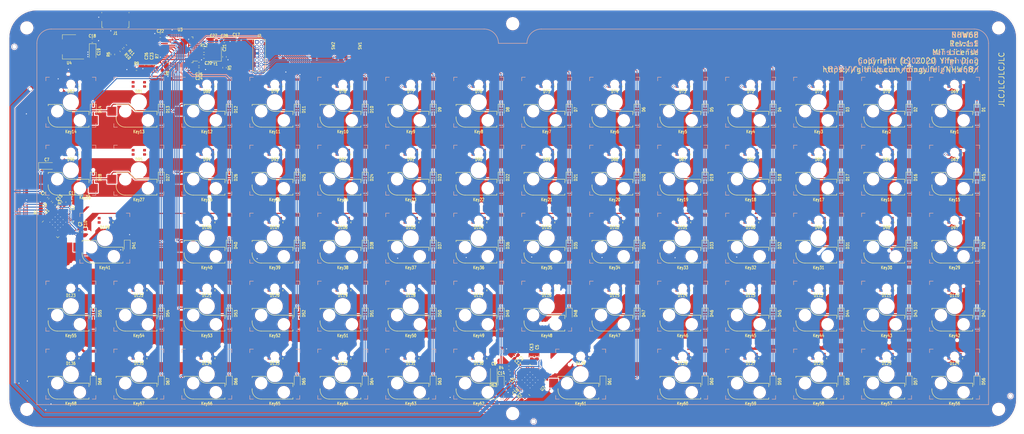
<source format=kicad_pcb>
(kicad_pcb (version 20171130) (host pcbnew "(5.1.5)-3")
  (title_block (title NHW68) (date 2020-04-06) (rev 1.1))
  (layers (0 F.Cu mixed) (31 B.Cu mixed) (34 B.Paste user) (35 F.Paste user) (36 B.SilkS user) (37 F.SilkS user) (38 B.Mask user) (39 F.Mask user) (44 Edge.Cuts user))
  (net 0 "")
  (net 1 GND)
  (net 2 /RGB/RGBmatrix2/ROW2)
  (net 3 /RGB/RGBmatrix2/ROW3)
  (net 4 /RGB/RGBmatrix2/COL1)
  (net 5 /RGB/RGBmatrix2/ROW1)
  (net 6 /RGB/RGBmatrix2/ROW5)
  (net 7 /RGB/RGBmatrix2/ROW6)
  (net 8 /RGB/RGBmatrix2/ROW4)
  (net 9 /RGB/RGBmatrix2/COL2)
  (net 10 /RGB/RGBmatrix2/COL3)
  (net 11 /RGB/RGBmatrix2/COL4)
  (net 12 /RGB/RGBmatrix2/COL5)
  (net 13 /RGB/RGBmatrix2/COL6)
  (net 14 /RGB/RGBmatrix2/COL7)
  (net 15 /RGB/RGBmatrix2/COL8)
  (net 16 /RGB/RGBmatrix2/COL9)
  (net 17 /RGB/RGBmatrix2/COL10)
  (net 18 /RGB/RGBmatrix2/COL11)
  (net 19 /RGB/RGBmatrix2/COL12)
  (net 20 /RGB/RGBmatrix2/COL13)
  (net 21 /RGB/RGBmatrix2/COL14)
  (net 22 /RGB/RGBmatrix/ROW2)
  (net 23 /RGB/RGBmatrix/ROW3)
  (net 24 /RGB/RGBmatrix/COL1)
  (net 25 /RGB/RGBmatrix/ROW1)
  (net 26 /RGB/RGBmatrix/ROW4)
  (net 27 /RGB/RGBmatrix/ROW6)
  (net 28 /RGB/RGBmatrix/ROW5)
  (net 29 /RGB/RGBmatrix/ROW8)
  (net 30 /RGB/RGBmatrix/ROW9)
  (net 31 /RGB/RGBmatrix/ROW7)
  (net 32 /RGB/RGBmatrix/COL2)
  (net 33 /RGB/RGBmatrix/COL3)
  (net 34 /RGB/RGBmatrix/COL4)
  (net 35 /RGB/RGBmatrix/COL5)
  (net 36 /RGB/RGBmatrix/COL6)
  (net 37 /RGB/RGBmatrix/COL7)
  (net 38 /RGB/RGBmatrix/COL8)
  (net 39 /RGB/RGBmatrix/COL9)
  (net 40 /RGB/RGBmatrix/COL10)
  (net 41 /RGB/RGBmatrix/COL11)
  (net 42 /RGB/RGBmatrix/COL12)
  (net 43 /RGB/RGBmatrix/COL13)
  (net 44 /RGB/RGBmatrix/COL14)
  (net 45 /RGB/LED_EN_PIN)
  (net 46 /RGB/SYNC)
  (net 47 +3V3)
  (net 48 +5V)
  (net 49 /SMT32/ROW1)
  (net 50 /SMT32/ROW2)
  (net 51 /SMT32/ROW3)
  (net 52 /SMT32/ROW4)
  (net 53 /SMT32/ROW5)
  (net 54 /SMT32/COL14)
  (net 55 /SMT32/COL13)
  (net 56 /SMT32/COL12)
  (net 57 /SMT32/COL11)
  (net 58 /SMT32/COL10)
  (net 59 /SMT32/COL9)
  (net 60 /SMT32/COL8)
  (net 61 /SMT32/COL7)
  (net 62 /SMT32/COL6)
  (net 63 /SMT32/COL5)
  (net 64 /SMT32/COL4)
  (net 65 /SMT32/COL3)
  (net 66 /SMT32/COL2)
  (net 67 /SMT32/COL1)
  (net 68 /SMT32/I2C2_SDA)
  (net 69 /SMT32/I2C2_SCL)
  (net 70 /SMT32/USB_D+)
  (net 71 /SMT32/USB_D-)
  (net 72 "Net-(R1-Pad1)")
  (net 73 "Net-(R4-Pad1)")
  (net 74 "Net-(D1-Pad2)")
  (net 75 "Net-(D2-Pad2)")
  (net 76 "Net-(D3-Pad2)")
  (net 77 "Net-(D4-Pad2)")
  (net 78 "Net-(D5-Pad2)")
  (net 79 "Net-(D6-Pad2)")
  (net 80 "Net-(D7-Pad2)")
  (net 81 "Net-(D8-Pad2)")
  (net 82 "Net-(D9-Pad2)")
  (net 83 "Net-(D10-Pad2)")
  (net 84 "Net-(D11-Pad2)")
  (net 85 "Net-(D12-Pad2)")
  (net 86 "Net-(D13-Pad2)")
  (net 87 "Net-(D14-Pad2)")
  (net 88 "Net-(D15-Pad2)")
  (net 89 "Net-(D16-Pad2)")
  (net 90 "Net-(D17-Pad2)")
  (net 91 "Net-(D18-Pad2)")
  (net 92 "Net-(D19-Pad2)")
  (net 93 "Net-(D20-Pad2)")
  (net 94 "Net-(D21-Pad2)")
  (net 95 "Net-(D22-Pad2)")
  (net 96 "Net-(D23-Pad2)")
  (net 97 "Net-(D24-Pad2)")
  (net 98 "Net-(D25-Pad2)")
  (net 99 "Net-(D26-Pad2)")
  (net 100 "Net-(D27-Pad2)")
  (net 101 "Net-(D28-Pad2)")
  (net 102 "Net-(D29-Pad2)")
  (net 103 "Net-(D30-Pad2)")
  (net 104 "Net-(D31-Pad2)")
  (net 105 "Net-(D32-Pad2)")
  (net 106 "Net-(D33-Pad2)")
  (net 107 "Net-(D34-Pad2)")
  (net 108 "Net-(D35-Pad2)")
  (net 109 "Net-(D36-Pad2)")
  (net 110 "Net-(D37-Pad2)")
  (net 111 "Net-(D38-Pad2)")
  (net 112 "Net-(D39-Pad2)")
  (net 113 "Net-(D40-Pad2)")
  (net 114 "Net-(D41-Pad2)")
  (net 115 "Net-(D42-Pad2)")
  (net 116 "Net-(D43-Pad2)")
  (net 117 "Net-(D44-Pad2)")
  (net 118 "Net-(D45-Pad2)")
  (net 119 "Net-(D46-Pad2)")
  (net 120 "Net-(D47-Pad2)")
  (net 121 "Net-(D48-Pad2)")
  (net 122 "Net-(D49-Pad2)")
  (net 123 "Net-(D50-Pad2)")
  (net 124 "Net-(D51-Pad2)")
  (net 125 "Net-(D52-Pad2)")
  (net 126 "Net-(D53-Pad2)")
  (net 127 "Net-(D54-Pad2)")
  (net 128 "Net-(D55-Pad2)")
  (net 129 "Net-(D56-Pad2)")
  (net 130 "Net-(D57-Pad2)")
  (net 131 "Net-(D58-Pad2)")
  (net 132 "Net-(D59-Pad2)")
  (net 133 "Net-(D60-Pad2)")
  (net 134 "Net-(D61-Pad2)")
  (net 135 "Net-(D62-Pad2)")
  (net 136 "Net-(D63-Pad2)")
  (net 137 "Net-(D64-Pad2)")
  (net 138 "Net-(D65-Pad2)")
  (net 139 "Net-(D66-Pad2)")
  (net 140 "Net-(D67-Pad2)")
  (net 141 "Net-(D68-Pad2)")
  (net 142 /SMT32/OSC_IN)
  (net 143 /SMT32/OSC_OUT)
  (net 144 /SMT32/NRST)
  (net 145 /SMT32/VCP_TX)
  (net 146 /SMT32/VCP_RX)
  (net 147 /SMT32/BOOT0)
  (net 148 /SMT32/JTDR)
  (net 149 /SMT32/JTDO)
  (net 150 /SMT32/SWCLK)
  (net 151 /SMT32/SWDIO)
  (net 152 /SMT32/D+)
  (net 153 /SMT32/D-)
  (net 154 "Net-(R2-Pad1)")
  (net 155 "Net-(R3-Pad1)")
  (net 156 "Net-(C21-Pad2)")
  (module KiCad:Kailh_socket_MX_simplified (layer B.Cu) (at 312.034749 166.940351)
    (fp_text reference Key44 (at 0 8.255) (layer F.SilkS) (effects (font (size 0.85 0.7) (thickness 0.155))))
    (fp_text value Switch)
    (pad 1 smd rect (at -7.56 2.54) (size 2.55 2.5) (layers F.Cu F.Paste F.Mask) (net 52 /SMT32/ROW4))
    (pad "" np_thru_hole circle (at 0 0) (size 3.9878 3.9878) (drill 3.9878) (layers *.Cu *.Mask))
    (pad "" np_thru_hole circle (at -3.81 2.54) (size 3 3) (drill 3) (layers *.Cu *.Mask))
    (pad "" np_thru_hole circle (at 2.54 5.08) (size 3 3) (drill 3) (layers *.Cu *.Mask))
    (pad 2 smd rect (at 6.29 5.08) (size 2.55 2.5) (layers F.Cu F.Paste F.Mask) (net 117 "Net-(D44-Pad2)"))
  )
  (module KiCad:Kailh_socket_MX_simplified (layer B.Cu) (at 273.93475 185.990265)
    (fp_text reference Key60 (at 0 8.255) (layer F.SilkS) (effects (font (size 0.85 0.7) (thickness 0.155))))
    (fp_text value Switch)
    (pad 1 smd rect (at -7.56 2.54) (size 2.55 2.5) (layers F.Cu F.Paste F.Mask) (net 53 /SMT32/ROW5))
    (pad "" np_thru_hole circle (at 0 0) (size 3.9878 3.9878) (drill 3.9878) (layers *.Cu *.Mask))
    (pad "" np_thru_hole circle (at -3.81 2.54) (size 3 3) (drill 3) (layers *.Cu *.Mask))
    (pad "" np_thru_hole circle (at 2.54 5.08) (size 3 3) (drill 3) (layers *.Cu *.Mask))
    (pad 2 smd rect (at 6.29 5.08) (size 2.55 2.5) (layers F.Cu F.Paste F.Mask) (net 133 "Net-(D60-Pad2)"))
  )
  (module KiCad:Kailh_socket_MX_simplified (layer B.Cu) (at 178.684599 147.890365)
    (fp_text reference Key38 (at 0 8.255) (layer F.SilkS) (effects (font (size 0.85 0.7) (thickness 0.155))))
    (fp_text value Switch)
    (pad 1 smd rect (at -7.56 2.54) (size 2.55 2.5) (layers F.Cu F.Paste F.Mask) (net 51 /SMT32/ROW3))
    (pad "" np_thru_hole circle (at 0 0) (size 3.9878 3.9878) (drill 3.9878) (layers *.Cu *.Mask))
    (pad "" np_thru_hole circle (at -3.81 2.54) (size 3 3) (drill 3) (layers *.Cu *.Mask))
    (pad "" np_thru_hole circle (at 2.54 5.08) (size 3 3) (drill 3) (layers *.Cu *.Mask))
    (pad 2 smd rect (at 6.29 5.08) (size 2.55 2.5) (layers F.Cu F.Paste F.Mask) (net 111 "Net-(D38-Pad2)"))
  )
  (module KiCad:K2-1187SQ-A4SW-06 (layer F.Cu) (at 180.05 94 270)
    (fp_text reference SW1 (at -0.0127 -3.4544 90) (layer F.SilkS) (effects (font (size 0.85 0.7) (thickness 0.155))))
    (fp_text value K2-1187SQ-A4SW-06)
    (pad 1 smd rect (at 3.1 1.855 270) (size 2 1.3) (layers F.Cu F.Paste F.Mask) (net 47 +3V3))
    (pad 2 smd rect (at 3.1 -1.855 270) (size 2 1.3) (layers F.Cu F.Paste F.Mask) (net 147 /SMT32/BOOT0))
    (pad 1 smd rect (at -3.1 1.855 270) (size 2 1.3) (layers F.Cu F.Paste F.Mask) (net 47 +3V3))
    (pad 2 smd rect (at -3.1 -1.855 270) (size 2 1.3) (layers F.Cu F.Paste F.Mask) (net 147 /SMT32/BOOT0))
  )
  (module KiCad:K2-1187SQ-A4SW-06 (layer F.Cu) (at 172.5 94 90)
    (fp_text reference SW2 (at 0.0127 3.525 270) (layer F.SilkS) (effects (font (size 0.85 0.7) (thickness 0.155))))
    (fp_text value K2-1187SQ-A4SW-06)
    (pad 1 smd rect (at 3.1 1.855 90) (size 2 1.3) (layers F.Cu F.Paste F.Mask) (net 1 GND))
    (pad 2 smd rect (at 3.1 -1.855 90) (size 2 1.3) (layers F.Cu F.Paste F.Mask) (net 144 /SMT32/NRST))
    (pad 1 smd rect (at -3.1 1.855 90) (size 2 1.3) (layers F.Cu F.Paste F.Mask) (net 1 GND))
    (pad 2 smd rect (at -3.1 -1.855 90) (size 2 1.3) (layers F.Cu F.Paste F.Mask) (net 144 /SMT32/NRST))
  )
  (module Capacitor_Tantalum_SMD:CP_EIA-3216-18_Kemet-A (layer F.Cu) (at 221.01 186.01 90)
    (fp_text reference C8 (at 2.91 0.01 180) (layer F.SilkS) (effects (font (size 0.85 0.7) (thickness 0.155))))
    (fp_text value 22uf/10v)
    (pad 2 smd roundrect (at 1.35 0 90) (size 1.4 1.35) (layers F.Cu F.Paste F.Mask) (roundrect_rratio 0.185185) (net 1 GND))
    (pad 1 smd roundrect (at -1.35 0 90) (size 1.4 1.35) (layers F.Cu F.Paste F.Mask) (roundrect_rratio 0.185185) (net 47 +3V3))
  )
  (module Capacitor_Tantalum_SMD:CP_EIA-3216-18_Kemet-A (layer F.Cu) (at 95.75 127.65)
    (fp_text reference C7 (at 0 -1.75) (layer F.SilkS) (effects (font (size 0.85 0.7) (thickness 0.155))))
    (fp_text value 22uf/10v)
    (pad 2 smd roundrect (at 1.35 0) (size 1.4 1.35) (layers F.Cu F.Paste F.Mask) (roundrect_rratio 0.185185) (net 1 GND))
    (pad 1 smd roundrect (at -1.35 0) (size 1.4 1.35) (layers F.Cu F.Paste F.Mask) (roundrect_rratio 0.185185) (net 47 +3V3))
  )
  (module Capacitor_Tantalum_SMD:CP_EIA-3216-18_Kemet-A (layer F.Cu) (at 108.6 95.7 270)
    (fp_text reference C19 (at -0.018 -1.706 90) (layer F.SilkS) (effects (font (size 0.85 0.7) (thickness 0.155))))
    (fp_text value 22uf/10v)
    (pad 2 smd roundrect (at 1.35 0 270) (size 1.4 1.35) (layers F.Cu F.Paste F.Mask) (roundrect_rratio 0.185185) (net 1 GND))
    (pad 1 smd roundrect (at -1.35 0 270) (size 1.4 1.35) (layers F.Cu F.Paste F.Mask) (roundrect_rratio 0.185185) (net 47 +3V3))
  )
  (module KiCad:Kailh_socket_MX_simplified (layer B.Cu) (at 216.7846 185.990266)
    (fp_text reference Key62 (at 0 8.255) (layer F.SilkS) (effects (font (size 0.85 0.7) (thickness 0.155))))
    (fp_text value Switch)
    (pad 1 smd rect (at -7.56 2.54) (size 2.55 2.5) (layers F.Cu F.Paste F.Mask) (net 53 /SMT32/ROW5))
    (pad "" np_thru_hole circle (at 0 0) (size 3.9878 3.9878) (drill 3.9878) (layers *.Cu *.Mask))
    (pad "" np_thru_hole circle (at -3.81 2.54) (size 3 3) (drill 3) (layers *.Cu *.Mask))
    (pad "" np_thru_hole circle (at 2.54 5.08) (size 3 3) (drill 3) (layers *.Cu *.Mask))
    (pad 2 smd rect (at 6.29 5.08) (size 2.55 2.5) (layers F.Cu F.Paste F.Mask) (net 135 "Net-(D62-Pad2)"))
  )
  (module Diode_SMD:D_SOD-323 (layer F.Cu) (at 127.8232 130.887 270)
    (fp_text reference D27 (at 0 -1.85 270) (layer F.SilkS) (effects (font (size 0.85 0.7) (thickness 0.155))))
    (fp_text value 1N4148WS)
    (pad 2 smd rect (at 1.05 0 270) (size 0.6 0.45) (layers F.Cu F.Paste F.Mask) (net 100 "Net-(D27-Pad2)"))
    (pad 1 smd rect (at -1.05 0 270) (size 0.6 0.45) (layers F.Cu F.Paste F.Mask) (net 66 /SMT32/COL2))
  )
  (module KiCad:RGB_LED_1206_reverse (layer F.Cu) (at 102.484599 180.990266 180)
    (fp_text reference D136 (at 0 -2) (layer F.SilkS) (effects (font (size 0.85 0.7) (thickness 0.155))))
    (fp_text value RABG)
    (pad 2 smd rect (at -1.6 -0.6 180) (size 0.8 0.7) (layers F.Cu F.Paste F.Mask) (net 21 /RGB/RGBmatrix2/COL14))
    (pad "" np_thru_hole circle (at 0 0 180) (size 2.1 2.1) (drill 2.1) (layers *.Cu *.Mask))
    (pad 3 smd rect (at -1.6 0.6 180) (size 0.8 0.7) (layers F.Cu F.Paste F.Mask) (net 7 /RGB/RGBmatrix2/ROW6))
    (pad 4 smd rect (at 1.6 -0.6 180) (size 0.8 0.7) (layers F.Cu F.Paste F.Mask) (net 6 /RGB/RGBmatrix2/ROW5))
    (pad 1 smd rect (at 1.6 0.6 180) (size 0.8 0.7) (layers F.Cu F.Paste F.Mask) (net 8 /RGB/RGBmatrix2/ROW4))
  )
  (module KiCad:RGB_LED_1206_reverse (layer F.Cu) (at 102.484599 161.940351 180)
    (fp_text reference D123 (at 0 -2) (layer F.SilkS) (effects (font (size 0.85 0.7) (thickness 0.155))))
    (fp_text value RABG)
    (pad 2 smd rect (at -1.6 -0.6 180) (size 0.8 0.7) (layers F.Cu F.Paste F.Mask) (net 21 /RGB/RGBmatrix2/COL14))
    (pad "" np_thru_hole circle (at 0 0 180) (size 2.1 2.1) (drill 2.1) (layers *.Cu *.Mask))
    (pad 3 smd rect (at -1.6 0.6 180) (size 0.8 0.7) (layers F.Cu F.Paste F.Mask) (net 3 /RGB/RGBmatrix2/ROW3))
    (pad 4 smd rect (at 1.6 -0.6 180) (size 0.8 0.7) (layers F.Cu F.Paste F.Mask) (net 2 /RGB/RGBmatrix2/ROW2))
    (pad 1 smd rect (at 1.6 0.6 180) (size 0.8 0.7) (layers F.Cu F.Paste F.Mask) (net 5 /RGB/RGBmatrix2/ROW1))
  )
  (module KiCad:RGB_LED_1206_reverse (layer F.Cu) (at 121.534599 180.990266 180)
    (fp_text reference D135 (at 0 -2) (layer F.SilkS) (effects (font (size 0.85 0.7) (thickness 0.155))))
    (fp_text value RABG)
    (pad 2 smd rect (at -1.6 -0.6 180) (size 0.8 0.7) (layers F.Cu F.Paste F.Mask) (net 20 /RGB/RGBmatrix2/COL13))
    (pad "" np_thru_hole circle (at 0 0 180) (size 2.1 2.1) (drill 2.1) (layers *.Cu *.Mask))
    (pad 3 smd rect (at -1.6 0.6 180) (size 0.8 0.7) (layers F.Cu F.Paste F.Mask) (net 7 /RGB/RGBmatrix2/ROW6))
    (pad 4 smd rect (at 1.6 -0.6 180) (size 0.8 0.7) (layers F.Cu F.Paste F.Mask) (net 6 /RGB/RGBmatrix2/ROW5))
    (pad 1 smd rect (at 1.6 0.6 180) (size 0.8 0.7) (layers F.Cu F.Paste F.Mask) (net 8 /RGB/RGBmatrix2/ROW4))
  )
  (module KiCad:RGB_LED_1206_reverse (layer F.Cu) (at 121.534599 161.940351 180)
    (fp_text reference D122 (at 0 -2) (layer F.SilkS) (effects (font (size 0.85 0.7) (thickness 0.155))))
    (fp_text value RABG)
    (pad 2 smd rect (at -1.6 -0.6 180) (size 0.8 0.7) (layers F.Cu F.Paste F.Mask) (net 20 /RGB/RGBmatrix2/COL13))
    (pad "" np_thru_hole circle (at 0 0 180) (size 2.1 2.1) (drill 2.1) (layers *.Cu *.Mask))
    (pad 3 smd rect (at -1.6 0.6 180) (size 0.8 0.7) (layers F.Cu F.Paste F.Mask) (net 3 /RGB/RGBmatrix2/ROW3))
    (pad 4 smd rect (at 1.6 -0.6 180) (size 0.8 0.7) (layers F.Cu F.Paste F.Mask) (net 2 /RGB/RGBmatrix2/ROW2))
    (pad 1 smd rect (at 1.6 0.6 180) (size 0.8 0.7) (layers F.Cu F.Paste F.Mask) (net 5 /RGB/RGBmatrix2/ROW1))
  )
  (module KiCad:RGB_LED_1206_reverse (layer F.Cu) (at 140.584599 180.990266 180)
    (fp_text reference D134 (at 0 -2) (layer F.SilkS) (effects (font (size 0.85 0.7) (thickness 0.155))))
    (fp_text value RABG)
    (pad 2 smd rect (at -1.6 -0.6 180) (size 0.8 0.7) (layers F.Cu F.Paste F.Mask) (net 19 /RGB/RGBmatrix2/COL12))
    (pad "" np_thru_hole circle (at 0 0 180) (size 2.1 2.1) (drill 2.1) (layers *.Cu *.Mask))
    (pad 3 smd rect (at -1.6 0.6 180) (size 0.8 0.7) (layers F.Cu F.Paste F.Mask) (net 7 /RGB/RGBmatrix2/ROW6))
    (pad 4 smd rect (at 1.6 -0.6 180) (size 0.8 0.7) (layers F.Cu F.Paste F.Mask) (net 6 /RGB/RGBmatrix2/ROW5))
    (pad 1 smd rect (at 1.6 0.6 180) (size 0.8 0.7) (layers F.Cu F.Paste F.Mask) (net 8 /RGB/RGBmatrix2/ROW4))
  )
  (module KiCad:RGB_LED_1206_reverse (layer F.Cu) (at 140.584599 161.940351 180)
    (fp_text reference D121 (at 0 -2) (layer F.SilkS) (effects (font (size 0.85 0.7) (thickness 0.155))))
    (fp_text value RABG)
    (pad 2 smd rect (at -1.6 -0.6 180) (size 0.8 0.7) (layers F.Cu F.Paste F.Mask) (net 19 /RGB/RGBmatrix2/COL12))
    (pad "" np_thru_hole circle (at 0 0 180) (size 2.1 2.1) (drill 2.1) (layers *.Cu *.Mask))
    (pad 3 smd rect (at -1.6 0.6 180) (size 0.8 0.7) (layers F.Cu F.Paste F.Mask) (net 3 /RGB/RGBmatrix2/ROW3))
    (pad 4 smd rect (at 1.6 -0.6 180) (size 0.8 0.7) (layers F.Cu F.Paste F.Mask) (net 2 /RGB/RGBmatrix2/ROW2))
    (pad 1 smd rect (at 1.6 0.6 180) (size 0.8 0.7) (layers F.Cu F.Paste F.Mask) (net 5 /RGB/RGBmatrix2/ROW1))
  )
  (module KiCad:RGB_LED_1206_reverse (layer F.Cu) (at 159.634599 180.990266 180)
    (fp_text reference D133 (at 0 -2) (layer F.SilkS) (effects (font (size 0.85 0.7) (thickness 0.155))))
    (fp_text value RABG)
    (pad 2 smd rect (at -1.6 -0.6 180) (size 0.8 0.7) (layers F.Cu F.Paste F.Mask) (net 18 /RGB/RGBmatrix2/COL11))
    (pad "" np_thru_hole circle (at 0 0 180) (size 2.1 2.1) (drill 2.1) (layers *.Cu *.Mask))
    (pad 3 smd rect (at -1.6 0.6 180) (size 0.8 0.7) (layers F.Cu F.Paste F.Mask) (net 7 /RGB/RGBmatrix2/ROW6))
    (pad 4 smd rect (at 1.6 -0.6 180) (size 0.8 0.7) (layers F.Cu F.Paste F.Mask) (net 6 /RGB/RGBmatrix2/ROW5))
    (pad 1 smd rect (at 1.6 0.6 180) (size 0.8 0.7) (layers F.Cu F.Paste F.Mask) (net 8 /RGB/RGBmatrix2/ROW4))
  )
  (module KiCad:RGB_LED_1206_reverse (layer F.Cu) (at 159.634599 161.940351 180)
    (fp_text reference D120 (at 0 -2) (layer F.SilkS) (effects (font (size 0.85 0.7) (thickness 0.155))))
    (fp_text value RABG)
    (pad 2 smd rect (at -1.6 -0.6 180) (size 0.8 0.7) (layers F.Cu F.Paste F.Mask) (net 18 /RGB/RGBmatrix2/COL11))
    (pad "" np_thru_hole circle (at 0 0 180) (size 2.1 2.1) (drill 2.1) (layers *.Cu *.Mask))
    (pad 3 smd rect (at -1.6 0.6 180) (size 0.8 0.7) (layers F.Cu F.Paste F.Mask) (net 3 /RGB/RGBmatrix2/ROW3))
    (pad 4 smd rect (at 1.6 -0.6 180) (size 0.8 0.7) (layers F.Cu F.Paste F.Mask) (net 2 /RGB/RGBmatrix2/ROW2))
    (pad 1 smd rect (at 1.6 0.6 180) (size 0.8 0.7) (layers F.Cu F.Paste F.Mask) (net 5 /RGB/RGBmatrix2/ROW1))
  )
  (module KiCad:RGB_LED_1206_reverse (layer F.Cu) (at 178.684599 180.990266 180)
    (fp_text reference D132 (at 0 -2) (layer F.SilkS) (effects (font (size 0.85 0.7) (thickness 0.155))))
    (fp_text value RABG)
    (pad 2 smd rect (at -1.6 -0.6 180) (size 0.8 0.7) (layers F.Cu F.Paste F.Mask) (net 17 /RGB/RGBmatrix2/COL10))
    (pad "" np_thru_hole circle (at 0 0 180) (size 2.1 2.1) (drill 2.1) (layers *.Cu *.Mask))
    (pad 3 smd rect (at -1.6 0.6 180) (size 0.8 0.7) (layers F.Cu F.Paste F.Mask) (net 7 /RGB/RGBmatrix2/ROW6))
    (pad 4 smd rect (at 1.6 -0.6 180) (size 0.8 0.7) (layers F.Cu F.Paste F.Mask) (net 6 /RGB/RGBmatrix2/ROW5))
    (pad 1 smd rect (at 1.6 0.6 180) (size 0.8 0.7) (layers F.Cu F.Paste F.Mask) (net 8 /RGB/RGBmatrix2/ROW4))
  )
  (module KiCad:RGB_LED_1206_reverse (layer F.Cu) (at 178.684599 161.940351 180)
    (fp_text reference D119 (at 0 -2) (layer F.SilkS) (effects (font (size 0.85 0.7) (thickness 0.155))))
    (fp_text value RABG)
    (pad 2 smd rect (at -1.6 -0.6 180) (size 0.8 0.7) (layers F.Cu F.Paste F.Mask) (net 17 /RGB/RGBmatrix2/COL10))
    (pad "" np_thru_hole circle (at 0 0 180) (size 2.1 2.1) (drill 2.1) (layers *.Cu *.Mask))
    (pad 3 smd rect (at -1.6 0.6 180) (size 0.8 0.7) (layers F.Cu F.Paste F.Mask) (net 3 /RGB/RGBmatrix2/ROW3))
    (pad 4 smd rect (at 1.6 -0.6 180) (size 0.8 0.7) (layers F.Cu F.Paste F.Mask) (net 2 /RGB/RGBmatrix2/ROW2))
    (pad 1 smd rect (at 1.6 0.6 180) (size 0.8 0.7) (layers F.Cu F.Paste F.Mask) (net 5 /RGB/RGBmatrix2/ROW1))
  )
  (module KiCad:RGB_LED_1206_reverse (layer F.Cu) (at 197.734599 180.990266 180)
    (fp_text reference D131 (at 0 -2) (layer F.SilkS) (effects (font (size 0.85 0.7) (thickness 0.155))))
    (fp_text value RABG)
    (pad 2 smd rect (at -1.6 -0.6 180) (size 0.8 0.7) (layers F.Cu F.Paste F.Mask) (net 16 /RGB/RGBmatrix2/COL9))
    (pad "" np_thru_hole circle (at 0 0 180) (size 2.1 2.1) (drill 2.1) (layers *.Cu *.Mask))
    (pad 3 smd rect (at -1.6 0.6 180) (size 0.8 0.7) (layers F.Cu F.Paste F.Mask) (net 7 /RGB/RGBmatrix2/ROW6))
    (pad 4 smd rect (at 1.6 -0.6 180) (size 0.8 0.7) (layers F.Cu F.Paste F.Mask) (net 6 /RGB/RGBmatrix2/ROW5))
    (pad 1 smd rect (at 1.6 0.6 180) (size 0.8 0.7) (layers F.Cu F.Paste F.Mask) (net 8 /RGB/RGBmatrix2/ROW4))
  )
  (module KiCad:RGB_LED_1206_reverse (layer F.Cu) (at 197.734599 161.940351 180)
    (fp_text reference D118 (at 0 -2) (layer F.SilkS) (effects (font (size 0.85 0.7) (thickness 0.155))))
    (fp_text value RABG)
    (pad 2 smd rect (at -1.6 -0.6 180) (size 0.8 0.7) (layers F.Cu F.Paste F.Mask) (net 16 /RGB/RGBmatrix2/COL9))
    (pad "" np_thru_hole circle (at 0 0 180) (size 2.1 2.1) (drill 2.1) (layers *.Cu *.Mask))
    (pad 3 smd rect (at -1.6 0.6 180) (size 0.8 0.7) (layers F.Cu F.Paste F.Mask) (net 3 /RGB/RGBmatrix2/ROW3))
    (pad 4 smd rect (at 1.6 -0.6 180) (size 0.8 0.7) (layers F.Cu F.Paste F.Mask) (net 2 /RGB/RGBmatrix2/ROW2))
    (pad 1 smd rect (at 1.6 0.6 180) (size 0.8 0.7) (layers F.Cu F.Paste F.Mask) (net 5 /RGB/RGBmatrix2/ROW1))
  )
  (module KiCad:RGB_LED_1206_reverse (layer F.Cu) (at 216.7846 180.990266 180)
    (fp_text reference D130 (at 0 -2) (layer F.SilkS) (effects (font (size 0.85 0.7) (thickness 0.155))))
    (fp_text value RABG)
    (pad 2 smd rect (at -1.6 -0.6 180) (size 0.8 0.7) (layers F.Cu F.Paste F.Mask) (net 15 /RGB/RGBmatrix2/COL8))
    (pad "" np_thru_hole circle (at 0 0 180) (size 2.1 2.1) (drill 2.1) (layers *.Cu *.Mask))
    (pad 3 smd rect (at -1.6 0.6 180) (size 0.8 0.7) (layers F.Cu F.Paste F.Mask) (net 7 /RGB/RGBmatrix2/ROW6))
    (pad 4 smd rect (at 1.6 -0.6 180) (size 0.8 0.7) (layers F.Cu F.Paste F.Mask) (net 6 /RGB/RGBmatrix2/ROW5))
    (pad 1 smd rect (at 1.6 0.6 180) (size 0.8 0.7) (layers F.Cu F.Paste F.Mask) (net 8 /RGB/RGBmatrix2/ROW4))
  )
  (module KiCad:RGB_LED_1206_reverse (layer F.Cu) (at 216.7846 161.940351 180)
    (fp_text reference D117 (at 0 -2) (layer F.SilkS) (effects (font (size 0.85 0.7) (thickness 0.155))))
    (fp_text value RABG)
    (pad 2 smd rect (at -1.6 -0.6 180) (size 0.8 0.7) (layers F.Cu F.Paste F.Mask) (net 15 /RGB/RGBmatrix2/COL8))
    (pad "" np_thru_hole circle (at 0 0 180) (size 2.1 2.1) (drill 2.1) (layers *.Cu *.Mask))
    (pad 3 smd rect (at -1.6 0.6 180) (size 0.8 0.7) (layers F.Cu F.Paste F.Mask) (net 3 /RGB/RGBmatrix2/ROW3))
    (pad 4 smd rect (at 1.6 -0.6 180) (size 0.8 0.7) (layers F.Cu F.Paste F.Mask) (net 2 /RGB/RGBmatrix2/ROW2))
    (pad 1 smd rect (at 1.6 0.6 180) (size 0.8 0.7) (layers F.Cu F.Paste F.Mask) (net 5 /RGB/RGBmatrix2/ROW1))
  )
  (module KiCad:RGB_LED_1206_reverse (layer F.Cu) (at 235.835599 161.940351 180)
    (fp_text reference D116 (at 0 -2) (layer F.SilkS) (effects (font (size 0.85 0.7) (thickness 0.155))))
    (fp_text value RABG)
    (pad 2 smd rect (at -1.6 -0.6 180) (size 0.8 0.7) (layers F.Cu F.Paste F.Mask) (net 14 /RGB/RGBmatrix2/COL7))
    (pad "" np_thru_hole circle (at 0 0 180) (size 2.1 2.1) (drill 2.1) (layers *.Cu *.Mask))
    (pad 3 smd rect (at -1.6 0.6 180) (size 0.8 0.7) (layers F.Cu F.Paste F.Mask) (net 3 /RGB/RGBmatrix2/ROW3))
    (pad 4 smd rect (at 1.6 -0.6 180) (size 0.8 0.7) (layers F.Cu F.Paste F.Mask) (net 2 /RGB/RGBmatrix2/ROW2))
    (pad 1 smd rect (at 1.6 0.6 180) (size 0.8 0.7) (layers F.Cu F.Paste F.Mask) (net 5 /RGB/RGBmatrix2/ROW1))
  )
  (module KiCad:RGB_LED_1206_reverse (layer F.Cu) (at 245.359599 180.990265 180)
    (fp_text reference D129 (at 0 -2) (layer F.SilkS) (effects (font (size 0.85 0.7) (thickness 0.155))))
    (fp_text value RABG)
    (pad 2 smd rect (at -1.6 -0.6 180) (size 0.8 0.7) (layers F.Cu F.Paste F.Mask) (net 13 /RGB/RGBmatrix2/COL6))
    (pad "" np_thru_hole circle (at 0 0 180) (size 2.1 2.1) (drill 2.1) (layers *.Cu *.Mask))
    (pad 3 smd rect (at -1.6 0.6 180) (size 0.8 0.7) (layers F.Cu F.Paste F.Mask) (net 7 /RGB/RGBmatrix2/ROW6))
    (pad 4 smd rect (at 1.6 -0.6 180) (size 0.8 0.7) (layers F.Cu F.Paste F.Mask) (net 6 /RGB/RGBmatrix2/ROW5))
    (pad 1 smd rect (at 1.6 0.6 180) (size 0.8 0.7) (layers F.Cu F.Paste F.Mask) (net 8 /RGB/RGBmatrix2/ROW4))
  )
  (module KiCad:RGB_LED_1206_reverse (layer F.Cu) (at 254.885449 161.940351 180)
    (fp_text reference D115 (at 0 -2) (layer F.SilkS) (effects (font (size 0.85 0.7) (thickness 0.155))))
    (fp_text value RABG)
    (pad 2 smd rect (at -1.6 -0.6 180) (size 0.8 0.7) (layers F.Cu F.Paste F.Mask) (net 13 /RGB/RGBmatrix2/COL6))
    (pad "" np_thru_hole circle (at 0 0 180) (size 2.1 2.1) (drill 2.1) (layers *.Cu *.Mask))
    (pad 3 smd rect (at -1.6 0.6 180) (size 0.8 0.7) (layers F.Cu F.Paste F.Mask) (net 3 /RGB/RGBmatrix2/ROW3))
    (pad 4 smd rect (at 1.6 -0.6 180) (size 0.8 0.7) (layers F.Cu F.Paste F.Mask) (net 2 /RGB/RGBmatrix2/ROW2))
    (pad 1 smd rect (at 1.6 0.6 180) (size 0.8 0.7) (layers F.Cu F.Paste F.Mask) (net 5 /RGB/RGBmatrix2/ROW1))
  )
  (module KiCad:RGB_LED_1206_reverse (layer F.Cu) (at 273.93475 180.990265 180)
    (fp_text reference D128 (at 0 -2) (layer F.SilkS) (effects (font (size 0.85 0.7) (thickness 0.155))))
    (fp_text value RABG)
    (pad 2 smd rect (at -1.6 -0.6 180) (size 0.8 0.7) (layers F.Cu F.Paste F.Mask) (net 12 /RGB/RGBmatrix2/COL5))
    (pad "" np_thru_hole circle (at 0 0 180) (size 2.1 2.1) (drill 2.1) (layers *.Cu *.Mask))
    (pad 3 smd rect (at -1.6 0.6 180) (size 0.8 0.7) (layers F.Cu F.Paste F.Mask) (net 7 /RGB/RGBmatrix2/ROW6))
    (pad 4 smd rect (at 1.6 -0.6 180) (size 0.8 0.7) (layers F.Cu F.Paste F.Mask) (net 6 /RGB/RGBmatrix2/ROW5))
    (pad 1 smd rect (at 1.6 0.6 180) (size 0.8 0.7) (layers F.Cu F.Paste F.Mask) (net 8 /RGB/RGBmatrix2/ROW4))
  )
  (module KiCad:RGB_LED_1206_reverse (layer F.Cu) (at 273.934749 161.940351 180)
    (fp_text reference D114 (at 0 -2) (layer F.SilkS) (effects (font (size 0.85 0.7) (thickness 0.155))))
    (fp_text value RABG)
    (pad 2 smd rect (at -1.6 -0.6 180) (size 0.8 0.7) (layers F.Cu F.Paste F.Mask) (net 12 /RGB/RGBmatrix2/COL5))
    (pad "" np_thru_hole circle (at 0 0 180) (size 2.1 2.1) (drill 2.1) (layers *.Cu *.Mask))
    (pad 3 smd rect (at -1.6 0.6 180) (size 0.8 0.7) (layers F.Cu F.Paste F.Mask) (net 3 /RGB/RGBmatrix2/ROW3))
    (pad 4 smd rect (at 1.6 -0.6 180) (size 0.8 0.7) (layers F.Cu F.Paste F.Mask) (net 2 /RGB/RGBmatrix2/ROW2))
    (pad 1 smd rect (at 1.6 0.6 180) (size 0.8 0.7) (layers F.Cu F.Paste F.Mask) (net 5 /RGB/RGBmatrix2/ROW1))
  )
  (module KiCad:RGB_LED_1206_reverse (layer F.Cu) (at 292.98475 180.990265 180)
    (fp_text reference D127 (at 0 -2) (layer F.SilkS) (effects (font (size 0.85 0.7) (thickness 0.155))))
    (fp_text value RABG)
    (pad 2 smd rect (at -1.6 -0.6 180) (size 0.8 0.7) (layers F.Cu F.Paste F.Mask) (net 11 /RGB/RGBmatrix2/COL4))
    (pad "" np_thru_hole circle (at 0 0 180) (size 2.1 2.1) (drill 2.1) (layers *.Cu *.Mask))
    (pad 3 smd rect (at -1.6 0.6 180) (size 0.8 0.7) (layers F.Cu F.Paste F.Mask) (net 7 /RGB/RGBmatrix2/ROW6))
    (pad 4 smd rect (at 1.6 -0.6 180) (size 0.8 0.7) (layers F.Cu F.Paste F.Mask) (net 6 /RGB/RGBmatrix2/ROW5))
    (pad 1 smd rect (at 1.6 0.6 180) (size 0.8 0.7) (layers F.Cu F.Paste F.Mask) (net 8 /RGB/RGBmatrix2/ROW4))
  )
  (module KiCad:RGB_LED_1206_reverse (layer F.Cu) (at 292.984749 161.940351 180)
    (fp_text reference D113 (at 0 -2) (layer F.SilkS) (effects (font (size 0.85 0.7) (thickness 0.155))))
    (fp_text value RABG)
    (pad 2 smd rect (at -1.6 -0.6 180) (size 0.8 0.7) (layers F.Cu F.Paste F.Mask) (net 11 /RGB/RGBmatrix2/COL4))
    (pad "" np_thru_hole circle (at 0 0 180) (size 2.1 2.1) (drill 2.1) (layers *.Cu *.Mask))
    (pad 3 smd rect (at -1.6 0.6 180) (size 0.8 0.7) (layers F.Cu F.Paste F.Mask) (net 3 /RGB/RGBmatrix2/ROW3))
    (pad 4 smd rect (at 1.6 -0.6 180) (size 0.8 0.7) (layers F.Cu F.Paste F.Mask) (net 2 /RGB/RGBmatrix2/ROW2))
    (pad 1 smd rect (at 1.6 0.6 180) (size 0.8 0.7) (layers F.Cu F.Paste F.Mask) (net 5 /RGB/RGBmatrix2/ROW1))
  )
  (module KiCad:RGB_LED_1206_reverse (layer F.Cu) (at 312.03475 180.990265 180)
    (fp_text reference D126 (at 0 -2) (layer F.SilkS) (effects (font (size 0.85 0.7) (thickness 0.155))))
    (fp_text value RABG)
    (pad 2 smd rect (at -1.6 -0.6 180) (size 0.8 0.7) (layers F.Cu F.Paste F.Mask) (net 10 /RGB/RGBmatrix2/COL3))
    (pad "" np_thru_hole circle (at 0 0 180) (size 2.1 2.1) (drill 2.1) (layers *.Cu *.Mask))
    (pad 3 smd rect (at -1.6 0.6 180) (size 0.8 0.7) (layers F.Cu F.Paste F.Mask) (net 7 /RGB/RGBmatrix2/ROW6))
    (pad 4 smd rect (at 1.6 -0.6 180) (size 0.8 0.7) (layers F.Cu F.Paste F.Mask) (net 6 /RGB/RGBmatrix2/ROW5))
    (pad 1 smd rect (at 1.6 0.6 180) (size 0.8 0.7) (layers F.Cu F.Paste F.Mask) (net 8 /RGB/RGBmatrix2/ROW4))
  )
  (module KiCad:RGB_LED_1206_reverse (layer F.Cu) (at 312.034749 161.940351 180)
    (fp_text reference D112 (at 0 -2) (layer F.SilkS) (effects (font (size 0.85 0.7) (thickness 0.155))))
    (fp_text value RABG)
    (pad 2 smd rect (at -1.6 -0.6 180) (size 0.8 0.7) (layers F.Cu F.Paste F.Mask) (net 10 /RGB/RGBmatrix2/COL3))
    (pad "" np_thru_hole circle (at 0 0 180) (size 2.1 2.1) (drill 2.1) (layers *.Cu *.Mask))
    (pad 3 smd rect (at -1.6 0.6 180) (size 0.8 0.7) (layers F.Cu F.Paste F.Mask) (net 3 /RGB/RGBmatrix2/ROW3))
    (pad 4 smd rect (at 1.6 -0.6 180) (size 0.8 0.7) (layers F.Cu F.Paste F.Mask) (net 2 /RGB/RGBmatrix2/ROW2))
    (pad 1 smd rect (at 1.6 0.6 180) (size 0.8 0.7) (layers F.Cu F.Paste F.Mask) (net 5 /RGB/RGBmatrix2/ROW1))
  )
  (module KiCad:RGB_LED_1206_reverse (layer F.Cu) (at 331.08475 180.990265 180)
    (fp_text reference D125 (at 0 -2) (layer F.SilkS) (effects (font (size 0.85 0.7) (thickness 0.155))))
    (fp_text value RABG)
    (pad 2 smd rect (at -1.6 -0.6 180) (size 0.8 0.7) (layers F.Cu F.Paste F.Mask) (net 9 /RGB/RGBmatrix2/COL2))
    (pad "" np_thru_hole circle (at 0 0 180) (size 2.1 2.1) (drill 2.1) (layers *.Cu *.Mask))
    (pad 3 smd rect (at -1.6 0.6 180) (size 0.8 0.7) (layers F.Cu F.Paste F.Mask) (net 7 /RGB/RGBmatrix2/ROW6))
    (pad 4 smd rect (at 1.6 -0.6 180) (size 0.8 0.7) (layers F.Cu F.Paste F.Mask) (net 6 /RGB/RGBmatrix2/ROW5))
    (pad 1 smd rect (at 1.6 0.6 180) (size 0.8 0.7) (layers F.Cu F.Paste F.Mask) (net 8 /RGB/RGBmatrix2/ROW4))
  )
  (module KiCad:RGB_LED_1206_reverse (layer F.Cu) (at 331.084749 161.940351 180)
    (fp_text reference D111 (at 0 -2) (layer F.SilkS) (effects (font (size 0.85 0.7) (thickness 0.155))))
    (fp_text value RABG)
    (pad 2 smd rect (at -1.6 -0.6 180) (size 0.8 0.7) (layers F.Cu F.Paste F.Mask) (net 9 /RGB/RGBmatrix2/COL2))
    (pad "" np_thru_hole circle (at 0 0 180) (size 2.1 2.1) (drill 2.1) (layers *.Cu *.Mask))
    (pad 3 smd rect (at -1.6 0.6 180) (size 0.8 0.7) (layers F.Cu F.Paste F.Mask) (net 3 /RGB/RGBmatrix2/ROW3))
    (pad 4 smd rect (at 1.6 -0.6 180) (size 0.8 0.7) (layers F.Cu F.Paste F.Mask) (net 2 /RGB/RGBmatrix2/ROW2))
    (pad 1 smd rect (at 1.6 0.6 180) (size 0.8 0.7) (layers F.Cu F.Paste F.Mask) (net 5 /RGB/RGBmatrix2/ROW1))
  )
  (module KiCad:RGB_LED_1206_reverse (layer F.Cu) (at 350.134675 180.990265 180)
    (fp_text reference D124 (at 0 -2) (layer F.SilkS) (effects (font (size 0.85 0.7) (thickness 0.155))))
    (fp_text value RABG)
    (pad 2 smd rect (at -1.6 -0.6 180) (size 0.8 0.7) (layers F.Cu F.Paste F.Mask) (net 4 /RGB/RGBmatrix2/COL1))
    (pad "" np_thru_hole circle (at 0 0 180) (size 2.1 2.1) (drill 2.1) (layers *.Cu *.Mask))
    (pad 3 smd rect (at -1.6 0.6 180) (size 0.8 0.7) (layers F.Cu F.Paste F.Mask) (net 7 /RGB/RGBmatrix2/ROW6))
    (pad 4 smd rect (at 1.6 -0.6 180) (size 0.8 0.7) (layers F.Cu F.Paste F.Mask) (net 6 /RGB/RGBmatrix2/ROW5))
    (pad 1 smd rect (at 1.6 0.6 180) (size 0.8 0.7) (layers F.Cu F.Paste F.Mask) (net 8 /RGB/RGBmatrix2/ROW4))
  )
  (module KiCad:RGB_LED_1206_reverse (layer F.Cu) (at 350.134674 161.940351 180)
    (fp_text reference D110 (at 0 -2) (layer F.SilkS) (effects (font (size 0.85 0.7) (thickness 0.155))))
    (fp_text value RABG)
    (pad 2 smd rect (at -1.6 -0.6 180) (size 0.8 0.7) (layers F.Cu F.Paste F.Mask) (net 4 /RGB/RGBmatrix2/COL1))
    (pad "" np_thru_hole circle (at 0 0 180) (size 2.1 2.1) (drill 2.1) (layers *.Cu *.Mask))
    (pad 3 smd rect (at -1.6 0.6 180) (size 0.8 0.7) (layers F.Cu F.Paste F.Mask) (net 3 /RGB/RGBmatrix2/ROW3))
    (pad 4 smd rect (at 1.6 -0.6 180) (size 0.8 0.7) (layers F.Cu F.Paste F.Mask) (net 2 /RGB/RGBmatrix2/ROW2))
    (pad 1 smd rect (at 1.6 0.6 180) (size 0.8 0.7) (layers F.Cu F.Paste F.Mask) (net 5 /RGB/RGBmatrix2/ROW1))
  )
  (module KiCad:RGB_LED_1206_reverse (layer F.Cu) (at 102.484599 123.840351 180)
    (fp_text reference D96 (at 0 -2) (layer F.SilkS) (effects (font (size 0.85 0.7) (thickness 0.155))))
    (fp_text value RABG)
    (pad 2 smd rect (at -1.6 -0.6 180) (size 0.8 0.7) (layers F.Cu F.Paste F.Mask) (net 44 /RGB/RGBmatrix/COL14))
    (pad "" np_thru_hole circle (at 0 0 180) (size 2.1 2.1) (drill 2.1) (layers *.Cu *.Mask))
    (pad 3 smd rect (at -1.6 0.6 180) (size 0.8 0.7) (layers F.Cu F.Paste F.Mask) (net 27 /RGB/RGBmatrix/ROW6))
    (pad 4 smd rect (at 1.6 -0.6 180) (size 0.8 0.7) (layers F.Cu F.Paste F.Mask) (net 28 /RGB/RGBmatrix/ROW5))
    (pad 1 smd rect (at 1.6 0.6 180) (size 0.8 0.7) (layers F.Cu F.Paste F.Mask) (net 26 /RGB/RGBmatrix/ROW4))
  )
  (module KiCad:RGB_LED_1206_reverse (layer F.Cu) (at 102.484599 104.79035 180)
    (fp_text reference D82 (at 0 -2) (layer F.SilkS) (effects (font (size 0.85 0.7) (thickness 0.155))))
    (fp_text value RABG)
    (pad 2 smd rect (at -1.6 -0.6 180) (size 0.8 0.7) (layers F.Cu F.Paste F.Mask) (net 44 /RGB/RGBmatrix/COL14))
    (pad "" np_thru_hole circle (at 0 0 180) (size 2.1 2.1) (drill 2.1) (layers *.Cu *.Mask))
    (pad 3 smd rect (at -1.6 0.6 180) (size 0.8 0.7) (layers F.Cu F.Paste F.Mask) (net 23 /RGB/RGBmatrix/ROW3))
    (pad 4 smd rect (at 1.6 -0.6 180) (size 0.8 0.7) (layers F.Cu F.Paste F.Mask) (net 22 /RGB/RGBmatrix/ROW2))
    (pad 1 smd rect (at 1.6 0.6 180) (size 0.8 0.7) (layers F.Cu F.Paste F.Mask) (net 25 /RGB/RGBmatrix/ROW1))
  )
  (module KiCad:RGB_LED_1206_reverse (layer F.Cu) (at 112.009599 142.890365 180)
    (fp_text reference D109 (at 0 -2) (layer F.SilkS) (effects (font (size 0.85 0.7) (thickness 0.155))))
    (fp_text value RABG)
    (pad 2 smd rect (at -1.6 -0.6 180) (size 0.8 0.7) (layers F.Cu F.Paste F.Mask) (net 43 /RGB/RGBmatrix/COL13))
    (pad "" np_thru_hole circle (at 0 0 180) (size 2.1 2.1) (drill 2.1) (layers *.Cu *.Mask))
    (pad 3 smd rect (at -1.6 0.6 180) (size 0.8 0.7) (layers F.Cu F.Paste F.Mask) (net 30 /RGB/RGBmatrix/ROW9))
    (pad 4 smd rect (at 1.6 -0.6 180) (size 0.8 0.7) (layers F.Cu F.Paste F.Mask) (net 29 /RGB/RGBmatrix/ROW8))
    (pad 1 smd rect (at 1.6 0.6 180) (size 0.8 0.7) (layers F.Cu F.Paste F.Mask) (net 31 /RGB/RGBmatrix/ROW7))
  )
  (module KiCad:RGB_LED_1206_reverse (layer F.Cu) (at 121.534599 123.840351 180)
    (fp_text reference D95 (at 0 -2) (layer F.SilkS) (effects (font (size 0.85 0.7) (thickness 0.155))))
    (fp_text value RABG)
    (pad 2 smd rect (at -1.6 -0.6 180) (size 0.8 0.7) (layers F.Cu F.Paste F.Mask) (net 43 /RGB/RGBmatrix/COL13))
    (pad "" np_thru_hole circle (at 0 0 180) (size 2.1 2.1) (drill 2.1) (layers *.Cu *.Mask))
    (pad 3 smd rect (at -1.6 0.6 180) (size 0.8 0.7) (layers F.Cu F.Paste F.Mask) (net 27 /RGB/RGBmatrix/ROW6))
    (pad 4 smd rect (at 1.6 -0.6 180) (size 0.8 0.7) (layers F.Cu F.Paste F.Mask) (net 28 /RGB/RGBmatrix/ROW5))
    (pad 1 smd rect (at 1.6 0.6 180) (size 0.8 0.7) (layers F.Cu F.Paste F.Mask) (net 26 /RGB/RGBmatrix/ROW4))
  )
  (module KiCad:RGB_LED_1206_reverse (layer F.Cu) (at 121.534599 104.79035 180)
    (fp_text reference D81 (at 0 -2) (layer F.SilkS) (effects (font (size 0.85 0.7) (thickness 0.155))))
    (fp_text value RABG)
    (pad 2 smd rect (at -1.6 -0.6 180) (size 0.8 0.7) (layers F.Cu F.Paste F.Mask) (net 43 /RGB/RGBmatrix/COL13))
    (pad "" np_thru_hole circle (at 0 0 180) (size 2.1 2.1) (drill 2.1) (layers *.Cu *.Mask))
    (pad 3 smd rect (at -1.6 0.6 180) (size 0.8 0.7) (layers F.Cu F.Paste F.Mask) (net 23 /RGB/RGBmatrix/ROW3))
    (pad 4 smd rect (at 1.6 -0.6 180) (size 0.8 0.7) (layers F.Cu F.Paste F.Mask) (net 22 /RGB/RGBmatrix/ROW2))
    (pad 1 smd rect (at 1.6 0.6 180) (size 0.8 0.7) (layers F.Cu F.Paste F.Mask) (net 25 /RGB/RGBmatrix/ROW1))
  )
  (module KiCad:RGB_LED_1206_reverse (layer F.Cu) (at 140.584599 142.890365 180)
    (fp_text reference D108 (at 0 -2) (layer F.SilkS) (effects (font (size 0.85 0.7) (thickness 0.155))))
    (fp_text value RABG)
    (pad 2 smd rect (at -1.6 -0.6 180) (size 0.8 0.7) (layers F.Cu F.Paste F.Mask) (net 42 /RGB/RGBmatrix/COL12))
    (pad "" np_thru_hole circle (at 0 0 180) (size 2.1 2.1) (drill 2.1) (layers *.Cu *.Mask))
    (pad 3 smd rect (at -1.6 0.6 180) (size 0.8 0.7) (layers F.Cu F.Paste F.Mask) (net 30 /RGB/RGBmatrix/ROW9))
    (pad 4 smd rect (at 1.6 -0.6 180) (size 0.8 0.7) (layers F.Cu F.Paste F.Mask) (net 29 /RGB/RGBmatrix/ROW8))
    (pad 1 smd rect (at 1.6 0.6 180) (size 0.8 0.7) (layers F.Cu F.Paste F.Mask) (net 31 /RGB/RGBmatrix/ROW7))
  )
  (module KiCad:RGB_LED_1206_reverse (layer F.Cu) (at 140.584599 123.840351 180)
    (fp_text reference D94 (at 0 -2) (layer F.SilkS) (effects (font (size 0.85 0.7) (thickness 0.155))))
    (fp_text value RABG)
    (pad 2 smd rect (at -1.6 -0.6 180) (size 0.8 0.7) (layers F.Cu F.Paste F.Mask) (net 42 /RGB/RGBmatrix/COL12))
    (pad "" np_thru_hole circle (at 0 0 180) (size 2.1 2.1) (drill 2.1) (layers *.Cu *.Mask))
    (pad 3 smd rect (at -1.6 0.6 180) (size 0.8 0.7) (layers F.Cu F.Paste F.Mask) (net 27 /RGB/RGBmatrix/ROW6))
    (pad 4 smd rect (at 1.6 -0.6 180) (size 0.8 0.7) (layers F.Cu F.Paste F.Mask) (net 28 /RGB/RGBmatrix/ROW5))
    (pad 1 smd rect (at 1.6 0.6 180) (size 0.8 0.7) (layers F.Cu F.Paste F.Mask) (net 26 /RGB/RGBmatrix/ROW4))
  )
  (module KiCad:RGB_LED_1206_reverse (layer F.Cu) (at 140.584599 104.79035 180)
    (fp_text reference D80 (at 0 -2) (layer F.SilkS) (effects (font (size 0.85 0.7) (thickness 0.155))))
    (fp_text value RABG)
    (pad 2 smd rect (at -1.6 -0.6 180) (size 0.8 0.7) (layers F.Cu F.Paste F.Mask) (net 42 /RGB/RGBmatrix/COL12))
    (pad "" np_thru_hole circle (at 0 0 180) (size 2.1 2.1) (drill 2.1) (layers *.Cu *.Mask))
    (pad 3 smd rect (at -1.6 0.6 180) (size 0.8 0.7) (layers F.Cu F.Paste F.Mask) (net 23 /RGB/RGBmatrix/ROW3))
    (pad 4 smd rect (at 1.6 -0.6 180) (size 0.8 0.7) (layers F.Cu F.Paste F.Mask) (net 22 /RGB/RGBmatrix/ROW2))
    (pad 1 smd rect (at 1.6 0.6 180) (size 0.8 0.7) (layers F.Cu F.Paste F.Mask) (net 25 /RGB/RGBmatrix/ROW1))
  )
  (module KiCad:RGB_LED_1206_reverse (layer F.Cu) (at 159.634599 142.890365 180)
    (fp_text reference D107 (at 0 -2) (layer F.SilkS) (effects (font (size 0.85 0.7) (thickness 0.155))))
    (fp_text value RABG)
    (pad 2 smd rect (at -1.6 -0.6 180) (size 0.8 0.7) (layers F.Cu F.Paste F.Mask) (net 41 /RGB/RGBmatrix/COL11))
    (pad "" np_thru_hole circle (at 0 0 180) (size 2.1 2.1) (drill 2.1) (layers *.Cu *.Mask))
    (pad 3 smd rect (at -1.6 0.6 180) (size 0.8 0.7) (layers F.Cu F.Paste F.Mask) (net 30 /RGB/RGBmatrix/ROW9))
    (pad 4 smd rect (at 1.6 -0.6 180) (size 0.8 0.7) (layers F.Cu F.Paste F.Mask) (net 29 /RGB/RGBmatrix/ROW8))
    (pad 1 smd rect (at 1.6 0.6 180) (size 0.8 0.7) (layers F.Cu F.Paste F.Mask) (net 31 /RGB/RGBmatrix/ROW7))
  )
  (module KiCad:RGB_LED_1206_reverse (layer F.Cu) (at 159.634599 123.840351 180)
    (fp_text reference D93 (at 0 -2) (layer F.SilkS) (effects (font (size 0.85 0.7) (thickness 0.155))))
    (fp_text value RABG)
    (pad 2 smd rect (at -1.6 -0.6 180) (size 0.8 0.7) (layers F.Cu F.Paste F.Mask) (net 41 /RGB/RGBmatrix/COL11))
    (pad "" np_thru_hole circle (at 0 0 180) (size 2.1 2.1) (drill 2.1) (layers *.Cu *.Mask))
    (pad 3 smd rect (at -1.6 0.6 180) (size 0.8 0.7) (layers F.Cu F.Paste F.Mask) (net 27 /RGB/RGBmatrix/ROW6))
    (pad 4 smd rect (at 1.6 -0.6 180) (size 0.8 0.7) (layers F.Cu F.Paste F.Mask) (net 28 /RGB/RGBmatrix/ROW5))
    (pad 1 smd rect (at 1.6 0.6 180) (size 0.8 0.7) (layers F.Cu F.Paste F.Mask) (net 26 /RGB/RGBmatrix/ROW4))
  )
  (module KiCad:RGB_LED_1206_reverse (layer F.Cu) (at 159.634599 104.79035 180)
    (fp_text reference D79 (at 0 -2) (layer F.SilkS) (effects (font (size 0.85 0.7) (thickness 0.155))))
    (fp_text value RABG)
    (pad 2 smd rect (at -1.6 -0.6 180) (size 0.8 0.7) (layers F.Cu F.Paste F.Mask) (net 41 /RGB/RGBmatrix/COL11))
    (pad "" np_thru_hole circle (at 0 0 180) (size 2.1 2.1) (drill 2.1) (layers *.Cu *.Mask))
    (pad 3 smd rect (at -1.6 0.6 180) (size 0.8 0.7) (layers F.Cu F.Paste F.Mask) (net 23 /RGB/RGBmatrix/ROW3))
    (pad 4 smd rect (at 1.6 -0.6 180) (size 0.8 0.7) (layers F.Cu F.Paste F.Mask) (net 22 /RGB/RGBmatrix/ROW2))
    (pad 1 smd rect (at 1.6 0.6 180) (size 0.8 0.7) (layers F.Cu F.Paste F.Mask) (net 25 /RGB/RGBmatrix/ROW1))
  )
  (module KiCad:RGB_LED_1206_reverse (layer F.Cu) (at 178.684599 142.890365 180)
    (fp_text reference D106 (at 0 -2) (layer F.SilkS) (effects (font (size 0.85 0.7) (thickness 0.155))))
    (fp_text value RABG)
    (pad 2 smd rect (at -1.6 -0.6 180) (size 0.8 0.7) (layers F.Cu F.Paste F.Mask) (net 40 /RGB/RGBmatrix/COL10))
    (pad "" np_thru_hole circle (at 0 0 180) (size 2.1 2.1) (drill 2.1) (layers *.Cu *.Mask))
    (pad 3 smd rect (at -1.6 0.6 180) (size 0.8 0.7) (layers F.Cu F.Paste F.Mask) (net 30 /RGB/RGBmatrix/ROW9))
    (pad 4 smd rect (at 1.6 -0.6 180) (size 0.8 0.7) (layers F.Cu F.Paste F.Mask) (net 29 /RGB/RGBmatrix/ROW8))
    (pad 1 smd rect (at 1.6 0.6 180) (size 0.8 0.7) (layers F.Cu F.Paste F.Mask) (net 31 /RGB/RGBmatrix/ROW7))
  )
  (module KiCad:RGB_LED_1206_reverse (layer F.Cu) (at 178.684599 123.840351 180)
    (fp_text reference D92 (at 0 -2) (layer F.SilkS) (effects (font (size 0.85 0.7) (thickness 0.155))))
    (fp_text value RABG)
    (pad 2 smd rect (at -1.6 -0.6 180) (size 0.8 0.7) (layers F.Cu F.Paste F.Mask) (net 40 /RGB/RGBmatrix/COL10))
    (pad "" np_thru_hole circle (at 0 0 180) (size 2.1 2.1) (drill 2.1) (layers *.Cu *.Mask))
    (pad 3 smd rect (at -1.6 0.6 180) (size 0.8 0.7) (layers F.Cu F.Paste F.Mask) (net 27 /RGB/RGBmatrix/ROW6))
    (pad 4 smd rect (at 1.6 -0.6 180) (size 0.8 0.7) (layers F.Cu F.Paste F.Mask) (net 28 /RGB/RGBmatrix/ROW5))
    (pad 1 smd rect (at 1.6 0.6 180) (size 0.8 0.7) (layers F.Cu F.Paste F.Mask) (net 26 /RGB/RGBmatrix/ROW4))
  )
  (module KiCad:RGB_LED_1206_reverse (layer F.Cu) (at 178.684599 104.79035 180)
    (fp_text reference D78 (at 0 -2) (layer F.SilkS) (effects (font (size 0.85 0.7) (thickness 0.155))))
    (fp_text value RABG)
    (pad 2 smd rect (at -1.6 -0.6 180) (size 0.8 0.7) (layers F.Cu F.Paste F.Mask) (net 40 /RGB/RGBmatrix/COL10))
    (pad "" np_thru_hole circle (at 0 0 180) (size 2.1 2.1) (drill 2.1) (layers *.Cu *.Mask))
    (pad 3 smd rect (at -1.6 0.6 180) (size 0.8 0.7) (layers F.Cu F.Paste F.Mask) (net 23 /RGB/RGBmatrix/ROW3))
    (pad 4 smd rect (at 1.6 -0.6 180) (size 0.8 0.7) (layers F.Cu F.Paste F.Mask) (net 22 /RGB/RGBmatrix/ROW2))
    (pad 1 smd rect (at 1.6 0.6 180) (size 0.8 0.7) (layers F.Cu F.Paste F.Mask) (net 25 /RGB/RGBmatrix/ROW1))
  )
  (module KiCad:RGB_LED_1206_reverse (layer F.Cu) (at 197.734599 142.890365 180)
    (fp_text reference D105 (at 0 -2) (layer F.SilkS) (effects (font (size 0.85 0.7) (thickness 0.155))))
    (fp_text value RABG)
    (pad 2 smd rect (at -1.6 -0.6 180) (size 0.8 0.7) (layers F.Cu F.Paste F.Mask) (net 39 /RGB/RGBmatrix/COL9))
    (pad "" np_thru_hole circle (at 0 0 180) (size 2.1 2.1) (drill 2.1) (layers *.Cu *.Mask))
    (pad 3 smd rect (at -1.6 0.6 180) (size 0.8 0.7) (layers F.Cu F.Paste F.Mask) (net 30 /RGB/RGBmatrix/ROW9))
    (pad 4 smd rect (at 1.6 -0.6 180) (size 0.8 0.7) (layers F.Cu F.Paste F.Mask) (net 29 /RGB/RGBmatrix/ROW8))
    (pad 1 smd rect (at 1.6 0.6 180) (size 0.8 0.7) (layers F.Cu F.Paste F.Mask) (net 31 /RGB/RGBmatrix/ROW7))
  )
  (module KiCad:RGB_LED_1206_reverse (layer F.Cu) (at 197.734599 123.840351 180)
    (fp_text reference D91 (at 0 -2) (layer F.SilkS) (effects (font (size 0.85 0.7) (thickness 0.155))))
    (fp_text value RABG)
    (pad 2 smd rect (at -1.6 -0.6 180) (size 0.8 0.7) (layers F.Cu F.Paste F.Mask) (net 39 /RGB/RGBmatrix/COL9))
    (pad "" np_thru_hole circle (at 0 0 180) (size 2.1 2.1) (drill 2.1) (layers *.Cu *.Mask))
    (pad 3 smd rect (at -1.6 0.6 180) (size 0.8 0.7) (layers F.Cu F.Paste F.Mask) (net 27 /RGB/RGBmatrix/ROW6))
    (pad 4 smd rect (at 1.6 -0.6 180) (size 0.8 0.7) (layers F.Cu F.Paste F.Mask) (net 28 /RGB/RGBmatrix/ROW5))
    (pad 1 smd rect (at 1.6 0.6 180) (size 0.8 0.7) (layers F.Cu F.Paste F.Mask) (net 26 /RGB/RGBmatrix/ROW4))
  )
  (module KiCad:RGB_LED_1206_reverse (layer F.Cu) (at 197.734599 104.79035 180)
    (fp_text reference D77 (at 0 -2) (layer F.SilkS) (effects (font (size 0.85 0.7) (thickness 0.155))))
    (fp_text value RABG)
    (pad 2 smd rect (at -1.6 -0.6 180) (size 0.8 0.7) (layers F.Cu F.Paste F.Mask) (net 39 /RGB/RGBmatrix/COL9))
    (pad "" np_thru_hole circle (at 0 0 180) (size 2.1 2.1) (drill 2.1) (layers *.Cu *.Mask))
    (pad 3 smd rect (at -1.6 0.6 180) (size 0.8 0.7) (layers F.Cu F.Paste F.Mask) (net 23 /RGB/RGBmatrix/ROW3))
    (pad 4 smd rect (at 1.6 -0.6 180) (size 0.8 0.7) (layers F.Cu F.Paste F.Mask) (net 22 /RGB/RGBmatrix/ROW2))
    (pad 1 smd rect (at 1.6 0.6 180) (size 0.8 0.7) (layers F.Cu F.Paste F.Mask) (net 25 /RGB/RGBmatrix/ROW1))
  )
  (module KiCad:RGB_LED_1206_reverse (layer F.Cu) (at 216.7846 142.890365 180)
    (fp_text reference D104 (at 0 -2) (layer F.SilkS) (effects (font (size 0.85 0.7) (thickness 0.155))))
    (fp_text value RABG)
    (pad 2 smd rect (at -1.6 -0.6 180) (size 0.8 0.7) (layers F.Cu F.Paste F.Mask) (net 38 /RGB/RGBmatrix/COL8))
    (pad "" np_thru_hole circle (at 0 0 180) (size 2.1 2.1) (drill 2.1) (layers *.Cu *.Mask))
    (pad 3 smd rect (at -1.6 0.6 180) (size 0.8 0.7) (layers F.Cu F.Paste F.Mask) (net 30 /RGB/RGBmatrix/ROW9))
    (pad 4 smd rect (at 1.6 -0.6 180) (size 0.8 0.7) (layers F.Cu F.Paste F.Mask) (net 29 /RGB/RGBmatrix/ROW8))
    (pad 1 smd rect (at 1.6 0.6 180) (size 0.8 0.7) (layers F.Cu F.Paste F.Mask) (net 31 /RGB/RGBmatrix/ROW7))
  )
  (module KiCad:RGB_LED_1206_reverse (layer F.Cu) (at 216.7846 123.840351 180)
    (fp_text reference D90 (at 0 -2) (layer F.SilkS) (effects (font (size 0.85 0.7) (thickness 0.155))))
    (fp_text value RABG)
    (pad 2 smd rect (at -1.6 -0.6 180) (size 0.8 0.7) (layers F.Cu F.Paste F.Mask) (net 38 /RGB/RGBmatrix/COL8))
    (pad "" np_thru_hole circle (at 0 0 180) (size 2.1 2.1) (drill 2.1) (layers *.Cu *.Mask))
    (pad 3 smd rect (at -1.6 0.6 180) (size 0.8 0.7) (layers F.Cu F.Paste F.Mask) (net 27 /RGB/RGBmatrix/ROW6))
    (pad 4 smd rect (at 1.6 -0.6 180) (size 0.8 0.7) (layers F.Cu F.Paste F.Mask) (net 28 /RGB/RGBmatrix/ROW5))
    (pad 1 smd rect (at 1.6 0.6 180) (size 0.8 0.7) (layers F.Cu F.Paste F.Mask) (net 26 /RGB/RGBmatrix/ROW4))
  )
  (module KiCad:RGB_LED_1206_reverse (layer F.Cu) (at 216.7846 104.79035 180)
    (fp_text reference D76 (at 0 -2) (layer F.SilkS) (effects (font (size 0.85 0.7) (thickness 0.155))))
    (fp_text value RABG)
    (pad 2 smd rect (at -1.6 -0.6 180) (size 0.8 0.7) (layers F.Cu F.Paste F.Mask) (net 38 /RGB/RGBmatrix/COL8))
    (pad "" np_thru_hole circle (at 0 0 180) (size 2.1 2.1) (drill 2.1) (layers *.Cu *.Mask))
    (pad 3 smd rect (at -1.6 0.6 180) (size 0.8 0.7) (layers F.Cu F.Paste F.Mask) (net 23 /RGB/RGBmatrix/ROW3))
    (pad 4 smd rect (at 1.6 -0.6 180) (size 0.8 0.7) (layers F.Cu F.Paste F.Mask) (net 22 /RGB/RGBmatrix/ROW2))
    (pad 1 smd rect (at 1.6 0.6 180) (size 0.8 0.7) (layers F.Cu F.Paste F.Mask) (net 25 /RGB/RGBmatrix/ROW1))
  )
  (module KiCad:RGB_LED_1206_reverse (layer F.Cu) (at 235.835599 142.890365 180)
    (fp_text reference D103 (at 0 -2) (layer F.SilkS) (effects (font (size 0.85 0.7) (thickness 0.155))))
    (fp_text value RABG)
    (pad 2 smd rect (at -1.6 -0.6 180) (size 0.8 0.7) (layers F.Cu F.Paste F.Mask) (net 37 /RGB/RGBmatrix/COL7))
    (pad "" np_thru_hole circle (at 0 0 180) (size 2.1 2.1) (drill 2.1) (layers *.Cu *.Mask))
    (pad 3 smd rect (at -1.6 0.6 180) (size 0.8 0.7) (layers F.Cu F.Paste F.Mask) (net 30 /RGB/RGBmatrix/ROW9))
    (pad 4 smd rect (at 1.6 -0.6 180) (size 0.8 0.7) (layers F.Cu F.Paste F.Mask) (net 29 /RGB/RGBmatrix/ROW8))
    (pad 1 smd rect (at 1.6 0.6 180) (size 0.8 0.7) (layers F.Cu F.Paste F.Mask) (net 31 /RGB/RGBmatrix/ROW7))
  )
  (module KiCad:RGB_LED_1206_reverse (layer F.Cu) (at 235.835599 123.84035 180)
    (fp_text reference D89 (at 0 -2) (layer F.SilkS) (effects (font (size 0.85 0.7) (thickness 0.155))))
    (fp_text value RABG)
    (pad 2 smd rect (at -1.6 -0.6 180) (size 0.8 0.7) (layers F.Cu F.Paste F.Mask) (net 37 /RGB/RGBmatrix/COL7))
    (pad "" np_thru_hole circle (at 0 0 180) (size 2.1 2.1) (drill 2.1) (layers *.Cu *.Mask))
    (pad 3 smd rect (at -1.6 0.6 180) (size 0.8 0.7) (layers F.Cu F.Paste F.Mask) (net 27 /RGB/RGBmatrix/ROW6))
    (pad 4 smd rect (at 1.6 -0.6 180) (size 0.8 0.7) (layers F.Cu F.Paste F.Mask) (net 28 /RGB/RGBmatrix/ROW5))
    (pad 1 smd rect (at 1.6 0.6 180) (size 0.8 0.7) (layers F.Cu F.Paste F.Mask) (net 26 /RGB/RGBmatrix/ROW4))
  )
  (module KiCad:RGB_LED_1206_reverse (layer F.Cu) (at 235.835599 104.79035 180)
    (fp_text reference D75 (at 0 -2) (layer F.SilkS) (effects (font (size 0.85 0.7) (thickness 0.155))))
    (fp_text value RABG)
    (pad 2 smd rect (at -1.6 -0.6 180) (size 0.8 0.7) (layers F.Cu F.Paste F.Mask) (net 37 /RGB/RGBmatrix/COL7))
    (pad "" np_thru_hole circle (at 0 0 180) (size 2.1 2.1) (drill 2.1) (layers *.Cu *.Mask))
    (pad 3 smd rect (at -1.6 0.6 180) (size 0.8 0.7) (layers F.Cu F.Paste F.Mask) (net 23 /RGB/RGBmatrix/ROW3))
    (pad 4 smd rect (at 1.6 -0.6 180) (size 0.8 0.7) (layers F.Cu F.Paste F.Mask) (net 22 /RGB/RGBmatrix/ROW2))
    (pad 1 smd rect (at 1.6 0.6 180) (size 0.8 0.7) (layers F.Cu F.Paste F.Mask) (net 25 /RGB/RGBmatrix/ROW1))
  )
  (module KiCad:RGB_LED_1206_reverse (layer F.Cu) (at 254.885449 142.890365 180)
    (fp_text reference D102 (at 0 -2) (layer F.SilkS) (effects (font (size 0.85 0.7) (thickness 0.155))))
    (fp_text value RABG)
    (pad 2 smd rect (at -1.6 -0.6 180) (size 0.8 0.7) (layers F.Cu F.Paste F.Mask) (net 36 /RGB/RGBmatrix/COL6))
    (pad "" np_thru_hole circle (at 0 0 180) (size 2.1 2.1) (drill 2.1) (layers *.Cu *.Mask))
    (pad 3 smd rect (at -1.6 0.6 180) (size 0.8 0.7) (layers F.Cu F.Paste F.Mask) (net 30 /RGB/RGBmatrix/ROW9))
    (pad 4 smd rect (at 1.6 -0.6 180) (size 0.8 0.7) (layers F.Cu F.Paste F.Mask) (net 29 /RGB/RGBmatrix/ROW8))
    (pad 1 smd rect (at 1.6 0.6 180) (size 0.8 0.7) (layers F.Cu F.Paste F.Mask) (net 31 /RGB/RGBmatrix/ROW7))
  )
  (module KiCad:RGB_LED_1206_reverse (layer F.Cu) (at 254.885449 123.84035 180)
    (fp_text reference D88 (at 0 -2) (layer F.SilkS) (effects (font (size 0.85 0.7) (thickness 0.155))))
    (fp_text value RABG)
    (pad 2 smd rect (at -1.6 -0.6 180) (size 0.8 0.7) (layers F.Cu F.Paste F.Mask) (net 36 /RGB/RGBmatrix/COL6))
    (pad "" np_thru_hole circle (at 0 0 180) (size 2.1 2.1) (drill 2.1) (layers *.Cu *.Mask))
    (pad 3 smd rect (at -1.6 0.6 180) (size 0.8 0.7) (layers F.Cu F.Paste F.Mask) (net 27 /RGB/RGBmatrix/ROW6))
    (pad 4 smd rect (at 1.6 -0.6 180) (size 0.8 0.7) (layers F.Cu F.Paste F.Mask) (net 28 /RGB/RGBmatrix/ROW5))
    (pad 1 smd rect (at 1.6 0.6 180) (size 0.8 0.7) (layers F.Cu F.Paste F.Mask) (net 26 /RGB/RGBmatrix/ROW4))
  )
  (module KiCad:RGB_LED_1206_reverse (layer F.Cu) (at 254.885449 104.79035 180)
    (fp_text reference D74 (at 0 -2) (layer F.SilkS) (effects (font (size 0.85 0.7) (thickness 0.155))))
    (fp_text value RABG)
    (pad 2 smd rect (at -1.6 -0.6 180) (size 0.8 0.7) (layers F.Cu F.Paste F.Mask) (net 36 /RGB/RGBmatrix/COL6))
    (pad "" np_thru_hole circle (at 0 0 180) (size 2.1 2.1) (drill 2.1) (layers *.Cu *.Mask))
    (pad 3 smd rect (at -1.6 0.6 180) (size 0.8 0.7) (layers F.Cu F.Paste F.Mask) (net 23 /RGB/RGBmatrix/ROW3))
    (pad 4 smd rect (at 1.6 -0.6 180) (size 0.8 0.7) (layers F.Cu F.Paste F.Mask) (net 22 /RGB/RGBmatrix/ROW2))
    (pad 1 smd rect (at 1.6 0.6 180) (size 0.8 0.7) (layers F.Cu F.Paste F.Mask) (net 25 /RGB/RGBmatrix/ROW1))
  )
  (module KiCad:RGB_LED_1206_reverse (layer F.Cu) (at 273.934749 142.890365 180)
    (fp_text reference D101 (at 0 -2) (layer F.SilkS) (effects (font (size 0.85 0.7) (thickness 0.155))))
    (fp_text value RABG)
    (pad 2 smd rect (at -1.6 -0.6 180) (size 0.8 0.7) (layers F.Cu F.Paste F.Mask) (net 35 /RGB/RGBmatrix/COL5))
    (pad "" np_thru_hole circle (at 0 0 180) (size 2.1 2.1) (drill 2.1) (layers *.Cu *.Mask))
    (pad 3 smd rect (at -1.6 0.6 180) (size 0.8 0.7) (layers F.Cu F.Paste F.Mask) (net 30 /RGB/RGBmatrix/ROW9))
    (pad 4 smd rect (at 1.6 -0.6 180) (size 0.8 0.7) (layers F.Cu F.Paste F.Mask) (net 29 /RGB/RGBmatrix/ROW8))
    (pad 1 smd rect (at 1.6 0.6 180) (size 0.8 0.7) (layers F.Cu F.Paste F.Mask) (net 31 /RGB/RGBmatrix/ROW7))
  )
  (module KiCad:RGB_LED_1206_reverse (layer F.Cu) (at 273.934749 123.84035 180)
    (fp_text reference D87 (at 0 -2) (layer F.SilkS) (effects (font (size 0.85 0.7) (thickness 0.155))))
    (fp_text value RABG)
    (pad 2 smd rect (at -1.6 -0.6 180) (size 0.8 0.7) (layers F.Cu F.Paste F.Mask) (net 35 /RGB/RGBmatrix/COL5))
    (pad "" np_thru_hole circle (at 0 0 180) (size 2.1 2.1) (drill 2.1) (layers *.Cu *.Mask))
    (pad 3 smd rect (at -1.6 0.6 180) (size 0.8 0.7) (layers F.Cu F.Paste F.Mask) (net 27 /RGB/RGBmatrix/ROW6))
    (pad 4 smd rect (at 1.6 -0.6 180) (size 0.8 0.7) (layers F.Cu F.Paste F.Mask) (net 28 /RGB/RGBmatrix/ROW5))
    (pad 1 smd rect (at 1.6 0.6 180) (size 0.8 0.7) (layers F.Cu F.Paste F.Mask) (net 26 /RGB/RGBmatrix/ROW4))
  )
  (module KiCad:RGB_LED_1206_reverse (layer F.Cu) (at 273.934749 104.79035 180)
    (fp_text reference D73 (at 0 -2) (layer F.SilkS) (effects (font (size 0.85 0.7) (thickness 0.155))))
    (fp_text value RABG)
    (pad 2 smd rect (at -1.6 -0.6 180) (size 0.8 0.7) (layers F.Cu F.Paste F.Mask) (net 35 /RGB/RGBmatrix/COL5))
    (pad "" np_thru_hole circle (at 0 0 180) (size 2.1 2.1) (drill 2.1) (layers *.Cu *.Mask))
    (pad 3 smd rect (at -1.6 0.6 180) (size 0.8 0.7) (layers F.Cu F.Paste F.Mask) (net 23 /RGB/RGBmatrix/ROW3))
    (pad 4 smd rect (at 1.6 -0.6 180) (size 0.8 0.7) (layers F.Cu F.Paste F.Mask) (net 22 /RGB/RGBmatrix/ROW2))
    (pad 1 smd rect (at 1.6 0.6 180) (size 0.8 0.7) (layers F.Cu F.Paste F.Mask) (net 25 /RGB/RGBmatrix/ROW1))
  )
  (module KiCad:RGB_LED_1206_reverse (layer F.Cu) (at 292.984749 142.890365 180)
    (fp_text reference D100 (at 0 -2) (layer F.SilkS) (effects (font (size 0.85 0.7) (thickness 0.155))))
    (fp_text value RABG)
    (pad 2 smd rect (at -1.6 -0.6 180) (size 0.8 0.7) (layers F.Cu F.Paste F.Mask) (net 34 /RGB/RGBmatrix/COL4))
    (pad "" np_thru_hole circle (at 0 0 180) (size 2.1 2.1) (drill 2.1) (layers *.Cu *.Mask))
    (pad 3 smd rect (at -1.6 0.6 180) (size 0.8 0.7) (layers F.Cu F.Paste F.Mask) (net 30 /RGB/RGBmatrix/ROW9))
    (pad 4 smd rect (at 1.6 -0.6 180) (size 0.8 0.7) (layers F.Cu F.Paste F.Mask) (net 29 /RGB/RGBmatrix/ROW8))
    (pad 1 smd rect (at 1.6 0.6 180) (size 0.8 0.7) (layers F.Cu F.Paste F.Mask) (net 31 /RGB/RGBmatrix/ROW7))
  )
  (module KiCad:RGB_LED_1206_reverse (layer F.Cu) (at 292.984749 123.84035 180)
    (fp_text reference D86 (at 0 -2) (layer F.SilkS) (effects (font (size 0.85 0.7) (thickness 0.155))))
    (fp_text value RABG)
    (pad 2 smd rect (at -1.6 -0.6 180) (size 0.8 0.7) (layers F.Cu F.Paste F.Mask) (net 34 /RGB/RGBmatrix/COL4))
    (pad "" np_thru_hole circle (at 0 0 180) (size 2.1 2.1) (drill 2.1) (layers *.Cu *.Mask))
    (pad 3 smd rect (at -1.6 0.6 180) (size 0.8 0.7) (layers F.Cu F.Paste F.Mask) (net 27 /RGB/RGBmatrix/ROW6))
    (pad 4 smd rect (at 1.6 -0.6 180) (size 0.8 0.7) (layers F.Cu F.Paste F.Mask) (net 28 /RGB/RGBmatrix/ROW5))
    (pad 1 smd rect (at 1.6 0.6 180) (size 0.8 0.7) (layers F.Cu F.Paste F.Mask) (net 26 /RGB/RGBmatrix/ROW4))
  )
  (module KiCad:RGB_LED_1206_reverse (layer F.Cu) (at 292.984749 104.79035 180)
    (fp_text reference D72 (at 0 -2) (layer F.SilkS) (effects (font (size 0.85 0.7) (thickness 0.155))))
    (fp_text value RABG)
    (pad 2 smd rect (at -1.6 -0.6 180) (size 0.8 0.7) (layers F.Cu F.Paste F.Mask) (net 34 /RGB/RGBmatrix/COL4))
    (pad "" np_thru_hole circle (at 0 0 180) (size 2.1 2.1) (drill 2.1) (layers *.Cu *.Mask))
    (pad 3 smd rect (at -1.6 0.6 180) (size 0.8 0.7) (layers F.Cu F.Paste F.Mask) (net 23 /RGB/RGBmatrix/ROW3))
    (pad 4 smd rect (at 1.6 -0.6 180) (size 0.8 0.7) (layers F.Cu F.Paste F.Mask) (net 22 /RGB/RGBmatrix/ROW2))
    (pad 1 smd rect (at 1.6 0.6 180) (size 0.8 0.7) (layers F.Cu F.Paste F.Mask) (net 25 /RGB/RGBmatrix/ROW1))
  )
  (module KiCad:RGB_LED_1206_reverse (layer F.Cu) (at 312.034749 142.890365 180)
    (fp_text reference D99 (at 0 -2) (layer F.SilkS) (effects (font (size 0.85 0.7) (thickness 0.155))))
    (fp_text value RABG)
    (pad 2 smd rect (at -1.6 -0.6 180) (size 0.8 0.7) (layers F.Cu F.Paste F.Mask) (net 33 /RGB/RGBmatrix/COL3))
    (pad "" np_thru_hole circle (at 0 0 180) (size 2.1 2.1) (drill 2.1) (layers *.Cu *.Mask))
    (pad 3 smd rect (at -1.6 0.6 180) (size 0.8 0.7) (layers F.Cu F.Paste F.Mask) (net 30 /RGB/RGBmatrix/ROW9))
    (pad 4 smd rect (at 1.6 -0.6 180) (size 0.8 0.7) (layers F.Cu F.Paste F.Mask) (net 29 /RGB/RGBmatrix/ROW8))
    (pad 1 smd rect (at 1.6 0.6 180) (size 0.8 0.7) (layers F.Cu F.Paste F.Mask) (net 31 /RGB/RGBmatrix/ROW7))
  )
  (module KiCad:RGB_LED_1206_reverse (layer F.Cu) (at 312.034749 123.84035 180)
    (fp_text reference D85 (at 0 -2) (layer F.SilkS) (effects (font (size 0.85 0.7) (thickness 0.155))))
    (fp_text value RABG)
    (pad 2 smd rect (at -1.6 -0.6 180) (size 0.8 0.7) (layers F.Cu F.Paste F.Mask) (net 33 /RGB/RGBmatrix/COL3))
    (pad "" np_thru_hole circle (at 0 0 180) (size 2.1 2.1) (drill 2.1) (layers *.Cu *.Mask))
    (pad 3 smd rect (at -1.6 0.6 180) (size 0.8 0.7) (layers F.Cu F.Paste F.Mask) (net 27 /RGB/RGBmatrix/ROW6))
    (pad 4 smd rect (at 1.6 -0.6 180) (size 0.8 0.7) (layers F.Cu F.Paste F.Mask) (net 28 /RGB/RGBmatrix/ROW5))
    (pad 1 smd rect (at 1.6 0.6 180) (size 0.8 0.7) (layers F.Cu F.Paste F.Mask) (net 26 /RGB/RGBmatrix/ROW4))
  )
  (module KiCad:RGB_LED_1206_reverse (layer F.Cu) (at 312.034749 104.79035 180)
    (fp_text reference D71 (at 0 -2) (layer F.SilkS) (effects (font (size 0.85 0.7) (thickness 0.155))))
    (fp_text value RABG)
    (pad 2 smd rect (at -1.6 -0.6 180) (size 0.8 0.7) (layers F.Cu F.Paste F.Mask) (net 33 /RGB/RGBmatrix/COL3))
    (pad "" np_thru_hole circle (at 0 0 180) (size 2.1 2.1) (drill 2.1) (layers *.Cu *.Mask))
    (pad 3 smd rect (at -1.6 0.6 180) (size 0.8 0.7) (layers F.Cu F.Paste F.Mask) (net 23 /RGB/RGBmatrix/ROW3))
    (pad 4 smd rect (at 1.6 -0.6 180) (size 0.8 0.7) (layers F.Cu F.Paste F.Mask) (net 22 /RGB/RGBmatrix/ROW2))
    (pad 1 smd rect (at 1.6 0.6 180) (size 0.8 0.7) (layers F.Cu F.Paste F.Mask) (net 25 /RGB/RGBmatrix/ROW1))
  )
  (module KiCad:RGB_LED_1206_reverse (layer F.Cu) (at 331.084749 142.890365 180)
    (fp_text reference D98 (at 0 -2) (layer F.SilkS) (effects (font (size 0.85 0.7) (thickness 0.155))))
    (fp_text value RABG)
    (pad 2 smd rect (at -1.6 -0.6 180) (size 0.8 0.7) (layers F.Cu F.Paste F.Mask) (net 32 /RGB/RGBmatrix/COL2))
    (pad "" np_thru_hole circle (at 0 0 180) (size 2.1 2.1) (drill 2.1) (layers *.Cu *.Mask))
    (pad 3 smd rect (at -1.6 0.6 180) (size 0.8 0.7) (layers F.Cu F.Paste F.Mask) (net 30 /RGB/RGBmatrix/ROW9))
    (pad 4 smd rect (at 1.6 -0.6 180) (size 0.8 0.7) (layers F.Cu F.Paste F.Mask) (net 29 /RGB/RGBmatrix/ROW8))
    (pad 1 smd rect (at 1.6 0.6 180) (size 0.8 0.7) (layers F.Cu F.Paste F.Mask) (net 31 /RGB/RGBmatrix/ROW7))
  )
  (module KiCad:RGB_LED_1206_reverse (layer F.Cu) (at 331.084749 123.84035 180)
    (fp_text reference D84 (at 0 -2) (layer F.SilkS) (effects (font (size 0.85 0.7) (thickness 0.155))))
    (fp_text value RABG)
    (pad 2 smd rect (at -1.6 -0.6 180) (size 0.8 0.7) (layers F.Cu F.Paste F.Mask) (net 32 /RGB/RGBmatrix/COL2))
    (pad "" np_thru_hole circle (at 0 0 180) (size 2.1 2.1) (drill 2.1) (layers *.Cu *.Mask))
    (pad 3 smd rect (at -1.6 0.6 180) (size 0.8 0.7) (layers F.Cu F.Paste F.Mask) (net 27 /RGB/RGBmatrix/ROW6))
    (pad 4 smd rect (at 1.6 -0.6 180) (size 0.8 0.7) (layers F.Cu F.Paste F.Mask) (net 28 /RGB/RGBmatrix/ROW5))
    (pad 1 smd rect (at 1.6 0.6 180) (size 0.8 0.7) (layers F.Cu F.Paste F.Mask) (net 26 /RGB/RGBmatrix/ROW4))
  )
  (module KiCad:RGB_LED_1206_reverse (layer F.Cu) (at 331.084749 104.79035 180)
    (fp_text reference D70 (at 0 -2) (layer F.SilkS) (effects (font (size 0.85 0.7) (thickness 0.155))))
    (fp_text value RABG)
    (pad 2 smd rect (at -1.6 -0.6 180) (size 0.8 0.7) (layers F.Cu F.Paste F.Mask) (net 32 /RGB/RGBmatrix/COL2))
    (pad "" np_thru_hole circle (at 0 0 180) (size 2.1 2.1) (drill 2.1) (layers *.Cu *.Mask))
    (pad 3 smd rect (at -1.6 0.6 180) (size 0.8 0.7) (layers F.Cu F.Paste F.Mask) (net 23 /RGB/RGBmatrix/ROW3))
    (pad 4 smd rect (at 1.6 -0.6 180) (size 0.8 0.7) (layers F.Cu F.Paste F.Mask) (net 22 /RGB/RGBmatrix/ROW2))
    (pad 1 smd rect (at 1.6 0.6 180) (size 0.8 0.7) (layers F.Cu F.Paste F.Mask) (net 25 /RGB/RGBmatrix/ROW1))
  )
  (module KiCad:RGB_LED_1206_reverse (layer F.Cu) (at 350.134674 142.890365 180)
    (fp_text reference D97 (at 0 -2) (layer F.SilkS) (effects (font (size 0.85 0.7) (thickness 0.155))))
    (fp_text value RABG)
    (pad 2 smd rect (at -1.6 -0.6 180) (size 0.8 0.7) (layers F.Cu F.Paste F.Mask) (net 24 /RGB/RGBmatrix/COL1))
    (pad "" np_thru_hole circle (at 0 0 180) (size 2.1 2.1) (drill 2.1) (layers *.Cu *.Mask))
    (pad 3 smd rect (at -1.6 0.6 180) (size 0.8 0.7) (layers F.Cu F.Paste F.Mask) (net 30 /RGB/RGBmatrix/ROW9))
    (pad 4 smd rect (at 1.6 -0.6 180) (size 0.8 0.7) (layers F.Cu F.Paste F.Mask) (net 29 /RGB/RGBmatrix/ROW8))
    (pad 1 smd rect (at 1.6 0.6 180) (size 0.8 0.7) (layers F.Cu F.Paste F.Mask) (net 31 /RGB/RGBmatrix/ROW7))
  )
  (module KiCad:RGB_LED_1206_reverse (layer F.Cu) (at 350.134674 123.84035 180)
    (fp_text reference D83 (at 0 -2) (layer F.SilkS) (effects (font (size 0.85 0.7) (thickness 0.155))))
    (fp_text value RABG)
    (pad 2 smd rect (at -1.6 -0.6 180) (size 0.8 0.7) (layers F.Cu F.Paste F.Mask) (net 24 /RGB/RGBmatrix/COL1))
    (pad "" np_thru_hole circle (at 0 0 180) (size 2.1 2.1) (drill 2.1) (layers *.Cu *.Mask))
    (pad 3 smd rect (at -1.6 0.6 180) (size 0.8 0.7) (layers F.Cu F.Paste F.Mask) (net 27 /RGB/RGBmatrix/ROW6))
    (pad 4 smd rect (at 1.6 -0.6 180) (size 0.8 0.7) (layers F.Cu F.Paste F.Mask) (net 28 /RGB/RGBmatrix/ROW5))
    (pad 1 smd rect (at 1.6 0.6 180) (size 0.8 0.7) (layers F.Cu F.Paste F.Mask) (net 26 /RGB/RGBmatrix/ROW4))
  )
  (module KiCad:RGB_LED_1206_reverse (layer F.Cu) (at 350.134674 104.79035 180)
    (fp_text reference D69 (at 0 -2) (layer F.SilkS) (effects (font (size 0.85 0.7) (thickness 0.155))))
    (fp_text value RABG)
    (pad 2 smd rect (at -1.6 -0.6 180) (size 0.8 0.7) (layers F.Cu F.Paste F.Mask) (net 24 /RGB/RGBmatrix/COL1))
    (pad "" np_thru_hole circle (at 0 0 180) (size 2.1 2.1) (drill 2.1) (layers *.Cu *.Mask))
    (pad 3 smd rect (at -1.6 0.6 180) (size 0.8 0.7) (layers F.Cu F.Paste F.Mask) (net 23 /RGB/RGBmatrix/ROW3))
    (pad 4 smd rect (at 1.6 -0.6 180) (size 0.8 0.7) (layers F.Cu F.Paste F.Mask) (net 22 /RGB/RGBmatrix/ROW2))
    (pad 1 smd rect (at 1.6 0.6 180) (size 0.8 0.7) (layers F.Cu F.Paste F.Mask) (net 25 /RGB/RGBmatrix/ROW1))
  )
  (module KiCad:JLC_SMT_ToolingHole (layer F.Cu) (at 86.65 94.27)
    (fp_text reference H9 hide)
    (fp_text value tooling)
    (pad "" np_thru_hole circle (at 0 0) (size 1.3 1.3) (drill 1.152) (layers *.Cu *.Mask))
  )
  (module KiCad:JLC_SMT_ToolingHole (layer F.Cu) (at 365.82 192.14)
    (fp_text reference H8 hide)
    (fp_text value tooling)
    (pad "" np_thru_hole circle (at 0 0) (size 1.3 1.3) (drill 1.152) (layers *.Cu *.Mask))
  )
  (module KiCad:JLC_SMT_ToolingHole (layer F.Cu) (at 232.18 199.28)
    (fp_text reference H7 hide)
    (fp_text value tooling)
    (pad "" np_thru_hole circle (at 0 0) (size 1.3 1.3) (drill 1.152) (layers *.Cu *.Mask))
  )
  (module MountingHole:MountingHole_3.2mm_M3_DIN965 (layer F.Cu) (at 362.494412 195.868227)
    (fp_text reference H6 hide)
    (fp_text value M3Mount)
    (pad 1 np_thru_hole circle (at 0 0) (size 3.2 3.2) (drill 3.2) (layers *.Cu *.Mask))
  )
  (module MountingHole:MountingHole_3.2mm_M3_DIN965 (layer F.Cu) (at 226.316035 197.0398)
    (fp_text reference H3 hide)
    (fp_text value M3Mount)
    (pad 1 np_thru_hole circle (at 0 0) (size 3.2 3.2) (drill 3.2) (layers *.Cu *.Mask))
  )
  (module MountingHole:MountingHole_3.2mm_M3_DIN965 (layer F.Cu) (at 90.137658 195.868227)
    (fp_text reference H5 hide)
    (fp_text value M3Mount)
    (pad 1 np_thru_hole circle (at 0 0) (size 3.2 3.2) (drill 3.2) (layers *.Cu *.Mask))
  )
  (module MountingHole:MountingHole_3.2mm_M3_DIN965 (layer F.Cu) (at 362.494412 88.961301 180)
    (fp_text reference H2 hide)
    (fp_text value M3Mount)
    (pad 1 np_thru_hole circle (at 0 0 180) (size 3.2 3.2) (drill 3.2) (layers *.Cu *.Mask))
  )
  (module MountingHole:MountingHole_3.2mm_M3_DIN965 (layer F.Cu) (at 226.316035 87.789728 180)
    (fp_text reference H4 hide)
    (fp_text value M3Mount)
    (pad 1 np_thru_hole circle (at 0 0 180) (size 3.2 3.2) (drill 3.2) (layers *.Cu *.Mask))
  )
  (module MountingHole:MountingHole_3.2mm_M3_DIN965 (layer F.Cu) (at 90.137658 88.961301 180)
    (fp_text reference H1 hide)
    (fp_text value M3Mount)
    (pad 1 np_thru_hole circle (at 0 0 180) (size 3.2 3.2) (drill 3.2) (layers *.Cu *.Mask))
  )
  (module Connector_PinHeader_1.27mm:PinHeader_2x07_P1.27mm_Vertical (layer F.Cu) (at 154.61 92.9)
    (fp_text reference J2 (at 0.635 -1.695) (layer F.SilkS) (effects (font (size 0.85 0.7) (thickness 0.155))))
    (fp_text value "1.27mm STDC14")
    (pad 14 thru_hole oval (at 1.27 7.62) (size 1 1) (drill 0.65) (layers *.Cu *.Mask) (net 145 /SMT32/VCP_TX))
    (pad 13 thru_hole oval (at 0 7.62) (size 1 1) (drill 0.65) (layers *.Cu *.Mask) (net 146 /SMT32/VCP_RX))
    (pad 12 thru_hole oval (at 1.27 6.35) (size 1 1) (drill 0.65) (layers *.Cu *.Mask) (net 144 /SMT32/NRST))
    (pad 11 thru_hole oval (at 0 6.35) (size 1 1) (drill 0.65) (layers *.Cu *.Mask) (net 1 GND))
    (pad 10 thru_hole oval (at 1.27 5.08) (size 1 1) (drill 0.65) (layers *.Cu *.Mask) (net 148 /SMT32/JTDR))
    (pad 9 thru_hole oval (at 0 5.08) (size 1 1) (drill 0.65) (layers *.Cu *.Mask))
    (pad 8 thru_hole oval (at 1.27 3.81) (size 1 1) (drill 0.65) (layers *.Cu *.Mask) (net 149 /SMT32/JTDO))
    (pad 7 thru_hole oval (at 0 3.81) (size 1 1) (drill 0.65) (layers *.Cu *.Mask) (net 1 GND))
    (pad 6 thru_hole oval (at 1.27 2.54) (size 1 1) (drill 0.65) (layers *.Cu *.Mask) (net 150 /SMT32/SWCLK))
    (pad 5 thru_hole oval (at 0 2.54) (size 1 1) (drill 0.65) (layers *.Cu *.Mask) (net 1 GND))
    (pad 4 thru_hole oval (at 1.27 1.27) (size 1 1) (drill 0.65) (layers *.Cu *.Mask) (net 151 /SMT32/SWDIO))
    (pad 3 thru_hole oval (at 0 1.27) (size 1 1) (drill 0.65) (layers *.Cu *.Mask) (net 47 +3V3))
    (pad 2 thru_hole oval (at 1.27 0) (size 1 1) (drill 0.65) (layers *.Cu *.Mask))
    (pad 1 thru_hole rect (at 0 0) (size 1 1) (drill 0.65) (layers *.Cu *.Mask))
  )
  (module KiCad:Kailh_socket_MX_simplified (layer B.Cu) (at 235.835599 147.890365)
    (fp_text reference Key35 (at 0 8.255) (layer F.SilkS) (effects (font (size 0.85 0.7) (thickness 0.155))))
    (fp_text value Switch)
    (pad 1 smd rect (at -7.56 2.54) (size 2.55 2.5) (layers F.Cu F.Paste F.Mask) (net 51 /SMT32/ROW3))
    (pad "" np_thru_hole circle (at 0 0) (size 3.9878 3.9878) (drill 3.9878) (layers *.Cu *.Mask))
    (pad "" np_thru_hole circle (at -3.81 2.54) (size 3 3) (drill 3) (layers *.Cu *.Mask))
    (pad "" np_thru_hole circle (at 2.54 5.08) (size 3 3) (drill 3) (layers *.Cu *.Mask))
    (pad 2 smd rect (at 6.29 5.08) (size 2.55 2.5) (layers F.Cu F.Paste F.Mask) (net 108 "Net-(D35-Pad2)"))
  )
  (module KiCad:Kailh_socket_MX_simplified (layer B.Cu) (at 245.359599 185.990265)
    (fp_text reference Key61 (at 0 8.255) (layer F.SilkS) (effects (font (size 0.85 0.7) (thickness 0.155))))
    (fp_text value Switch)
    (pad 1 smd rect (at -7.56 2.54) (size 2.55 2.5) (layers F.Cu F.Paste F.Mask) (net 53 /SMT32/ROW5))
    (pad "" np_thru_hole circle (at 0 0) (size 3.9878 3.9878) (drill 3.9878) (layers *.Cu *.Mask))
    (pad "" np_thru_hole circle (at -3.81 2.54) (size 3 3) (drill 3) (layers *.Cu *.Mask))
    (pad "" np_thru_hole circle (at 2.54 5.08) (size 3 3) (drill 3) (layers *.Cu *.Mask))
    (pad 2 smd rect (at 6.29 5.08) (size 2.55 2.5) (layers F.Cu F.Paste F.Mask) (net 134 "Net-(D61-Pad2)"))
  )
  (module KiCad:Kailh_socket_MX_simplified (layer B.Cu) (at 140.584599 109.79035)
    (fp_text reference Key12 (at 0 8.255) (layer F.SilkS) (effects (font (size 0.85 0.7) (thickness 0.155))))
    (fp_text value Switch)
    (pad 1 smd rect (at -7.56 2.54) (size 2.55 2.5) (layers F.Cu F.Paste F.Mask) (net 49 /SMT32/ROW1))
    (pad "" np_thru_hole circle (at 0 0) (size 3.9878 3.9878) (drill 3.9878) (layers *.Cu *.Mask))
    (pad "" np_thru_hole circle (at -3.81 2.54) (size 3 3) (drill 3) (layers *.Cu *.Mask))
    (pad "" np_thru_hole circle (at 2.54 5.08) (size 3 3) (drill 3) (layers *.Cu *.Mask))
    (pad 2 smd rect (at 6.29 5.08) (size 2.55 2.5) (layers F.Cu F.Paste F.Mask) (net 85 "Net-(D12-Pad2)"))
  )
  (module Capacitor_SMD:C_0603_1608Metric (layer F.Cu) (at 102.911531 136.668333)
    (fp_text reference C11 (at 0 -1.43) (layer F.SilkS) (effects (font (size 0.85 0.7) (thickness 0.155))))
    (fp_text value 100nF)
    (pad 2 smd roundrect (at 0.7875 0) (size 0.875 0.95) (layers F.Cu F.Paste F.Mask) (net 1 GND))
    (pad 1 smd roundrect (at -0.7875 0) (size 0.875 0.95) (layers F.Cu F.Paste F.Mask) (net 47 +3V3))
  )
  (module KiCad:Kailh_socket_MX_simplified (layer B.Cu) (at 350.134675 185.990265)
    (fp_text reference Key56 (at 0 8.255) (layer F.SilkS) (effects (font (size 0.85 0.7) (thickness 0.155))))
    (fp_text value Switch)
    (pad 1 smd rect (at -7.56 2.54) (size 2.55 2.5) (layers F.Cu F.Paste F.Mask) (net 53 /SMT32/ROW5))
    (pad "" np_thru_hole circle (at 0 0) (size 3.9878 3.9878) (drill 3.9878) (layers *.Cu *.Mask))
    (pad "" np_thru_hole circle (at -3.81 2.54) (size 3 3) (drill 3) (layers *.Cu *.Mask))
    (pad "" np_thru_hole circle (at 2.54 5.08) (size 3 3) (drill 3) (layers *.Cu *.Mask))
    (pad 2 smd rect (at 6.29 5.08) (size 2.55 2.5) (layers F.Cu F.Paste F.Mask) (net 129 "Net-(D56-Pad2)"))
  )
  (module KiCad:Kailh_socket_MX_simplified (layer B.Cu) (at 178.684599 128.840351)
    (fp_text reference Key24 (at 0 8.255) (layer F.SilkS) (effects (font (size 0.85 0.7) (thickness 0.155))))
    (fp_text value Switch)
    (pad 1 smd rect (at -7.56 2.54) (size 2.55 2.5) (layers F.Cu F.Paste F.Mask) (net 50 /SMT32/ROW2))
    (pad "" np_thru_hole circle (at 0 0) (size 3.9878 3.9878) (drill 3.9878) (layers *.Cu *.Mask))
    (pad "" np_thru_hole circle (at -3.81 2.54) (size 3 3) (drill 3) (layers *.Cu *.Mask))
    (pad "" np_thru_hole circle (at 2.54 5.08) (size 3 3) (drill 3) (layers *.Cu *.Mask))
    (pad 2 smd rect (at 6.29 5.08) (size 2.55 2.5) (layers F.Cu F.Paste F.Mask) (net 97 "Net-(D24-Pad2)"))
  )
  (module KiCad:Kailh_socket_MX_simplified (layer B.Cu) (at 112.009599 147.890365)
    (fp_text reference Key41 (at 0 8.255) (layer F.SilkS) (effects (font (size 0.85 0.7) (thickness 0.155))))
    (fp_text value Switch)
    (pad 1 smd rect (at -7.56 2.54) (size 2.55 2.5) (layers F.Cu F.Paste F.Mask) (net 51 /SMT32/ROW3))
    (pad "" np_thru_hole circle (at 0 0) (size 3.9878 3.9878) (drill 3.9878) (layers *.Cu *.Mask))
    (pad "" np_thru_hole circle (at -3.81 2.54) (size 3 3) (drill 3) (layers *.Cu *.Mask))
    (pad "" np_thru_hole circle (at 2.54 5.08) (size 3 3) (drill 3) (layers *.Cu *.Mask))
    (pad 2 smd rect (at 6.29 5.08) (size 2.55 2.5) (layers F.Cu F.Paste F.Mask) (net 114 "Net-(D41-Pad2)"))
  )
  (module Package_TO_SOT_SMD:SOT-223-3_TabPin2 (layer F.Cu) (at 102.025 94.275 180)
    (fp_text reference U4 (at 0 -4.5) (layer F.SilkS) (effects (font (size 0.85 0.7) (thickness 0.155))))
    (fp_text value AZ1117CH-3.3TRG1)
    (pad 1 smd rect (at -3.15 -2.3 180) (size 2 1.5) (layers F.Cu F.Paste F.Mask) (net 1 GND))
    (pad 3 smd rect (at -3.15 2.3 180) (size 2 1.5) (layers F.Cu F.Paste F.Mask) (net 48 +5V))
    (pad 2 smd rect (at -3.15 0 180) (size 2 1.5) (layers F.Cu F.Paste F.Mask) (net 47 +3V3))
    (pad 2 smd rect (at 3.15 0 180) (size 2 3.8) (layers F.Cu F.Paste F.Mask) (net 47 +3V3))
  )
  (module KiCad:Kailh_socket_MX_simplified (layer B.Cu) (at 121.534599 128.840351)
    (fp_text reference Key27 (at 0 8.255) (layer F.SilkS) (effects (font (size 0.85 0.7) (thickness 0.155))))
    (fp_text value Switch)
    (pad 1 smd rect (at -7.56 2.54) (size 2.55 2.5) (layers F.Cu F.Paste F.Mask) (net 50 /SMT32/ROW2))
    (pad "" np_thru_hole circle (at 0 0) (size 3.9878 3.9878) (drill 3.9878) (layers *.Cu *.Mask))
    (pad "" np_thru_hole circle (at -3.81 2.54) (size 3 3) (drill 3) (layers *.Cu *.Mask))
    (pad "" np_thru_hole circle (at 2.54 5.08) (size 3 3) (drill 3) (layers *.Cu *.Mask))
    (pad 2 smd rect (at 6.29 5.08) (size 2.55 2.5) (layers F.Cu F.Paste F.Mask) (net 100 "Net-(D27-Pad2)"))
  )
  (module KiCad:Kailh_socket_MX_simplified (layer B.Cu) (at 102.484599 128.840351)
    (fp_text reference Key28 (at 3.965401 7.679649) (layer F.SilkS) (effects (font (size 0.85 0.7) (thickness 0.155))))
    (fp_text value Switch)
    (pad 1 smd rect (at -7.56 2.54) (size 2.55 2.5) (layers F.Cu F.Paste F.Mask) (net 50 /SMT32/ROW2))
    (pad "" np_thru_hole circle (at 0 0) (size 3.9878 3.9878) (drill 3.9878) (layers *.Cu *.Mask))
    (pad "" np_thru_hole circle (at -3.81 2.54) (size 3 3) (drill 3) (layers *.Cu *.Mask))
    (pad "" np_thru_hole circle (at 2.54 5.08) (size 3 3) (drill 3) (layers *.Cu *.Mask))
    (pad 2 smd rect (at 6.29 5.08) (size 2.55 2.5) (layers F.Cu F.Paste F.Mask) (net 101 "Net-(D28-Pad2)"))
  )
  (module Resistor_SMD:R_0603_1608Metric (layer F.Cu) (at 120.879 100.385)
    (fp_text reference R9 (at 0 -1.43) (layer F.SilkS) (effects (font (size 0.85 0.7) (thickness 0.155))))
    (fp_text value 100k)
    (pad 2 smd roundrect (at 0.7875 0) (size 0.875 0.95) (layers F.Cu F.Paste F.Mask) (net 1 GND))
    (pad 1 smd roundrect (at -0.7875 0) (size 0.875 0.95) (layers F.Cu F.Paste F.Mask) (net 45 /RGB/LED_EN_PIN))
  )
  (module Resistor_SMD:R_0603_1608Metric (layer F.Cu) (at 126.67 99.37 270)
    (fp_text reference R7 (at -2.46 0 90) (layer F.SilkS) (effects (font (size 0.85 0.7) (thickness 0.155))))
    (fp_text value 1.5K)
    (pad 2 smd roundrect (at 0.7875 0 270) (size 0.875 0.95) (layers F.Cu F.Paste F.Mask) (net 69 /SMT32/I2C2_SCL))
    (pad 1 smd roundrect (at -0.7875 0 270) (size 0.875 0.95) (layers F.Cu F.Paste F.Mask) (net 47 +3V3))
  )
  (module Resistor_SMD:R_0603_1608Metric (layer F.Cu) (at 117.713363 94.116637 315)
    (fp_text reference R11 (at 2.432447 0.03304 135) (layer F.SilkS) (effects (font (size 0.85 0.7) (thickness 0.155))))
    (fp_text value 22)
    (pad 2 smd roundrect (at 0.7875 0 315) (size 0.875 0.95) (layers F.Cu F.Paste F.Mask) (net 153 /SMT32/D-))
    (pad 1 smd roundrect (at -0.7875 0 315) (size 0.875 0.95) (layers F.Cu F.Paste F.Mask) (net 71 /SMT32/USB_D-))
  )
  (module Resistor_SMD:R_0603_1608Metric (layer F.Cu) (at 128.14 101.66 270)
    (fp_text reference R8 (at 0 -1.43 90) (layer F.SilkS) (effects (font (size 0.85 0.7) (thickness 0.155))))
    (fp_text value 1.5K)
    (pad 2 smd roundrect (at 0.7875 0 270) (size 0.875 0.95) (layers F.Cu F.Paste F.Mask) (net 68 /SMT32/I2C2_SDA))
    (pad 1 smd roundrect (at -0.7875 0 270) (size 0.875 0.95) (layers F.Cu F.Paste F.Mask) (net 47 +3V3))
  )
  (module Resistor_SMD:R_0603_1608Metric (layer F.Cu) (at 116.65 95.19 315)
    (fp_text reference R10 (at 2.439518 0.021213 135) (layer F.SilkS) (effects (font (size 0.85 0.7) (thickness 0.155))))
    (fp_text value 22)
    (pad 2 smd roundrect (at 0.7875 0 315) (size 0.875 0.95) (layers F.Cu F.Paste F.Mask) (net 152 /SMT32/D+))
    (pad 1 smd roundrect (at -0.7875 0 315) (size 0.875 0.95) (layers F.Cu F.Paste F.Mask) (net 70 /SMT32/USB_D+))
  )
  (module Resistor_SMD:R_0603_1608Metric (layer F.Cu) (at 145.55 100.125 270)
    (fp_text reference R5 (at 0 -1.43 90) (layer F.SilkS) (effects (font (size 0.85 0.7) (thickness 0.155))))
    (fp_text value 100k)
    (pad 2 smd roundrect (at 0.7875 0 270) (size 0.875 0.95) (layers F.Cu F.Paste F.Mask) (net 147 /SMT32/BOOT0))
    (pad 1 smd roundrect (at -0.7875 0 270) (size 0.875 0.95) (layers F.Cu F.Paste F.Mask) (net 1 GND))
  )
  (module Resistor_SMD:R_0603_1608Metric (layer F.Cu) (at 139.8 95.3)
    (fp_text reference R12 (at 0 -1.43) (layer F.SilkS) (effects (font (size 0.85 0.7) (thickness 0.155))))
    (fp_text value 1.5K)
    (pad 2 smd roundrect (at 0.7875 0) (size 0.875 0.95) (layers F.Cu F.Paste F.Mask) (net 156 "Net-(C21-Pad2)"))
    (pad 1 smd roundrect (at -0.7875 0) (size 0.875 0.95) (layers F.Cu F.Paste F.Mask) (net 143 /SMT32/OSC_OUT))
  )
  (module Resistor_SMD:R_0603_1608Metric (layer F.Cu) (at 114.25 96.408 270)
    (fp_text reference R6 (at 0 1.24 90) (layer F.SilkS) (effects (font (size 0.85 0.7) (thickness 0.155))))
    (fp_text value 1.5K)
    (pad 2 smd roundrect (at 0.7875 0 270) (size 0.875 0.95) (layers F.Cu F.Paste F.Mask) (net 47 +3V3))
    (pad 1 smd roundrect (at -0.7875 0 270) (size 0.875 0.95) (layers F.Cu F.Paste F.Mask) (net 70 /SMT32/USB_D+))
  )
  (module Resistor_SMD:R_0603_1608Metric (layer F.Cu) (at 229.15 192.96 225)
    (fp_text reference R2 (at 0.007071 1.294005 45) (layer F.SilkS) (effects (font (size 0.85 0.7) (thickness 0.155))))
    (fp_text value 100k)
    (pad 2 smd roundrect (at 0.7875 0 225) (size 0.875 0.95) (layers F.Cu F.Paste F.Mask) (net 1 GND))
    (pad 1 smd roundrect (at -0.7875 0 225) (size 0.875 0.95) (layers F.Cu F.Paste F.Mask) (net 154 "Net-(R2-Pad1)"))
  )
  (module Resistor_SMD:R_0603_1608Metric (layer F.Cu) (at 225.25 184.23 180)
    (fp_text reference R4 (at 2.17 0) (layer F.SilkS) (effects (font (size 0.85 0.7) (thickness 0.155))))
    (fp_text value 22k)
    (pad 2 smd roundrect (at 0.7875 0 180) (size 0.875 0.95) (layers F.Cu F.Paste F.Mask) (net 1 GND))
    (pad 1 smd roundrect (at -0.7875 0 180) (size 0.875 0.95) (layers F.Cu F.Paste F.Mask) (net 73 "Net-(R4-Pad1)"))
  )
  (module Resistor_SMD:R_0603_1608Metric (layer F.Cu) (at 100.6 137.79 90)
    (fp_text reference R3 (at 0 -1.21 90) (layer F.SilkS) (effects (font (size 0.85 0.7) (thickness 0.155))))
    (fp_text value 22k)
    (pad 2 smd roundrect (at 0.7875 0 90) (size 0.875 0.95) (layers F.Cu F.Paste F.Mask) (net 1 GND))
    (pad 1 smd roundrect (at -0.7875 0 90) (size 0.875 0.95) (layers F.Cu F.Paste F.Mask) (net 155 "Net-(R3-Pad1)"))
  )
  (module Resistor_SMD:R_0603_1608Metric (layer F.Cu) (at 93.94 140.6 90)
    (fp_text reference R1 (at 0.01 -1.31 90) (layer F.SilkS) (effects (font (size 0.85 0.7) (thickness 0.155))))
    (fp_text value 100k)
    (pad 2 smd roundrect (at 0.7875 0 90) (size 0.875 0.95) (layers F.Cu F.Paste F.Mask) (net 1 GND))
    (pad 1 smd roundrect (at -0.7875 0 90) (size 0.875 0.95) (layers F.Cu F.Paste F.Mask) (net 72 "Net-(R1-Pad1)"))
  )
  (module Capacitor_SMD:C_0603_1608Metric (layer F.Cu) (at 148.83 92.325)
    (fp_text reference C17 (at 0 -1.43) (layer F.SilkS) (effects (font (size 0.85 0.7) (thickness 0.155))))
    (fp_text value 100nF)
    (pad 2 smd roundrect (at 0.7875 0) (size 0.875 0.95) (layers F.Cu F.Paste F.Mask) (net 144 /SMT32/NRST))
    (pad 1 smd roundrect (at -0.7875 0) (size 0.875 0.95) (layers F.Cu F.Paste F.Mask) (net 1 GND))
  )
  (module Capacitor_SMD:C_0603_1608Metric (layer F.Cu) (at 145.5 92.62)
    (fp_text reference C28 (at 0 -1.43) (layer F.SilkS) (effects (font (size 0.85 0.7) (thickness 0.155))))
    (fp_text value 1uf)
    (pad 2 smd roundrect (at 0.7875 0) (size 0.875 0.95) (layers F.Cu F.Paste F.Mask) (net 1 GND))
    (pad 1 smd roundrect (at -0.7875 0) (size 0.875 0.95) (layers F.Cu F.Paste F.Mask) (net 47 +3V3))
  )
  (module Capacitor_SMD:C_0603_1608Metric (layer F.Cu) (at 142.48 92.62 180)
    (fp_text reference C27 (at 0 1.46) (layer F.SilkS) (effects (font (size 0.85 0.7) (thickness 0.155))))
    (fp_text value 10nF)
    (pad 2 smd roundrect (at 0.7875 0 180) (size 0.875 0.95) (layers F.Cu F.Paste F.Mask) (net 1 GND))
    (pad 1 smd roundrect (at -0.7875 0 180) (size 0.875 0.95) (layers F.Cu F.Paste F.Mask) (net 47 +3V3))
  )
  (module Capacitor_SMD:C_0603_1608Metric (layer F.Cu) (at 123.64 99.37 270)
    (fp_text reference C26 (at -2.5 -0.03 90) (layer F.SilkS) (effects (font (size 0.85 0.7) (thickness 0.155))))
    (fp_text value 4.7uf)
    (pad 2 smd roundrect (at 0.7875 0 270) (size 0.875 0.95) (layers F.Cu F.Paste F.Mask) (net 1 GND))
    (pad 1 smd roundrect (at -0.7875 0 270) (size 0.875 0.95) (layers F.Cu F.Paste F.Mask) (net 47 +3V3))
  )
  (module Capacitor_SMD:C_0603_1608Metric (layer F.Cu) (at 138.39 99.1)
    (fp_text reference C25 (at 0 2.91) (layer F.SilkS) (effects (font (size 0.85 0.7) (thickness 0.155))))
    (fp_text value 100nF)
    (pad 2 smd roundrect (at 0.7875 0) (size 0.875 0.95) (layers F.Cu F.Paste F.Mask) (net 1 GND))
    (pad 1 smd roundrect (at -0.7875 0) (size 0.875 0.95) (layers F.Cu F.Paste F.Mask) (net 47 +3V3))
  )
  (module Capacitor_SMD:C_0603_1608Metric (layer F.Cu) (at 138.39 100.61)
    (fp_text reference C24 (at 0 2.49) (layer F.SilkS) (effects (font (size 0.85 0.7) (thickness 0.155))))
    (fp_text value 100nF)
    (pad 2 smd roundrect (at 0.7875 0) (size 0.875 0.95) (layers F.Cu F.Paste F.Mask) (net 1 GND))
    (pad 1 smd roundrect (at -0.7875 0) (size 0.875 0.95) (layers F.Cu F.Paste F.Mask) (net 47 +3V3))
  )
  (module Capacitor_SMD:C_0603_1608Metric (layer F.Cu) (at 125.15 99.37 270)
    (fp_text reference C23 (at -2.49 0 90) (layer F.SilkS) (effects (font (size 0.85 0.7) (thickness 0.155))))
    (fp_text value 100nF)
    (pad 2 smd roundrect (at 0.7875 0 270) (size 0.875 0.95) (layers F.Cu F.Paste F.Mask) (net 1 GND))
    (pad 1 smd roundrect (at -0.7875 0 270) (size 0.875 0.95) (layers F.Cu F.Paste F.Mask) (net 47 +3V3))
  )
  (module Capacitor_SMD:C_0603_1608Metric (layer F.Cu) (at 145.525 97.075 90)
    (fp_text reference C21 (at 2.525 0 90) (layer F.SilkS) (effects (font (size 0.85 0.7) (thickness 0.155))))
    (fp_text value 10pF)
    (pad 2 smd roundrect (at 0.7875 0 90) (size 0.875 0.95) (layers F.Cu F.Paste F.Mask) (net 156 "Net-(C21-Pad2)"))
    (pad 1 smd roundrect (at -0.7875 0 90) (size 0.875 0.95) (layers F.Cu F.Paste F.Mask) (net 1 GND))
  )
  (module Capacitor_SMD:C_0603_1608Metric (layer F.Cu) (at 139.775 97)
    (fp_text reference C20 (at 1.23 1.83) (layer F.SilkS) (effects (font (size 0.85 0.7) (thickness 0.155))))
    (fp_text value 10pF)
    (pad 2 smd roundrect (at 0.7875 0) (size 0.875 0.95) (layers F.Cu F.Paste F.Mask) (net 142 /SMT32/OSC_IN))
    (pad 1 smd roundrect (at -0.7875 0) (size 0.875 0.95) (layers F.Cu F.Paste F.Mask) (net 1 GND))
  )
  (module Capacitor_SMD:C_0603_1608Metric (layer F.Cu) (at 108.5 92.55)
    (fp_text reference C18 (at 0 -1.325) (layer F.SilkS) (effects (font (size 0.85 0.7) (thickness 0.155))))
    (fp_text value 10uf)
    (pad 2 smd roundrect (at 0.7875 0) (size 0.875 0.95) (layers F.Cu F.Paste F.Mask) (net 1 GND))
    (pad 1 smd roundrect (at -0.7875 0) (size 0.875 0.95) (layers F.Cu F.Paste F.Mask) (net 48 +5V))
  )
  (module Capacitor_SMD:C_0603_1608Metric (layer F.Cu) (at 127.55 91.15 180)
    (fp_text reference C22 (at 0 1.29) (layer F.SilkS) (effects (font (size 0.85 0.7) (thickness 0.155))))
    (fp_text value 100nF)
    (pad 2 smd roundrect (at 0.7875 0 180) (size 0.875 0.95) (layers F.Cu F.Paste F.Mask) (net 1 GND))
    (pad 1 smd roundrect (at -0.7875 0 180) (size 0.875 0.95) (layers F.Cu F.Paste F.Mask) (net 47 +3V3))
  )
  (module Capacitor_SMD:C_0603_1608Metric (layer F.Cu) (at 226.21 189.95 45)
    (fp_text reference C16 (at -0.021213 1.32229 45) (layer F.SilkS) (effects (font (size 0.85 0.7) (thickness 0.155))))
    (fp_text value 470nF)
    (pad 2 smd roundrect (at 0.7875 0 45) (size 0.875 0.95) (layers F.Cu F.Paste F.Mask) (net 47 +3V3))
    (pad 1 smd roundrect (at -0.7875 0 45) (size 0.875 0.95) (layers F.Cu F.Paste F.Mask) (net 1 GND))
  )
  (module Capacitor_SMD:C_0603_1608Metric (layer F.Cu) (at 225.59 185.73 180)
    (fp_text reference C14 (at 2.47 0) (layer F.SilkS) (effects (font (size 0.85 0.7) (thickness 0.155))))
    (fp_text value 100nF)
    (pad 2 smd roundrect (at 0.7875 0 180) (size 0.875 0.95) (layers F.Cu F.Paste F.Mask) (net 1 GND))
    (pad 1 smd roundrect (at -0.7875 0 180) (size 0.875 0.95) (layers F.Cu F.Paste F.Mask) (net 47 +3V3))
  )
  (module Capacitor_SMD:C_0603_1608Metric (layer F.Cu) (at 224.86 187.99 90)
    (fp_text reference C6 (at 0.35 1.31 90) (layer F.SilkS) (effects (font (size 0.85 0.7) (thickness 0.155))))
    (fp_text value 470nF)
    (pad 2 smd roundrect (at 0.7875 0 90) (size 0.875 0.95) (layers F.Cu F.Paste F.Mask) (net 1 GND))
    (pad 1 smd roundrect (at -0.7875 0 90) (size 0.875 0.95) (layers F.Cu F.Paste F.Mask) (net 47 +3V3))
  )
  (module Capacitor_SMD:C_0603_1608Metric (layer F.Cu) (at 231.607434 180.946005 90)
    (fp_text reference C13 (at 2.506005 0.002566 90) (layer F.SilkS) (effects (font (size 0.85 0.7) (thickness 0.155))))
    (fp_text value 100nF)
    (pad 2 smd roundrect (at 0.7875 0 90) (size 0.875 0.95) (layers F.Cu F.Paste F.Mask) (net 1 GND))
    (pad 1 smd roundrect (at -0.7875 0 90) (size 0.875 0.95) (layers F.Cu F.Paste F.Mask) (net 47 +3V3))
  )
  (module Capacitor_SMD:C_0603_1608Metric (layer F.Cu) (at 233.127433 180.936005 90)
    (fp_text reference C5 (at 2.496005 0.032567 90) (layer F.SilkS) (effects (font (size 0.85 0.7) (thickness 0.155))))
    (fp_text value 470nF)
    (pad 2 smd roundrect (at 0.7875 0 90) (size 0.875 0.95) (layers F.Cu F.Paste F.Mask) (net 1 GND))
    (pad 1 smd roundrect (at -0.7875 0 90) (size 0.875 0.95) (layers F.Cu F.Paste F.Mask) (net 47 +3V3))
  )
  (module Capacitor_SMD:C_0603_1608Metric (layer F.Cu) (at 226.181738 181.167945 135)
    (fp_text reference C12 (at -2.13498 -0.006218 135) (layer F.SilkS) (effects (font (size 0.85 0.7) (thickness 0.155))))
    (fp_text value 100nF)
    (pad 2 smd roundrect (at 0.7875 0 135) (size 0.875 0.95) (layers F.Cu F.Paste F.Mask) (net 1 GND))
    (pad 1 smd roundrect (at -0.7875 0 135) (size 0.875 0.95) (layers F.Cu F.Paste F.Mask) (net 47 +3V3))
  )
  (module Capacitor_SMD:C_0603_1608Metric (layer F.Cu) (at 227.251738 180.097945 135)
    (fp_text reference C4 (at -2.142051 -0.069857 135) (layer F.SilkS) (effects (font (size 0.85 0.7) (thickness 0.155))))
    (fp_text value 470nF)
    (pad 2 smd roundrect (at 0.7875 0 135) (size 0.875 0.95) (layers F.Cu F.Paste F.Mask) (net 1 GND))
    (pad 1 smd roundrect (at -0.7875 0 135) (size 0.875 0.95) (layers F.Cu F.Paste F.Mask) (net 47 +3V3))
  )
  (module Capacitor_SMD:C_0603_1608Metric (layer F.Cu) (at 102.911531 138.176245)
    (fp_text reference C3 (at 0.008469 1.353755) (layer F.SilkS) (effects (font (size 0.85 0.7) (thickness 0.155))))
    (fp_text value 470nF)
    (pad 2 smd roundrect (at 0.7875 0) (size 0.875 0.95) (layers F.Cu F.Paste F.Mask) (net 1 GND))
    (pad 1 smd roundrect (at -0.7875 0) (size 0.875 0.95) (layers F.Cu F.Paste F.Mask) (net 47 +3V3))
  )
  (module Capacitor_SMD:C_0603_1608Metric (layer F.Cu) (at 106.572989 146.174466 270)
    (fp_text reference C10 (at -2.204466 0.002989 90) (layer F.SilkS) (effects (font (size 0.85 0.7) (thickness 0.155))))
    (fp_text value 100nF)
    (pad 2 smd roundrect (at 0.7875 0 270) (size 0.875 0.95) (layers F.Cu F.Paste F.Mask) (net 1 GND))
    (pad 1 smd roundrect (at -0.7875 0 270) (size 0.875 0.95) (layers F.Cu F.Paste F.Mask) (net 47 +3V3))
  )
  (module Capacitor_SMD:C_0603_1608Metric (layer F.Cu) (at 105.072989 146.174466 270)
    (fp_text reference C2 (at -2.204466 -0.027011 90) (layer F.SilkS) (effects (font (size 0.85 0.7) (thickness 0.155))))
    (fp_text value 470nF)
    (pad 2 smd roundrect (at 0.7875 0 270) (size 0.875 0.95) (layers F.Cu F.Paste F.Mask) (net 1 GND))
    (pad 1 smd roundrect (at -0.7875 0 270) (size 0.875 0.95) (layers F.Cu F.Paste F.Mask) (net 47 +3V3))
  )
  (module Capacitor_SMD:C_0603_1608Metric (layer F.Cu) (at 96.67 137.21 45)
    (fp_text reference C9 (at -2.135462 -0.014142 45) (layer F.SilkS) (effects (font (size 0.85 0.7) (thickness 0.155))))
    (fp_text value 100nF)
    (pad 2 smd roundrect (at 0.7875 0 45) (size 0.875 0.95) (layers F.Cu F.Paste F.Mask) (net 1 GND))
    (pad 1 smd roundrect (at -0.7875 0 45) (size 0.875 0.95) (layers F.Cu F.Paste F.Mask) (net 47 +3V3))
  )
  (module Capacitor_SMD:C_0603_1608Metric (layer F.Cu) (at 95.6 136.13 45)
    (fp_text reference C1 (at 0 -1.25865 45) (layer F.SilkS) (effects (font (size 0.85 0.7) (thickness 0.155))))
    (fp_text value 470nF)
    (pad 2 smd roundrect (at 0.7875 0 45) (size 0.875 0.95) (layers F.Cu F.Paste F.Mask) (net 1 GND))
    (pad 1 smd roundrect (at -0.7875 0 45) (size 0.875 0.95) (layers F.Cu F.Paste F.Mask) (net 47 +3V3))
  )
  (module Capacitor_SMD:C_0603_1608Metric (layer F.Cu) (at 97.734516 138.280885 225)
    (fp_text reference C15 (at -2.274316 0.201809 45) (layer F.SilkS) (effects (font (size 0.85 0.7) (thickness 0.155))))
    (fp_text value 470nF)
    (pad 2 smd roundrect (at 0.7875 0 225) (size 0.875 0.95) (layers F.Cu F.Paste F.Mask) (net 47 +3V3))
    (pad 1 smd roundrect (at -0.7875 0 225) (size 0.875 0.95) (layers F.Cu F.Paste F.Mask) (net 1 GND))
  )
  (module Crystal:Crystal_SMD_3225-4Pin_3.2x2.5mm (layer F.Cu) (at 143.03 96.29 90)
    (fp_text reference Y1 (at -2.76 0 180) (layer F.SilkS) (effects (font (size 0.85 0.7) (thickness 0.155))))
    (fp_text value "8Mhz 20pf")
    (pad 4 smd rect (at -1.1 -0.85 90) (size 1.4 1.2) (layers F.Cu F.Paste F.Mask) (net 1 GND))
    (pad 3 smd rect (at 1.1 -0.85 90) (size 1.4 1.2) (layers F.Cu F.Paste F.Mask) (net 156 "Net-(C21-Pad2)"))
    (pad 2 smd rect (at 1.1 0.85 90) (size 1.4 1.2) (layers F.Cu F.Paste F.Mask) (net 1 GND))
    (pad 1 smd rect (at -1.1 0.85 90) (size 1.4 1.2) (layers F.Cu F.Paste F.Mask) (net 142 /SMT32/OSC_IN))
  )
  (module KiCad:Kailh_socket_MX_simplified (layer B.Cu) (at 235.835599 166.940351)
    (fp_text reference Key48 (at 0 8.255) (layer F.SilkS) (effects (font (size 0.85 0.7) (thickness 0.155))))
    (fp_text value Switch)
    (pad 1 smd rect (at -7.56 2.54) (size 2.55 2.5) (layers F.Cu F.Paste F.Mask) (net 52 /SMT32/ROW4))
    (pad "" np_thru_hole circle (at 0 0) (size 3.9878 3.9878) (drill 3.9878) (layers *.Cu *.Mask))
    (pad "" np_thru_hole circle (at -3.81 2.54) (size 3 3) (drill 3) (layers *.Cu *.Mask))
    (pad "" np_thru_hole circle (at 2.54 5.08) (size 3 3) (drill 3) (layers *.Cu *.Mask))
    (pad 2 smd rect (at 6.29 5.08) (size 2.55 2.5) (layers F.Cu F.Paste F.Mask) (net 121 "Net-(D48-Pad2)"))
  )
  (module KiCad:QFN-48-1EP_6x6mm_P0.4mm_EP4.2x4.2mm_ThermalVias (layer F.Cu) (at 231.175 187.65 135)
    (fp_text reference U2 (at -4.210821 0.816708 225) (layer F.SilkS) (effects (font (size 0.85 0.7) (thickness 0.155))))
    (fp_text value IS31FL3733-QFLS4-TR)
    (pad 48 smd roundrect (at -2.2 -2.95 135) (size 0.2 0.85) (layers F.Cu F.Paste F.Mask) (net 1 GND))
    (pad 47 smd roundrect (at -1.8 -2.95 135) (size 0.2 0.85) (layers F.Cu F.Paste F.Mask) (net 154 "Net-(R2-Pad1)"))
    (pad 46 smd roundrect (at -1.4 -2.95 135) (size 0.2 0.85) (layers F.Cu F.Paste F.Mask) (net 45 /RGB/LED_EN_PIN))
    (pad 45 smd roundrect (at -1 -2.95 135) (size 0.2 0.85) (layers F.Cu F.Paste F.Mask))
    (pad 44 smd roundrect (at -0.6 -2.95 135) (size 0.2 0.85) (layers F.Cu F.Paste F.Mask) (net 1 GND))
    (pad 43 smd roundrect (at -0.2 -2.95 135) (size 0.2 0.85) (layers F.Cu F.Paste F.Mask) (net 47 +3V3))
    (pad 42 smd roundrect (at 0.2 -2.95 135) (size 0.2 0.85) (layers F.Cu F.Paste F.Mask) (net 69 /SMT32/I2C2_SCL))
    (pad 41 smd roundrect (at 0.6 -2.95 135) (size 0.2 0.85) (layers F.Cu F.Paste F.Mask) (net 68 /SMT32/I2C2_SDA))
    (pad 40 smd roundrect (at 1 -2.95 135) (size 0.2 0.85) (layers F.Cu F.Paste F.Mask) (net 46 /RGB/SYNC))
    (pad 39 smd roundrect (at 1.4 -2.95 135) (size 0.2 0.85) (layers F.Cu F.Paste F.Mask) (net 47 +3V3))
    (pad 38 smd roundrect (at 1.8 -2.95 135) (size 0.2 0.85) (layers F.Cu F.Paste F.Mask) (net 47 +3V3))
    (pad 37 smd roundrect (at 2.2 -2.95 135) (size 0.2 0.85) (layers F.Cu F.Paste F.Mask) (net 47 +3V3))
    (pad 36 smd roundrect (at 2.95 -2.2 135) (size 0.85 0.2) (layers F.Cu F.Paste F.Mask))
    (pad 35 smd roundrect (at 2.95 -1.8 135) (size 0.85 0.2) (layers F.Cu F.Paste F.Mask) (net 73 "Net-(R4-Pad1)"))
    (pad 34 smd roundrect (at 2.95 -1.4 135) (size 0.85 0.2) (layers F.Cu F.Paste F.Mask) (net 1 GND))
    (pad 33 smd roundrect (at 2.95 -1 135) (size 0.85 0.2) (layers F.Cu F.Paste F.Mask))
    (pad 32 smd roundrect (at 2.95 -0.6 135) (size 0.85 0.2) (layers F.Cu F.Paste F.Mask))
    (pad 31 smd roundrect (at 2.95 -0.2 135) (size 0.85 0.2) (layers F.Cu F.Paste F.Mask) (net 21 /RGB/RGBmatrix2/COL14))
    (pad 30 smd roundrect (at 2.95 0.2 135) (size 0.85 0.2) (layers F.Cu F.Paste F.Mask) (net 20 /RGB/RGBmatrix2/COL13))
    (pad 29 smd roundrect (at 2.95 0.6 135) (size 0.85 0.2) (layers F.Cu F.Paste F.Mask) (net 47 +3V3))
    (pad 28 smd roundrect (at 2.95 1 135) (size 0.85 0.2) (layers F.Cu F.Paste F.Mask) (net 19 /RGB/RGBmatrix2/COL12))
    (pad 27 smd roundrect (at 2.95 1.4 135) (size 0.85 0.2) (layers F.Cu F.Paste F.Mask) (net 18 /RGB/RGBmatrix2/COL11))
    (pad 26 smd roundrect (at 2.95 1.8 135) (size 0.85 0.2) (layers F.Cu F.Paste F.Mask) (net 17 /RGB/RGBmatrix2/COL10))
    (pad 25 smd roundrect (at 2.95 2.2 135) (size 0.85 0.2) (layers F.Cu F.Paste F.Mask) (net 16 /RGB/RGBmatrix2/COL9))
    (pad 24 smd roundrect (at 2.2 2.95 135) (size 0.2 0.85) (layers F.Cu F.Paste F.Mask) (net 15 /RGB/RGBmatrix2/COL8))
    (pad 23 smd roundrect (at 1.8 2.95 135) (size 0.2 0.85) (layers F.Cu F.Paste F.Mask) (net 14 /RGB/RGBmatrix2/COL7))
    (pad 22 smd roundrect (at 1.4 2.95 135) (size 0.2 0.85) (layers F.Cu F.Paste F.Mask) (net 4 /RGB/RGBmatrix2/COL1))
    (pad 21 smd roundrect (at 1 2.95 135) (size 0.2 0.85) (layers F.Cu F.Paste F.Mask) (net 9 /RGB/RGBmatrix2/COL2))
    (pad 20 smd roundrect (at 0.6 2.95 135) (size 0.2 0.85) (layers F.Cu F.Paste F.Mask) (net 47 +3V3))
    (pad 19 smd roundrect (at 0.2 2.95 135) (size 0.2 0.85) (layers F.Cu F.Paste F.Mask) (net 10 /RGB/RGBmatrix2/COL3))
    (pad 18 smd roundrect (at -0.2 2.95 135) (size 0.2 0.85) (layers F.Cu F.Paste F.Mask) (net 11 /RGB/RGBmatrix2/COL4))
    (pad 17 smd roundrect (at -0.6 2.95 135) (size 0.2 0.85) (layers F.Cu F.Paste F.Mask) (net 12 /RGB/RGBmatrix2/COL5))
    (pad 16 smd roundrect (at -1 2.95 135) (size 0.2 0.85) (layers F.Cu F.Paste F.Mask) (net 13 /RGB/RGBmatrix2/COL6))
    (pad 15 smd roundrect (at -1.4 2.95 135) (size 0.2 0.85) (layers F.Cu F.Paste F.Mask) (net 5 /RGB/RGBmatrix2/ROW1))
    (pad 14 smd roundrect (at -1.8 2.95 135) (size 0.2 0.85) (layers F.Cu F.Paste F.Mask) (net 2 /RGB/RGBmatrix2/ROW2))
    (pad 13 smd roundrect (at -2.2 2.95 135) (size 0.2 0.85) (layers F.Cu F.Paste F.Mask) (net 3 /RGB/RGBmatrix2/ROW3))
    (pad 12 smd roundrect (at -2.95 2.2 135) (size 0.85 0.2) (layers F.Cu F.Paste F.Mask) (net 1 GND))
    (pad 11 smd roundrect (at -2.95 1.8 135) (size 0.85 0.2) (layers F.Cu F.Paste F.Mask) (net 8 /RGB/RGBmatrix2/ROW4))
    (pad 10 smd roundrect (at -2.95 1.4 135) (size 0.85 0.2) (layers F.Cu F.Paste F.Mask) (net 6 /RGB/RGBmatrix2/ROW5))
    (pad 9 smd roundrect (at -2.95 1 135) (size 0.85 0.2) (layers F.Cu F.Paste F.Mask) (net 7 /RGB/RGBmatrix2/ROW6))
    (pad 8 smd roundrect (at -2.95 0.6 135) (size 0.85 0.2) (layers F.Cu F.Paste F.Mask))
    (pad 7 smd roundrect (at -2.95 0.2 135) (size 0.85 0.2) (layers F.Cu F.Paste F.Mask))
    (pad 6 smd roundrect (at -2.95 -0.2 135) (size 0.85 0.2) (layers F.Cu F.Paste F.Mask))
    (pad 5 smd roundrect (at -2.95 -0.6 135) (size 0.85 0.2) (layers F.Cu F.Paste F.Mask) (net 1 GND))
    (pad 4 smd roundrect (at -2.95 -1 135) (size 0.85 0.2) (layers F.Cu F.Paste F.Mask))
    (pad 3 smd roundrect (at -2.95 -1.4 135) (size 0.85 0.2) (layers F.Cu F.Paste F.Mask))
    (pad 2 smd roundrect (at -2.95 -1.8 135) (size 0.85 0.2) (layers F.Cu F.Paste F.Mask))
    (pad 1 smd roundrect (at -2.95 -2.2 135) (size 0.85 0.2) (layers F.Cu F.Paste F.Mask))
    (pad 49 smd roundrect (at 0 0 135) (size 3.65 3.65) (layers B.Cu) (roundrect_rratio 0.068493) (net 1 GND))
    (pad 49 thru_hole circle (at 1.575 1.575 135) (size 0.5 0.5) (drill 0.2) (layers *.Cu) (net 1 GND))
    (pad 49 thru_hole circle (at 0.525 1.575 135) (size 0.5 0.5) (drill 0.2) (layers *.Cu) (net 1 GND))
    (pad 49 thru_hole circle (at -0.525 1.575 135) (size 0.5 0.5) (drill 0.2) (layers *.Cu) (net 1 GND))
    (pad 49 thru_hole circle (at -1.575 1.575 135) (size 0.5 0.5) (drill 0.2) (layers *.Cu) (net 1 GND))
    (pad 49 thru_hole circle (at 1.575 0.525 135) (size 0.5 0.5) (drill 0.2) (layers *.Cu) (net 1 GND))
    (pad 49 thru_hole circle (at 0.525 0.525 135) (size 0.5 0.5) (drill 0.2) (layers *.Cu) (net 1 GND))
    (pad 49 thru_hole circle (at -0.525 0.525 135) (size 0.5 0.5) (drill 0.2) (layers *.Cu) (net 1 GND))
    (pad 49 thru_hole circle (at -1.575 0.525 135) (size 0.5 0.5) (drill 0.2) (layers *.Cu) (net 1 GND))
    (pad 49 thru_hole circle (at 1.575 -0.525 135) (size 0.5 0.5) (drill 0.2) (layers *.Cu) (net 1 GND))
    (pad 49 thru_hole circle (at 0.525 -0.525 135) (size 0.5 0.5) (drill 0.2) (layers *.Cu) (net 1 GND))
    (pad 49 thru_hole circle (at -0.525 -0.525 135) (size 0.5 0.5) (drill 0.2) (layers *.Cu) (net 1 GND))
    (pad 49 thru_hole circle (at -1.575 -0.525 135) (size 0.5 0.5) (drill 0.2) (layers *.Cu) (net 1 GND))
    (pad 49 thru_hole circle (at 1.575 -1.575 135) (size 0.5 0.5) (drill 0.2) (layers *.Cu) (net 1 GND))
    (pad 49 thru_hole circle (at 0.525 -1.575 135) (size 0.5 0.5) (drill 0.2) (layers *.Cu) (net 1 GND))
    (pad 49 thru_hole circle (at -0.525 -1.575 135) (size 0.5 0.5) (drill 0.2) (layers *.Cu) (net 1 GND))
    (pad 49 thru_hole circle (at -1.575 -1.575 135) (size 0.5 0.5) (drill 0.2) (layers *.Cu) (net 1 GND))
    (pad 49 smd roundrect (at 0 0 135) (size 4.2 4.2) (layers F.Cu F.Mask) (roundrect_rratio 0.059524) (net 1 GND))
  )
  (module Diode_SMD:D_SOD-323 (layer F.Cu) (at 223.0694 188.075 270)
    (fp_text reference D62 (at 1.025 2.2394) (layer F.SilkS) (effects (font (size 0.85 0.7) (thickness 0.155))))
    (fp_text value 1N4148WS)
    (pad 2 smd rect (at 1.05 0 270) (size 0.6 0.45) (layers F.Cu F.Paste F.Mask) (net 135 "Net-(D62-Pad2)"))
    (pad 1 smd rect (at -1.05 0 270) (size 0.6 0.45) (layers F.Cu F.Paste F.Mask) (net 61 /SMT32/COL7))
  )
  (module KiCad:QFN-48-1EP_6x6mm_P0.4mm_EP4.2x4.2mm_ThermalVias (layer F.Cu) (at 98.825 143.425 45)
    (fp_text reference U1 (at 0 -4.32 45) (layer F.SilkS) (effects (font (size 0.85 0.7) (thickness 0.155))))
    (fp_text value IS31FL3733-QFLS4-TR)
    (pad 48 smd roundrect (at -2.2 -2.95 45) (size 0.2 0.85) (layers F.Cu F.Paste F.Mask) (net 1 GND))
    (pad 47 smd roundrect (at -1.8 -2.95 45) (size 0.2 0.85) (layers F.Cu F.Paste F.Mask) (net 72 "Net-(R1-Pad1)"))
    (pad 46 smd roundrect (at -1.4 -2.95 45) (size 0.2 0.85) (layers F.Cu F.Paste F.Mask) (net 45 /RGB/LED_EN_PIN))
    (pad 45 smd roundrect (at -1 -2.95 45) (size 0.2 0.85) (layers F.Cu F.Paste F.Mask))
    (pad 44 smd roundrect (at -0.6 -2.95 45) (size 0.2 0.85) (layers F.Cu F.Paste F.Mask) (net 1 GND))
    (pad 43 smd roundrect (at -0.2 -2.95 45) (size 0.2 0.85) (layers F.Cu F.Paste F.Mask) (net 1 GND))
    (pad 42 smd roundrect (at 0.2 -2.95 45) (size 0.2 0.85) (layers F.Cu F.Paste F.Mask) (net 69 /SMT32/I2C2_SCL))
    (pad 41 smd roundrect (at 0.6 -2.95 45) (size 0.2 0.85) (layers F.Cu F.Paste F.Mask) (net 68 /SMT32/I2C2_SDA))
    (pad 40 smd roundrect (at 1 -2.95 45) (size 0.2 0.85) (layers F.Cu F.Paste F.Mask) (net 46 /RGB/SYNC))
    (pad 39 smd roundrect (at 1.4 -2.95 45) (size 0.2 0.85) (layers F.Cu F.Paste F.Mask) (net 47 +3V3))
    (pad 38 smd roundrect (at 1.8 -2.95 45) (size 0.2 0.85) (layers F.Cu F.Paste F.Mask) (net 47 +3V3))
    (pad 37 smd roundrect (at 2.2 -2.95 45) (size 0.2 0.85) (layers F.Cu F.Paste F.Mask) (net 47 +3V3))
    (pad 36 smd roundrect (at 2.95 -2.2 45) (size 0.85 0.2) (layers F.Cu F.Paste F.Mask))
    (pad 35 smd roundrect (at 2.95 -1.8 45) (size 0.85 0.2) (layers F.Cu F.Paste F.Mask) (net 155 "Net-(R3-Pad1)"))
    (pad 34 smd roundrect (at 2.95 -1.4 45) (size 0.85 0.2) (layers F.Cu F.Paste F.Mask) (net 1 GND))
    (pad 33 smd roundrect (at 2.95 -1 45) (size 0.85 0.2) (layers F.Cu F.Paste F.Mask))
    (pad 32 smd roundrect (at 2.95 -0.6 45) (size 0.85 0.2) (layers F.Cu F.Paste F.Mask))
    (pad 31 smd roundrect (at 2.95 -0.2 45) (size 0.85 0.2) (layers F.Cu F.Paste F.Mask) (net 44 /RGB/RGBmatrix/COL14))
    (pad 30 smd roundrect (at 2.95 0.2 45) (size 0.85 0.2) (layers F.Cu F.Paste F.Mask) (net 42 /RGB/RGBmatrix/COL12))
    (pad 29 smd roundrect (at 2.95 0.6 45) (size 0.85 0.2) (layers F.Cu F.Paste F.Mask) (net 47 +3V3))
    (pad 28 smd roundrect (at 2.95 1 45) (size 0.85 0.2) (layers F.Cu F.Paste F.Mask) (net 41 /RGB/RGBmatrix/COL11))
    (pad 27 smd roundrect (at 2.95 1.4 45) (size 0.85 0.2) (layers F.Cu F.Paste F.Mask) (net 40 /RGB/RGBmatrix/COL10))
    (pad 26 smd roundrect (at 2.95 1.8 45) (size 0.85 0.2) (layers F.Cu F.Paste F.Mask) (net 39 /RGB/RGBmatrix/COL9))
    (pad 25 smd roundrect (at 2.95 2.2 45) (size 0.85 0.2) (layers F.Cu F.Paste F.Mask) (net 38 /RGB/RGBmatrix/COL8))
    (pad 24 smd roundrect (at 2.2 2.95 45) (size 0.2 0.85) (layers F.Cu F.Paste F.Mask) (net 37 /RGB/RGBmatrix/COL7))
    (pad 23 smd roundrect (at 1.8 2.95 45) (size 0.2 0.85) (layers F.Cu F.Paste F.Mask) (net 36 /RGB/RGBmatrix/COL6))
    (pad 22 smd roundrect (at 1.4 2.95 45) (size 0.2 0.85) (layers F.Cu F.Paste F.Mask) (net 35 /RGB/RGBmatrix/COL5))
    (pad 21 smd roundrect (at 1 2.95 45) (size 0.2 0.85) (layers F.Cu F.Paste F.Mask) (net 34 /RGB/RGBmatrix/COL4))
    (pad 20 smd roundrect (at 0.6 2.95 45) (size 0.2 0.85) (layers F.Cu F.Paste F.Mask) (net 47 +3V3))
    (pad 19 smd roundrect (at 0.2 2.95 45) (size 0.2 0.85) (layers F.Cu F.Paste F.Mask) (net 43 /RGB/RGBmatrix/COL13))
    (pad 18 smd roundrect (at -0.2 2.95 45) (size 0.2 0.85) (layers F.Cu F.Paste F.Mask) (net 33 /RGB/RGBmatrix/COL3))
    (pad 17 smd roundrect (at -0.6 2.95 45) (size 0.2 0.85) (layers F.Cu F.Paste F.Mask) (net 32 /RGB/RGBmatrix/COL2))
    (pad 16 smd roundrect (at -1 2.95 45) (size 0.2 0.85) (layers F.Cu F.Paste F.Mask) (net 24 /RGB/RGBmatrix/COL1))
    (pad 15 smd roundrect (at -1.4 2.95 45) (size 0.2 0.85) (layers F.Cu F.Paste F.Mask) (net 31 /RGB/RGBmatrix/ROW7))
    (pad 14 smd roundrect (at -1.8 2.95 45) (size 0.2 0.85) (layers F.Cu F.Paste F.Mask) (net 29 /RGB/RGBmatrix/ROW8))
    (pad 13 smd roundrect (at -2.2 2.95 45) (size 0.2 0.85) (layers F.Cu F.Paste F.Mask) (net 30 /RGB/RGBmatrix/ROW9))
    (pad 12 smd roundrect (at -2.95 2.2 45) (size 0.85 0.2) (layers F.Cu F.Paste F.Mask) (net 1 GND))
    (pad 11 smd roundrect (at -2.95 1.8 45) (size 0.85 0.2) (layers F.Cu F.Paste F.Mask) (net 25 /RGB/RGBmatrix/ROW1))
    (pad 10 smd roundrect (at -2.95 1.4 45) (size 0.85 0.2) (layers F.Cu F.Paste F.Mask) (net 22 /RGB/RGBmatrix/ROW2))
    (pad 9 smd roundrect (at -2.95 1 45) (size 0.85 0.2) (layers F.Cu F.Paste F.Mask) (net 23 /RGB/RGBmatrix/ROW3))
    (pad 8 smd roundrect (at -2.95 0.6 45) (size 0.85 0.2) (layers F.Cu F.Paste F.Mask) (net 26 /RGB/RGBmatrix/ROW4))
    (pad 7 smd roundrect (at -2.95 0.2 45) (size 0.85 0.2) (layers F.Cu F.Paste F.Mask) (net 28 /RGB/RGBmatrix/ROW5))
    (pad 6 smd roundrect (at -2.95 -0.2 45) (size 0.85 0.2) (layers F.Cu F.Paste F.Mask) (net 27 /RGB/RGBmatrix/ROW6))
    (pad 5 smd roundrect (at -2.95 -0.6 45) (size 0.85 0.2) (layers F.Cu F.Paste F.Mask) (net 1 GND))
    (pad 4 smd roundrect (at -2.95 -1 45) (size 0.85 0.2) (layers F.Cu F.Paste F.Mask))
    (pad 3 smd roundrect (at -2.95 -1.4 45) (size 0.85 0.2) (layers F.Cu F.Paste F.Mask))
    (pad 2 smd roundrect (at -2.95 -1.8 45) (size 0.85 0.2) (layers F.Cu F.Paste F.Mask))
    (pad 1 smd roundrect (at -2.95 -2.2 45) (size 0.85 0.2) (layers F.Cu F.Paste F.Mask))
    (pad 49 smd roundrect (at 0 0 45) (size 3.65 3.65) (layers B.Cu) (roundrect_rratio 0.068493) (net 1 GND))
    (pad 49 thru_hole circle (at 1.575 1.575 45) (size 0.5 0.5) (drill 0.2) (layers *.Cu) (net 1 GND))
    (pad 49 thru_hole circle (at 0.525 1.575 45) (size 0.5 0.5) (drill 0.2) (layers *.Cu) (net 1 GND))
    (pad 49 thru_hole circle (at -0.525 1.575 45) (size 0.5 0.5) (drill 0.2) (layers *.Cu) (net 1 GND))
    (pad 49 thru_hole circle (at -1.575 1.575 45) (size 0.5 0.5) (drill 0.2) (layers *.Cu) (net 1 GND))
    (pad 49 thru_hole circle (at 1.575 0.525 45) (size 0.5 0.5) (drill 0.2) (layers *.Cu) (net 1 GND))
    (pad 49 thru_hole circle (at 0.525 0.525 45) (size 0.5 0.5) (drill 0.2) (layers *.Cu) (net 1 GND))
    (pad 49 thru_hole circle (at -0.525 0.525 45) (size 0.5 0.5) (drill 0.2) (layers *.Cu) (net 1 GND))
    (pad 49 thru_hole circle (at -1.575 0.525 45) (size 0.5 0.5) (drill 0.2) (layers *.Cu) (net 1 GND))
    (pad 49 thru_hole circle (at 1.575 -0.525 45) (size 0.5 0.5) (drill 0.2) (layers *.Cu) (net 1 GND))
    (pad 49 thru_hole circle (at 0.525 -0.525 45) (size 0.5 0.5) (drill 0.2) (layers *.Cu) (net 1 GND))
    (pad 49 thru_hole circle (at -0.525 -0.525 45) (size 0.5 0.5) (drill 0.2) (layers *.Cu) (net 1 GND))
    (pad 49 thru_hole circle (at -1.575 -0.525 45) (size 0.5 0.5) (drill 0.2) (layers *.Cu) (net 1 GND))
    (pad 49 thru_hole circle (at 1.575 -1.575 45) (size 0.5 0.5) (drill 0.2) (layers *.Cu) (net 1 GND))
    (pad 49 thru_hole circle (at 0.525 -1.575 45) (size 0.5 0.5) (drill 0.2) (layers *.Cu) (net 1 GND))
    (pad 49 thru_hole circle (at -0.525 -1.575 45) (size 0.5 0.5) (drill 0.2) (layers *.Cu) (net 1 GND))
    (pad 49 thru_hole circle (at -1.575 -1.575 45) (size 0.5 0.5) (drill 0.2) (layers *.Cu) (net 1 GND))
    (pad 49 smd roundrect (at 0 0 45) (size 4.2 4.2) (layers F.Cu F.Mask) (roundrect_rratio 0.059524) (net 1 GND))
  )
  (module Connector_USB:USB_Micro-B_Molex_47346-0001 (layer F.Cu) (at 114.975 87.15 180)
    (fp_text reference J1 (at 0 -3.3 180) (layer F.SilkS) (effects (font (size 0.85 0.7) (thickness 0.155))))
    (fp_text value 47346-0001)
    (pad 6 smd rect (at 1.55 1.2 180) (size 1 1.9) (layers F.Cu F.Paste F.Mask) (net 1 GND))
    (pad 6 smd rect (at -1.15 1.2 180) (size 1.8 1.9) (layers F.Cu F.Paste F.Mask) (net 1 GND))
    (pad 6 smd rect (at 3.375 1.2 180) (size 1.65 1.3) (layers F.Cu F.Paste F.Mask) (net 1 GND))
    (pad 6 smd rect (at -3.375 1.2 180) (size 1.65 1.3) (layers F.Cu F.Paste F.Mask) (net 1 GND))
    (pad 6 smd rect (at 2.4875 -1.375 180) (size 1.425 1.55) (layers F.Cu F.Paste F.Mask) (net 1 GND))
    (pad 6 smd rect (at -2.4875 -1.375 180) (size 1.425 1.55) (layers F.Cu F.Paste F.Mask) (net 1 GND))
    (pad 5 smd rect (at 1.3 -1.46 180) (size 0.45 1.38) (layers F.Cu F.Paste F.Mask) (net 1 GND))
    (pad 4 smd rect (at 0.65 -1.46 180) (size 0.45 1.38) (layers F.Cu F.Paste F.Mask))
    (pad 3 smd rect (at 0 -1.46 180) (size 0.45 1.38) (layers F.Cu F.Paste F.Mask) (net 70 /SMT32/USB_D+))
    (pad 2 smd rect (at -0.65 -1.46 180) (size 0.45 1.38) (layers F.Cu F.Paste F.Mask) (net 71 /SMT32/USB_D-))
    (pad 1 smd rect (at -1.3 -1.46 180) (size 0.45 1.38) (layers F.Cu F.Paste F.Mask) (net 48 +5V))
  )
  (module KiCad:Kailh_socket_MX_simplified (layer B.Cu) (at 121.534599 185.990266)
    (fp_text reference Key67 (at 0 8.255) (layer F.SilkS) (effects (font (size 0.85 0.7) (thickness 0.155))))
    (fp_text value Switch)
    (pad 1 smd rect (at -7.56 2.54) (size 2.55 2.5) (layers F.Cu F.Paste F.Mask) (net 53 /SMT32/ROW5))
    (pad "" np_thru_hole circle (at 0 0) (size 3.9878 3.9878) (drill 3.9878) (layers *.Cu *.Mask))
    (pad "" np_thru_hole circle (at -3.81 2.54) (size 3 3) (drill 3) (layers *.Cu *.Mask))
    (pad "" np_thru_hole circle (at 2.54 5.08) (size 3 3) (drill 3) (layers *.Cu *.Mask))
    (pad 2 smd rect (at 6.29 5.08) (size 2.55 2.5) (layers F.Cu F.Paste F.Mask) (net 140 "Net-(D67-Pad2)"))
  )
  (module KiCad:Kailh_socket_MX_simplified (layer B.Cu) (at 350.134674 109.79035)
    (fp_text reference Key1 (at 0 8.255) (layer F.SilkS) (effects (font (size 0.85 0.7) (thickness 0.155))))
    (fp_text value Switch)
    (pad 1 smd rect (at -7.56 2.54) (size 2.55 2.5) (layers F.Cu F.Paste F.Mask) (net 49 /SMT32/ROW1))
    (pad "" np_thru_hole circle (at 0 0) (size 3.9878 3.9878) (drill 3.9878) (layers *.Cu *.Mask))
    (pad "" np_thru_hole circle (at -3.81 2.54) (size 3 3) (drill 3) (layers *.Cu *.Mask))
    (pad "" np_thru_hole circle (at 2.54 5.08) (size 3 3) (drill 3) (layers *.Cu *.Mask))
    (pad 2 smd rect (at 6.29 5.08) (size 2.55 2.5) (layers F.Cu F.Paste F.Mask) (net 74 "Net-(D1-Pad2)"))
  )
  (module KiCad:Kailh_socket_MX_simplified (layer B.Cu) (at 102.484599 109.79035)
    (fp_text reference Key14 (at 0 8.255) (layer F.SilkS) (effects (font (size 0.85 0.7) (thickness 0.155))))
    (fp_text value Switch)
    (pad 1 smd rect (at -7.56 2.54) (size 2.55 2.5) (layers F.Cu F.Paste F.Mask) (net 49 /SMT32/ROW1))
    (pad "" np_thru_hole circle (at 0 0) (size 3.9878 3.9878) (drill 3.9878) (layers *.Cu *.Mask))
    (pad "" np_thru_hole circle (at -3.81 2.54) (size 3 3) (drill 3) (layers *.Cu *.Mask))
    (pad "" np_thru_hole circle (at 2.54 5.08) (size 3 3) (drill 3) (layers *.Cu *.Mask))
    (pad 2 smd rect (at 6.29 5.08) (size 2.55 2.5) (layers F.Cu F.Paste F.Mask) (net 87 "Net-(D14-Pad2)"))
  )
  (module KiCad:Kailh_socket_MX_simplified (layer B.Cu) (at 121.534599 109.79035)
    (fp_text reference Key13 (at 0 8.255) (layer F.SilkS) (effects (font (size 0.85 0.7) (thickness 0.155))))
    (fp_text value Switch)
    (pad 1 smd rect (at -7.56 2.54) (size 2.55 2.5) (layers F.Cu F.Paste F.Mask) (net 49 /SMT32/ROW1))
    (pad "" np_thru_hole circle (at 0 0) (size 3.9878 3.9878) (drill 3.9878) (layers *.Cu *.Mask))
    (pad "" np_thru_hole circle (at -3.81 2.54) (size 3 3) (drill 3) (layers *.Cu *.Mask))
    (pad "" np_thru_hole circle (at 2.54 5.08) (size 3 3) (drill 3) (layers *.Cu *.Mask))
    (pad 2 smd rect (at 6.29 5.08) (size 2.55 2.5) (layers F.Cu F.Paste F.Mask) (net 86 "Net-(D13-Pad2)"))
  )
  (module KiCad:Kailh_socket_MX_simplified (layer B.Cu) (at 350.134674 128.84035)
    (fp_text reference Key15 (at 0 8.255) (layer F.SilkS) (effects (font (size 0.85 0.7) (thickness 0.155))))
    (fp_text value Switch)
    (pad 1 smd rect (at -7.56 2.54) (size 2.55 2.5) (layers F.Cu F.Paste F.Mask) (net 50 /SMT32/ROW2))
    (pad "" np_thru_hole circle (at 0 0) (size 3.9878 3.9878) (drill 3.9878) (layers *.Cu *.Mask))
    (pad "" np_thru_hole circle (at -3.81 2.54) (size 3 3) (drill 3) (layers *.Cu *.Mask))
    (pad "" np_thru_hole circle (at 2.54 5.08) (size 3 3) (drill 3) (layers *.Cu *.Mask))
    (pad 2 smd rect (at 6.29 5.08) (size 2.55 2.5) (layers F.Cu F.Paste F.Mask) (net 88 "Net-(D15-Pad2)"))
  )
  (module KiCad:Kailh_socket_MX_simplified (layer B.Cu) (at 350.134674 147.890365)
    (fp_text reference Key29 (at 0 8.255) (layer F.SilkS) (effects (font (size 0.85 0.7) (thickness 0.155))))
    (fp_text value Switch)
    (pad 1 smd rect (at -7.56 2.54) (size 2.55 2.5) (layers F.Cu F.Paste F.Mask) (net 51 /SMT32/ROW3))
    (pad "" np_thru_hole circle (at 0 0) (size 3.9878 3.9878) (drill 3.9878) (layers *.Cu *.Mask))
    (pad "" np_thru_hole circle (at -3.81 2.54) (size 3 3) (drill 3) (layers *.Cu *.Mask))
    (pad "" np_thru_hole circle (at 2.54 5.08) (size 3 3) (drill 3) (layers *.Cu *.Mask))
    (pad 2 smd rect (at 6.29 5.08) (size 2.55 2.5) (layers F.Cu F.Paste F.Mask) (net 102 "Net-(D29-Pad2)"))
  )
  (module KiCad:Kailh_socket_MX_simplified (layer B.Cu) (at 350.134674 166.940351)
    (fp_text reference Key42 (at 0 8.255) (layer F.SilkS) (effects (font (size 0.85 0.7) (thickness 0.155))))
    (fp_text value Switch)
    (pad 1 smd rect (at -7.56 2.54) (size 2.55 2.5) (layers F.Cu F.Paste F.Mask) (net 52 /SMT32/ROW4))
    (pad "" np_thru_hole circle (at 0 0) (size 3.9878 3.9878) (drill 3.9878) (layers *.Cu *.Mask))
    (pad "" np_thru_hole circle (at -3.81 2.54) (size 3 3) (drill 3) (layers *.Cu *.Mask))
    (pad "" np_thru_hole circle (at 2.54 5.08) (size 3 3) (drill 3) (layers *.Cu *.Mask))
    (pad 2 smd rect (at 6.29 5.08) (size 2.55 2.5) (layers F.Cu F.Paste F.Mask) (net 115 "Net-(D42-Pad2)"))
  )
  (module KiCad:Kailh_socket_MX_simplified (layer B.Cu) (at 331.084749 109.79035)
    (fp_text reference Key2 (at 0 8.255) (layer F.SilkS) (effects (font (size 0.85 0.7) (thickness 0.155))))
    (fp_text value Switch)
    (pad 1 smd rect (at -7.56 2.54) (size 2.55 2.5) (layers F.Cu F.Paste F.Mask) (net 49 /SMT32/ROW1))
    (pad "" np_thru_hole circle (at 0 0) (size 3.9878 3.9878) (drill 3.9878) (layers *.Cu *.Mask))
    (pad "" np_thru_hole circle (at -3.81 2.54) (size 3 3) (drill 3) (layers *.Cu *.Mask))
    (pad "" np_thru_hole circle (at 2.54 5.08) (size 3 3) (drill 3) (layers *.Cu *.Mask))
    (pad 2 smd rect (at 6.29 5.08) (size 2.55 2.5) (layers F.Cu F.Paste F.Mask) (net 75 "Net-(D2-Pad2)"))
  )
  (module KiCad:Kailh_socket_MX_simplified (layer B.Cu) (at 331.084749 128.84035)
    (fp_text reference Key16 (at 0 8.255) (layer F.SilkS) (effects (font (size 0.85 0.7) (thickness 0.155))))
    (fp_text value Switch)
    (pad 1 smd rect (at -7.56 2.54) (size 2.55 2.5) (layers F.Cu F.Paste F.Mask) (net 50 /SMT32/ROW2))
    (pad "" np_thru_hole circle (at 0 0) (size 3.9878 3.9878) (drill 3.9878) (layers *.Cu *.Mask))
    (pad "" np_thru_hole circle (at -3.81 2.54) (size 3 3) (drill 3) (layers *.Cu *.Mask))
    (pad "" np_thru_hole circle (at 2.54 5.08) (size 3 3) (drill 3) (layers *.Cu *.Mask))
    (pad 2 smd rect (at 6.29 5.08) (size 2.55 2.5) (layers F.Cu F.Paste F.Mask) (net 89 "Net-(D16-Pad2)"))
  )
  (module KiCad:Kailh_socket_MX_simplified (layer B.Cu) (at 331.084749 147.890365)
    (fp_text reference Key30 (at 0 8.255) (layer F.SilkS) (effects (font (size 0.85 0.7) (thickness 0.155))))
    (fp_text value Switch)
    (pad 1 smd rect (at -7.56 2.54) (size 2.55 2.5) (layers F.Cu F.Paste F.Mask) (net 51 /SMT32/ROW3))
    (pad "" np_thru_hole circle (at 0 0) (size 3.9878 3.9878) (drill 3.9878) (layers *.Cu *.Mask))
    (pad "" np_thru_hole circle (at -3.81 2.54) (size 3 3) (drill 3) (layers *.Cu *.Mask))
    (pad "" np_thru_hole circle (at 2.54 5.08) (size 3 3) (drill 3) (layers *.Cu *.Mask))
    (pad 2 smd rect (at 6.29 5.08) (size 2.55 2.5) (layers F.Cu F.Paste F.Mask) (net 103 "Net-(D30-Pad2)"))
  )
  (module KiCad:Kailh_socket_MX_simplified (layer B.Cu) (at 331.084749 166.940351)
    (fp_text reference Key43 (at 0 8.255) (layer F.SilkS) (effects (font (size 0.85 0.7) (thickness 0.155))))
    (fp_text value Switch)
    (pad 1 smd rect (at -7.56 2.54) (size 2.55 2.5) (layers F.Cu F.Paste F.Mask) (net 52 /SMT32/ROW4))
    (pad "" np_thru_hole circle (at 0 0) (size 3.9878 3.9878) (drill 3.9878) (layers *.Cu *.Mask))
    (pad "" np_thru_hole circle (at -3.81 2.54) (size 3 3) (drill 3) (layers *.Cu *.Mask))
    (pad "" np_thru_hole circle (at 2.54 5.08) (size 3 3) (drill 3) (layers *.Cu *.Mask))
    (pad 2 smd rect (at 6.29 5.08) (size 2.55 2.5) (layers F.Cu F.Paste F.Mask) (net 116 "Net-(D43-Pad2)"))
  )
  (module KiCad:Kailh_socket_MX_simplified (layer B.Cu) (at 331.08475 185.990265)
    (fp_text reference Key57 (at 0 8.255) (layer F.SilkS) (effects (font (size 0.85 0.7) (thickness 0.155))))
    (fp_text value Switch)
    (pad 1 smd rect (at -7.56 2.54) (size 2.55 2.5) (layers F.Cu F.Paste F.Mask) (net 53 /SMT32/ROW5))
    (pad "" np_thru_hole circle (at 0 0) (size 3.9878 3.9878) (drill 3.9878) (layers *.Cu *.Mask))
    (pad "" np_thru_hole circle (at -3.81 2.54) (size 3 3) (drill 3) (layers *.Cu *.Mask))
    (pad "" np_thru_hole circle (at 2.54 5.08) (size 3 3) (drill 3) (layers *.Cu *.Mask))
    (pad 2 smd rect (at 6.29 5.08) (size 2.55 2.5) (layers F.Cu F.Paste F.Mask) (net 130 "Net-(D57-Pad2)"))
  )
  (module KiCad:Kailh_socket_MX_simplified (layer B.Cu) (at 312.034749 109.79035)
    (fp_text reference Key3 (at 0 8.255) (layer F.SilkS) (effects (font (size 0.85 0.7) (thickness 0.155))))
    (fp_text value Switch)
    (pad 1 smd rect (at -7.56 2.54) (size 2.55 2.5) (layers F.Cu F.Paste F.Mask) (net 49 /SMT32/ROW1))
    (pad "" np_thru_hole circle (at 0 0) (size 3.9878 3.9878) (drill 3.9878) (layers *.Cu *.Mask))
    (pad "" np_thru_hole circle (at -3.81 2.54) (size 3 3) (drill 3) (layers *.Cu *.Mask))
    (pad "" np_thru_hole circle (at 2.54 5.08) (size 3 3) (drill 3) (layers *.Cu *.Mask))
    (pad 2 smd rect (at 6.29 5.08) (size 2.55 2.5) (layers F.Cu F.Paste F.Mask) (net 76 "Net-(D3-Pad2)"))
  )
  (module KiCad:Kailh_socket_MX_simplified (layer B.Cu) (at 312.034749 128.84035)
    (fp_text reference Key17 (at 0 8.255) (layer F.SilkS) (effects (font (size 0.85 0.7) (thickness 0.155))))
    (fp_text value Switch)
    (pad 1 smd rect (at -7.56 2.54) (size 2.55 2.5) (layers F.Cu F.Paste F.Mask) (net 50 /SMT32/ROW2))
    (pad "" np_thru_hole circle (at 0 0) (size 3.9878 3.9878) (drill 3.9878) (layers *.Cu *.Mask))
    (pad "" np_thru_hole circle (at -3.81 2.54) (size 3 3) (drill 3) (layers *.Cu *.Mask))
    (pad "" np_thru_hole circle (at 2.54 5.08) (size 3 3) (drill 3) (layers *.Cu *.Mask))
    (pad 2 smd rect (at 6.29 5.08) (size 2.55 2.5) (layers F.Cu F.Paste F.Mask) (net 90 "Net-(D17-Pad2)"))
  )
  (module KiCad:Kailh_socket_MX_simplified (layer B.Cu) (at 312.034749 147.890365)
    (fp_text reference Key31 (at 0 8.255) (layer F.SilkS) (effects (font (size 0.85 0.7) (thickness 0.155))))
    (fp_text value Switch)
    (pad 1 smd rect (at -7.56 2.54) (size 2.55 2.5) (layers F.Cu F.Paste F.Mask) (net 51 /SMT32/ROW3))
    (pad "" np_thru_hole circle (at 0 0) (size 3.9878 3.9878) (drill 3.9878) (layers *.Cu *.Mask))
    (pad "" np_thru_hole circle (at -3.81 2.54) (size 3 3) (drill 3) (layers *.Cu *.Mask))
    (pad "" np_thru_hole circle (at 2.54 5.08) (size 3 3) (drill 3) (layers *.Cu *.Mask))
    (pad 2 smd rect (at 6.29 5.08) (size 2.55 2.5) (layers F.Cu F.Paste F.Mask) (net 104 "Net-(D31-Pad2)"))
  )
  (module KiCad:Kailh_socket_MX_simplified (layer B.Cu) (at 312.03475 185.990265)
    (fp_text reference Key58 (at 0 8.255) (layer F.SilkS) (effects (font (size 0.85 0.7) (thickness 0.155))))
    (fp_text value Switch)
    (pad 1 smd rect (at -7.56 2.54) (size 2.55 2.5) (layers F.Cu F.Paste F.Mask) (net 53 /SMT32/ROW5))
    (pad "" np_thru_hole circle (at 0 0) (size 3.9878 3.9878) (drill 3.9878) (layers *.Cu *.Mask))
    (pad "" np_thru_hole circle (at -3.81 2.54) (size 3 3) (drill 3) (layers *.Cu *.Mask))
    (pad "" np_thru_hole circle (at 2.54 5.08) (size 3 3) (drill 3) (layers *.Cu *.Mask))
    (pad 2 smd rect (at 6.29 5.08) (size 2.55 2.5) (layers F.Cu F.Paste F.Mask) (net 131 "Net-(D58-Pad2)"))
  )
  (module KiCad:Kailh_socket_MX_simplified (layer B.Cu) (at 292.984749 109.79035)
    (fp_text reference Key4 (at 0 8.255) (layer F.SilkS) (effects (font (size 0.85 0.7) (thickness 0.155))))
    (fp_text value Switch)
    (pad 1 smd rect (at -7.56 2.54) (size 2.55 2.5) (layers F.Cu F.Paste F.Mask) (net 49 /SMT32/ROW1))
    (pad "" np_thru_hole circle (at 0 0) (size 3.9878 3.9878) (drill 3.9878) (layers *.Cu *.Mask))
    (pad "" np_thru_hole circle (at -3.81 2.54) (size 3 3) (drill 3) (layers *.Cu *.Mask))
    (pad "" np_thru_hole circle (at 2.54 5.08) (size 3 3) (drill 3) (layers *.Cu *.Mask))
    (pad 2 smd rect (at 6.29 5.08) (size 2.55 2.5) (layers F.Cu F.Paste F.Mask) (net 77 "Net-(D4-Pad2)"))
  )
  (module KiCad:Kailh_socket_MX_simplified (layer B.Cu) (at 292.984749 128.84035)
    (fp_text reference Key18 (at 0 8.255) (layer F.SilkS) (effects (font (size 0.85 0.7) (thickness 0.155))))
    (fp_text value Switch)
    (pad 1 smd rect (at -7.56 2.54) (size 2.55 2.5) (layers F.Cu F.Paste F.Mask) (net 50 /SMT32/ROW2))
    (pad "" np_thru_hole circle (at 0 0) (size 3.9878 3.9878) (drill 3.9878) (layers *.Cu *.Mask))
    (pad "" np_thru_hole circle (at -3.81 2.54) (size 3 3) (drill 3) (layers *.Cu *.Mask))
    (pad "" np_thru_hole circle (at 2.54 5.08) (size 3 3) (drill 3) (layers *.Cu *.Mask))
    (pad 2 smd rect (at 6.29 5.08) (size 2.55 2.5) (layers F.Cu F.Paste F.Mask) (net 91 "Net-(D18-Pad2)"))
  )
  (module KiCad:Kailh_socket_MX_simplified (layer B.Cu) (at 292.984749 147.890365)
    (fp_text reference Key32 (at 0 8.255) (layer F.SilkS) (effects (font (size 0.85 0.7) (thickness 0.155))))
    (fp_text value Switch)
    (pad 1 smd rect (at -7.56 2.54) (size 2.55 2.5) (layers F.Cu F.Paste F.Mask) (net 51 /SMT32/ROW3))
    (pad "" np_thru_hole circle (at 0 0) (size 3.9878 3.9878) (drill 3.9878) (layers *.Cu *.Mask))
    (pad "" np_thru_hole circle (at -3.81 2.54) (size 3 3) (drill 3) (layers *.Cu *.Mask))
    (pad "" np_thru_hole circle (at 2.54 5.08) (size 3 3) (drill 3) (layers *.Cu *.Mask))
    (pad 2 smd rect (at 6.29 5.08) (size 2.55 2.5) (layers F.Cu F.Paste F.Mask) (net 105 "Net-(D32-Pad2)"))
  )
  (module KiCad:Kailh_socket_MX_simplified (layer B.Cu) (at 292.984749 166.940351)
    (fp_text reference Key45 (at 0 8.255) (layer F.SilkS) (effects (font (size 0.85 0.7) (thickness 0.155))))
    (fp_text value Switch)
    (pad 1 smd rect (at -7.56 2.54) (size 2.55 2.5) (layers F.Cu F.Paste F.Mask) (net 52 /SMT32/ROW4))
    (pad "" np_thru_hole circle (at 0 0) (size 3.9878 3.9878) (drill 3.9878) (layers *.Cu *.Mask))
    (pad "" np_thru_hole circle (at -3.81 2.54) (size 3 3) (drill 3) (layers *.Cu *.Mask))
    (pad "" np_thru_hole circle (at 2.54 5.08) (size 3 3) (drill 3) (layers *.Cu *.Mask))
    (pad 2 smd rect (at 6.29 5.08) (size 2.55 2.5) (layers F.Cu F.Paste F.Mask) (net 118 "Net-(D45-Pad2)"))
  )
  (module KiCad:Kailh_socket_MX_simplified (layer B.Cu) (at 273.934749 109.79035)
    (fp_text reference Key5 (at 0 8.255) (layer F.SilkS) (effects (font (size 0.85 0.7) (thickness 0.155))))
    (fp_text value Switch)
    (pad 1 smd rect (at -7.56 2.54) (size 2.55 2.5) (layers F.Cu F.Paste F.Mask) (net 49 /SMT32/ROW1))
    (pad "" np_thru_hole circle (at 0 0) (size 3.9878 3.9878) (drill 3.9878) (layers *.Cu *.Mask))
    (pad "" np_thru_hole circle (at -3.81 2.54) (size 3 3) (drill 3) (layers *.Cu *.Mask))
    (pad "" np_thru_hole circle (at 2.54 5.08) (size 3 3) (drill 3) (layers *.Cu *.Mask))
    (pad 2 smd rect (at 6.29 5.08) (size 2.55 2.5) (layers F.Cu F.Paste F.Mask) (net 78 "Net-(D5-Pad2)"))
  )
  (module KiCad:Kailh_socket_MX_simplified (layer B.Cu) (at 273.934749 128.84035)
    (fp_text reference Key19 (at 0 8.255) (layer F.SilkS) (effects (font (size 0.85 0.7) (thickness 0.155))))
    (fp_text value Switch)
    (pad 1 smd rect (at -7.56 2.54) (size 2.55 2.5) (layers F.Cu F.Paste F.Mask) (net 50 /SMT32/ROW2))
    (pad "" np_thru_hole circle (at 0 0) (size 3.9878 3.9878) (drill 3.9878) (layers *.Cu *.Mask))
    (pad "" np_thru_hole circle (at -3.81 2.54) (size 3 3) (drill 3) (layers *.Cu *.Mask))
    (pad "" np_thru_hole circle (at 2.54 5.08) (size 3 3) (drill 3) (layers *.Cu *.Mask))
    (pad 2 smd rect (at 6.29 5.08) (size 2.55 2.5) (layers F.Cu F.Paste F.Mask) (net 92 "Net-(D19-Pad2)"))
  )
  (module KiCad:Kailh_socket_MX_simplified (layer B.Cu) (at 273.934749 147.890365)
    (fp_text reference Key33 (at 0 8.255) (layer F.SilkS) (effects (font (size 0.85 0.7) (thickness 0.155))))
    (fp_text value Switch)
    (pad 1 smd rect (at -7.56 2.54) (size 2.55 2.5) (layers F.Cu F.Paste F.Mask) (net 51 /SMT32/ROW3))
    (pad "" np_thru_hole circle (at 0 0) (size 3.9878 3.9878) (drill 3.9878) (layers *.Cu *.Mask))
    (pad "" np_thru_hole circle (at -3.81 2.54) (size 3 3) (drill 3) (layers *.Cu *.Mask))
    (pad "" np_thru_hole circle (at 2.54 5.08) (size 3 3) (drill 3) (layers *.Cu *.Mask))
    (pad 2 smd rect (at 6.29 5.08) (size 2.55 2.5) (layers F.Cu F.Paste F.Mask) (net 106 "Net-(D33-Pad2)"))
  )
  (module KiCad:Kailh_socket_MX_simplified (layer B.Cu) (at 273.934749 166.940351)
    (fp_text reference Key46 (at 0 8.255) (layer F.SilkS) (effects (font (size 0.85 0.7) (thickness 0.155))))
    (fp_text value Switch)
    (pad 1 smd rect (at -7.56 2.54) (size 2.55 2.5) (layers F.Cu F.Paste F.Mask) (net 52 /SMT32/ROW4))
    (pad "" np_thru_hole circle (at 0 0) (size 3.9878 3.9878) (drill 3.9878) (layers *.Cu *.Mask))
    (pad "" np_thru_hole circle (at -3.81 2.54) (size 3 3) (drill 3) (layers *.Cu *.Mask))
    (pad "" np_thru_hole circle (at 2.54 5.08) (size 3 3) (drill 3) (layers *.Cu *.Mask))
    (pad 2 smd rect (at 6.29 5.08) (size 2.55 2.5) (layers F.Cu F.Paste F.Mask) (net 119 "Net-(D46-Pad2)"))
  )
  (module KiCad:Kailh_socket_MX_simplified (layer B.Cu) (at 254.885449 109.79035)
    (fp_text reference Key6 (at 0 8.255) (layer F.SilkS) (effects (font (size 0.85 0.7) (thickness 0.155))))
    (fp_text value Switch)
    (pad 1 smd rect (at -7.56 2.54) (size 2.55 2.5) (layers F.Cu F.Paste F.Mask) (net 49 /SMT32/ROW1))
    (pad "" np_thru_hole circle (at 0 0) (size 3.9878 3.9878) (drill 3.9878) (layers *.Cu *.Mask))
    (pad "" np_thru_hole circle (at -3.81 2.54) (size 3 3) (drill 3) (layers *.Cu *.Mask))
    (pad "" np_thru_hole circle (at 2.54 5.08) (size 3 3) (drill 3) (layers *.Cu *.Mask))
    (pad 2 smd rect (at 6.29 5.08) (size 2.55 2.5) (layers F.Cu F.Paste F.Mask) (net 79 "Net-(D6-Pad2)"))
  )
  (module KiCad:Kailh_socket_MX_simplified (layer B.Cu) (at 254.885449 128.84035)
    (fp_text reference Key20 (at 0 8.255) (layer F.SilkS) (effects (font (size 0.85 0.7) (thickness 0.155))))
    (fp_text value Switch)
    (pad 1 smd rect (at -7.56 2.54) (size 2.55 2.5) (layers F.Cu F.Paste F.Mask) (net 50 /SMT32/ROW2))
    (pad "" np_thru_hole circle (at 0 0) (size 3.9878 3.9878) (drill 3.9878) (layers *.Cu *.Mask))
    (pad "" np_thru_hole circle (at -3.81 2.54) (size 3 3) (drill 3) (layers *.Cu *.Mask))
    (pad "" np_thru_hole circle (at 2.54 5.08) (size 3 3) (drill 3) (layers *.Cu *.Mask))
    (pad 2 smd rect (at 6.29 5.08) (size 2.55 2.5) (layers F.Cu F.Paste F.Mask) (net 93 "Net-(D20-Pad2)"))
  )
  (module KiCad:Kailh_socket_MX_simplified (layer B.Cu) (at 254.885449 147.890365)
    (fp_text reference Key34 (at 0 8.255) (layer F.SilkS) (effects (font (size 0.85 0.7) (thickness 0.155))))
    (fp_text value Switch)
    (pad 1 smd rect (at -7.56 2.54) (size 2.55 2.5) (layers F.Cu F.Paste F.Mask) (net 51 /SMT32/ROW3))
    (pad "" np_thru_hole circle (at 0 0) (size 3.9878 3.9878) (drill 3.9878) (layers *.Cu *.Mask))
    (pad "" np_thru_hole circle (at -3.81 2.54) (size 3 3) (drill 3) (layers *.Cu *.Mask))
    (pad "" np_thru_hole circle (at 2.54 5.08) (size 3 3) (drill 3) (layers *.Cu *.Mask))
    (pad 2 smd rect (at 6.29 5.08) (size 2.55 2.5) (layers F.Cu F.Paste F.Mask) (net 107 "Net-(D34-Pad2)"))
  )
  (module KiCad:Kailh_socket_MX_simplified (layer B.Cu) (at 254.885449 166.940351)
    (fp_text reference Key47 (at 0 8.255) (layer F.SilkS) (effects (font (size 0.85 0.7) (thickness 0.155))))
    (fp_text value Switch)
    (pad 1 smd rect (at -7.56 2.54) (size 2.55 2.5) (layers F.Cu F.Paste F.Mask) (net 52 /SMT32/ROW4))
    (pad "" np_thru_hole circle (at 0 0) (size 3.9878 3.9878) (drill 3.9878) (layers *.Cu *.Mask))
    (pad "" np_thru_hole circle (at -3.81 2.54) (size 3 3) (drill 3) (layers *.Cu *.Mask))
    (pad "" np_thru_hole circle (at 2.54 5.08) (size 3 3) (drill 3) (layers *.Cu *.Mask))
    (pad 2 smd rect (at 6.29 5.08) (size 2.55 2.5) (layers F.Cu F.Paste F.Mask) (net 120 "Net-(D47-Pad2)"))
  )
  (module KiCad:Kailh_socket_MX_simplified (layer B.Cu) (at 235.835599 109.79035)
    (fp_text reference Key7 (at 0 8.255) (layer F.SilkS) (effects (font (size 0.85 0.7) (thickness 0.155))))
    (fp_text value Switch)
    (pad 1 smd rect (at -7.56 2.54) (size 2.55 2.5) (layers F.Cu F.Paste F.Mask) (net 49 /SMT32/ROW1))
    (pad "" np_thru_hole circle (at 0 0) (size 3.9878 3.9878) (drill 3.9878) (layers *.Cu *.Mask))
    (pad "" np_thru_hole circle (at -3.81 2.54) (size 3 3) (drill 3) (layers *.Cu *.Mask))
    (pad "" np_thru_hole circle (at 2.54 5.08) (size 3 3) (drill 3) (layers *.Cu *.Mask))
    (pad 2 smd rect (at 6.29 5.08) (size 2.55 2.5) (layers F.Cu F.Paste F.Mask) (net 80 "Net-(D7-Pad2)"))
  )
  (module KiCad:Kailh_socket_MX_simplified (layer B.Cu) (at 235.835599 128.84035)
    (fp_text reference Key21 (at 0 8.255) (layer F.SilkS) (effects (font (size 0.85 0.7) (thickness 0.155))))
    (fp_text value Switch)
    (pad 1 smd rect (at -7.56 2.54) (size 2.55 2.5) (layers F.Cu F.Paste F.Mask) (net 50 /SMT32/ROW2))
    (pad "" np_thru_hole circle (at 0 0) (size 3.9878 3.9878) (drill 3.9878) (layers *.Cu *.Mask))
    (pad "" np_thru_hole circle (at -3.81 2.54) (size 3 3) (drill 3) (layers *.Cu *.Mask))
    (pad "" np_thru_hole circle (at 2.54 5.08) (size 3 3) (drill 3) (layers *.Cu *.Mask))
    (pad 2 smd rect (at 6.29 5.08) (size 2.55 2.5) (layers F.Cu F.Paste F.Mask) (net 94 "Net-(D21-Pad2)"))
  )
  (module KiCad:Kailh_socket_MX_simplified (layer B.Cu) (at 216.7846 109.79035)
    (fp_text reference Key8 (at 0 8.255) (layer F.SilkS) (effects (font (size 0.85 0.7) (thickness 0.155))))
    (fp_text value Switch)
    (pad 1 smd rect (at -7.56 2.54) (size 2.55 2.5) (layers F.Cu F.Paste F.Mask) (net 49 /SMT32/ROW1))
    (pad "" np_thru_hole circle (at 0 0) (size 3.9878 3.9878) (drill 3.9878) (layers *.Cu *.Mask))
    (pad "" np_thru_hole circle (at -3.81 2.54) (size 3 3) (drill 3) (layers *.Cu *.Mask))
    (pad "" np_thru_hole circle (at 2.54 5.08) (size 3 3) (drill 3) (layers *.Cu *.Mask))
    (pad 2 smd rect (at 6.29 5.08) (size 2.55 2.5) (layers F.Cu F.Paste F.Mask) (net 81 "Net-(D8-Pad2)"))
  )
  (module KiCad:Kailh_socket_MX_simplified (layer B.Cu) (at 216.7846 128.840351)
    (fp_text reference Key22 (at 0 8.255) (layer F.SilkS) (effects (font (size 0.85 0.7) (thickness 0.155))))
    (fp_text value Switch)
    (pad 1 smd rect (at -7.56 2.54) (size 2.55 2.5) (layers F.Cu F.Paste F.Mask) (net 50 /SMT32/ROW2))
    (pad "" np_thru_hole circle (at 0 0) (size 3.9878 3.9878) (drill 3.9878) (layers *.Cu *.Mask))
    (pad "" np_thru_hole circle (at -3.81 2.54) (size 3 3) (drill 3) (layers *.Cu *.Mask))
    (pad "" np_thru_hole circle (at 2.54 5.08) (size 3 3) (drill 3) (layers *.Cu *.Mask))
    (pad 2 smd rect (at 6.29 5.08) (size 2.55 2.5) (layers F.Cu F.Paste F.Mask) (net 95 "Net-(D22-Pad2)"))
  )
  (module KiCad:Kailh_socket_MX_simplified (layer B.Cu) (at 216.7846 147.890365)
    (fp_text reference Key36 (at 0 8.255) (layer F.SilkS) (effects (font (size 0.85 0.7) (thickness 0.155))))
    (fp_text value Switch)
    (pad 1 smd rect (at -7.56 2.54) (size 2.55 2.5) (layers F.Cu F.Paste F.Mask) (net 51 /SMT32/ROW3))
    (pad "" np_thru_hole circle (at 0 0) (size 3.9878 3.9878) (drill 3.9878) (layers *.Cu *.Mask))
    (pad "" np_thru_hole circle (at -3.81 2.54) (size 3 3) (drill 3) (layers *.Cu *.Mask))
    (pad "" np_thru_hole circle (at 2.54 5.08) (size 3 3) (drill 3) (layers *.Cu *.Mask))
    (pad 2 smd rect (at 6.29 5.08) (size 2.55 2.5) (layers F.Cu F.Paste F.Mask) (net 109 "Net-(D36-Pad2)"))
  )
  (module KiCad:Kailh_socket_MX_simplified (layer B.Cu) (at 216.7846 166.940351)
    (fp_text reference Key49 (at 0 8.255) (layer F.SilkS) (effects (font (size 0.85 0.7) (thickness 0.155))))
    (fp_text value Switch)
    (pad 1 smd rect (at -7.56 2.54) (size 2.55 2.5) (layers F.Cu F.Paste F.Mask) (net 52 /SMT32/ROW4))
    (pad "" np_thru_hole circle (at 0 0) (size 3.9878 3.9878) (drill 3.9878) (layers *.Cu *.Mask))
    (pad "" np_thru_hole circle (at -3.81 2.54) (size 3 3) (drill 3) (layers *.Cu *.Mask))
    (pad "" np_thru_hole circle (at 2.54 5.08) (size 3 3) (drill 3) (layers *.Cu *.Mask))
    (pad 2 smd rect (at 6.29 5.08) (size 2.55 2.5) (layers F.Cu F.Paste F.Mask) (net 122 "Net-(D49-Pad2)"))
  )
  (module KiCad:Kailh_socket_MX_simplified (layer B.Cu) (at 197.734599 109.79035)
    (fp_text reference Key9 (at 0 8.255) (layer F.SilkS) (effects (font (size 0.85 0.7) (thickness 0.155))))
    (fp_text value Switch)
    (pad 1 smd rect (at -7.56 2.54) (size 2.55 2.5) (layers F.Cu F.Paste F.Mask) (net 49 /SMT32/ROW1))
    (pad "" np_thru_hole circle (at 0 0) (size 3.9878 3.9878) (drill 3.9878) (layers *.Cu *.Mask))
    (pad "" np_thru_hole circle (at -3.81 2.54) (size 3 3) (drill 3) (layers *.Cu *.Mask))
    (pad "" np_thru_hole circle (at 2.54 5.08) (size 3 3) (drill 3) (layers *.Cu *.Mask))
    (pad 2 smd rect (at 6.29 5.08) (size 2.55 2.5) (layers F.Cu F.Paste F.Mask) (net 82 "Net-(D9-Pad2)"))
  )
  (module KiCad:Kailh_socket_MX_simplified (layer B.Cu) (at 197.734599 128.840351)
    (fp_text reference Key23 (at 0 8.255) (layer F.SilkS) (effects (font (size 0.85 0.7) (thickness 0.155))))
    (fp_text value Switch)
    (pad 1 smd rect (at -7.56 2.54) (size 2.55 2.5) (layers F.Cu F.Paste F.Mask) (net 50 /SMT32/ROW2))
    (pad "" np_thru_hole circle (at 0 0) (size 3.9878 3.9878) (drill 3.9878) (layers *.Cu *.Mask))
    (pad "" np_thru_hole circle (at -3.81 2.54) (size 3 3) (drill 3) (layers *.Cu *.Mask))
    (pad "" np_thru_hole circle (at 2.54 5.08) (size 3 3) (drill 3) (layers *.Cu *.Mask))
    (pad 2 smd rect (at 6.29 5.08) (size 2.55 2.5) (layers F.Cu F.Paste F.Mask) (net 96 "Net-(D23-Pad2)"))
  )
  (module KiCad:Kailh_socket_MX_simplified (layer B.Cu) (at 197.734599 147.890365)
    (fp_text reference Key37 (at 0 8.255) (layer F.SilkS) (effects (font (size 0.85 0.7) (thickness 0.155))))
    (fp_text value Switch)
    (pad 1 smd rect (at -7.56 2.54) (size 2.55 2.5) (layers F.Cu F.Paste F.Mask) (net 51 /SMT32/ROW3))
    (pad "" np_thru_hole circle (at 0 0) (size 3.9878 3.9878) (drill 3.9878) (layers *.Cu *.Mask))
    (pad "" np_thru_hole circle (at -3.81 2.54) (size 3 3) (drill 3) (layers *.Cu *.Mask))
    (pad "" np_thru_hole circle (at 2.54 5.08) (size 3 3) (drill 3) (layers *.Cu *.Mask))
    (pad 2 smd rect (at 6.29 5.08) (size 2.55 2.5) (layers F.Cu F.Paste F.Mask) (net 110 "Net-(D37-Pad2)"))
  )
  (module KiCad:Kailh_socket_MX_simplified (layer B.Cu) (at 197.734599 166.940351)
    (fp_text reference Key50 (at 0 8.255) (layer F.SilkS) (effects (font (size 0.85 0.7) (thickness 0.155))))
    (fp_text value Switch)
    (pad 1 smd rect (at -7.56 2.54) (size 2.55 2.5) (layers F.Cu F.Paste F.Mask) (net 52 /SMT32/ROW4))
    (pad "" np_thru_hole circle (at 0 0) (size 3.9878 3.9878) (drill 3.9878) (layers *.Cu *.Mask))
    (pad "" np_thru_hole circle (at -3.81 2.54) (size 3 3) (drill 3) (layers *.Cu *.Mask))
    (pad "" np_thru_hole circle (at 2.54 5.08) (size 3 3) (drill 3) (layers *.Cu *.Mask))
    (pad 2 smd rect (at 6.29 5.08) (size 2.55 2.5) (layers F.Cu F.Paste F.Mask) (net 123 "Net-(D50-Pad2)"))
  )
  (module KiCad:Kailh_socket_MX_simplified (layer B.Cu) (at 197.734599 185.990266)
    (fp_text reference Key63 (at 0 8.255) (layer F.SilkS) (effects (font (size 0.85 0.7) (thickness 0.155))))
    (fp_text value Switch)
    (pad 1 smd rect (at -7.56 2.54) (size 2.55 2.5) (layers F.Cu F.Paste F.Mask) (net 53 /SMT32/ROW5))
    (pad "" np_thru_hole circle (at 0 0) (size 3.9878 3.9878) (drill 3.9878) (layers *.Cu *.Mask))
    (pad "" np_thru_hole circle (at -3.81 2.54) (size 3 3) (drill 3) (layers *.Cu *.Mask))
    (pad "" np_thru_hole circle (at 2.54 5.08) (size 3 3) (drill 3) (layers *.Cu *.Mask))
    (pad 2 smd rect (at 6.29 5.08) (size 2.55 2.5) (layers F.Cu F.Paste F.Mask) (net 136 "Net-(D63-Pad2)"))
  )
  (module KiCad:Kailh_socket_MX_simplified (layer B.Cu) (at 178.684599 109.79035)
    (fp_text reference Key10 (at 0 8.255) (layer F.SilkS) (effects (font (size 0.85 0.7) (thickness 0.155))))
    (fp_text value Switch)
    (pad 1 smd rect (at -7.56 2.54) (size 2.55 2.5) (layers F.Cu F.Paste F.Mask) (net 49 /SMT32/ROW1))
    (pad "" np_thru_hole circle (at 0 0) (size 3.9878 3.9878) (drill 3.9878) (layers *.Cu *.Mask))
    (pad "" np_thru_hole circle (at -3.81 2.54) (size 3 3) (drill 3) (layers *.Cu *.Mask))
    (pad "" np_thru_hole circle (at 2.54 5.08) (size 3 3) (drill 3) (layers *.Cu *.Mask))
    (pad 2 smd rect (at 6.29 5.08) (size 2.55 2.5) (layers F.Cu F.Paste F.Mask) (net 83 "Net-(D10-Pad2)"))
  )
  (module KiCad:Kailh_socket_MX_simplified (layer B.Cu) (at 178.684599 166.940351)
    (fp_text reference Key51 (at 0 8.255) (layer F.SilkS) (effects (font (size 0.85 0.7) (thickness 0.155))))
    (fp_text value Switch)
    (pad 1 smd rect (at -7.56 2.54) (size 2.55 2.5) (layers F.Cu F.Paste F.Mask) (net 52 /SMT32/ROW4))
    (pad "" np_thru_hole circle (at 0 0) (size 3.9878 3.9878) (drill 3.9878) (layers *.Cu *.Mask))
    (pad "" np_thru_hole circle (at -3.81 2.54) (size 3 3) (drill 3) (layers *.Cu *.Mask))
    (pad "" np_thru_hole circle (at 2.54 5.08) (size 3 3) (drill 3) (layers *.Cu *.Mask))
    (pad 2 smd rect (at 6.29 5.08) (size 2.55 2.5) (layers F.Cu F.Paste F.Mask) (net 124 "Net-(D51-Pad2)"))
  )
  (module KiCad:Kailh_socket_MX_simplified (layer B.Cu) (at 178.684599 185.990266)
    (fp_text reference Key64 (at 0 8.255) (layer F.SilkS) (effects (font (size 0.85 0.7) (thickness 0.155))))
    (fp_text value Switch)
    (pad 1 smd rect (at -7.56 2.54) (size 2.55 2.5) (layers F.Cu F.Paste F.Mask) (net 53 /SMT32/ROW5))
    (pad "" np_thru_hole circle (at 0 0) (size 3.9878 3.9878) (drill 3.9878) (layers *.Cu *.Mask))
    (pad "" np_thru_hole circle (at -3.81 2.54) (size 3 3) (drill 3) (layers *.Cu *.Mask))
    (pad "" np_thru_hole circle (at 2.54 5.08) (size 3 3) (drill 3) (layers *.Cu *.Mask))
    (pad 2 smd rect (at 6.29 5.08) (size 2.55 2.5) (layers F.Cu F.Paste F.Mask) (net 137 "Net-(D64-Pad2)"))
  )
  (module KiCad:Kailh_socket_MX_simplified (layer B.Cu) (at 159.634599 109.79035)
    (fp_text reference Key11 (at 0 8.255) (layer F.SilkS) (effects (font (size 0.85 0.7) (thickness 0.155))))
    (fp_text value Switch)
    (pad 1 smd rect (at -7.56 2.54) (size 2.55 2.5) (layers F.Cu F.Paste F.Mask) (net 49 /SMT32/ROW1))
    (pad "" np_thru_hole circle (at 0 0) (size 3.9878 3.9878) (drill 3.9878) (layers *.Cu *.Mask))
    (pad "" np_thru_hole circle (at -3.81 2.54) (size 3 3) (drill 3) (layers *.Cu *.Mask))
    (pad "" np_thru_hole circle (at 2.54 5.08) (size 3 3) (drill 3) (layers *.Cu *.Mask))
    (pad 2 smd rect (at 6.29 5.08) (size 2.55 2.5) (layers F.Cu F.Paste F.Mask) (net 84 "Net-(D11-Pad2)"))
  )
  (module KiCad:Kailh_socket_MX_simplified (layer B.Cu) (at 159.634599 128.840351)
    (fp_text reference Key25 (at 0 8.255) (layer F.SilkS) (effects (font (size 0.85 0.7) (thickness 0.155))))
    (fp_text value Switch)
    (pad 1 smd rect (at -7.56 2.54) (size 2.55 2.5) (layers F.Cu F.Paste F.Mask) (net 50 /SMT32/ROW2))
    (pad "" np_thru_hole circle (at 0 0) (size 3.9878 3.9878) (drill 3.9878) (layers *.Cu *.Mask))
    (pad "" np_thru_hole circle (at -3.81 2.54) (size 3 3) (drill 3) (layers *.Cu *.Mask))
    (pad "" np_thru_hole circle (at 2.54 5.08) (size 3 3) (drill 3) (layers *.Cu *.Mask))
    (pad 2 smd rect (at 6.29 5.08) (size 2.55 2.5) (layers F.Cu F.Paste F.Mask) (net 98 "Net-(D25-Pad2)"))
  )
  (module KiCad:Kailh_socket_MX_simplified (layer B.Cu) (at 159.634599 147.890365)
    (fp_text reference Key39 (at 0 8.255) (layer F.SilkS) (effects (font (size 0.85 0.7) (thickness 0.155))))
    (fp_text value Switch)
    (pad 1 smd rect (at -7.56 2.54) (size 2.55 2.5) (layers F.Cu F.Paste F.Mask) (net 51 /SMT32/ROW3))
    (pad "" np_thru_hole circle (at 0 0) (size 3.9878 3.9878) (drill 3.9878) (layers *.Cu *.Mask))
    (pad "" np_thru_hole circle (at -3.81 2.54) (size 3 3) (drill 3) (layers *.Cu *.Mask))
    (pad "" np_thru_hole circle (at 2.54 5.08) (size 3 3) (drill 3) (layers *.Cu *.Mask))
    (pad 2 smd rect (at 6.29 5.08) (size 2.55 2.5) (layers F.Cu F.Paste F.Mask) (net 112 "Net-(D39-Pad2)"))
  )
  (module KiCad:Kailh_socket_MX_simplified (layer B.Cu) (at 159.634599 166.940351)
    (fp_text reference Key52 (at 0 8.255) (layer F.SilkS) (effects (font (size 0.85 0.7) (thickness 0.155))))
    (fp_text value Switch)
    (pad 1 smd rect (at -7.56 2.54) (size 2.55 2.5) (layers F.Cu F.Paste F.Mask) (net 52 /SMT32/ROW4))
    (pad "" np_thru_hole circle (at 0 0) (size 3.9878 3.9878) (drill 3.9878) (layers *.Cu *.Mask))
    (pad "" np_thru_hole circle (at -3.81 2.54) (size 3 3) (drill 3) (layers *.Cu *.Mask))
    (pad "" np_thru_hole circle (at 2.54 5.08) (size 3 3) (drill 3) (layers *.Cu *.Mask))
    (pad 2 smd rect (at 6.29 5.08) (size 2.55 2.5) (layers F.Cu F.Paste F.Mask) (net 125 "Net-(D52-Pad2)"))
  )
  (module KiCad:Kailh_socket_MX_simplified (layer B.Cu) (at 159.634599 185.990266)
    (fp_text reference Key65 (at 0 8.255) (layer F.SilkS) (effects (font (size 0.85 0.7) (thickness 0.155))))
    (fp_text value Switch)
    (pad 1 smd rect (at -7.56 2.54) (size 2.55 2.5) (layers F.Cu F.Paste F.Mask) (net 53 /SMT32/ROW5))
    (pad "" np_thru_hole circle (at 0 0) (size 3.9878 3.9878) (drill 3.9878) (layers *.Cu *.Mask))
    (pad "" np_thru_hole circle (at -3.81 2.54) (size 3 3) (drill 3) (layers *.Cu *.Mask))
    (pad "" np_thru_hole circle (at 2.54 5.08) (size 3 3) (drill 3) (layers *.Cu *.Mask))
    (pad 2 smd rect (at 6.29 5.08) (size 2.55 2.5) (layers F.Cu F.Paste F.Mask) (net 138 "Net-(D65-Pad2)"))
  )
  (module KiCad:Kailh_socket_MX_simplified (layer B.Cu) (at 140.584599 128.840351)
    (fp_text reference Key26 (at 0 8.255) (layer F.SilkS) (effects (font (size 0.85 0.7) (thickness 0.155))))
    (fp_text value Switch)
    (pad 1 smd rect (at -7.56 2.54) (size 2.55 2.5) (layers F.Cu F.Paste F.Mask) (net 50 /SMT32/ROW2))
    (pad "" np_thru_hole circle (at 0 0) (size 3.9878 3.9878) (drill 3.9878) (layers *.Cu *.Mask))
    (pad "" np_thru_hole circle (at -3.81 2.54) (size 3 3) (drill 3) (layers *.Cu *.Mask))
    (pad "" np_thru_hole circle (at 2.54 5.08) (size 3 3) (drill 3) (layers *.Cu *.Mask))
    (pad 2 smd rect (at 6.29 5.08) (size 2.55 2.5) (layers F.Cu F.Paste F.Mask) (net 99 "Net-(D26-Pad2)"))
  )
  (module KiCad:Kailh_socket_MX_simplified (layer B.Cu) (at 140.584599 147.890365)
    (fp_text reference Key40 (at 0 8.255) (layer F.SilkS) (effects (font (size 0.85 0.7) (thickness 0.155))))
    (fp_text value Switch)
    (pad 1 smd rect (at -7.56 2.54) (size 2.55 2.5) (layers F.Cu F.Paste F.Mask) (net 51 /SMT32/ROW3))
    (pad "" np_thru_hole circle (at 0 0) (size 3.9878 3.9878) (drill 3.9878) (layers *.Cu *.Mask))
    (pad "" np_thru_hole circle (at -3.81 2.54) (size 3 3) (drill 3) (layers *.Cu *.Mask))
    (pad "" np_thru_hole circle (at 2.54 5.08) (size 3 3) (drill 3) (layers *.Cu *.Mask))
    (pad 2 smd rect (at 6.29 5.08) (size 2.55 2.5) (layers F.Cu F.Paste F.Mask) (net 113 "Net-(D40-Pad2)"))
  )
  (module KiCad:Kailh_socket_MX_simplified (layer B.Cu) (at 140.584599 166.940351)
    (fp_text reference Key53 (at 0 8.255) (layer F.SilkS) (effects (font (size 0.85 0.7) (thickness 0.155))))
    (fp_text value Switch)
    (pad 1 smd rect (at -7.56 2.54) (size 2.55 2.5) (layers F.Cu F.Paste F.Mask) (net 52 /SMT32/ROW4))
    (pad "" np_thru_hole circle (at 0 0) (size 3.9878 3.9878) (drill 3.9878) (layers *.Cu *.Mask))
    (pad "" np_thru_hole circle (at -3.81 2.54) (size 3 3) (drill 3) (layers *.Cu *.Mask))
    (pad "" np_thru_hole circle (at 2.54 5.08) (size 3 3) (drill 3) (layers *.Cu *.Mask))
    (pad 2 smd rect (at 6.29 5.08) (size 2.55 2.5) (layers F.Cu F.Paste F.Mask) (net 126 "Net-(D53-Pad2)"))
  )
  (module KiCad:Kailh_socket_MX_simplified (layer B.Cu) (at 140.584599 185.990266)
    (fp_text reference Key66 (at 0 8.255) (layer F.SilkS) (effects (font (size 0.85 0.7) (thickness 0.155))))
    (fp_text value Switch)
    (pad 1 smd rect (at -7.56 2.54) (size 2.55 2.5) (layers F.Cu F.Paste F.Mask) (net 53 /SMT32/ROW5))
    (pad "" np_thru_hole circle (at 0 0) (size 3.9878 3.9878) (drill 3.9878) (layers *.Cu *.Mask))
    (pad "" np_thru_hole circle (at -3.81 2.54) (size 3 3) (drill 3) (layers *.Cu *.Mask))
    (pad "" np_thru_hole circle (at 2.54 5.08) (size 3 3) (drill 3) (layers *.Cu *.Mask))
    (pad 2 smd rect (at 6.29 5.08) (size 2.55 2.5) (layers F.Cu F.Paste F.Mask) (net 139 "Net-(D66-Pad2)"))
  )
  (module KiCad:Kailh_socket_MX_simplified (layer B.Cu) (at 121.534599 166.940351)
    (fp_text reference Key54 (at 0 8.255) (layer F.SilkS) (effects (font (size 0.85 0.7) (thickness 0.155))))
    (fp_text value Switch)
    (pad 1 smd rect (at -7.56 2.54) (size 2.55 2.5) (layers F.Cu F.Paste F.Mask) (net 52 /SMT32/ROW4))
    (pad "" np_thru_hole circle (at 0 0) (size 3.9878 3.9878) (drill 3.9878) (layers *.Cu *.Mask))
    (pad "" np_thru_hole circle (at -3.81 2.54) (size 3 3) (drill 3) (layers *.Cu *.Mask))
    (pad "" np_thru_hole circle (at 2.54 5.08) (size 3 3) (drill 3) (layers *.Cu *.Mask))
    (pad 2 smd rect (at 6.29 5.08) (size 2.55 2.5) (layers F.Cu F.Paste F.Mask) (net 127 "Net-(D54-Pad2)"))
  )
  (module KiCad:Kailh_socket_MX_simplified (layer B.Cu) (at 102.484599 166.940351)
    (fp_text reference Key55 (at 0 8.255) (layer F.SilkS) (effects (font (size 0.85 0.7) (thickness 0.155))))
    (fp_text value Switch)
    (pad 1 smd rect (at -7.56 2.54) (size 2.55 2.5) (layers F.Cu F.Paste F.Mask) (net 52 /SMT32/ROW4))
    (pad "" np_thru_hole circle (at 0 0) (size 3.9878 3.9878) (drill 3.9878) (layers *.Cu *.Mask))
    (pad "" np_thru_hole circle (at -3.81 2.54) (size 3 3) (drill 3) (layers *.Cu *.Mask))
    (pad "" np_thru_hole circle (at 2.54 5.08) (size 3 3) (drill 3) (layers *.Cu *.Mask))
    (pad 2 smd rect (at 6.29 5.08) (size 2.55 2.5) (layers F.Cu F.Paste F.Mask) (net 128 "Net-(D55-Pad2)"))
  )
  (module KiCad:Kailh_socket_MX_simplified (layer B.Cu) (at 102.484599 185.990266)
    (fp_text reference Key68 (at 0 8.255) (layer F.SilkS) (effects (font (size 0.85 0.7) (thickness 0.155))))
    (fp_text value Switch)
    (pad 1 smd rect (at -7.56 2.54) (size 2.55 2.5) (layers F.Cu F.Paste F.Mask) (net 53 /SMT32/ROW5))
    (pad "" np_thru_hole circle (at 0 0) (size 3.9878 3.9878) (drill 3.9878) (layers *.Cu *.Mask))
    (pad "" np_thru_hole circle (at -3.81 2.54) (size 3 3) (drill 3) (layers *.Cu *.Mask))
    (pad "" np_thru_hole circle (at 2.54 5.08) (size 3 3) (drill 3) (layers *.Cu *.Mask))
    (pad 2 smd rect (at 6.29 5.08) (size 2.55 2.5) (layers F.Cu F.Paste F.Mask) (net 141 "Net-(D68-Pad2)"))
  )
  (module Diode_SMD:D_SOD-323 (layer F.Cu) (at 356.4232 111.837 270)
    (fp_text reference D1 (at 0 -1.85 270) (layer F.SilkS) (effects (font (size 0.85 0.7) (thickness 0.155))))
    (fp_text value 1N4148WS)
    (pad 2 smd rect (at 1.05 0 270) (size 0.6 0.45) (layers F.Cu F.Paste F.Mask) (net 74 "Net-(D1-Pad2)"))
    (pad 1 smd rect (at -1.05 0 270) (size 0.6 0.45) (layers F.Cu F.Paste F.Mask) (net 54 /SMT32/COL14))
  )
  (module Diode_SMD:D_SOD-323 (layer F.Cu) (at 356.4232 130.887 270)
    (fp_text reference D15 (at 0 -1.85 270) (layer F.SilkS) (effects (font (size 0.85 0.7) (thickness 0.155))))
    (fp_text value 1N4148WS)
    (pad 2 smd rect (at 1.05 0 270) (size 0.6 0.45) (layers F.Cu F.Paste F.Mask) (net 88 "Net-(D15-Pad2)"))
    (pad 1 smd rect (at -1.05 0 270) (size 0.6 0.45) (layers F.Cu F.Paste F.Mask) (net 54 /SMT32/COL14))
  )
  (module Diode_SMD:D_SOD-323 (layer F.Cu) (at 356.4232 149.937 270)
    (fp_text reference D29 (at 0 -1.85 270) (layer F.SilkS) (effects (font (size 0.85 0.7) (thickness 0.155))))
    (fp_text value 1N4148WS)
    (pad 2 smd rect (at 1.05 0 270) (size 0.6 0.45) (layers F.Cu F.Paste F.Mask) (net 102 "Net-(D29-Pad2)"))
    (pad 1 smd rect (at -1.05 0 270) (size 0.6 0.45) (layers F.Cu F.Paste F.Mask) (net 54 /SMT32/COL14))
  )
  (module Diode_SMD:D_SOD-323 (layer F.Cu) (at 356.4232 168.987 270)
    (fp_text reference D42 (at 0 -1.85 270) (layer F.SilkS) (effects (font (size 0.85 0.7) (thickness 0.155))))
    (fp_text value 1N4148WS)
    (pad 2 smd rect (at 1.05 0 270) (size 0.6 0.45) (layers F.Cu F.Paste F.Mask) (net 115 "Net-(D42-Pad2)"))
    (pad 1 smd rect (at -1.05 0 270) (size 0.6 0.45) (layers F.Cu F.Paste F.Mask) (net 54 /SMT32/COL14))
  )
  (module Diode_SMD:D_SOD-323 (layer F.Cu) (at 356.4232 188.037 270)
    (fp_text reference D56 (at 0 -1.85 270) (layer F.SilkS) (effects (font (size 0.85 0.7) (thickness 0.155))))
    (fp_text value 1N4148WS)
    (pad 2 smd rect (at 1.05 0 270) (size 0.6 0.45) (layers F.Cu F.Paste F.Mask) (net 129 "Net-(D56-Pad2)"))
    (pad 1 smd rect (at -1.05 0 270) (size 0.6 0.45) (layers F.Cu F.Paste F.Mask) (net 54 /SMT32/COL14))
  )
  (module Diode_SMD:D_SOD-323 (layer F.Cu) (at 337.3732 111.837 270)
    (fp_text reference D2 (at 0 -1.85 270) (layer F.SilkS) (effects (font (size 0.85 0.7) (thickness 0.155))))
    (fp_text value 1N4148WS)
    (pad 2 smd rect (at 1.05 0 270) (size 0.6 0.45) (layers F.Cu F.Paste F.Mask) (net 75 "Net-(D2-Pad2)"))
    (pad 1 smd rect (at -1.05 0 270) (size 0.6 0.45) (layers F.Cu F.Paste F.Mask) (net 55 /SMT32/COL13))
  )
  (module Diode_SMD:D_SOD-323 (layer F.Cu) (at 337.3732 130.887 270)
    (fp_text reference D16 (at 0 -1.85 270) (layer F.SilkS) (effects (font (size 0.85 0.7) (thickness 0.155))))
    (fp_text value 1N4148WS)
    (pad 2 smd rect (at 1.05 0 270) (size 0.6 0.45) (layers F.Cu F.Paste F.Mask) (net 89 "Net-(D16-Pad2)"))
    (pad 1 smd rect (at -1.05 0 270) (size 0.6 0.45) (layers F.Cu F.Paste F.Mask) (net 55 /SMT32/COL13))
  )
  (module Diode_SMD:D_SOD-323 (layer F.Cu) (at 337.3732 149.937 270)
    (fp_text reference D30 (at 0 -1.85 270) (layer F.SilkS) (effects (font (size 0.85 0.7) (thickness 0.155))))
    (fp_text value 1N4148WS)
    (pad 2 smd rect (at 1.05 0 270) (size 0.6 0.45) (layers F.Cu F.Paste F.Mask) (net 103 "Net-(D30-Pad2)"))
    (pad 1 smd rect (at -1.05 0 270) (size 0.6 0.45) (layers F.Cu F.Paste F.Mask) (net 55 /SMT32/COL13))
  )
  (module Diode_SMD:D_SOD-323 (layer F.Cu) (at 337.3732 168.987 270)
    (fp_text reference D43 (at 0 -1.85 270) (layer F.SilkS) (effects (font (size 0.85 0.7) (thickness 0.155))))
    (fp_text value 1N4148WS)
    (pad 2 smd rect (at 1.05 0 270) (size 0.6 0.45) (layers F.Cu F.Paste F.Mask) (net 116 "Net-(D43-Pad2)"))
    (pad 1 smd rect (at -1.05 0 270) (size 0.6 0.45) (layers F.Cu F.Paste F.Mask) (net 55 /SMT32/COL13))
  )
  (module Diode_SMD:D_SOD-323 (layer F.Cu) (at 337.3732 188.037 270)
    (fp_text reference D57 (at 0 -1.85 270) (layer F.SilkS) (effects (font (size 0.85 0.7) (thickness 0.155))))
    (fp_text value 1N4148WS)
    (pad 2 smd rect (at 1.05 0 270) (size 0.6 0.45) (layers F.Cu F.Paste F.Mask) (net 130 "Net-(D57-Pad2)"))
    (pad 1 smd rect (at -1.05 0 270) (size 0.6 0.45) (layers F.Cu F.Paste F.Mask) (net 55 /SMT32/COL13))
  )
  (module Diode_SMD:D_SOD-323 (layer F.Cu) (at 318.3232 111.837 270)
    (fp_text reference D3 (at 0 -1.85 270) (layer F.SilkS) (effects (font (size 0.85 0.7) (thickness 0.155))))
    (fp_text value 1N4148WS)
    (pad 2 smd rect (at 1.05 0 270) (size 0.6 0.45) (layers F.Cu F.Paste F.Mask) (net 76 "Net-(D3-Pad2)"))
    (pad 1 smd rect (at -1.05 0 270) (size 0.6 0.45) (layers F.Cu F.Paste F.Mask) (net 56 /SMT32/COL12))
  )
  (module Diode_SMD:D_SOD-323 (layer F.Cu) (at 318.3232 130.887 270)
    (fp_text reference D17 (at 0 -1.85 270) (layer F.SilkS) (effects (font (size 0.85 0.7) (thickness 0.155))))
    (fp_text value 1N4148WS)
    (pad 2 smd rect (at 1.05 0 270) (size 0.6 0.45) (layers F.Cu F.Paste F.Mask) (net 90 "Net-(D17-Pad2)"))
    (pad 1 smd rect (at -1.05 0 270) (size 0.6 0.45) (layers F.Cu F.Paste F.Mask) (net 56 /SMT32/COL12))
  )
  (module Diode_SMD:D_SOD-323 (layer F.Cu) (at 318.3232 149.937 270)
    (fp_text reference D31 (at 0 -1.85 270) (layer F.SilkS) (effects (font (size 0.85 0.7) (thickness 0.155))))
    (fp_text value 1N4148WS)
    (pad 2 smd rect (at 1.05 0 270) (size 0.6 0.45) (layers F.Cu F.Paste F.Mask) (net 104 "Net-(D31-Pad2)"))
    (pad 1 smd rect (at -1.05 0 270) (size 0.6 0.45) (layers F.Cu F.Paste F.Mask) (net 56 /SMT32/COL12))
  )
  (module Diode_SMD:D_SOD-323 (layer F.Cu) (at 318.3232 168.987 270)
    (fp_text reference D44 (at 0 -1.85 270) (layer F.SilkS) (effects (font (size 0.85 0.7) (thickness 0.155))))
    (fp_text value 1N4148WS)
    (pad 2 smd rect (at 1.05 0 270) (size 0.6 0.45) (layers F.Cu F.Paste F.Mask) (net 117 "Net-(D44-Pad2)"))
    (pad 1 smd rect (at -1.05 0 270) (size 0.6 0.45) (layers F.Cu F.Paste F.Mask) (net 56 /SMT32/COL12))
  )
  (module Diode_SMD:D_SOD-323 (layer F.Cu) (at 318.3232 188.037 270)
    (fp_text reference D58 (at 0 -1.85 270) (layer F.SilkS) (effects (font (size 0.85 0.7) (thickness 0.155))))
    (fp_text value 1N4148WS)
    (pad 2 smd rect (at 1.05 0 270) (size 0.6 0.45) (layers F.Cu F.Paste F.Mask) (net 131 "Net-(D58-Pad2)"))
    (pad 1 smd rect (at -1.05 0 270) (size 0.6 0.45) (layers F.Cu F.Paste F.Mask) (net 56 /SMT32/COL12))
  )
  (module Diode_SMD:D_SOD-323 (layer F.Cu) (at 299.2732 111.837 270)
    (fp_text reference D4 (at 0 -1.85 270) (layer F.SilkS) (effects (font (size 0.85 0.7) (thickness 0.155))))
    (fp_text value 1N4148WS)
    (pad 2 smd rect (at 1.05 0 270) (size 0.6 0.45) (layers F.Cu F.Paste F.Mask) (net 77 "Net-(D4-Pad2)"))
    (pad 1 smd rect (at -1.05 0 270) (size 0.6 0.45) (layers F.Cu F.Paste F.Mask) (net 57 /SMT32/COL11))
  )
  (module Diode_SMD:D_SOD-323 (layer F.Cu) (at 299.2732 130.887 270)
    (fp_text reference D18 (at 0 -1.85 270) (layer F.SilkS) (effects (font (size 0.85 0.7) (thickness 0.155))))
    (fp_text value 1N4148WS)
    (pad 2 smd rect (at 1.05 0 270) (size 0.6 0.45) (layers F.Cu F.Paste F.Mask) (net 91 "Net-(D18-Pad2)"))
    (pad 1 smd rect (at -1.05 0 270) (size 0.6 0.45) (layers F.Cu F.Paste F.Mask) (net 57 /SMT32/COL11))
  )
  (module Diode_SMD:D_SOD-323 (layer F.Cu) (at 299.2732 149.937 270)
    (fp_text reference D32 (at 0 -1.85 270) (layer F.SilkS) (effects (font (size 0.85 0.7) (thickness 0.155))))
    (fp_text value 1N4148WS)
    (pad 2 smd rect (at 1.05 0 270) (size 0.6 0.45) (layers F.Cu F.Paste F.Mask) (net 105 "Net-(D32-Pad2)"))
    (pad 1 smd rect (at -1.05 0 270) (size 0.6 0.45) (layers F.Cu F.Paste F.Mask) (net 57 /SMT32/COL11))
  )
  (module Diode_SMD:D_SOD-323 (layer F.Cu) (at 299.2732 168.987 270)
    (fp_text reference D45 (at 0 -1.85 270) (layer F.SilkS) (effects (font (size 0.85 0.7) (thickness 0.155))))
    (fp_text value 1N4148WS)
    (pad 2 smd rect (at 1.05 0 270) (size 0.6 0.45) (layers F.Cu F.Paste F.Mask) (net 118 "Net-(D45-Pad2)"))
    (pad 1 smd rect (at -1.05 0 270) (size 0.6 0.45) (layers F.Cu F.Paste F.Mask) (net 57 /SMT32/COL11))
  )
  (module Diode_SMD:D_SOD-323 (layer F.Cu) (at 299.2732 188.037 270)
    (fp_text reference D59 (at 0 -1.85 270) (layer F.SilkS) (effects (font (size 0.85 0.7) (thickness 0.155))))
    (fp_text value 1N4148WS)
    (pad 2 smd rect (at 1.05 0 270) (size 0.6 0.45) (layers F.Cu F.Paste F.Mask) (net 132 "Net-(D59-Pad2)"))
    (pad 1 smd rect (at -1.05 0 270) (size 0.6 0.45) (layers F.Cu F.Paste F.Mask) (net 57 /SMT32/COL11))
  )
  (module Diode_SMD:D_SOD-323 (layer F.Cu) (at 280.2232 111.837 270)
    (fp_text reference D5 (at 0 -1.85 270) (layer F.SilkS) (effects (font (size 0.85 0.7) (thickness 0.155))))
    (fp_text value 1N4148WS)
    (pad 2 smd rect (at 1.05 0 270) (size 0.6 0.45) (layers F.Cu F.Paste F.Mask) (net 78 "Net-(D5-Pad2)"))
    (pad 1 smd rect (at -1.05 0 270) (size 0.6 0.45) (layers F.Cu F.Paste F.Mask) (net 58 /SMT32/COL10))
  )
  (module Diode_SMD:D_SOD-323 (layer F.Cu) (at 280.2232 130.887 270)
    (fp_text reference D19 (at 0 -1.85 270) (layer F.SilkS) (effects (font (size 0.85 0.7) (thickness 0.155))))
    (fp_text value 1N4148WS)
    (pad 2 smd rect (at 1.05 0 270) (size 0.6 0.45) (layers F.Cu F.Paste F.Mask) (net 92 "Net-(D19-Pad2)"))
    (pad 1 smd rect (at -1.05 0 270) (size 0.6 0.45) (layers F.Cu F.Paste F.Mask) (net 58 /SMT32/COL10))
  )
  (module Diode_SMD:D_SOD-323 (layer F.Cu) (at 280.2232 149.937 270)
    (fp_text reference D33 (at 0 -1.85 270) (layer F.SilkS) (effects (font (size 0.85 0.7) (thickness 0.155))))
    (fp_text value 1N4148WS)
    (pad 2 smd rect (at 1.05 0 270) (size 0.6 0.45) (layers F.Cu F.Paste F.Mask) (net 106 "Net-(D33-Pad2)"))
    (pad 1 smd rect (at -1.05 0 270) (size 0.6 0.45) (layers F.Cu F.Paste F.Mask) (net 58 /SMT32/COL10))
  )
  (module Diode_SMD:D_SOD-323 (layer F.Cu) (at 280.2232 168.987 270)
    (fp_text reference D46 (at 0 -1.85 270) (layer F.SilkS) (effects (font (size 0.85 0.7) (thickness 0.155))))
    (fp_text value 1N4148WS)
    (pad 2 smd rect (at 1.05 0 270) (size 0.6 0.45) (layers F.Cu F.Paste F.Mask) (net 119 "Net-(D46-Pad2)"))
    (pad 1 smd rect (at -1.05 0 270) (size 0.6 0.45) (layers F.Cu F.Paste F.Mask) (net 58 /SMT32/COL10))
  )
  (module Diode_SMD:D_SOD-323 (layer F.Cu) (at 280.2232 188.037 270)
    (fp_text reference D60 (at 0 -1.85 270) (layer F.SilkS) (effects (font (size 0.85 0.7) (thickness 0.155))))
    (fp_text value 1N4148WS)
    (pad 2 smd rect (at 1.05 0 270) (size 0.6 0.45) (layers F.Cu F.Paste F.Mask) (net 133 "Net-(D60-Pad2)"))
    (pad 1 smd rect (at -1.05 0 270) (size 0.6 0.45) (layers F.Cu F.Paste F.Mask) (net 58 /SMT32/COL10))
  )
  (module Diode_SMD:D_SOD-323 (layer F.Cu) (at 261.1732 111.837 270)
    (fp_text reference D6 (at 0 -1.85 270) (layer F.SilkS) (effects (font (size 0.85 0.7) (thickness 0.155))))
    (fp_text value 1N4148WS)
    (pad 2 smd rect (at 1.05 0 270) (size 0.6 0.45) (layers F.Cu F.Paste F.Mask) (net 79 "Net-(D6-Pad2)"))
    (pad 1 smd rect (at -1.05 0 270) (size 0.6 0.45) (layers F.Cu F.Paste F.Mask) (net 59 /SMT32/COL9))
  )
  (module Diode_SMD:D_SOD-323 (layer F.Cu) (at 261.1732 130.887 270)
    (fp_text reference D20 (at 0 -1.85 270) (layer F.SilkS) (effects (font (size 0.85 0.7) (thickness 0.155))))
    (fp_text value 1N4148WS)
    (pad 2 smd rect (at 1.05 0 270) (size 0.6 0.45) (layers F.Cu F.Paste F.Mask) (net 93 "Net-(D20-Pad2)"))
    (pad 1 smd rect (at -1.05 0 270) (size 0.6 0.45) (layers F.Cu F.Paste F.Mask) (net 59 /SMT32/COL9))
  )
  (module Diode_SMD:D_SOD-323 (layer F.Cu) (at 261.1732 149.937 270)
    (fp_text reference D34 (at 0 -1.85 270) (layer F.SilkS) (effects (font (size 0.85 0.7) (thickness 0.155))))
    (fp_text value 1N4148WS)
    (pad 2 smd rect (at 1.05 0 270) (size 0.6 0.45) (layers F.Cu F.Paste F.Mask) (net 107 "Net-(D34-Pad2)"))
    (pad 1 smd rect (at -1.05 0 270) (size 0.6 0.45) (layers F.Cu F.Paste F.Mask) (net 59 /SMT32/COL9))
  )
  (module Diode_SMD:D_SOD-323 (layer F.Cu) (at 261.1732 168.987 270)
    (fp_text reference D47 (at 0 -1.85 270) (layer F.SilkS) (effects (font (size 0.85 0.7) (thickness 0.155))))
    (fp_text value 1N4148WS)
    (pad 2 smd rect (at 1.05 0 270) (size 0.6 0.45) (layers F.Cu F.Paste F.Mask) (net 120 "Net-(D47-Pad2)"))
    (pad 1 smd rect (at -1.05 0 270) (size 0.6 0.45) (layers F.Cu F.Paste F.Mask) (net 59 /SMT32/COL9))
  )
  (module Diode_SMD:D_SOD-323 (layer F.Cu) (at 251.6228 188.037 270)
    (fp_text reference D61 (at 0 -1.85 270) (layer F.SilkS) (effects (font (size 0.85 0.7) (thickness 0.155))))
    (fp_text value 1N4148WS)
    (pad 2 smd rect (at 1.05 0 270) (size 0.6 0.45) (layers F.Cu F.Paste F.Mask) (net 134 "Net-(D61-Pad2)"))
    (pad 1 smd rect (at -1.05 0 270) (size 0.6 0.45) (layers F.Cu F.Paste F.Mask) (net 59 /SMT32/COL9))
  )
  (module Diode_SMD:D_SOD-323 (layer F.Cu) (at 242.1232 111.837 270)
    (fp_text reference D7 (at 0 -1.85 270) (layer F.SilkS) (effects (font (size 0.85 0.7) (thickness 0.155))))
    (fp_text value 1N4148WS)
    (pad 2 smd rect (at 1.05 0 270) (size 0.6 0.45) (layers F.Cu F.Paste F.Mask) (net 80 "Net-(D7-Pad2)"))
    (pad 1 smd rect (at -1.05 0 270) (size 0.6 0.45) (layers F.Cu F.Paste F.Mask) (net 60 /SMT32/COL8))
  )
  (module Diode_SMD:D_SOD-323 (layer F.Cu) (at 242.1232 130.887 270)
    (fp_text reference D21 (at 0 -1.85 270) (layer F.SilkS) (effects (font (size 0.85 0.7) (thickness 0.155))))
    (fp_text value 1N4148WS)
    (pad 2 smd rect (at 1.05 0 270) (size 0.6 0.45) (layers F.Cu F.Paste F.Mask) (net 94 "Net-(D21-Pad2)"))
    (pad 1 smd rect (at -1.05 0 270) (size 0.6 0.45) (layers F.Cu F.Paste F.Mask) (net 60 /SMT32/COL8))
  )
  (module Diode_SMD:D_SOD-323 (layer F.Cu) (at 242.1232 149.937 270)
    (fp_text reference D35 (at 0 -1.85 270) (layer F.SilkS) (effects (font (size 0.85 0.7) (thickness 0.155))))
    (fp_text value 1N4148WS)
    (pad 2 smd rect (at 1.05 0 270) (size 0.6 0.45) (layers F.Cu F.Paste F.Mask) (net 108 "Net-(D35-Pad2)"))
    (pad 1 smd rect (at -1.05 0 270) (size 0.6 0.45) (layers F.Cu F.Paste F.Mask) (net 60 /SMT32/COL8))
  )
  (module Diode_SMD:D_SOD-323 (layer F.Cu) (at 242.1232 168.987 270)
    (fp_text reference D48 (at 0 -1.85 270) (layer F.SilkS) (effects (font (size 0.85 0.7) (thickness 0.155))))
    (fp_text value 1N4148WS)
    (pad 2 smd rect (at 1.05 0 270) (size 0.6 0.45) (layers F.Cu F.Paste F.Mask) (net 121 "Net-(D48-Pad2)"))
    (pad 1 smd rect (at -1.05 0 270) (size 0.6 0.45) (layers F.Cu F.Paste F.Mask) (net 60 /SMT32/COL8))
  )
  (module Diode_SMD:D_SOD-323 (layer F.Cu) (at 223.0732 111.837 270)
    (fp_text reference D8 (at 0 -1.85 270) (layer F.SilkS) (effects (font (size 0.85 0.7) (thickness 0.155))))
    (fp_text value 1N4148WS)
    (pad 2 smd rect (at 1.05 0 270) (size 0.6 0.45) (layers F.Cu F.Paste F.Mask) (net 81 "Net-(D8-Pad2)"))
    (pad 1 smd rect (at -1.05 0 270) (size 0.6 0.45) (layers F.Cu F.Paste F.Mask) (net 61 /SMT32/COL7))
  )
  (module Diode_SMD:D_SOD-323 (layer F.Cu) (at 223.0732 130.887 270)
    (fp_text reference D22 (at 0 -1.85 270) (layer F.SilkS) (effects (font (size 0.85 0.7) (thickness 0.155))))
    (fp_text value 1N4148WS)
    (pad 2 smd rect (at 1.05 0 270) (size 0.6 0.45) (layers F.Cu F.Paste F.Mask) (net 95 "Net-(D22-Pad2)"))
    (pad 1 smd rect (at -1.05 0 270) (size 0.6 0.45) (layers F.Cu F.Paste F.Mask) (net 61 /SMT32/COL7))
  )
  (module Diode_SMD:D_SOD-323 (layer F.Cu) (at 223.0732 149.937 270)
    (fp_text reference D36 (at 0 -1.85 270) (layer F.SilkS) (effects (font (size 0.85 0.7) (thickness 0.155))))
    (fp_text value 1N4148WS)
    (pad 2 smd rect (at 1.05 0 270) (size 0.6 0.45) (layers F.Cu F.Paste F.Mask) (net 109 "Net-(D36-Pad2)"))
    (pad 1 smd rect (at -1.05 0 270) (size 0.6 0.45) (layers F.Cu F.Paste F.Mask) (net 61 /SMT32/COL7))
  )
  (module Diode_SMD:D_SOD-323 (layer F.Cu) (at 223.0732 168.987 270)
    (fp_text reference D49 (at 0 -1.85 270) (layer F.SilkS) (effects (font (size 0.85 0.7) (thickness 0.155))))
    (fp_text value 1N4148WS)
    (pad 2 smd rect (at 1.05 0 270) (size 0.6 0.45) (layers F.Cu F.Paste F.Mask) (net 122 "Net-(D49-Pad2)"))
    (pad 1 smd rect (at -1.05 0 270) (size 0.6 0.45) (layers F.Cu F.Paste F.Mask) (net 61 /SMT32/COL7))
  )
  (module Diode_SMD:D_SOD-323 (layer F.Cu) (at 204.0232 111.837 270)
    (fp_text reference D9 (at 0 -1.85 270) (layer F.SilkS) (effects (font (size 0.85 0.7) (thickness 0.155))))
    (fp_text value 1N4148WS)
    (pad 2 smd rect (at 1.05 0 270) (size 0.6 0.45) (layers F.Cu F.Paste F.Mask) (net 82 "Net-(D9-Pad2)"))
    (pad 1 smd rect (at -1.05 0 270) (size 0.6 0.45) (layers F.Cu F.Paste F.Mask) (net 62 /SMT32/COL6))
  )
  (module Diode_SMD:D_SOD-323 (layer F.Cu) (at 204.0232 130.887 270)
    (fp_text reference D23 (at 0 -1.85 270) (layer F.SilkS) (effects (font (size 0.85 0.7) (thickness 0.155))))
    (fp_text value 1N4148WS)
    (pad 2 smd rect (at 1.05 0 270) (size 0.6 0.45) (layers F.Cu F.Paste F.Mask) (net 96 "Net-(D23-Pad2)"))
    (pad 1 smd rect (at -1.05 0 270) (size 0.6 0.45) (layers F.Cu F.Paste F.Mask) (net 62 /SMT32/COL6))
  )
  (module Diode_SMD:D_SOD-323 (layer F.Cu) (at 204.0232 149.937 270)
    (fp_text reference D37 (at 0 -1.85 270) (layer F.SilkS) (effects (font (size 0.85 0.7) (thickness 0.155))))
    (fp_text value 1N4148WS)
    (pad 2 smd rect (at 1.05 0 270) (size 0.6 0.45) (layers F.Cu F.Paste F.Mask) (net 110 "Net-(D37-Pad2)"))
    (pad 1 smd rect (at -1.05 0 270) (size 0.6 0.45) (layers F.Cu F.Paste F.Mask) (net 62 /SMT32/COL6))
  )
  (module Diode_SMD:D_SOD-323 (layer F.Cu) (at 204.0232 168.987 270)
    (fp_text reference D50 (at 0 -1.85 270) (layer F.SilkS) (effects (font (size 0.85 0.7) (thickness 0.155))))
    (fp_text value 1N4148WS)
    (pad 2 smd rect (at 1.05 0 270) (size 0.6 0.45) (layers F.Cu F.Paste F.Mask) (net 123 "Net-(D50-Pad2)"))
    (pad 1 smd rect (at -1.05 0 270) (size 0.6 0.45) (layers F.Cu F.Paste F.Mask) (net 62 /SMT32/COL6))
  )
  (module Diode_SMD:D_SOD-323 (layer F.Cu) (at 204.0232 188.037 270)
    (fp_text reference D63 (at 0 -1.85 270) (layer F.SilkS) (effects (font (size 0.85 0.7) (thickness 0.155))))
    (fp_text value 1N4148WS)
    (pad 2 smd rect (at 1.05 0 270) (size 0.6 0.45) (layers F.Cu F.Paste F.Mask) (net 136 "Net-(D63-Pad2)"))
    (pad 1 smd rect (at -1.05 0 270) (size 0.6 0.45) (layers F.Cu F.Paste F.Mask) (net 62 /SMT32/COL6))
  )
  (module Diode_SMD:D_SOD-323 (layer F.Cu) (at 184.9732 111.837 270)
    (fp_text reference D10 (at 0 -1.85 270) (layer F.SilkS) (effects (font (size 0.85 0.7) (thickness 0.155))))
    (fp_text value 1N4148WS)
    (pad 2 smd rect (at 1.05 0 270) (size 0.6 0.45) (layers F.Cu F.Paste F.Mask) (net 83 "Net-(D10-Pad2)"))
    (pad 1 smd rect (at -1.05 0 270) (size 0.6 0.45) (layers F.Cu F.Paste F.Mask) (net 63 /SMT32/COL5))
  )
  (module Diode_SMD:D_SOD-323 (layer F.Cu) (at 184.9732 130.887 270)
    (fp_text reference D24 (at 0 -1.85 270) (layer F.SilkS) (effects (font (size 0.85 0.7) (thickness 0.155))))
    (fp_text value 1N4148WS)
    (pad 2 smd rect (at 1.05 0 270) (size 0.6 0.45) (layers F.Cu F.Paste F.Mask) (net 97 "Net-(D24-Pad2)"))
    (pad 1 smd rect (at -1.05 0 270) (size 0.6 0.45) (layers F.Cu F.Paste F.Mask) (net 63 /SMT32/COL5))
  )
  (module Diode_SMD:D_SOD-323 (layer F.Cu) (at 184.9732 149.937 270)
    (fp_text reference D38 (at 0 -1.85 270) (layer F.SilkS) (effects (font (size 0.85 0.7) (thickness 0.155))))
    (fp_text value 1N4148WS)
    (pad 2 smd rect (at 1.05 0 270) (size 0.6 0.45) (layers F.Cu F.Paste F.Mask) (net 111 "Net-(D38-Pad2)"))
    (pad 1 smd rect (at -1.05 0 270) (size 0.6 0.45) (layers F.Cu F.Paste F.Mask) (net 63 /SMT32/COL5))
  )
  (module Diode_SMD:D_SOD-323 (layer F.Cu) (at 184.9732 168.987 270)
    (fp_text reference D51 (at 0 -1.85 270) (layer F.SilkS) (effects (font (size 0.85 0.7) (thickness 0.155))))
    (fp_text value 1N4148WS)
    (pad 2 smd rect (at 1.05 0 270) (size 0.6 0.45) (layers F.Cu F.Paste F.Mask) (net 124 "Net-(D51-Pad2)"))
    (pad 1 smd rect (at -1.05 0 270) (size 0.6 0.45) (layers F.Cu F.Paste F.Mask) (net 63 /SMT32/COL5))
  )
  (module Diode_SMD:D_SOD-323 (layer F.Cu) (at 184.9732 188.037 270)
    (fp_text reference D64 (at 0 -1.85 270) (layer F.SilkS) (effects (font (size 0.85 0.7) (thickness 0.155))))
    (fp_text value 1N4148WS)
    (pad 2 smd rect (at 1.05 0 270) (size 0.6 0.45) (layers F.Cu F.Paste F.Mask) (net 137 "Net-(D64-Pad2)"))
    (pad 1 smd rect (at -1.05 0 270) (size 0.6 0.45) (layers F.Cu F.Paste F.Mask) (net 63 /SMT32/COL5))
  )
  (module Diode_SMD:D_SOD-323 (layer F.Cu) (at 165.9232 111.837 270)
    (fp_text reference D11 (at 0 -1.85 270) (layer F.SilkS) (effects (font (size 0.85 0.7) (thickness 0.155))))
    (fp_text value 1N4148WS)
    (pad 2 smd rect (at 1.05 0 270) (size 0.6 0.45) (layers F.Cu F.Paste F.Mask) (net 84 "Net-(D11-Pad2)"))
    (pad 1 smd rect (at -1.05 0 270) (size 0.6 0.45) (layers F.Cu F.Paste F.Mask) (net 64 /SMT32/COL4))
  )
  (module Diode_SMD:D_SOD-323 (layer F.Cu) (at 165.9232 130.887 270)
    (fp_text reference D25 (at 0 -1.85 270) (layer F.SilkS) (effects (font (size 0.85 0.7) (thickness 0.155))))
    (fp_text value 1N4148WS)
    (pad 2 smd rect (at 1.05 0 270) (size 0.6 0.45) (layers F.Cu F.Paste F.Mask) (net 98 "Net-(D25-Pad2)"))
    (pad 1 smd rect (at -1.05 0 270) (size 0.6 0.45) (layers F.Cu F.Paste F.Mask) (net 64 /SMT32/COL4))
  )
  (module Diode_SMD:D_SOD-323 (layer F.Cu) (at 165.9232 149.937 270)
    (fp_text reference D39 (at 0 -1.85 270) (layer F.SilkS) (effects (font (size 0.85 0.7) (thickness 0.155))))
    (fp_text value 1N4148WS)
    (pad 2 smd rect (at 1.05 0 270) (size 0.6 0.45) (layers F.Cu F.Paste F.Mask) (net 112 "Net-(D39-Pad2)"))
    (pad 1 smd rect (at -1.05 0 270) (size 0.6 0.45) (layers F.Cu F.Paste F.Mask) (net 64 /SMT32/COL4))
  )
  (module Diode_SMD:D_SOD-323 (layer F.Cu) (at 165.9232 168.987 270)
    (fp_text reference D52 (at 0 -1.85 270) (layer F.SilkS) (effects (font (size 0.85 0.7) (thickness 0.155))))
    (fp_text value 1N4148WS)
    (pad 2 smd rect (at 1.05 0 270) (size 0.6 0.45) (layers F.Cu F.Paste F.Mask) (net 125 "Net-(D52-Pad2)"))
    (pad 1 smd rect (at -1.05 0 270) (size 0.6 0.45) (layers F.Cu F.Paste F.Mask) (net 64 /SMT32/COL4))
  )
  (module Diode_SMD:D_SOD-323 (layer F.Cu) (at 165.9232 188.037 270)
    (fp_text reference D65 (at 0 -1.85 270) (layer F.SilkS) (effects (font (size 0.85 0.7) (thickness 0.155))))
    (fp_text value 1N4148WS)
    (pad 2 smd rect (at 1.05 0 270) (size 0.6 0.45) (layers F.Cu F.Paste F.Mask) (net 138 "Net-(D65-Pad2)"))
    (pad 1 smd rect (at -1.05 0 270) (size 0.6 0.45) (layers F.Cu F.Paste F.Mask) (net 64 /SMT32/COL4))
  )
  (module Diode_SMD:D_SOD-323 (layer F.Cu) (at 146.8732 111.837 270)
    (fp_text reference D12 (at 0 -1.85 270) (layer F.SilkS) (effects (font (size 0.85 0.7) (thickness 0.155))))
    (fp_text value 1N4148WS)
    (pad 2 smd rect (at 1.05 0 270) (size 0.6 0.45) (layers F.Cu F.Paste F.Mask) (net 85 "Net-(D12-Pad2)"))
    (pad 1 smd rect (at -1.05 0 270) (size 0.6 0.45) (layers F.Cu F.Paste F.Mask) (net 65 /SMT32/COL3))
  )
  (module Diode_SMD:D_SOD-323 (layer F.Cu) (at 146.8732 130.887 270)
    (fp_text reference D26 (at 0 -1.85 270) (layer F.SilkS) (effects (font (size 0.85 0.7) (thickness 0.155))))
    (fp_text value 1N4148WS)
    (pad 2 smd rect (at 1.05 0 270) (size 0.6 0.45) (layers F.Cu F.Paste F.Mask) (net 99 "Net-(D26-Pad2)"))
    (pad 1 smd rect (at -1.05 0 270) (size 0.6 0.45) (layers F.Cu F.Paste F.Mask) (net 65 /SMT32/COL3))
  )
  (module Diode_SMD:D_SOD-323 (layer F.Cu) (at 146.8732 149.937 270)
    (fp_text reference D40 (at 0 -1.85 270) (layer F.SilkS) (effects (font (size 0.85 0.7) (thickness 0.155))))
    (fp_text value 1N4148WS)
    (pad 2 smd rect (at 1.05 0 270) (size 0.6 0.45) (layers F.Cu F.Paste F.Mask) (net 113 "Net-(D40-Pad2)"))
    (pad 1 smd rect (at -1.05 0 270) (size 0.6 0.45) (layers F.Cu F.Paste F.Mask) (net 65 /SMT32/COL3))
  )
  (module Diode_SMD:D_SOD-323 (layer F.Cu) (at 146.8732 168.987 270)
    (fp_text reference D53 (at 0 -1.85 270) (layer F.SilkS) (effects (font (size 0.85 0.7) (thickness 0.155))))
    (fp_text value 1N4148WS)
    (pad 2 smd rect (at 1.05 0 270) (size 0.6 0.45) (layers F.Cu F.Paste F.Mask) (net 126 "Net-(D53-Pad2)"))
    (pad 1 smd rect (at -1.05 0 270) (size 0.6 0.45) (layers F.Cu F.Paste F.Mask) (net 65 /SMT32/COL3))
  )
  (module Diode_SMD:D_SOD-323 (layer F.Cu) (at 146.8732 188.037 270)
    (fp_text reference D66 (at 0 -1.85 270) (layer F.SilkS) (effects (font (size 0.85 0.7) (thickness 0.155))))
    (fp_text value 1N4148WS)
    (pad 2 smd rect (at 1.05 0 270) (size 0.6 0.45) (layers F.Cu F.Paste F.Mask) (net 139 "Net-(D66-Pad2)"))
    (pad 1 smd rect (at -1.05 0 270) (size 0.6 0.45) (layers F.Cu F.Paste F.Mask) (net 65 /SMT32/COL3))
  )
  (module Diode_SMD:D_SOD-323 (layer F.Cu) (at 127.8232 111.837 270)
    (fp_text reference D13 (at 0 -1.85 270) (layer F.SilkS) (effects (font (size 0.85 0.7) (thickness 0.155))))
    (fp_text value 1N4148WS)
    (pad 2 smd rect (at 1.05 0 270) (size 0.6 0.45) (layers F.Cu F.Paste F.Mask) (net 86 "Net-(D13-Pad2)"))
    (pad 1 smd rect (at -1.05 0 270) (size 0.6 0.45) (layers F.Cu F.Paste F.Mask) (net 66 /SMT32/COL2))
  )
  (module Diode_SMD:D_SOD-323 (layer F.Cu) (at 118.2982 149.937 270)
    (fp_text reference D41 (at 0 -1.85 270) (layer F.SilkS) (effects (font (size 0.85 0.7) (thickness 0.155))))
    (fp_text value 1N4148WS)
    (pad 2 smd rect (at 1.05 0 270) (size 0.6 0.45) (layers F.Cu F.Paste F.Mask) (net 114 "Net-(D41-Pad2)"))
    (pad 1 smd rect (at -1.05 0 270) (size 0.6 0.45) (layers F.Cu F.Paste F.Mask) (net 66 /SMT32/COL2))
  )
  (module Diode_SMD:D_SOD-323 (layer F.Cu) (at 127.8232 168.987 270)
    (fp_text reference D54 (at 0 -1.85 270) (layer F.SilkS) (effects (font (size 0.85 0.7) (thickness 0.155))))
    (fp_text value 1N4148WS)
    (pad 2 smd rect (at 1.05 0 270) (size 0.6 0.45) (layers F.Cu F.Paste F.Mask) (net 127 "Net-(D54-Pad2)"))
    (pad 1 smd rect (at -1.05 0 270) (size 0.6 0.45) (layers F.Cu F.Paste F.Mask) (net 66 /SMT32/COL2))
  )
  (module Diode_SMD:D_SOD-323 (layer F.Cu) (at 127.8232 188.037 270)
    (fp_text reference D67 (at 0 -1.85 270) (layer F.SilkS) (effects (font (size 0.85 0.7) (thickness 0.155))))
    (fp_text value 1N4148WS)
    (pad 2 smd rect (at 1.05 0 270) (size 0.6 0.45) (layers F.Cu F.Paste F.Mask) (net 140 "Net-(D67-Pad2)"))
    (pad 1 smd rect (at -1.05 0 270) (size 0.6 0.45) (layers F.Cu F.Paste F.Mask) (net 66 /SMT32/COL2))
  )
  (module Diode_SMD:D_SOD-323 (layer F.Cu) (at 108.7732 111.837 270)
    (fp_text reference D14 (at 0 -1.85 270) (layer F.SilkS) (effects (font (size 0.85 0.7) (thickness 0.155))))
    (fp_text value 1N4148WS)
    (pad 2 smd rect (at 1.05 0 270) (size 0.6 0.45) (layers F.Cu F.Paste F.Mask) (net 87 "Net-(D14-Pad2)"))
    (pad 1 smd rect (at -1.05 0 270) (size 0.6 0.45) (layers F.Cu F.Paste F.Mask) (net 67 /SMT32/COL1))
  )
  (module Diode_SMD:D_SOD-323 (layer F.Cu) (at 108.7732 130.887 270)
    (fp_text reference D28 (at 0 -1.85 270) (layer F.SilkS) (effects (font (size 0.85 0.7) (thickness 0.155))))
    (fp_text value 1N4148WS)
    (pad 2 smd rect (at 1.05 0 270) (size 0.6 0.45) (layers F.Cu F.Paste F.Mask) (net 101 "Net-(D28-Pad2)"))
    (pad 1 smd rect (at -1.05 0 270) (size 0.6 0.45) (layers F.Cu F.Paste F.Mask) (net 67 /SMT32/COL1))
  )
  (module Diode_SMD:D_SOD-323 (layer F.Cu) (at 108.7732 168.987 270)
    (fp_text reference D55 (at 0 -1.85 270) (layer F.SilkS) (effects (font (size 0.85 0.7) (thickness 0.155))))
    (fp_text value 1N4148WS)
    (pad 2 smd rect (at 1.05 0 270) (size 0.6 0.45) (layers F.Cu F.Paste F.Mask) (net 128 "Net-(D55-Pad2)"))
    (pad 1 smd rect (at -1.05 0 270) (size 0.6 0.45) (layers F.Cu F.Paste F.Mask) (net 67 /SMT32/COL1))
  )
  (module Diode_SMD:D_SOD-323 (layer F.Cu) (at 108.7732 188.037 270)
    (fp_text reference D68 (at 0 -1.85 270) (layer F.SilkS) (effects (font (size 0.85 0.7) (thickness 0.155))))
    (fp_text value 1N4148WS)
    (pad 2 smd rect (at 1.05 0 270) (size 0.6 0.45) (layers F.Cu F.Paste F.Mask) (net 141 "Net-(D68-Pad2)"))
    (pad 1 smd rect (at -1.05 0 270) (size 0.6 0.45) (layers F.Cu F.Paste F.Mask) (net 67 /SMT32/COL1))
  )
  (module Package_QFP:LQFP-48_7x7mm_P0.5mm (layer F.Cu) (at 133.112 95.098 180)
    (fp_text reference U3 (at 0.012 5.648) (layer F.SilkS) (effects (font (size 0.85 0.7) (thickness 0.155))))
    (fp_text value STM32F303CCT6)
    (pad 48 smd roundrect (at -2.75 -4.1625 180) (size 0.3 1.475) (layers F.Cu F.Paste F.Mask) (net 47 +3V3))
    (pad 47 smd roundrect (at -2.25 -4.1625 180) (size 0.3 1.475) (layers F.Cu F.Paste F.Mask) (net 1 GND))
    (pad 46 smd roundrect (at -1.75 -4.1625 180) (size 0.3 1.475) (layers F.Cu F.Paste F.Mask) (net 65 /SMT32/COL3))
    (pad 45 smd roundrect (at -1.25 -4.1625 180) (size 0.3 1.475) (layers F.Cu F.Paste F.Mask))
    (pad 44 smd roundrect (at -0.75 -4.1625 180) (size 0.3 1.475) (layers F.Cu F.Paste F.Mask) (net 147 /SMT32/BOOT0))
    (pad 43 smd roundrect (at -0.25 -4.1625 180) (size 0.3 1.475) (layers F.Cu F.Paste F.Mask) (net 146 /SMT32/VCP_RX))
    (pad 42 smd roundrect (at 0.25 -4.1625 180) (size 0.3 1.475) (layers F.Cu F.Paste F.Mask) (net 145 /SMT32/VCP_TX))
    (pad 41 smd roundrect (at 0.75 -4.1625 180) (size 0.3 1.475) (layers F.Cu F.Paste F.Mask) (net 50 /SMT32/ROW2))
    (pad 40 smd roundrect (at 1.25 -4.1625 180) (size 0.3 1.475) (layers F.Cu F.Paste F.Mask) (net 49 /SMT32/ROW1))
    (pad 39 smd roundrect (at 1.75 -4.1625 180) (size 0.3 1.475) (layers F.Cu F.Paste F.Mask) (net 149 /SMT32/JTDO))
    (pad 38 smd roundrect (at 2.25 -4.1625 180) (size 0.3 1.475) (layers F.Cu F.Paste F.Mask) (net 148 /SMT32/JTDR))
    (pad 37 smd roundrect (at 2.75 -4.1625 180) (size 0.3 1.475) (layers F.Cu F.Paste F.Mask) (net 150 /SMT32/SWCLK))
    (pad 36 smd roundrect (at 4.1625 -2.75 180) (size 1.475 0.3) (layers F.Cu F.Paste F.Mask) (net 47 +3V3))
    (pad 35 smd roundrect (at 4.1625 -2.25 180) (size 1.475 0.3) (layers F.Cu F.Paste F.Mask) (net 1 GND))
    (pad 34 smd roundrect (at 4.1625 -1.75 180) (size 1.475 0.3) (layers F.Cu F.Paste F.Mask) (net 151 /SMT32/SWDIO))
    (pad 33 smd roundrect (at 4.1625 -1.25 180) (size 1.475 0.3) (layers F.Cu F.Paste F.Mask) (net 152 /SMT32/D+))
    (pad 32 smd roundrect (at 4.1625 -0.75 180) (size 1.475 0.3) (layers F.Cu F.Paste F.Mask) (net 153 /SMT32/D-))
    (pad 31 smd roundrect (at 4.1625 -0.25 180) (size 1.475 0.3) (layers F.Cu F.Paste F.Mask) (net 68 /SMT32/I2C2_SDA))
    (pad 30 smd roundrect (at 4.1625 0.25 180) (size 1.475 0.3) (layers F.Cu F.Paste F.Mask) (net 69 /SMT32/I2C2_SCL))
    (pad 29 smd roundrect (at 4.1625 0.75 180) (size 1.475 0.3) (layers F.Cu F.Paste F.Mask) (net 67 /SMT32/COL1))
    (pad 28 smd roundrect (at 4.1625 1.25 180) (size 1.475 0.3) (layers F.Cu F.Paste F.Mask) (net 66 /SMT32/COL2))
    (pad 27 smd roundrect (at 4.1625 1.75 180) (size 1.475 0.3) (layers F.Cu F.Paste F.Mask) (net 45 /RGB/LED_EN_PIN))
    (pad 26 smd roundrect (at 4.1625 2.25 180) (size 1.475 0.3) (layers F.Cu F.Paste F.Mask) (net 51 /SMT32/ROW3))
    (pad 25 smd roundrect (at 4.1625 2.75 180) (size 1.475 0.3) (layers F.Cu F.Paste F.Mask) (net 52 /SMT32/ROW4))
    (pad 24 smd roundrect (at 2.75 4.1625 180) (size 0.3 1.475) (layers F.Cu F.Paste F.Mask) (net 47 +3V3))
    (pad 23 smd roundrect (at 2.25 4.1625 180) (size 0.3 1.475) (layers F.Cu F.Paste F.Mask) (net 1 GND))
    (pad 22 smd roundrect (at 1.75 4.1625 180) (size 0.3 1.475) (layers F.Cu F.Paste F.Mask) (net 53 /SMT32/ROW5))
    (pad 21 smd roundrect (at 1.25 4.1625 180) (size 0.3 1.475) (layers F.Cu F.Paste F.Mask))
    (pad 20 smd roundrect (at 0.75 4.1625 180) (size 0.3 1.475) (layers F.Cu F.Paste F.Mask) (net 54 /SMT32/COL14))
    (pad 19 smd roundrect (at 0.25 4.1625 180) (size 0.3 1.475) (layers F.Cu F.Paste F.Mask) (net 55 /SMT32/COL13))
    (pad 18 smd roundrect (at -0.25 4.1625 180) (size 0.3 1.475) (layers F.Cu F.Paste F.Mask) (net 56 /SMT32/COL12))
    (pad 17 smd roundrect (at -0.75 4.1625 180) (size 0.3 1.475) (layers F.Cu F.Paste F.Mask) (net 57 /SMT32/COL11))
    (pad 16 smd roundrect (at -1.25 4.1625 180) (size 0.3 1.475) (layers F.Cu F.Paste F.Mask) (net 58 /SMT32/COL10))
    (pad 15 smd roundrect (at -1.75 4.1625 180) (size 0.3 1.475) (layers F.Cu F.Paste F.Mask) (net 59 /SMT32/COL9))
    (pad 14 smd roundrect (at -2.25 4.1625 180) (size 0.3 1.475) (layers F.Cu F.Paste F.Mask) (net 60 /SMT32/COL8))
    (pad 13 smd roundrect (at -2.75 4.1625 180) (size 0.3 1.475) (layers F.Cu F.Paste F.Mask) (net 61 /SMT32/COL7))
    (pad 12 smd roundrect (at -4.1625 2.75 180) (size 1.475 0.3) (layers F.Cu F.Paste F.Mask) (net 62 /SMT32/COL6))
    (pad 11 smd roundrect (at -4.1625 2.25 180) (size 1.475 0.3) (layers F.Cu F.Paste F.Mask) (net 63 /SMT32/COL5))
    (pad 10 smd roundrect (at -4.1625 1.75 180) (size 1.475 0.3) (layers F.Cu F.Paste F.Mask) (net 64 /SMT32/COL4))
    (pad 9 smd roundrect (at -4.1625 1.25 180) (size 1.475 0.3) (layers F.Cu F.Paste F.Mask) (net 47 +3V3))
    (pad 8 smd roundrect (at -4.1625 0.75 180) (size 1.475 0.3) (layers F.Cu F.Paste F.Mask) (net 1 GND))
    (pad 7 smd roundrect (at -4.1625 0.25 180) (size 1.475 0.3) (layers F.Cu F.Paste F.Mask) (net 144 /SMT32/NRST))
    (pad 6 smd roundrect (at -4.1625 -0.25 180) (size 1.475 0.3) (layers F.Cu F.Paste F.Mask) (net 143 /SMT32/OSC_OUT))
    (pad 5 smd roundrect (at -4.1625 -0.75 180) (size 1.475 0.3) (layers F.Cu F.Paste F.Mask) (net 142 /SMT32/OSC_IN))
    (pad 4 smd roundrect (at -4.1625 -1.25 180) (size 1.475 0.3) (layers F.Cu F.Paste F.Mask))
    (pad 3 smd roundrect (at -4.1625 -1.75 180) (size 1.475 0.3) (layers F.Cu F.Paste F.Mask))
    (pad 2 smd roundrect (at -4.1625 -2.25 180) (size 1.475 0.3) (layers F.Cu F.Paste F.Mask))
    (pad 1 smd roundrect (at -4.1625 -2.75 180) (size 1.475 0.3) (layers F.Cu F.Paste F.Mask) (net 47 +3V3))
  )
  (module KiCad:Kailh_socket_MX_simplified (layer B.Cu) (at 292.99035 186.015265)
    (fp_text reference Key59 (at 0 8.255) (layer F.SilkS) (effects (font (size 0.85 0.7) (thickness 0.155))))
    (fp_text value Switch)
    (pad 1 smd rect (at -7.56 2.54) (size 2.55 2.5) (layers F.Cu F.Paste F.Mask) (net 53 /SMT32/ROW5))
    (pad "" np_thru_hole circle (at 0 0) (size 3.9878 3.9878) (drill 3.9878) (layers *.Cu *.Mask))
    (pad "" np_thru_hole circle (at -3.81 2.54) (size 3 3) (drill 3) (layers *.Cu *.Mask))
    (pad "" np_thru_hole circle (at 2.54 5.08) (size 3 3) (drill 3) (layers *.Cu *.Mask))
    (pad 2 smd rect (at 6.29 5.08) (size 2.55 2.5) (layers F.Cu F.Paste F.Mask) (net 132 "Net-(D59-Pad2)"))
  )
  (gr_line (start 92.966085 93.289728) (end 92.966085 194.5398) (layer B.SilkS) (width 0.16))
  (gr_text "NHW68\nRev:1.1\nMIT License\nCopyright (c) 2020 Yifei Ding\nhttps://github.com/dingyifei/NHW68/" (at 357.04 95.78) (layer F.SilkS) (effects (font (size 1.5 1.5) (thickness 0.2)) (justify right)))
  (gr_text JLCJLCJLCJLC (at 363.32 103.45 90) (layer F.SilkS) (effects (font (size 1.5 1.5) (thickness 0.2))))
  (gr_text "NHW68\nRev:1.1\nMIT License\nCopyright (c) 2020 Yifei Ding\nhttps://github.com/dingyifei/NHW68/" (at 357.08 95.77) (layer B.SilkS) (effects (font (size 1.5 1.5) (thickness 0.2)) (justify left mirror)))
  (gr_line (start 222.316035 93.289728) (end 230.316035 93.289728) (layer B.SilkS) (width 0.16))
  (gr_line (start 84.966086 193.0398) (end 84.966086 91.789728) (layer Edge.Cuts) (width 0.05))
  (gr_arc (start 355.666001 93.289728) (end 355.666001 89.289728) (angle 90) (layer B.SilkS) (width 0.16))
  (gr_line (start 355.666001 89.289728) (end 234.316035 89.289728) (layer B.SilkS) (width 0.16))
  (gr_line (start 359.666001 194.5398) (end 359.666001 93.289728) (layer B.SilkS) (width 0.16))
  (gr_arc (start 234.316035 93.289728) (end 230.316035 93.289728) (angle 90) (layer B.SilkS) (width 0.16))
  (gr_arc (start 218.316035 93.289728) (end 218.316035 89.289728) (angle 90) (layer B.SilkS) (width 0.16))
  (gr_arc (start 96.966085 93.289728) (end 92.966085 93.289728) (angle 90) (layer B.SilkS) (width 0.16))
  (gr_line (start 218.316035 89.289728) (end 96.966085 89.289728) (layer B.SilkS) (width 0.16))
  (gr_line (start 359.666001 194.5398) (end 92.966085 194.5398) (layer B.SilkS) (width 0.16))
  (gr_arc (start 359.666001 91.789728) (end 359.666001 83.789728) (angle 90) (layer Edge.Cuts) (width 0.05))
  (gr_arc (start 92.966085 91.789728) (end 84.966086 91.789728) (angle 90) (layer Edge.Cuts) (width 0.05))
  (gr_line (start 367.666001 91.789728) (end 367.666001 193.0398) (layer Edge.Cuts) (width 0.05))
  (gr_line (start 92.966085 83.789728) (end 359.666001 83.789728) (layer Edge.Cuts) (width 0.05))
  (gr_arc (start 359.666001 193.0398) (end 367.666001 193.0398) (angle 90) (layer Edge.Cuts) (width 0.05))
  (gr_arc (start 92.966085 193.0398) (end 92.966085 201.0398) (angle 90) (layer Edge.Cuts) (width 0.05))
  (gr_line (start 92.966085 201.0398) (end 359.666001 201.0398) (layer Edge.Cuts) (width 0.05))
  (segment (start 231.175 190.76127) (end 231.175 187.65) (width 0.25) (layer F.Cu) (net 1))
  (segment (start 230.64467 191.2916) (end 231.175 190.76127) (width 0.2) (layer F.Cu) (net 1))
  (segment (start 229.195102 187.65) (end 231.175 187.65) (width 0.25) (layer F.Cu) (net 1))
  (segment (start 228.099086 186.553984) (end 229.195102 187.65) (width 0.2) (layer F.Cu) (net 1))
  (segment (start 229.513299 190.160229) (end 231.175 188.498528) (width 0.2) (layer F.Cu) (net 1))
  (segment (start 231.175 188.498528) (end 231.175 187.65) (width 0.25) (layer F.Cu) (net 1))
  (segment (start 232.836701 190.160229) (end 231.175 188.498528) (width 0.2) (layer F.Cu) (net 1))
  (segment (start 234.28627 187.65) (end 231.175 187.65) (width 0.25) (layer F.Cu) (net 1))
  (segment (start 234.8166 188.18033) (end 234.28627 187.65) (width 0.2) (layer F.Cu) (net 1))
  (segment (start 98.825 141.445102) (end 98.825 143.425) (width 0.2) (layer F.Cu) (net 1))
  (segment (start 99.921016 140.349086) (end 98.825 141.445102) (width 0.2) (layer F.Cu) (net 1))
  (segment (start 97.976472 143.425) (end 98.825 143.425) (width 0.2) (layer F.Cu) (net 1))
  (segment (start 96.314771 145.086701) (end 97.976472 143.425) (width 0.2) (layer F.Cu) (net 1))
  (segment (start 97.090077 142.432539) (end 97.340076 142.682538) (width 0.25) (layer F.Cu) (net 1))
  (segment (start 136.537 94.348) (end 136.085637 94.799363) (width 0.25) (layer F.Cu) (net 1))
  (segment (start 137.2745 94.348) (end 136.537 94.348) (width 0.25) (layer F.Cu) (net 1))
  (segment (start 136.085637 94.799363) (end 136.085637 94.833225) (width 0.25) (layer F.Cu) (net 1))
  (via (at 136.085637 94.833225) (size 0.6) (drill 0.3) (layers F.Cu B.Cu) (net 1))
  (via (at 135.701 100.534) (size 0.6) (drill 0.3) (layers F.Cu B.Cu) (net 1))
  (via (at 127.585 97.168) (size 0.6) (drill 0.3) (layers F.Cu B.Cu) (net 1))
  (via (at 130.88 89.55) (size 0.6) (drill 0.3) (layers F.Cu B.Cu) (net 1))
  (via (at 225.78 187.19) (size 0.6) (drill 0.3) (layers F.Cu B.Cu) (net 1))
  (via (at 225.03 191.14) (size 0.6) (drill 0.3) (layers F.Cu B.Cu) (net 1))
  (via (at 93.95 137.76) (size 0.6) (drill 0.3) (layers F.Cu B.Cu) (net 1))
  (via (at 223.78 185.25) (size 0.6) (drill 0.3) (layers F.Cu B.Cu) (net 1))
  (via (at 224.59 178.91) (size 0.6) (drill 0.3) (layers F.Cu B.Cu) (net 1))
  (via (at 231.6 178.64) (size 0.6) (drill 0.3) (layers F.Cu B.Cu) (net 1))
  (via (at 213.29 153.31) (size 0.6) (drill 0.3) (layers F.Cu B.Cu) (net 1))
  (via (at 251.35 153.31) (size 0.6) (drill 0.3) (layers F.Cu B.Cu) (net 1))
  (via (at 271.82 153.37) (size 0.6) (drill 0.3) (layers F.Cu B.Cu) (net 1))
  (via (at 289.08 153.19) (size 0.6) (drill 0.3) (layers F.Cu B.Cu) (net 1))
  (via (at 122.66 100.39) (size 0.6) (drill 0.3) (layers F.Cu B.Cu) (net 1))
  (via (at 87.95 188.54) (size 0.6) (drill 0.3) (layers F.Cu B.Cu) (net 1))
  (via (at 98.94 103.24) (size 0.6) (drill 0.3) (layers F.Cu B.Cu) (net 1))
  (via (at 101.82 100.59) (size 0.6) (drill 0.3) (layers F.Cu B.Cu) (net 1))
  (via (at 208.78 192.52) (size 0.6) (drill 0.3) (layers F.Cu B.Cu) (net 1))
  (via (at 154.71 153.64) (size 0.6) (drill 0.3) (layers F.Cu B.Cu) (net 1))
  (via (at 194.07 153.52) (size 0.6) (drill 0.3) (layers F.Cu B.Cu) (net 1))
  (via (at 231.63 153.17) (size 0.6) (drill 0.3) (layers F.Cu B.Cu) (net 1))
  (via (at 118.94 146.9) (size 0.6) (drill 0.3) (layers F.Cu B.Cu) (net 1))
  (via (at 118.18 100.652) (size 0.6) (drill 0.3) (layers F.Cu B.Cu) (net 1))
  (via (at 95.43 195.98) (size 0.6) (drill 0.3) (layers F.Cu B.Cu) (net 1))
  (via (at 90.11 137.17) (size 0.6) (drill 0.3) (layers F.Cu B.Cu) (net 1))
  (via (at 103.275 143.1) (size 0.6) (drill 0.3) (layers F.Cu B.Cu) (net 1))
  (via (at 129.7 102.56) (size 0.6) (drill 0.3) (layers F.Cu B.Cu) (net 1))
  (via (at 96.92 194.33) (size 0.6) (drill 0.3) (layers F.Cu B.Cu) (net 1))
  (via (at 90.025 113.05) (size 0.6) (drill 0.3) (layers F.Cu B.Cu) (net 1))
  (via (at 222.55 194.35) (size 0.6) (drill 0.3) (layers F.Cu B.Cu) (net 1))
  (via (at 103.908 146.857) (size 0.6) (drill 0.3) (layers F.Cu B.Cu) (net 1))
  (via (at 126.01 90.56) (size 0.6) (drill 0.3) (layers F.Cu B.Cu) (net 1))
  (via (at 147.125 92.775) (size 0.6) (drill 0.3) (layers F.Cu B.Cu) (net 1))
  (via (at 140.075 94.175) (size 0.6) (drill 0.3) (layers F.Cu B.Cu) (net 1))
  (via (at 142.1 98.65) (size 0.6) (drill 0.3) (layers F.Cu B.Cu) (net 1))
  (via (at 145.075 94.95) (size 0.6) (drill 0.3) (layers F.Cu B.Cu) (net 1))
  (via (at 146.525 97.9) (size 0.6) (drill 0.3) (layers F.Cu B.Cu) (net 1))
  (via (at 139.1 97.925) (size 0.6) (drill 0.3) (layers F.Cu B.Cu) (net 1))
  (segment (start 96.984011 142.432539) (end 97.090077 142.432539) (width 0.2) (layer F.Cu) (net 1))
  (segment (start 96.426535 141.875063) (end 96.984011 142.432539) (width 0.2) (layer F.Cu) (net 1))
  (via (at 166.68 102.02) (size 0.6) (drill 0.3) (layers F.Cu B.Cu) (net 1))
  (via (at 162.73 101.34) (size 0.6) (drill 0.3) (layers F.Cu B.Cu) (net 1))
  (segment (start 101.82 100.59) (end 98.585 100.59) (width 0.2) (layer F.Cu) (net 1))
  (segment (start 98.585 100.59) (end 87.65 111.525) (width 0.2) (layer F.Cu) (net 1))
  (segment (start 87.650001 188.240001) (end 87.95 188.54) (width 0.2) (layer F.Cu) (net 1))
  (segment (start 87.65 111.525) (end 87.650001 188.240001) (width 0.2) (layer F.Cu) (net 1))
  (segment (start 95.39 195.98) (end 95.43 195.98) (width 0.2) (layer F.Cu) (net 1))
  (segment (start 87.95 188.54) (end 95.39 195.98) (width 0.2) (layer F.Cu) (net 1))
  (via (at 90.3 187.925) (size 0.6) (drill 0.3) (layers F.Cu B.Cu) (net 1))
  (segment (start 89.875 187.5) (end 90.3 187.925) (width 0.2) (layer F.Cu) (net 1))
  (via (at 105.625 144.125) (size 0.6) (drill 0.3) (layers F.Cu B.Cu) (net 1))
  (via (at 113.675 89.775) (size 0.6) (drill 0.3) (layers F.Cu B.Cu) (net 1))
  (via (at 110.3 85.975) (size 0.6) (drill 0.3) (layers F.Cu B.Cu) (net 1))
  (via (at 110.25 92.55) (size 0.6) (drill 0.3) (layers F.Cu B.Cu) (net 1))
  (via (at 107.25 97.025) (size 0.6) (drill 0.3) (layers F.Cu B.Cu) (net 1))
  (via (at 107.25 96.4) (size 0.6) (drill 0.3) (layers F.Cu B.Cu) (net 1))
  (via (at 107.25 95.75) (size 0.6) (drill 0.3) (layers F.Cu B.Cu) (net 1))
  (via (at 140.175 99.1) (size 0.6) (drill 0.3) (layers F.Cu B.Cu) (net 1))
  (via (at 140.225 100.625) (size 0.6) (drill 0.3) (layers F.Cu B.Cu) (net 1))
  (via (at 116.47 151.16) (size 0.6) (drill 0.3) (layers F.Cu B.Cu) (net 1))
  (segment (start 348.534675 181.590265) (end 348.534675 181.590274) (width 0.3) (layer F.Cu) (net 6))
  (segment (start 348.534675 181.590274) (end 348.534599 181.59035) (width 0.3) (layer F.Cu) (net 6))
  (segment (start 233.968072 186.271142) (end 233.968858 186.271142) (width 0.2) (layer F.Cu) (net 13))
  (segment (start 194.98965 105.39035) (end 194.99 105.39) (width 0.3) (layer F.Cu) (net 23))
  (segment (start 214.03965 105.39035) (end 214.04 105.39) (width 0.3) (layer F.Cu) (net 23))
  (segment (start 252.13965 105.39035) (end 252.14 105.39) (width 0.3) (layer F.Cu) (net 23))
  (segment (start 271.18965 105.39035) (end 271.19 105.39) (width 0.3) (layer F.Cu) (net 23))
  (segment (start 290.23965 105.39035) (end 290.24 105.39) (width 0.3) (layer F.Cu) (net 23))
  (segment (start 309.28965 105.39035) (end 309.29 105.39) (width 0.3) (layer F.Cu) (net 23))
  (via (at 195.21 105.39) (size 0.6) (drill 0.3) (layers F.Cu B.Cu) (net 23))
  (via (at 214.26 105.39) (size 0.6) (drill 0.3) (layers F.Cu B.Cu) (net 23))
  (via (at 252.36 105.39) (size 0.6) (drill 0.3) (layers F.Cu B.Cu) (net 23))
  (via (at 271.41 105.39) (size 0.6) (drill 0.3) (layers F.Cu B.Cu) (net 23))
  (via (at 290.46 105.39) (size 0.6) (drill 0.3) (layers F.Cu B.Cu) (net 23))
  (via (at 309.51 105.39) (size 0.6) (drill 0.3) (layers F.Cu B.Cu) (net 23))
  (segment (start 194.98965 105.39035) (end 195.20965 105.39035) (width 0.3) (layer F.Cu) (net 23))
  (segment (start 214.03965 105.39035) (end 214.25965 105.39035) (width 0.3) (layer F.Cu) (net 23))
  (segment (start 252.13965 105.39035) (end 252.35965 105.39035) (width 0.3) (layer F.Cu) (net 23))
  (segment (start 271.18965 105.39035) (end 271.40965 105.39035) (width 0.3) (layer F.Cu) (net 23))
  (segment (start 290.23965 105.39035) (end 290.45965 105.39035) (width 0.3) (layer F.Cu) (net 23))
  (segment (start 309.28965 105.39035) (end 309.50965 105.39035) (width 0.3) (layer F.Cu) (net 23))
  (segment (start 195.20965 105.39035) (end 195.21 105.39) (width 0.3) (layer F.Cu) (net 23))
  (segment (start 214.25965 105.39035) (end 214.26 105.39) (width 0.3) (layer F.Cu) (net 23))
  (segment (start 252.35965 105.39035) (end 252.36 105.39) (width 0.3) (layer F.Cu) (net 23))
  (segment (start 271.40965 105.39035) (end 271.41 105.39) (width 0.3) (layer F.Cu) (net 23))
  (segment (start 290.45965 105.39035) (end 290.46 105.39) (width 0.3) (layer F.Cu) (net 23))
  (segment (start 309.50965 105.39035) (end 309.51 105.39) (width 0.3) (layer F.Cu) (net 23))
  (segment (start 104.094249 104.2) (end 104.084599 104.19035) (width 0.3) (layer F.Cu) (net 23))
  (segment (start 347.38965 124.44035) (end 347.39 124.44) (width 0.3) (layer F.Cu) (net 27))
  (via (at 347.61 124.44) (size 0.6) (drill 0.3) (layers F.Cu B.Cu) (net 27))
  (segment (start 347.38965 124.44035) (end 347.60965 124.44035) (width 0.3) (layer F.Cu) (net 27))
  (segment (start 347.60965 124.44035) (end 347.61 124.44) (width 0.3) (layer F.Cu) (net 27))
  (via (at 127.5 93.35) (size 0.6) (drill 0.3) (layers F.Cu B.Cu) (net 45))
  (segment (start 128.9495 93.348) (end 127.502 93.348) (width 0.3) (layer F.Cu) (net 45))
  (segment (start 127.502 93.348) (end 127.5 93.35) (width 0.3) (layer F.Cu) (net 45))
  (via (at 95.13 140.78) (size 0.6) (drill 0.3) (layers F.Cu B.Cu) (net 45))
  (segment (start 95.13 141.709898) (end 95.13 140.78) (width 0.2) (layer F.Cu) (net 45))
  (segment (start 95.749086 142.328984) (end 95.13 141.709898) (width 0.2) (layer F.Cu) (net 45))
  (via (at 120.898 99.623) (size 0.6) (drill 0.3) (layers F.Cu B.Cu) (net 45))
  (segment (start 120.136 100.385) (end 120.898 99.623) (width 0.2) (layer F.Cu) (net 45))
  (segment (start 120.0915 100.385) (end 120.136 100.385) (width 0.2) (layer F.Cu) (net 45))
  (segment (start 230.078984 190.725914) (end 229.37 191.434898) (width 0.2) (layer F.Cu) (net 45))
  (segment (start 95.124998 140.774998) (end 95.085573 140.814423) (width 0.3) (layer B.Cu) (net 45))
  (segment (start 95.085573 140.814423) (end 87.09999 140.814423) (width 0.3) (layer B.Cu) (net 45))
  (via (at 87.09999 140.814423) (size 0.6) (drill 0.3) (layers F.Cu B.Cu) (net 45))
  (segment (start 119.435 100.385) (end 118.947 99.897) (width 0.3) (layer F.Cu) (net 45))
  (segment (start 87.09999 111.50931) (end 87.09999 140.814423) (width 0.3) (layer F.Cu) (net 45))
  (segment (start 118.947 99.897) (end 98.7123 99.897) (width 0.3) (layer F.Cu) (net 45))
  (segment (start 120.0915 100.385) (end 119.435 100.385) (width 0.3) (layer F.Cu) (net 45))
  (segment (start 98.7123 99.897) (end 87.09999 111.50931) (width 0.3) (layer F.Cu) (net 45))
  (segment (start 87.09999 188.66999) (end 87.09999 140.814423) (width 0.3) (layer F.Cu) (net 45))
  (segment (start 223.917833 196.7) (end 95.13 196.7) (width 0.3) (layer F.Cu) (net 45))
  (segment (start 95.13 196.7) (end 87.09999 188.66999) (width 0.3) (layer F.Cu) (net 45))
  (segment (start 226.425 194.379898) (end 230.078984 190.725914) (width 0.2) (layer F.Cu) (net 45))
  (segment (start 226.237935 194.379898) (end 226.425 194.379898) (width 0.2) (layer F.Cu) (net 45))
  (segment (start 223.917833 196.7) (end 226.237935 194.379898) (width 0.2) (layer F.Cu) (net 45))
  (segment (start 127.151 93.37) (end 120.898 99.623) (width 0.2) (layer B.Cu) (net 45))
  (segment (start 127.48 93.37) (end 127.151 93.37) (width 0.2) (layer B.Cu) (net 45))
  (via (at 95.14 138.410001) (size 0.6) (drill 0.3) (layers F.Cu B.Cu) (net 46))
  (segment (start 95.224215 138.410001) (end 95.14 138.410001) (width 0.2) (layer F.Cu) (net 46))
  (segment (start 97.446142 140.631928) (end 95.224215 138.410001) (width 0.2) (layer F.Cu) (net 46))
  (via (at 89.89 138.42) (size 0.6) (drill 0.3) (layers F.Cu B.Cu) (net 46))
  (segment (start 95.14 138.410001) (end 89.9 138.41) (width 0.3) (layer B.Cu) (net 46))
  (segment (start 89.9 138.41) (end 89.89 138.42) (width 0.3) (layer B.Cu) (net 46))
  (segment (start 228.381928 189.028858) (end 223.740786 193.67) (width 0.2) (layer F.Cu) (net 46))
  (segment (start 90.250011 138.780011) (end 89.89 138.42) (width 0.25) (layer F.Cu) (net 46))
  (segment (start 96.85 193.65) (end 90.250011 187.050011) (width 0.25) (layer F.Cu) (net 46))
  (segment (start 90.250011 187.050011) (end 90.250011 138.780011) (width 0.25) (layer F.Cu) (net 46))
  (segment (start 223.720786 193.65) (end 96.85 193.65) (width 0.25) (layer F.Cu) (net 46))
  (segment (start 101.340995 145.086701) (end 101.335229 145.086701) (width 0.2) (layer F.Cu) (net 47))
  (via (at 93.858279 134.8) (size 0.8) (drill 0.4) (layers F.Cu B.Cu) (net 47))
  (segment (start 229.513299 185.139771) (end 229.470671 185.139771) (width 0.2) (layer F.Cu) (net 47))
  (via (at 227.08 187.81) (size 0.6) (drill 0.3) (layers F.Cu B.Cu) (net 47))
  (via (at 228.68 190.72) (size 0.6) (drill 0.3) (layers F.Cu B.Cu) (net 47))
  (segment (start 228.68 190.427842) (end 228.68 190.72) (width 0.2) (layer F.Cu) (net 47))
  (segment (start 229.230456 189.877386) (end 228.68 190.427842) (width 0.2) (layer F.Cu) (net 47))
  (segment (start 227.08 189.12) (end 228.68 190.72) (width 0.3) (layer B.Cu) (net 47))
  (segment (start 227.08 187.81) (end 227.08 189.12) (width 0.3) (layer B.Cu) (net 47))
  (segment (start 226.514315 187.81) (end 227.08 187.81) (width 0.6) (layer B.Cu) (net 47))
  (segment (start 220.674315 193.65) (end 226.514315 187.81) (width 0.6) (layer B.Cu) (net 47))
  (segment (start 93.8792 134.820921) (end 93.858279 134.8) (width 0.3) (layer F.Cu) (net 47))
  (segment (start 137.2745 93.848) (end 135.498 93.848) (width 0.3) (layer F.Cu) (net 47))
  (segment (start 135.485636 93.860364) (end 135.498 93.848) (width 0.3) (layer F.Cu) (net 47))
  (segment (start 135.862 97.848) (end 135.485636 97.848) (width 0.3) (layer F.Cu) (net 47))
  (segment (start 135.485636 97.848) (end 135.485636 93.860364) (width 0.3) (layer F.Cu) (net 47))
  (segment (start 135.862 97.864) (end 135.862 99.2605) (width 0.3) (layer F.Cu) (net 47))
  (segment (start 135.878 97.848) (end 135.862 97.864) (width 0.3) (layer F.Cu) (net 47))
  (segment (start 226.1025 188.7875) (end 227.08 187.81) (width 0.3) (layer F.Cu) (net 47))
  (segment (start 224.86 188.7875) (end 226.1025 188.7875) (width 0.3) (layer F.Cu) (net 47))
  (via (at 140.38 92.76) (size 0.6) (drill 0.3) (layers F.Cu B.Cu) (net 47))
  (segment (start 144.7125 92.62) (end 143.2675 92.62) (width 0.2) (layer F.Cu) (net 47))
  (via (at 98.89 139.27) (size 0.6) (drill 0.3) (layers F.Cu B.Cu) (net 47))
  (segment (start 106.372989 145.316966) (end 106.302989 145.386966) (width 0.3) (layer F.Cu) (net 47))
  (segment (start 106.302989 145.386966) (end 105.072989 145.386966) (width 0.3) (layer F.Cu) (net 47))
  (segment (start 104.419255 145.386966) (end 104.176231 145.62999) (width 0.3) (layer F.Cu) (net 47))
  (segment (start 105.072989 145.386966) (end 104.419255 145.386966) (width 0.3) (layer F.Cu) (net 47))
  (via (at 104.176231 145.62999) (size 0.6) (drill 0.3) (layers F.Cu B.Cu) (net 47))
  (via (at 228.449979 183.852769) (size 0.6) (drill 0.3) (layers F.Cu B.Cu) (net 47))
  (segment (start 227.08 187.81) (end 227.08 185.222748) (width 0.3) (layer B.Cu) (net 47))
  (segment (start 227.08 185.222748) (end 228.449979 183.852769) (width 0.3) (layer B.Cu) (net 47))
  (via (at 91.118775 106.107017) (size 1.2) (drill 1) (layers F.Cu B.Cu) (net 47))
  (segment (start 86.29 134.8) (end 93.858279 134.8) (width 0.4) (layer B.Cu) (net 47))
  (segment (start 86.28 134.81) (end 86.29 134.8) (width 0.4) (layer B.Cu) (net 47))
  (segment (start 137.2745 97.848) (end 135.878 97.848) (width 0.3) (layer F.Cu) (net 47))
  (segment (start 226.3775 187.1075) (end 227.08 187.81) (width 0.3) (layer F.Cu) (net 47))
  (segment (start 226.3775 185.73) (end 226.3775 187.1075) (width 0.3) (layer F.Cu) (net 47))
  (segment (start 222.339398 187.36) (end 221.01 187.36) (width 0.3) (layer F.Cu) (net 47))
  (segment (start 223.756898 188.7775) (end 222.339398 187.36) (width 0.3) (layer F.Cu) (net 47))
  (segment (start 224.86 188.7775) (end 223.756898 188.7775) (width 0.3) (layer F.Cu) (net 47))
  (via (at 94.1 129.27) (size 0.8) (drill 0.35) (layers F.Cu B.Cu) (net 47))
  (segment (start 94.4 127.65) (end 94.4 128.97) (width 0.4) (layer F.Cu) (net 47))
  (segment (start 94.4 128.97) (end 94.1 129.27) (width 0.4) (layer F.Cu) (net 47))
  (segment (start 94.1 134.558279) (end 93.858279 134.8) (width 0.4) (layer B.Cu) (net 47))
  (segment (start 94.1 129.27) (end 94.1 134.558279) (width 0.4) (layer B.Cu) (net 47))
  (segment (start 140.38 92.76) (end 143.99 92.76) (width 0.3) (layer B.Cu) (net 47))
  (segment (start 144.6 92.15) (end 151.54 92.15) (width 0.3) (layer B.Cu) (net 47))
  (segment (start 143.99 92.76) (end 144.6 92.15) (width 0.3) (layer B.Cu) (net 47))
  (via (at 143.99 92.76) (size 0.6) (drill 0.3) (layers F.Cu B.Cu) (net 47))
  (segment (start 144.13 92.62) (end 143.99 92.76) (width 0.3) (layer F.Cu) (net 47))
  (segment (start 144.7125 92.62) (end 144.13 92.62) (width 0.3) (layer F.Cu) (net 47))
  (segment (start 143.4075 92.76) (end 143.2675 92.62) (width 0.3) (layer F.Cu) (net 47))
  (segment (start 143.99 92.76) (end 143.4075 92.76) (width 0.3) (layer F.Cu) (net 47))
  (segment (start 228.449979 183.436186) (end 226.738585 181.724792) (width 0.4) (layer F.Cu) (net 47))
  (segment (start 228.449979 183.852769) (end 228.449979 183.436186) (width 0.4) (layer F.Cu) (net 47))
  (segment (start 226.738585 181.724792) (end 227.808585 180.654792) (width 0.4) (layer F.Cu) (net 47))
  (via (at 102.216069 140.670298) (size 0.6) (drill 0.3) (layers F.Cu B.Cu) (net 47))
  (segment (start 102.216069 143.669828) (end 102.216069 140.670298) (width 0.3) (layer B.Cu) (net 47))
  (segment (start 104.176231 145.62999) (end 102.216069 143.669828) (width 0.3) (layer B.Cu) (net 47))
  (segment (start 114.25 98.49) (end 114.205 98.535) (width 0.128) (layer F.Cu) (net 47))
  (segment (start 114.25 97.1955) (end 114.25 98.49) (width 0.128) (layer F.Cu) (net 47))
  (segment (start 102.216069 140.882459) (end 102.216069 140.670298) (width 0.2) (layer F.Cu) (net 47))
  (segment (start 101.335229 141.763299) (end 102.216069 140.882459) (width 0.2) (layer F.Cu) (net 47))
  (segment (start 135.878 97.848) (end 128.9495 97.848) (width 0.3) (layer F.Cu) (net 47))
  (segment (start 109.5825 98.5825) (end 126.67 98.5825) (width 1) (layer F.Cu) (net 47))
  (segment (start 126.67 98.5825) (end 126.7325 98.645) (width 0.4) (layer F.Cu) (net 47))
  (segment (start 126.67 98.5825) (end 127.5815 98.5825) (width 0.3) (layer F.Cu) (net 47))
  (segment (start 128.14 99.141) (end 128.14 100.8725) (width 0.3) (layer F.Cu) (net 47))
  (segment (start 127.5815 98.5825) (end 128.14 99.141) (width 0.3) (layer F.Cu) (net 47))
  (segment (start 138.546101 93.848) (end 139.634101 92.76) (width 0.3) (layer F.Cu) (net 47))
  (segment (start 137.2745 93.848) (end 138.546101 93.848) (width 0.3) (layer F.Cu) (net 47))
  (segment (start 139.634101 92.76) (end 140.38 92.76) (width 0.3) (layer F.Cu) (net 47))
  (segment (start 226.886263 189.393153) (end 227.816243 188.463173) (width 0.2) (layer F.Cu) (net 47))
  (segment (start 226.766847 189.393153) (end 226.886263 189.393153) (width 0.2) (layer F.Cu) (net 47))
  (segment (start 228.016016 188.746016) (end 227.08 187.81) (width 0.2) (layer F.Cu) (net 47))
  (segment (start 228.099086 188.746016) (end 228.016016 188.746016) (width 0.2) (layer F.Cu) (net 47))
  (segment (start 233.103526 181.733505) (end 233.619988 182.249967) (width 0.3) (layer F.Cu) (net 47))
  (segment (start 233.57645 182.293505) (end 233.619988 182.249967) (width 0.2) (layer F.Cu) (net 47))
  (segment (start 232.836701 185.088299) (end 233.875 184.05) (width 0.2) (layer F.Cu) (net 47))
  (segment (start 232.836701 185.139771) (end 232.836701 185.088299) (width 0.2) (layer F.Cu) (net 47))
  (segment (start 231.607434 181.733505) (end 233.103526 181.733505) (width 0.3) (layer F.Cu) (net 47))
  (segment (start 233.677769 183.852769) (end 233.875 184.05) (width 0.3) (layer B.Cu) (net 47))
  (segment (start 233.619988 183.794988) (end 233.875 184.05) (width 0.3) (layer B.Cu) (net 47))
  (segment (start 233.562597 182.293505) (end 233.57645 182.293505) (width 0.2) (layer F.Cu) (net 47))
  (via (at 233.875 184.05) (size 0.6) (drill 0.3) (layers F.Cu B.Cu) (net 47))
  (segment (start 233.619988 182.249967) (end 233.619988 183.794988) (width 0.3) (layer B.Cu) (net 47))
  (segment (start 228.449979 183.852769) (end 233.677769 183.852769) (width 0.3) (layer B.Cu) (net 47))
  (via (at 233.619988 182.249967) (size 0.6) (drill 0.3) (layers F.Cu B.Cu) (net 47))
  (segment (start 228.449979 184.076451) (end 228.449979 183.852769) (width 0.2) (layer F.Cu) (net 47))
  (segment (start 229.513299 185.139771) (end 228.449979 184.076451) (width 0.2) (layer F.Cu) (net 47))
  (segment (start 98.80807 139.27) (end 97.728984 140.349086) (width 0.2) (layer F.Cu) (net 47))
  (segment (start 98.89 139.27) (end 98.80807 139.27) (width 0.2) (layer F.Cu) (net 47))
  (segment (start 97.349002 138.837732) (end 97.177669 138.837732) (width 0.2) (layer F.Cu) (net 47))
  (segment (start 98.29467 139.7834) (end 97.349002 138.837732) (width 0.2) (layer F.Cu) (net 47))
  (segment (start 137.275 97.8485) (end 137.2745 97.848) (width 0.3) (layer F.Cu) (net 47))
  (segment (start 137.275 98.15) (end 137.275 97.8485) (width 0.3) (layer F.Cu) (net 47))
  (segment (start 137.6025 99.1) (end 137.6025 98.4775) (width 0.3) (layer F.Cu) (net 47))
  (segment (start 137.6025 98.4775) (end 137.275 98.15) (width 0.3) (layer F.Cu) (net 47))
  (segment (start 128.027 97.848) (end 128.9495 97.848) (width 0.3) (layer F.Cu) (net 47))
  (segment (start 127.5815 98.5825) (end 127.5815 98.2935) (width 0.3) (layer F.Cu) (net 47))
  (segment (start 127.5815 98.2935) (end 128.027 97.848) (width 0.3) (layer F.Cu) (net 47))
  (segment (start 151.54 92.15) (end 153.56 94.17) (width 0.3) (layer B.Cu) (net 47))
  (segment (start 153.56 94.17) (end 154.61 94.17) (width 0.3) (layer B.Cu) (net 47))
  (segment (start 178.195 90.9) (end 178.195 97.1) (width 0.3) (layer F.Cu) (net 47))
  (via (at 176.325 97.075) (size 0.6) (drill 0.3) (layers F.Cu B.Cu) (net 47))
  (segment (start 178.195 97.1) (end 176.35 97.1) (width 0.3) (layer F.Cu) (net 47))
  (segment (start 176.35 97.1) (end 176.325 97.075) (width 0.3) (layer F.Cu) (net 47))
  (segment (start 175.600011 97.799989) (end 176.325 97.075) (width 0.3) (layer B.Cu) (net 47))
  (segment (start 159.7386 97.799989) (end 175.600011 97.799989) (width 0.3) (layer B.Cu) (net 47))
  (segment (start 154.61 94.17) (end 153.809999 94.970001) (width 0.3) (layer B.Cu) (net 47))
  (segment (start 153.809999 100.904001) (end 154.225999 101.320001) (width 0.3) (layer B.Cu) (net 47))
  (segment (start 154.225999 101.320001) (end 156.218589 101.320001) (width 0.3) (layer B.Cu) (net 47))
  (segment (start 156.218589 101.320001) (end 159.7386 97.799989) (width 0.3) (layer B.Cu) (net 47))
  (segment (start 153.809999 94.970001) (end 153.809999 100.904001) (width 0.3) (layer B.Cu) (net 47))
  (segment (start 105.25 94.35) (end 105.175 94.275) (width 0.4) (layer F.Cu) (net 47))
  (segment (start 108.6 94.35) (end 105.25 94.35) (width 0.4) (layer F.Cu) (net 47))
  (segment (start 98.875 94.275) (end 105.175 94.275) (width 0.4) (layer F.Cu) (net 47))
  (segment (start 98.643292 98.5825) (end 91.118775 106.107017) (width 1) (layer F.Cu) (net 47))
  (segment (start 109.275 94.35) (end 108.6 94.35) (width 0.4) (layer F.Cu) (net 47))
  (segment (start 109.62501 94.70001) (end 109.275 94.35) (width 0.4) (layer F.Cu) (net 47))
  (segment (start 109.5825 98.5825) (end 109.62501 98.53999) (width 0.4) (layer F.Cu) (net 47))
  (segment (start 109.62501 98.53999) (end 109.62501 94.70001) (width 0.4) (layer F.Cu) (net 47))
  (segment (start 109.5825 98.5825) (end 98.643292 98.5825) (width 1) (layer F.Cu) (net 47))
  (segment (start 86.149989 111.075803) (end 91.118775 106.107017) (width 1) (layer B.Cu) (net 47))
  (segment (start 216.905 197.4) (end 94.925 197.4) (width 1) (layer B.Cu) (net 47))
  (segment (start 94.925 197.4) (end 86.149989 188.624989) (width 1) (layer B.Cu) (net 47))
  (segment (start 220.655 193.65) (end 216.905 197.4) (width 1) (layer B.Cu) (net 47))
  (segment (start 86.149989 188.624989) (end 86.149989 111.075803) (width 1) (layer B.Cu) (net 47))
  (segment (start 103.751967 145.62999) (end 104.176231 145.62999) (width 0.2) (layer F.Cu) (net 47))
  (segment (start 101.335229 145.086701) (end 101.998569 145.750041) (width 0.2) (layer F.Cu) (net 47))
  (segment (start 101.998569 145.750041) (end 103.631916 145.750041) (width 0.2) (layer F.Cu) (net 47))
  (segment (start 103.631916 145.750041) (end 103.751967 145.62999) (width 0.2) (layer F.Cu) (net 47))
  (segment (start 93.858279 135.501973) (end 93.858279 134.8) (width 0.4) (layer F.Cu) (net 47))
  (segment (start 97.177669 138.837732) (end 97.177669 138.821363) (width 0.4) (layer F.Cu) (net 47))
  (segment (start 97.177669 138.821363) (end 93.858279 135.501973) (width 0.4) (layer F.Cu) (net 47))
  (segment (start 102.12 139.27) (end 102.13 139.28) (width 0.3) (layer B.Cu) (net 47))
  (segment (start 102.216069 139.366069) (end 102.13 139.28) (width 0.3) (layer B.Cu) (net 47))
  (segment (start 102.124031 136.668333) (end 102.124031 139.274031) (width 0.3) (layer F.Cu) (net 47))
  (via (at 102.13 139.28) (size 0.6) (drill 0.3) (layers F.Cu B.Cu) (net 47))
  (segment (start 102.124031 139.274031) (end 102.13 139.28) (width 0.3) (layer F.Cu) (net 47))
  (segment (start 98.89 139.27) (end 102.12 139.27) (width 0.3) (layer B.Cu) (net 47))
  (segment (start 102.216069 140.670298) (end 102.216069 139.366069) (width 0.3) (layer B.Cu) (net 47))
  (via (at 135.499998 92.15) (size 0.6) (drill 0.3) (layers F.Cu B.Cu) (net 47))
  (segment (start 135.499998 93.846002) (end 135.499998 92.574264) (width 0.3) (layer F.Cu) (net 47))
  (segment (start 135.499998 92.574264) (end 135.499998 92.15) (width 0.3) (layer F.Cu) (net 47))
  (segment (start 135.498 93.848) (end 135.499998 93.846002) (width 0.3) (layer F.Cu) (net 47))
  (via (at 129.44 91.18) (size 0.6) (drill 0.3) (layers F.Cu B.Cu) (net 47))
  (segment (start 130.362 90.9355) (end 129.6845 90.9355) (width 0.3) (layer F.Cu) (net 47))
  (segment (start 135.499998 92.15) (end 134.529998 91.18) (width 0.3) (layer B.Cu) (net 47))
  (segment (start 134.529998 91.18) (end 129.44 91.18) (width 0.3) (layer B.Cu) (net 47))
  (segment (start 129.41 91.15) (end 129.44 91.18) (width 0.3) (layer F.Cu) (net 47))
  (segment (start 129.6845 90.9355) (end 129.44 91.18) (width 0.3) (layer F.Cu) (net 47))
  (segment (start 128.3375 91.15) (end 129.41 91.15) (width 0.3) (layer F.Cu) (net 47))
  (segment (start 135.8805 99.2605) (end 135.862 99.2605) (width 0.3) (layer F.Cu) (net 47))
  (segment (start 137.6025 100.61) (end 137.23 100.61) (width 0.3) (layer F.Cu) (net 47))
  (segment (start 137.23 100.61) (end 135.8805 99.2605) (width 0.3) (layer F.Cu) (net 47))
  (segment (start 105.675 92.475) (end 105.175 91.975) (width 0.4) (layer F.Cu) (net 48))
  (segment (start 107.7125 92.55) (end 107.6375 92.475) (width 0.4) (layer F.Cu) (net 48))
  (segment (start 107.6375 92.475) (end 105.675 92.475) (width 0.4) (layer F.Cu) (net 48))
  (segment (start 107.7125 92.075) (end 107.7125 92.55) (width 0.4) (layer F.Cu) (net 48))
  (segment (start 107.7125 91.182498) (end 107.7125 92.075) (width 0.4) (layer F.Cu) (net 48))
  (segment (start 111.494999 87.399999) (end 107.7125 91.182498) (width 0.4) (layer F.Cu) (net 48))
  (segment (start 116.154999 87.399999) (end 111.494999 87.399999) (width 0.4) (layer F.Cu) (net 48))
  (segment (start 116.275 87.52) (end 116.154999 87.399999) (width 0.4) (layer F.Cu) (net 48))
  (segment (start 116.275 88.61) (end 116.275 87.52) (width 0.4) (layer F.Cu) (net 48))
  (segment (start 113.834249 112.19) (end 113.974599 112.33035) (width 0.3) (layer F.Cu) (net 49))
  (segment (start 94.924599 110.78035) (end 95.334949 110.37) (width 0.3) (layer F.Cu) (net 49))
  (segment (start 94.924599 112.33035) (end 94.924599 110.78035) (width 0.3) (layer F.Cu) (net 49))
  (segment (start 99.669275 110.37) (end 101.489275 112.19) (width 0.3) (layer F.Cu) (net 49))
  (segment (start 101.489275 112.19) (end 113.834249 112.19) (width 0.3) (layer F.Cu) (net 49))
  (segment (start 95.334949 110.37) (end 99.669275 110.37) (width 0.3) (layer F.Cu) (net 49))
  (segment (start 133.024599 110.78035) (end 133.434949 110.37) (width 0.3) (layer F.Cu) (net 49))
  (segment (start 152.074599 110.78035) (end 152.484949 110.37) (width 0.3) (layer F.Cu) (net 49))
  (segment (start 171.124599 110.78035) (end 171.534949 110.37) (width 0.3) (layer F.Cu) (net 49))
  (segment (start 190.174599 110.78035) (end 190.584949 110.37) (width 0.3) (layer F.Cu) (net 49))
  (segment (start 209.224599 110.78035) (end 209.634949 110.37) (width 0.3) (layer F.Cu) (net 49))
  (segment (start 228.274599 110.78035) (end 228.684949 110.37) (width 0.3) (layer F.Cu) (net 49))
  (segment (start 247.324599 110.78035) (end 247.734949 110.37) (width 0.3) (layer F.Cu) (net 49))
  (segment (start 266.374599 110.78035) (end 266.784949 110.37) (width 0.3) (layer F.Cu) (net 49))
  (segment (start 285.424599 110.78035) (end 285.834949 110.37) (width 0.3) (layer F.Cu) (net 49))
  (segment (start 304.474599 110.78035) (end 304.884949 110.37) (width 0.3) (layer F.Cu) (net 49))
  (segment (start 323.524599 110.78035) (end 323.934949 110.37) (width 0.3) (layer F.Cu) (net 49))
  (segment (start 133.024599 112.33035) (end 133.024599 110.78035) (width 0.3) (layer F.Cu) (net 49))
  (segment (start 152.074599 112.33035) (end 152.074599 110.78035) (width 0.3) (layer F.Cu) (net 49))
  (segment (start 171.124599 112.33035) (end 171.124599 110.78035) (width 0.3) (layer F.Cu) (net 49))
  (segment (start 190.174599 112.33035) (end 190.174599 110.78035) (width 0.3) (layer F.Cu) (net 49))
  (segment (start 209.224599 112.33035) (end 209.224599 110.78035) (width 0.3) (layer F.Cu) (net 49))
  (segment (start 228.274599 112.33035) (end 228.274599 110.78035) (width 0.3) (layer F.Cu) (net 49))
  (segment (start 247.324599 112.33035) (end 247.324599 110.78035) (width 0.3) (layer F.Cu) (net 49))
  (segment (start 266.374599 112.33035) (end 266.374599 110.78035) (width 0.3) (layer F.Cu) (net 49))
  (segment (start 285.424599 112.33035) (end 285.424599 110.78035) (width 0.3) (layer F.Cu) (net 49))
  (segment (start 304.474599 112.33035) (end 304.474599 110.78035) (width 0.3) (layer F.Cu) (net 49))
  (segment (start 323.524599 112.33035) (end 323.524599 110.78035) (width 0.3) (layer F.Cu) (net 49))
  (segment (start 133.434949 110.37) (end 137.769275 110.37) (width 0.3) (layer F.Cu) (net 49))
  (segment (start 152.484949 110.37) (end 156.819275 110.37) (width 0.3) (layer F.Cu) (net 49))
  (segment (start 171.534949 110.37) (end 175.869275 110.37) (width 0.3) (layer F.Cu) (net 49))
  (segment (start 190.584949 110.37) (end 194.919275 110.37) (width 0.3) (layer F.Cu) (net 49))
  (segment (start 209.634949 110.37) (end 213.969275 110.37) (width 0.3) (layer F.Cu) (net 49))
  (segment (start 228.684949 110.37) (end 233.019275 110.37) (width 0.3) (layer F.Cu) (net 49))
  (segment (start 247.734949 110.37) (end 252.069275 110.37) (width 0.3) (layer F.Cu) (net 49))
  (segment (start 266.784949 110.37) (end 271.119275 110.37) (width 0.3) (layer F.Cu) (net 49))
  (segment (start 285.834949 110.37) (end 290.169275 110.37) (width 0.3) (layer F.Cu) (net 49))
  (segment (start 304.884949 110.37) (end 309.219275 110.37) (width 0.3) (layer F.Cu) (net 49))
  (segment (start 323.934949 110.37) (end 328.269275 110.37) (width 0.3) (layer F.Cu) (net 49))
  (segment (start 137.769275 110.37) (end 139.589275 112.19) (width 0.3) (layer F.Cu) (net 49))
  (segment (start 156.819275 110.37) (end 158.639275 112.19) (width 0.3) (layer F.Cu) (net 49))
  (segment (start 175.869275 110.37) (end 177.689275 112.19) (width 0.3) (layer F.Cu) (net 49))
  (segment (start 194.919275 110.37) (end 196.739275 112.19) (width 0.3) (layer F.Cu) (net 49))
  (segment (start 213.969275 110.37) (end 215.789275 112.19) (width 0.3) (layer F.Cu) (net 49))
  (segment (start 233.019275 110.37) (end 234.839275 112.19) (width 0.3) (layer F.Cu) (net 49))
  (segment (start 252.069275 110.37) (end 253.889275 112.19) (width 0.3) (layer F.Cu) (net 49))
  (segment (start 271.119275 110.37) (end 272.939275 112.19) (width 0.3) (layer F.Cu) (net 49))
  (segment (start 290.169275 110.37) (end 291.989275 112.19) (width 0.3) (layer F.Cu) (net 49))
  (segment (start 309.219275 110.37) (end 311.039275 112.19) (width 0.3) (layer F.Cu) (net 49))
  (segment (start 328.269275 110.37) (end 330.089275 112.19) (width 0.3) (layer F.Cu) (net 49))
  (segment (start 139.589275 112.19) (end 151.934249 112.19) (width 0.3) (layer F.Cu) (net 49))
  (segment (start 158.639275 112.19) (end 170.984249 112.19) (width 0.3) (layer F.Cu) (net 49))
  (segment (start 177.689275 112.19) (end 190.034249 112.19) (width 0.3) (layer F.Cu) (net 49))
  (segment (start 196.739275 112.19) (end 209.084249 112.19) (width 0.3) (layer F.Cu) (net 49))
  (segment (start 215.789275 112.19) (end 228.134249 112.19) (width 0.3) (layer F.Cu) (net 49))
  (segment (start 234.839275 112.19) (end 247.184249 112.19) (width 0.3) (layer F.Cu) (net 49))
  (segment (start 253.889275 112.19) (end 266.234249 112.19) (width 0.3) (layer F.Cu) (net 49))
  (segment (start 272.939275 112.19) (end 285.284249 112.19) (width 0.3) (layer F.Cu) (net 49))
  (segment (start 291.989275 112.19) (end 304.334249 112.19) (width 0.3) (layer F.Cu) (net 49))
  (segment (start 311.039275 112.19) (end 323.384249 112.19) (width 0.3) (layer F.Cu) (net 49))
  (segment (start 330.089275 112.19) (end 342.434249 112.19) (width 0.3) (layer F.Cu) (net 49))
  (segment (start 151.934249 112.19) (end 152.074599 112.33035) (width 0.3) (layer F.Cu) (net 49))
  (segment (start 170.984249 112.19) (end 171.124599 112.33035) (width 0.3) (layer F.Cu) (net 49))
  (segment (start 190.034249 112.19) (end 190.174599 112.33035) (width 0.3) (layer F.Cu) (net 49))
  (segment (start 209.084249 112.19) (end 209.224599 112.33035) (width 0.3) (layer F.Cu) (net 49))
  (segment (start 228.134249 112.19) (end 228.274599 112.33035) (width 0.3) (layer F.Cu) (net 49))
  (segment (start 247.184249 112.19) (end 247.324599 112.33035) (width 0.3) (layer F.Cu) (net 49))
  (segment (start 266.234249 112.19) (end 266.374599 112.33035) (width 0.3) (layer F.Cu) (net 49))
  (segment (start 285.284249 112.19) (end 285.424599 112.33035) (width 0.3) (layer F.Cu) (net 49))
  (segment (start 304.334249 112.19) (end 304.474599 112.33035) (width 0.3) (layer F.Cu) (net 49))
  (segment (start 323.384249 112.19) (end 323.524599 112.33035) (width 0.3) (layer F.Cu) (net 49))
  (segment (start 342.434249 112.19) (end 342.574599 112.33035) (width 0.3) (layer F.Cu) (net 49))
  (via (at 131.01996 112.17) (size 0.6) (drill 0.3) (layers F.Cu B.Cu) (net 49))
  (segment (start 113.974599 112.33035) (end 113.974599 110.78035) (width 0.3) (layer F.Cu) (net 49))
  (segment (start 120.519275 112.17) (end 131.01996 112.17) (width 0.3) (layer F.Cu) (net 49))
  (segment (start 131.18031 112.33035) (end 131.01996 112.17) (width 0.3) (layer F.Cu) (net 49))
  (segment (start 133.024599 112.33035) (end 131.18031 112.33035) (width 0.3) (layer F.Cu) (net 49))
  (segment (start 114.384949 110.37) (end 118.719275 110.37) (width 0.3) (layer F.Cu) (net 49))
  (segment (start 118.719275 110.37) (end 120.519275 112.17) (width 0.3) (layer F.Cu) (net 49))
  (segment (start 113.974599 110.78035) (end 114.384949 110.37) (width 0.3) (layer F.Cu) (net 49))
  (via (at 131.59833 100.792365) (size 0.6) (drill 0.3) (layers F.Cu B.Cu) (net 49))
  (segment (start 131.01996 111.745736) (end 131.01996 112.17) (width 0.3) (layer B.Cu) (net 49))
  (segment (start 131.01996 101.331275) (end 131.01996 111.745736) (width 0.3) (layer B.Cu) (net 49))
  (segment (start 131.862 100.528695) (end 131.59833 100.792365) (width 0.3) (layer F.Cu) (net 49))
  (segment (start 131.862 99.2605) (end 131.862 100.528695) (width 0.3) (layer F.Cu) (net 49))
  (segment (start 131.462901 100.888334) (end 131.01996 101.331275) (width 0.3) (layer B.Cu) (net 49))
  (segment (start 131.560589 100.888334) (end 131.462901 100.888334) (width 0.3) (layer B.Cu) (net 49))
  (segment (start 133.024599 129.83035) (end 133.434949 129.42) (width 0.3) (layer F.Cu) (net 50))
  (segment (start 152.074599 129.83035) (end 152.484949 129.42) (width 0.3) (layer F.Cu) (net 50))
  (segment (start 171.124599 129.83035) (end 171.534949 129.42) (width 0.3) (layer F.Cu) (net 50))
  (segment (start 190.174599 129.83035) (end 190.584949 129.42) (width 0.3) (layer F.Cu) (net 50))
  (segment (start 209.224599 129.83035) (end 209.634949 129.42) (width 0.3) (layer F.Cu) (net 50))
  (segment (start 228.274599 129.83035) (end 228.684949 129.42) (width 0.3) (layer F.Cu) (net 50))
  (segment (start 247.324599 129.83035) (end 247.734949 129.42) (width 0.3) (layer F.Cu) (net 50))
  (segment (start 266.374599 129.83035) (end 266.784949 129.42) (width 0.3) (layer F.Cu) (net 50))
  (segment (start 285.424599 129.83035) (end 285.834949 129.42) (width 0.3) (layer F.Cu) (net 50))
  (segment (start 304.474599 129.83035) (end 304.884949 129.42) (width 0.3) (layer F.Cu) (net 50))
  (segment (start 323.524599 129.83035) (end 323.934949 129.42) (width 0.3) (layer F.Cu) (net 50))
  (segment (start 133.024599 131.38035) (end 133.024599 129.83035) (width 0.3) (layer F.Cu) (net 50))
  (segment (start 152.074599 131.38035) (end 152.074599 129.83035) (width 0.3) (layer F.Cu) (net 50))
  (segment (start 171.124599 131.38035) (end 171.124599 129.83035) (width 0.3) (layer F.Cu) (net 50))
  (segment (start 190.174599 131.38035) (end 190.174599 129.83035) (width 0.3) (layer F.Cu) (net 50))
  (segment (start 209.224599 131.38035) (end 209.224599 129.83035) (width 0.3) (layer F.Cu) (net 50))
  (segment (start 228.274599 131.38035) (end 228.274599 129.83035) (width 0.3) (layer F.Cu) (net 50))
  (segment (start 247.324599 131.38035) (end 247.324599 129.83035) (width 0.3) (layer F.Cu) (net 50))
  (segment (start 266.374599 131.38035) (end 266.374599 129.83035) (width 0.3) (layer F.Cu) (net 50))
  (segment (start 285.424599 131.38035) (end 285.424599 129.83035) (width 0.3) (layer F.Cu) (net 50))
  (segment (start 304.474599 131.38035) (end 304.474599 129.83035) (width 0.3) (layer F.Cu) (net 50))
  (segment (start 323.524599 131.38035) (end 323.524599 129.83035) (width 0.3) (layer F.Cu) (net 50))
  (segment (start 133.434949 129.42) (end 137.769275 129.42) (width 0.3) (layer F.Cu) (net 50))
  (segment (start 152.484949 129.42) (end 156.819275 129.42) (width 0.3) (layer F.Cu) (net 50))
  (segment (start 171.534949 129.42) (end 175.869275 129.42) (width 0.3) (layer F.Cu) (net 50))
  (segment (start 190.584949 129.42) (end 194.919275 129.42) (width 0.3) (layer F.Cu) (net 50))
  (segment (start 209.634949 129.42) (end 213.969275 129.42) (width 0.3) (layer F.Cu) (net 50))
  (segment (start 228.684949 129.42) (end 233.019275 129.42) (width 0.3) (layer F.Cu) (net 50))
  (segment (start 247.734949 129.42) (end 252.069275 129.42) (width 0.3) (layer F.Cu) (net 50))
  (segment (start 266.784949 129.42) (end 271.119275 129.42) (width 0.3) (layer F.Cu) (net 50))
  (segment (start 285.834949 129.42) (end 290.169275 129.42) (width 0.3) (layer F.Cu) (net 50))
  (segment (start 304.884949 129.42) (end 309.219275 129.42) (width 0.3) (layer F.Cu) (net 50))
  (segment (start 323.934949 129.42) (end 328.269275 129.42) (width 0.3) (layer F.Cu) (net 50))
  (segment (start 137.769275 129.42) (end 139.589275 131.24) (width 0.3) (layer F.Cu) (net 50))
  (segment (start 156.819275 129.42) (end 158.639275 131.24) (width 0.3) (layer F.Cu) (net 50))
  (segment (start 175.869275 129.42) (end 177.689275 131.24) (width 0.3) (layer F.Cu) (net 50))
  (segment (start 194.919275 129.42) (end 196.739275 131.24) (width 0.3) (layer F.Cu) (net 50))
  (segment (start 213.969275 129.42) (end 215.789275 131.24) (width 0.3) (layer F.Cu) (net 50))
  (segment (start 233.019275 129.42) (end 234.839275 131.24) (width 0.3) (layer F.Cu) (net 50))
  (segment (start 252.069275 129.42) (end 253.889275 131.24) (width 0.3) (layer F.Cu) (net 50))
  (segment (start 271.119275 129.42) (end 272.939275 131.24) (width 0.3) (layer F.Cu) (net 50))
  (segment (start 290.169275 129.42) (end 291.989275 131.24) (width 0.3) (layer F.Cu) (net 50))
  (segment (start 309.219275 129.42) (end 311.039275 131.24) (width 0.3) (layer F.Cu) (net 50))
  (segment (start 328.269275 129.42) (end 330.089275 131.24) (width 0.3) (layer F.Cu) (net 50))
  (segment (start 139.589275 131.24) (end 151.934249 131.24) (width 0.3) (layer F.Cu) (net 50))
  (segment (start 158.639275 131.24) (end 170.984249 131.24) (width 0.3) (layer F.Cu) (net 50))
  (segment (start 177.689275 131.24) (end 190.034249 131.24) (width 0.3) (layer F.Cu) (net 50))
  (segment (start 196.739275 131.24) (end 209.084249 131.24) (width 0.3) (layer F.Cu) (net 50))
  (segment (start 215.789275 131.24) (end 228.134249 131.24) (width 0.3) (layer F.Cu) (net 50))
  (segment (start 234.839275 131.24) (end 247.184249 131.24) (width 0.3) (layer F.Cu) (net 50))
  (segment (start 253.889275 131.24) (end 266.234249 131.24) (width 0.3) (layer F.Cu) (net 50))
  (segment (start 272.939275 131.24) (end 285.284249 131.24) (width 0.3) (layer F.Cu) (net 50))
  (segment (start 291.989275 131.24) (end 304.334249 131.24) (width 0.3) (layer F.Cu) (net 50))
  (segment (start 311.039275 131.24) (end 323.384249 131.24) (width 0.3) (layer F.Cu) (net 50))
  (segment (start 330.089275 131.24) (end 342.434249 131.24) (width 0.3) (layer F.Cu) (net 50))
  (segment (start 151.934249 131.24) (end 152.074599 131.38035) (width 0.3) (layer F.Cu) (net 50))
  (segment (start 170.984249 131.24) (end 171.124599 131.38035) (width 0.3) (layer F.Cu) (net 50))
  (segment (start 190.034249 131.24) (end 190.174599 131.38035) (width 0.3) (layer F.Cu) (net 50))
  (segment (start 209.084249 131.24) (end 209.224599 131.38035) (width 0.3) (layer F.Cu) (net 50))
  (segment (start 228.134249 131.24) (end 228.274599 131.38035) (width 0.3) (layer F.Cu) (net 50))
  (segment (start 247.184249 131.24) (end 247.324599 131.38035) (width 0.3) (layer F.Cu) (net 50))
  (segment (start 266.234249 131.24) (end 266.374599 131.38035) (width 0.3) (layer F.Cu) (net 50))
  (segment (start 285.284249 131.24) (end 285.424599 131.38035) (width 0.3) (layer F.Cu) (net 50))
  (segment (start 304.334249 131.24) (end 304.474599 131.38035) (width 0.3) (layer F.Cu) (net 50))
  (segment (start 323.384249 131.24) (end 323.524599 131.38035) (width 0.3) (layer F.Cu) (net 50))
  (segment (start 342.434249 131.24) (end 342.574599 131.38035) (width 0.3) (layer F.Cu) (net 50))
  (via (at 131.61997 129.420004) (size 0.6) (drill 0.3) (layers F.Cu B.Cu) (net 50))
  (segment (start 132.614253 129.420004) (end 131.61997 129.420004) (width 0.3) (layer F.Cu) (net 50))
  (segment (start 133.024599 131.380351) (end 133.024599 129.83035) (width 0.3) (layer F.Cu) (net 50))
  (segment (start 133.024599 129.83035) (end 132.614253 129.420004) (width 0.3) (layer F.Cu) (net 50))
  (segment (start 114.384949 129.42) (end 118.56 129.42) (width 0.3) (layer F.Cu) (net 50))
  (segment (start 113.834249 131.24) (end 113.974599 131.38035) (width 0.3) (layer F.Cu) (net 50))
  (segment (start 120.46 131.32) (end 132.964248 131.32) (width 0.3) (layer F.Cu) (net 50))
  (segment (start 95.334949 129.42) (end 99.669275 129.42) (width 0.3) (layer F.Cu) (net 50))
  (segment (start 101.489275 131.24) (end 113.834249 131.24) (width 0.3) (layer F.Cu) (net 50))
  (segment (start 94.924599 131.38035) (end 94.924599 129.83035) (width 0.3) (layer F.Cu) (net 50))
  (segment (start 94.924599 129.83035) (end 95.334949 129.42) (width 0.3) (layer F.Cu) (net 50))
  (segment (start 99.669275 129.42) (end 101.489275 131.24) (width 0.3) (layer F.Cu) (net 50))
  (segment (start 113.974599 131.38035) (end 113.974599 129.83035) (width 0.3) (layer F.Cu) (net 50))
  (segment (start 113.974599 129.83035) (end 114.384949 129.42) (width 0.3) (layer F.Cu) (net 50))
  (segment (start 118.56 129.42) (end 120.46 131.32) (width 0.3) (layer F.Cu) (net 50))
  (segment (start 132.964248 131.32) (end 133.024599 131.380351) (width 0.3) (layer F.Cu) (net 50))
  (via (at 131.61997 101.619269) (size 0.6) (drill 0.3) (layers F.Cu B.Cu) (net 50))
  (segment (start 132.362 99.2605) (end 132.362 100.877239) (width 0.3) (layer F.Cu) (net 50))
  (segment (start 132.362 100.877239) (end 131.61997 101.619269) (width 0.3) (layer F.Cu) (net 50))
  (segment (start 131.61997 129.420004) (end 131.61997 101.619269) (width 0.3) (layer B.Cu) (net 50))
  (segment (start 132.614234 148.47) (end 132.21998 148.47) (width 0.3) (layer F.Cu) (net 51))
  (via (at 132.21998 148.47) (size 0.6) (drill 0.3) (layers F.Cu B.Cu) (net 51))
  (segment (start 133.024599 150.430365) (end 133.024599 148.880365) (width 0.3) (layer F.Cu) (net 51))
  (segment (start 133.024599 148.880365) (end 132.614234 148.47) (width 0.3) (layer F.Cu) (net 51))
  (segment (start 266.234249 150.29) (end 266.374599 150.43035) (width 0.3) (layer F.Cu) (net 51))
  (segment (start 253.889275 150.29) (end 266.234249 150.29) (width 0.3) (layer F.Cu) (net 51))
  (segment (start 252.069275 148.47) (end 253.889275 150.29) (width 0.3) (layer F.Cu) (net 51))
  (segment (start 266.784949 148.47) (end 271.119275 148.47) (width 0.3) (layer F.Cu) (net 51))
  (segment (start 247.734949 148.47) (end 252.069275 148.47) (width 0.3) (layer F.Cu) (net 51))
  (segment (start 247.324599 148.88035) (end 247.734949 148.47) (width 0.3) (layer F.Cu) (net 51))
  (segment (start 247.324599 150.43035) (end 247.324599 148.88035) (width 0.3) (layer F.Cu) (net 51))
  (segment (start 247.184249 150.29) (end 247.324599 150.43035) (width 0.3) (layer F.Cu) (net 51))
  (segment (start 285.424599 150.43035) (end 285.424599 148.88035) (width 0.3) (layer F.Cu) (net 51))
  (segment (start 234.839275 150.29) (end 247.184249 150.29) (width 0.3) (layer F.Cu) (net 51))
  (segment (start 272.939275 150.29) (end 285.284249 150.29) (width 0.3) (layer F.Cu) (net 51))
  (segment (start 233.019275 148.47) (end 234.839275 150.29) (width 0.3) (layer F.Cu) (net 51))
  (segment (start 228.274599 150.43035) (end 228.274599 148.88035) (width 0.3) (layer F.Cu) (net 51))
  (segment (start 215.789275 150.29) (end 228.134249 150.29) (width 0.3) (layer F.Cu) (net 51))
  (segment (start 228.684949 148.47) (end 233.019275 148.47) (width 0.3) (layer F.Cu) (net 51))
  (segment (start 323.934949 148.47) (end 328.269275 148.47) (width 0.3) (layer F.Cu) (net 51))
  (segment (start 213.969275 148.47) (end 215.789275 150.29) (width 0.3) (layer F.Cu) (net 51))
  (segment (start 228.134249 150.29) (end 228.274599 150.43035) (width 0.3) (layer F.Cu) (net 51))
  (segment (start 209.634949 148.47) (end 213.969275 148.47) (width 0.3) (layer F.Cu) (net 51))
  (segment (start 209.224599 150.43035) (end 209.224599 148.88035) (width 0.3) (layer F.Cu) (net 51))
  (segment (start 209.084249 150.29) (end 209.224599 150.43035) (width 0.3) (layer F.Cu) (net 51))
  (segment (start 171.534949 148.47) (end 175.869275 148.47) (width 0.3) (layer F.Cu) (net 51))
  (segment (start 156.819275 148.47) (end 158.639275 150.29) (width 0.3) (layer F.Cu) (net 51))
  (segment (start 152.074599 148.88035) (end 152.484949 148.47) (width 0.3) (layer F.Cu) (net 51))
  (segment (start 152.484949 148.47) (end 156.819275 148.47) (width 0.3) (layer F.Cu) (net 51))
  (segment (start 285.424599 148.88035) (end 285.834949 148.47) (width 0.3) (layer F.Cu) (net 51))
  (segment (start 133.024599 150.43035) (end 133.024599 148.88035) (width 0.3) (layer F.Cu) (net 51))
  (segment (start 152.074599 150.43035) (end 152.074599 148.88035) (width 0.3) (layer F.Cu) (net 51))
  (segment (start 228.274599 148.88035) (end 228.684949 148.47) (width 0.3) (layer F.Cu) (net 51))
  (segment (start 291.989275 150.29) (end 304.334249 150.29) (width 0.3) (layer F.Cu) (net 51))
  (segment (start 133.024599 148.88035) (end 133.294949 148.61) (width 0.3) (layer F.Cu) (net 51))
  (segment (start 266.374599 148.88035) (end 266.784949 148.47) (width 0.3) (layer F.Cu) (net 51))
  (segment (start 151.904249 150.26) (end 152.074599 150.43035) (width 0.3) (layer F.Cu) (net 51))
  (segment (start 190.584949 148.47) (end 194.919275 148.47) (width 0.3) (layer F.Cu) (net 51))
  (segment (start 342.434249 150.29) (end 342.574599 150.43035) (width 0.3) (layer F.Cu) (net 51))
  (segment (start 133.294949 148.61) (end 137.64 148.61) (width 0.3) (layer F.Cu) (net 51))
  (segment (start 304.474599 150.43035) (end 304.474599 148.88035) (width 0.3) (layer F.Cu) (net 51))
  (segment (start 271.119275 148.47) (end 272.939275 150.29) (width 0.3) (layer F.Cu) (net 51))
  (segment (start 137.64 148.61) (end 139.29 150.26) (width 0.3) (layer F.Cu) (net 51))
  (segment (start 158.639275 150.29) (end 170.984249 150.29) (width 0.3) (layer F.Cu) (net 51))
  (segment (start 194.919275 148.47) (end 196.739275 150.29) (width 0.3) (layer F.Cu) (net 51))
  (segment (start 330.089275 150.29) (end 342.434249 150.29) (width 0.3) (layer F.Cu) (net 51))
  (segment (start 266.374599 150.43035) (end 266.374599 148.88035) (width 0.3) (layer F.Cu) (net 51))
  (segment (start 139.29 150.26) (end 151.904249 150.26) (width 0.3) (layer F.Cu) (net 51))
  (segment (start 285.284249 150.29) (end 285.424599 150.43035) (width 0.3) (layer F.Cu) (net 51))
  (segment (start 290.169275 148.47) (end 291.989275 150.29) (width 0.3) (layer F.Cu) (net 51))
  (segment (start 170.984249 150.29) (end 171.124599 150.43035) (width 0.3) (layer F.Cu) (net 51))
  (segment (start 209.224599 148.88035) (end 209.634949 148.47) (width 0.3) (layer F.Cu) (net 51))
  (segment (start 171.124599 150.43035) (end 171.124599 148.88035) (width 0.3) (layer F.Cu) (net 51))
  (segment (start 323.524599 150.43035) (end 323.524599 148.88035) (width 0.3) (layer F.Cu) (net 51))
  (segment (start 196.739275 150.29) (end 209.084249 150.29) (width 0.3) (layer F.Cu) (net 51))
  (segment (start 171.124599 148.88035) (end 171.534949 148.47) (width 0.3) (layer F.Cu) (net 51))
  (segment (start 177.689275 150.29) (end 190.034249 150.29) (width 0.3) (layer F.Cu) (net 51))
  (segment (start 190.034249 150.29) (end 190.174599 150.43035) (width 0.3) (layer F.Cu) (net 51))
  (segment (start 190.174599 150.43035) (end 190.174599 148.88035) (width 0.3) (layer F.Cu) (net 51))
  (segment (start 175.869275 148.47) (end 177.689275 150.29) (width 0.3) (layer F.Cu) (net 51))
  (segment (start 190.174599 148.88035) (end 190.584949 148.47) (width 0.3) (layer F.Cu) (net 51))
  (segment (start 285.834949 148.47) (end 290.169275 148.47) (width 0.3) (layer F.Cu) (net 51))
  (segment (start 304.334249 150.29) (end 304.474599 150.43035) (width 0.3) (layer F.Cu) (net 51))
  (segment (start 304.474599 148.88035) (end 304.884949 148.47) (width 0.3) (layer F.Cu) (net 51))
  (segment (start 304.884949 148.47) (end 309.219275 148.47) (width 0.3) (layer F.Cu) (net 51))
  (segment (start 309.219275 148.47) (end 311.039275 150.29) (width 0.3) (layer F.Cu) (net 51))
  (segment (start 311.039275 150.29) (end 323.384249 150.29) (width 0.3) (layer F.Cu) (net 51))
  (segment (start 323.384249 150.29) (end 323.524599 150.43035) (width 0.3) (layer F.Cu) (net 51))
  (segment (start 323.524599 148.88035) (end 323.934949 148.47) (width 0.3) (layer F.Cu) (net 51))
  (segment (start 328.269275 148.47) (end 330.089275 150.29) (width 0.3) (layer F.Cu) (net 51))
  (segment (start 114.45 150.16) (end 132.754234 150.16) (width 0.3) (layer F.Cu) (net 51))
  (segment (start 112.029623 152.580377) (end 114.45 150.16) (width 0.3) (layer F.Cu) (net 51))
  (segment (start 104.449599 150.430365) (end 104.449599 151.980365) (width 0.3) (layer F.Cu) (net 51))
  (segment (start 105.049611 152.580377) (end 112.029623 152.580377) (width 0.3) (layer F.Cu) (net 51))
  (segment (start 104.449599 151.980365) (end 105.049611 152.580377) (width 0.3) (layer F.Cu) (net 51))
  (segment (start 132.754234 150.16) (end 133.024599 150.430365) (width 0.3) (layer F.Cu) (net 51))
  (segment (start 130.430425 92.848) (end 130.786992 93.204567) (width 0.3) (layer F.Cu) (net 51))
  (segment (start 132.21998 148.47) (end 132.21998 99.037198) (width 0.3) (layer B.Cu) (net 51))
  (segment (start 133.120011 94.370011) (end 132.060001 93.310001) (width 0.3) (layer B.Cu) (net 51))
  (segment (start 128.9495 92.848) (end 130.430425 92.848) (width 0.3) (layer F.Cu) (net 51))
  (segment (start 132.21998 99.037198) (end 133.120011 98.137167) (width 0.3) (layer B.Cu) (net 51))
  (segment (start 133.120011 98.137167) (end 133.120011 94.370011) (width 0.3) (layer B.Cu) (net 51))
  (segment (start 131.31669 93.310001) (end 131.211256 93.204567) (width 0.3) (layer B.Cu) (net 51))
  (segment (start 132.060001 93.310001) (end 131.31669 93.310001) (width 0.3) (layer B.Cu) (net 51))
  (via (at 130.786992 93.204567) (size 0.6) (drill 0.3) (layers F.Cu B.Cu) (net 51))
  (segment (start 131.211256 93.204567) (end 130.786992 93.204567) (width 0.3) (layer B.Cu) (net 51))
  (segment (start 94.924599 167.93035) (end 95.334949 167.52) (width 0.3) (layer F.Cu) (net 52))
  (segment (start 113.974599 167.93035) (end 114.384949 167.52) (width 0.3) (layer F.Cu) (net 52))
  (segment (start 94.924599 169.48035) (end 94.924599 167.93035) (width 0.3) (layer F.Cu) (net 52))
  (segment (start 113.974599 169.48035) (end 113.974599 167.93035) (width 0.3) (layer F.Cu) (net 52))
  (segment (start 95.334949 167.52) (end 99.669275 167.52) (width 0.3) (layer F.Cu) (net 52))
  (segment (start 114.384949 167.52) (end 118.719275 167.52) (width 0.3) (layer F.Cu) (net 52))
  (segment (start 99.669275 167.52) (end 101.489275 169.34) (width 0.3) (layer F.Cu) (net 52))
  (segment (start 118.719275 167.52) (end 120.539275 169.34) (width 0.3) (layer F.Cu) (net 52))
  (segment (start 101.489275 169.34) (end 113.834249 169.34) (width 0.3) (layer F.Cu) (net 52))
  (segment (start 120.539275 169.34) (end 132.884249 169.34) (width 0.3) (layer F.Cu) (net 52))
  (segment (start 113.834249 169.34) (end 113.974599 169.48035) (width 0.3) (layer F.Cu) (net 52))
  (segment (start 132.884249 169.34) (end 133.024599 169.48035) (width 0.3) (layer F.Cu) (net 52))
  (via (at 132.81999 167.51) (size 0.6) (drill 0.3) (layers F.Cu B.Cu) (net 52))
  (segment (start 133.024599 169.480351) (end 132.82 169.275752) (width 0.3) (layer F.Cu) (net 52))
  (segment (start 132.82 167.51001) (end 132.81999 167.51) (width 0.3) (layer F.Cu) (net 52))
  (segment (start 132.82 169.275752) (end 132.82 167.51001) (width 0.3) (layer F.Cu) (net 52))
  (segment (start 137.759275 167.51) (end 132.81999 167.51) (width 0.3) (layer F.Cu) (net 52))
  (segment (start 139.589275 169.34) (end 137.759275 167.51) (width 0.3) (layer F.Cu) (net 52))
  (segment (start 151.934249 169.34) (end 139.589275 169.34) (width 0.3) (layer F.Cu) (net 52))
  (segment (start 156.819275 167.52) (end 153.754249 167.52) (width 0.3) (layer F.Cu) (net 52))
  (segment (start 158.639275 169.34) (end 156.819275 167.52) (width 0.3) (layer F.Cu) (net 52))
  (segment (start 175.869275 167.52) (end 172.804249 167.52) (width 0.3) (layer F.Cu) (net 52))
  (segment (start 290.169275 167.52) (end 287.104249 167.52) (width 0.3) (layer F.Cu) (net 52))
  (segment (start 285.284249 169.34) (end 272.939275 169.34) (width 0.3) (layer F.Cu) (net 52))
  (segment (start 153.754249 167.52) (end 151.934249 169.34) (width 0.3) (layer F.Cu) (net 52))
  (segment (start 304.334249 169.34) (end 291.989275 169.34) (width 0.3) (layer F.Cu) (net 52))
  (segment (start 306.154249 167.52) (end 304.334249 169.34) (width 0.3) (layer F.Cu) (net 52))
  (segment (start 311.039275 169.34) (end 309.219275 167.52) (width 0.3) (layer F.Cu) (net 52))
  (segment (start 194.919275 167.52) (end 191.854249 167.52) (width 0.3) (layer F.Cu) (net 52))
  (segment (start 328.269275 167.52) (end 325.204249 167.52) (width 0.3) (layer F.Cu) (net 52))
  (segment (start 210.904249 167.52) (end 209.084249 169.34) (width 0.3) (layer F.Cu) (net 52))
  (segment (start 330.089275 169.34) (end 328.269275 167.52) (width 0.3) (layer F.Cu) (net 52))
  (segment (start 325.204249 167.52) (end 323.384249 169.34) (width 0.3) (layer F.Cu) (net 52))
  (segment (start 268.054249 167.52) (end 266.234249 169.34) (width 0.3) (layer F.Cu) (net 52))
  (segment (start 253.889275 169.34) (end 252.069275 167.52) (width 0.3) (layer F.Cu) (net 52))
  (segment (start 309.219275 167.52) (end 306.154249 167.52) (width 0.3) (layer F.Cu) (net 52))
  (segment (start 271.119275 167.52) (end 268.054249 167.52) (width 0.3) (layer F.Cu) (net 52))
  (segment (start 287.104249 167.52) (end 285.284249 169.34) (width 0.3) (layer F.Cu) (net 52))
  (segment (start 342.574599 169.48035) (end 342.434249 169.34) (width 0.3) (layer F.Cu) (net 52))
  (segment (start 191.854249 167.52) (end 190.034249 169.34) (width 0.3) (layer F.Cu) (net 52))
  (segment (start 323.384249 169.34) (end 311.039275 169.34) (width 0.3) (layer F.Cu) (net 52))
  (segment (start 291.989275 169.34) (end 290.169275 167.52) (width 0.3) (layer F.Cu) (net 52))
  (segment (start 234.869275 169.37) (end 233.019275 167.52) (width 0.3) (layer F.Cu) (net 52))
  (segment (start 272.939275 169.34) (end 271.119275 167.52) (width 0.3) (layer F.Cu) (net 52))
  (segment (start 266.234249 169.34) (end 253.889275 169.34) (width 0.3) (layer F.Cu) (net 52))
  (segment (start 252.069275 167.52) (end 249.004249 167.52) (width 0.3) (layer F.Cu) (net 52))
  (segment (start 249.004249 167.52) (end 247.154249 169.37) (width 0.3) (layer F.Cu) (net 52))
  (segment (start 247.154249 169.37) (end 234.869275 169.37) (width 0.3) (layer F.Cu) (net 52))
  (segment (start 233.019275 167.52) (end 229.954249 167.52) (width 0.3) (layer F.Cu) (net 52))
  (segment (start 229.954249 167.52) (end 228.134249 169.34) (width 0.3) (layer F.Cu) (net 52))
  (segment (start 228.134249 169.34) (end 215.789275 169.34) (width 0.3) (layer F.Cu) (net 52))
  (segment (start 215.789275 169.34) (end 213.969275 167.52) (width 0.3) (layer F.Cu) (net 52))
  (segment (start 213.969275 167.52) (end 210.904249 167.52) (width 0.3) (layer F.Cu) (net 52))
  (segment (start 209.084249 169.34) (end 196.739275 169.34) (width 0.3) (layer F.Cu) (net 52))
  (segment (start 170.984249 169.34) (end 158.639275 169.34) (width 0.3) (layer F.Cu) (net 52))
  (segment (start 196.739275 169.34) (end 194.919275 167.52) (width 0.3) (layer F.Cu) (net 52))
  (segment (start 190.034249 169.34) (end 177.689275 169.34) (width 0.3) (layer F.Cu) (net 52))
  (segment (start 177.689275 169.34) (end 175.869275 167.52) (width 0.3) (layer F.Cu) (net 52))
  (segment (start 342.434249 169.34) (end 330.089275 169.34) (width 0.3) (layer F.Cu) (net 52))
  (segment (start 172.804249 167.52) (end 170.984249 169.34) (width 0.3) (layer F.Cu) (net 52))
  (segment (start 133.570022 94.165758) (end 132.004264 92.6) (width 0.3) (layer B.Cu) (net 52))
  (via (at 131.39 92.6) (size 0.6) (drill 0.3) (layers F.Cu B.Cu) (net 52))
  (segment (start 132.81999 99.073599) (end 133.570022 98.323567) (width 0.3) (layer B.Cu) (net 52))
  (segment (start 133.570022 98.323567) (end 133.570022 94.165758) (width 0.3) (layer B.Cu) (net 52))
  (segment (start 132.004264 92.6) (end 131.814264 92.6) (width 0.3) (layer B.Cu) (net 52))
  (segment (start 128.9495 92.348) (end 131.138 92.348) (width 0.3) (layer F.Cu) (net 52))
  (segment (start 132.81999 167.51) (end 132.81999 99.073599) (width 0.3) (layer B.Cu) (net 52))
  (segment (start 131.138 92.348) (end 131.39 92.6) (width 0.3) (layer F.Cu) (net 52))
  (segment (start 131.814264 92.6) (end 131.39 92.6) (width 0.3) (layer B.Cu) (net 52))
  (segment (start 94.924599 186.98035) (end 95.334949 186.57) (width 0.3) (layer F.Cu) (net 53))
  (segment (start 113.974599 186.98035) (end 114.384949 186.57) (width 0.3) (layer F.Cu) (net 53))
  (segment (start 152.074599 186.98035) (end 152.484949 186.57) (width 0.3) (layer F.Cu) (net 53))
  (segment (start 171.124599 186.98035) (end 171.534949 186.57) (width 0.3) (layer F.Cu) (net 53))
  (segment (start 190.174599 186.98035) (end 190.584949 186.57) (width 0.3) (layer F.Cu) (net 53))
  (segment (start 266.374599 186.98035) (end 266.784949 186.57) (width 0.3) (layer F.Cu) (net 53))
  (segment (start 285.424599 186.98035) (end 285.834949 186.57) (width 0.3) (layer F.Cu) (net 53))
  (segment (start 304.474599 186.98035) (end 304.884949 186.57) (width 0.3) (layer F.Cu) (net 53))
  (segment (start 323.524599 186.98035) (end 323.934949 186.57) (width 0.3) (layer F.Cu) (net 53))
  (segment (start 94.924599 188.53035) (end 94.924599 186.98035) (width 0.3) (layer F.Cu) (net 53))
  (segment (start 113.974599 188.53035) (end 113.974599 186.98035) (width 0.3) (layer F.Cu) (net 53))
  (segment (start 152.074599 188.53035) (end 152.074599 186.98035) (width 0.3) (layer F.Cu) (net 53))
  (segment (start 171.124599 188.53035) (end 171.124599 186.98035) (width 0.3) (layer F.Cu) (net 53))
  (segment (start 190.174599 188.53035) (end 190.174599 186.98035) (width 0.3) (layer F.Cu) (net 53))
  (segment (start 266.374599 188.53035) (end 266.374599 186.98035) (width 0.3) (layer F.Cu) (net 53))
  (segment (start 285.424599 188.53035) (end 285.424599 186.98035) (width 0.3) (layer F.Cu) (net 53))
  (segment (start 304.474599 188.53035) (end 304.474599 186.98035) (width 0.3) (layer F.Cu) (net 53))
  (segment (start 323.524599 188.53035) (end 323.524599 186.98035) (width 0.3) (layer F.Cu) (net 53))
  (segment (start 95.334949 186.57) (end 99.669275 186.57) (width 0.3) (layer F.Cu) (net 53))
  (segment (start 114.384949 186.57) (end 118.719275 186.57) (width 0.3) (layer F.Cu) (net 53))
  (segment (start 133.434949 186.57) (end 137.769275 186.57) (width 0.3) (layer F.Cu) (net 53))
  (segment (start 152.484949 186.57) (end 156.819275 186.57) (width 0.3) (layer F.Cu) (net 53))
  (segment (start 171.534949 186.57) (end 175.869275 186.57) (width 0.3) (layer F.Cu) (net 53))
  (segment (start 190.584949 186.57) (end 194.919275 186.57) (width 0.3) (layer F.Cu) (net 53))
  (segment (start 266.784949 186.57) (end 271.119275 186.57) (width 0.3) (layer F.Cu) (net 53))
  (segment (start 285.834949 186.57) (end 290.169275 186.57) (width 0.3) (layer F.Cu) (net 53))
  (segment (start 304.884949 186.57) (end 309.219275 186.57) (width 0.3) (layer F.Cu) (net 53))
  (segment (start 323.934949 186.57) (end 328.269275 186.57) (width 0.3) (layer F.Cu) (net 53))
  (segment (start 99.669275 186.57) (end 101.489275 188.39) (width 0.3) (layer F.Cu) (net 53))
  (segment (start 118.719275 186.57) (end 120.539275 188.39) (width 0.3) (layer F.Cu) (net 53))
  (segment (start 137.769275 186.57) (end 139.589275 188.39) (width 0.3) (layer F.Cu) (net 53))
  (segment (start 156.819275 186.57) (end 158.639275 188.39) (width 0.3) (layer F.Cu) (net 53))
  (segment (start 175.869275 186.57) (end 177.689275 188.39) (width 0.3) (layer F.Cu) (net 53))
  (segment (start 194.919275 186.57) (end 196.739275 188.39) (width 0.3) (layer F.Cu) (net 53))
  (segment (start 271.119275 186.57) (end 272.939275 188.39) (width 0.3) (layer F.Cu) (net 53))
  (segment (start 290.169275 186.57) (end 291.989275 188.39) (width 0.3) (layer F.Cu) (net 53))
  (segment (start 309.219275 186.57) (end 311.039275 188.39) (width 0.3) (layer F.Cu) (net 53))
  (segment (start 328.269275 186.57) (end 330.089275 188.39) (width 0.3) (layer F.Cu) (net 53))
  (segment (start 101.489275 188.39) (end 113.834249 188.39) (width 0.3) (layer F.Cu) (net 53))
  (segment (start 120.539275 188.39) (end 132.884249 188.39) (width 0.3) (layer F.Cu) (net 53))
  (segment (start 139.589275 188.39) (end 151.934249 188.39) (width 0.3) (layer F.Cu) (net 53))
  (segment (start 158.639275 188.39) (end 170.984249 188.39) (width 0.3) (layer F.Cu) (net 53))
  (segment (start 177.689275 188.39) (end 190.034249 188.39) (width 0.3) (layer F.Cu) (net 53))
  (segment (start 196.739275 188.39) (end 209.084249 188.39) (width 0.3) (layer F.Cu) (net 53))
  (segment (start 272.939275 188.39) (end 285.284249 188.39) (width 0.3) (layer F.Cu) (net 53))
  (segment (start 291.989275 188.39) (end 304.334249 188.39) (width 0.3) (layer F.Cu) (net 53))
  (segment (start 311.039275 188.39) (end 323.384249 188.39) (width 0.3) (layer F.Cu) (net 53))
  (segment (start 330.089275 188.39) (end 342.434249 188.39) (width 0.3) (layer F.Cu) (net 53))
  (segment (start 113.834249 188.39) (end 113.974599 188.53035) (width 0.3) (layer F.Cu) (net 53))
  (segment (start 132.884249 188.39) (end 133.024599 188.53035) (width 0.3) (layer F.Cu) (net 53))
  (segment (start 151.934249 188.39) (end 152.074599 188.53035) (width 0.3) (layer F.Cu) (net 53))
  (segment (start 170.984249 188.39) (end 171.124599 188.53035) (width 0.3) (layer F.Cu) (net 53))
  (segment (start 190.034249 188.39) (end 190.174599 188.53035) (width 0.3) (layer F.Cu) (net 53))
  (segment (start 209.084249 188.39) (end 209.224599 188.53035) (width 0.3) (layer F.Cu) (net 53))
  (segment (start 285.284249 188.39) (end 285.424599 188.53035) (width 0.3) (layer F.Cu) (net 53))
  (segment (start 304.334249 188.39) (end 304.474599 188.53035) (width 0.3) (layer F.Cu) (net 53))
  (segment (start 323.384249 188.39) (end 323.524599 188.53035) (width 0.3) (layer F.Cu) (net 53))
  (segment (start 342.434249 188.39) (end 342.574599 188.53035) (width 0.3) (layer F.Cu) (net 53))
  (via (at 133.434949 186.57) (size 0.6) (drill 0.3) (layers F.Cu B.Cu) (net 53))
  (segment (start 133.434949 188.119916) (end 133.024599 188.530266) (width 0.3) (layer F.Cu) (net 53))
  (segment (start 133.434949 186.57) (end 133.434949 188.119916) (width 0.3) (layer F.Cu) (net 53))
  (segment (start 237.799599 188.530265) (end 237.799599 190.080265) (width 0.3) (layer F.Cu) (net 53))
  (segment (start 266.331484 188.486999) (end 266.37475 188.530265) (width 0.3) (layer F.Cu) (net 53))
  (segment (start 246.323001 188.486999) (end 266.331484 188.486999) (width 0.3) (layer F.Cu) (net 53))
  (segment (start 244.13 190.68) (end 246.323001 188.486999) (width 0.3) (layer F.Cu) (net 53))
  (segment (start 237.799599 190.080265) (end 238.399334 190.68) (width 0.3) (layer F.Cu) (net 53))
  (segment (start 238.399334 190.68) (end 244.13 190.68) (width 0.3) (layer F.Cu) (net 53))
  (via (at 133.05 92.21) (size 0.6) (drill 0.3) (layers F.Cu B.Cu) (net 53))
  (segment (start 134.049999 185.95495) (end 134.049999 93.209999) (width 0.3) (layer B.Cu) (net 53))
  (segment (start 132.625736 92.21) (end 133.05 92.21) (width 0.3) (layer F.Cu) (net 53))
  (segment (start 133.434949 186.57) (end 134.049999 185.95495) (width 0.3) (layer B.Cu) (net 53))
  (segment (start 131.362 91.705589) (end 131.866411 92.21) (width 0.3) (layer F.Cu) (net 53))
  (segment (start 131.866411 92.21) (end 132.625736 92.21) (width 0.3) (layer F.Cu) (net 53))
  (segment (start 133.349999 92.509999) (end 133.05 92.21) (width 0.3) (layer B.Cu) (net 53))
  (segment (start 134.049999 93.209999) (end 133.349999 92.509999) (width 0.3) (layer B.Cu) (net 53))
  (segment (start 131.362 90.9355) (end 131.362 91.705589) (width 0.3) (layer F.Cu) (net 53))
  (via (at 356.42 166.88) (size 0.6) (drill 0.3) (layers F.Cu B.Cu) (net 54))
  (via (at 356.42 147.83) (size 0.6) (drill 0.3) (layers F.Cu B.Cu) (net 54))
  (via (at 356.42 128.78) (size 0.6) (drill 0.3) (layers F.Cu B.Cu) (net 54))
  (via (at 356.42 109.73) (size 0.6) (drill 0.3) (layers F.Cu B.Cu) (net 54))
  (segment (start 356.42 167.9338) (end 356.42 166.88) (width 0.3) (layer F.Cu) (net 54))
  (segment (start 356.42 148.8838) (end 356.42 147.83) (width 0.3) (layer F.Cu) (net 54))
  (segment (start 356.42 129.8338) (end 356.42 128.78) (width 0.3) (layer F.Cu) (net 54))
  (segment (start 356.42 110.7838) (end 356.42 109.73) (width 0.3) (layer F.Cu) (net 54))
  (segment (start 356.42 166.88) (end 356.42 147.83) (width 0.3) (layer B.Cu) (net 54))
  (segment (start 356.42 147.83) (end 356.42 128.78) (width 0.3) (layer B.Cu) (net 54))
  (segment (start 356.42 128.78) (end 356.42 109.73) (width 0.3) (layer B.Cu) (net 54))
  (segment (start 356.4288 109.296936) (end 356.4288 103.5988) (width 0.3) (layer F.Cu) (net 54))
  (segment (start 356.42 109.305736) (end 356.4288 109.296936) (width 0.3) (layer F.Cu) (net 54))
  (segment (start 356.42 109.73) (end 356.42 109.305736) (width 0.3) (layer F.Cu) (net 54))
  (segment (start 351.344911 98.514911) (end 356.4288 103.5988) (width 0.25) (layer F.Cu) (net 54))
  (segment (start 132.362 90.9355) (end 132.362 89.803723) (width 0.25) (layer F.Cu) (net 54))
  (segment (start 134.835723 87.33) (end 158.68 87.33) (width 0.25) (layer F.Cu) (net 54))
  (segment (start 132.362 89.803723) (end 134.835723 87.33) (width 0.25) (layer F.Cu) (net 54))
  (segment (start 158.68 87.33) (end 169.864911 98.514911) (width 0.25) (layer F.Cu) (net 54))
  (segment (start 169.864911 98.514911) (end 351.344911 98.514911) (width 0.25) (layer F.Cu) (net 54))
  (via (at 356.42 185.93) (size 0.6) (drill 0.3) (layers F.Cu B.Cu) (net 54))
  (segment (start 356.4232 186.987) (end 356.42 186.9838) (width 0.3) (layer F.Cu) (net 54))
  (segment (start 356.42 186.9838) (end 356.42 185.93) (width 0.3) (layer F.Cu) (net 54))
  (segment (start 356.42 185.93) (end 356.42 166.88) (width 0.3) (layer B.Cu) (net 54))
  (via (at 337.37 109.73) (size 0.6) (drill 0.3) (layers F.Cu B.Cu) (net 55))
  (via (at 337.37 185.93) (size 0.6) (drill 0.3) (layers F.Cu B.Cu) (net 55))
  (via (at 337.37 147.83) (size 0.6) (drill 0.3) (layers F.Cu B.Cu) (net 55))
  (via (at 337.37 128.78) (size 0.6) (drill 0.3) (layers F.Cu B.Cu) (net 55))
  (via (at 337.37 166.88) (size 0.6) (drill 0.3) (layers F.Cu B.Cu) (net 55))
  (segment (start 337.37 185.93) (end 337.37 166.88) (width 0.3) (layer B.Cu) (net 55))
  (segment (start 337.37 186.9838) (end 337.37 185.93) (width 0.3) (layer F.Cu) (net 55))
  (segment (start 337.3732 186.987) (end 337.37 186.9838) (width 0.3) (layer F.Cu) (net 55))
  (segment (start 337.37 147.83) (end 337.37 128.78) (width 0.3) (layer B.Cu) (net 55))
  (segment (start 337.37 128.78) (end 337.37 109.73) (width 0.3) (layer B.Cu) (net 55))
  (segment (start 337.37 166.88) (end 337.37 147.83) (width 0.3) (layer B.Cu) (net 55))
  (segment (start 337.37 167.9338) (end 337.37 166.88) (width 0.3) (layer F.Cu) (net 55))
  (segment (start 337.37 110.7838) (end 337.37 109.73) (width 0.3) (layer F.Cu) (net 55))
  (segment (start 337.37 129.8338) (end 337.37 128.78) (width 0.3) (layer F.Cu) (net 55))
  (segment (start 337.37 148.8838) (end 337.37 147.83) (width 0.3) (layer F.Cu) (net 55))
  (via (at 337.426373 99.54501) (size 0.6) (drill 0.3) (layers F.Cu B.Cu) (net 55))
  (segment (start 337.3788 99.592583) (end 337.426373 99.54501) (width 0.3) (layer B.Cu) (net 55))
  (segment (start 337.37 99.601383) (end 337.426373 99.54501) (width 0.3) (layer B.Cu) (net 55))
  (segment (start 337.37 109.73) (end 337.37 99.601383) (width 0.3) (layer B.Cu) (net 55))
  (segment (start 135.001412 87.730011) (end 158.496311 87.730011) (width 0.25) (layer F.Cu) (net 55))
  (segment (start 132.862 89.869423) (end 135.001412 87.730011) (width 0.25) (layer F.Cu) (net 55))
  (segment (start 132.862 90.9355) (end 132.862 89.869423) (width 0.25) (layer F.Cu) (net 55))
  (segment (start 336.796285 98.914922) (end 337.426373 99.54501) (width 0.25) (layer F.Cu) (net 55))
  (segment (start 169.681222 98.914922) (end 336.796285 98.914922) (width 0.25) (layer F.Cu) (net 55))
  (segment (start 158.496311 87.730011) (end 169.681222 98.914922) (width 0.25) (layer F.Cu) (net 55))
  (via (at 318.32 109.73) (size 0.6) (drill 0.3) (layers F.Cu B.Cu) (net 56))
  (via (at 318.32 185.93) (size 0.6) (drill 0.3) (layers F.Cu B.Cu) (net 56))
  (via (at 318.32 147.83) (size 0.6) (drill 0.3) (layers F.Cu B.Cu) (net 56))
  (via (at 318.32 128.78) (size 0.6) (drill 0.3) (layers F.Cu B.Cu) (net 56))
  (via (at 318.32 166.88) (size 0.6) (drill 0.3) (layers F.Cu B.Cu) (net 56))
  (segment (start 318.32 185.93) (end 318.32 166.88) (width 0.3) (layer B.Cu) (net 56))
  (segment (start 318.32 186.9838) (end 318.32 185.93) (width 0.3) (layer F.Cu) (net 56))
  (segment (start 318.3232 186.987) (end 318.32 186.9838) (width 0.3) (layer F.Cu) (net 56))
  (segment (start 318.32 147.83) (end 318.32 128.78) (width 0.3) (layer B.Cu) (net 56))
  (segment (start 318.32 128.78) (end 318.32 109.73) (width 0.3) (layer B.Cu) (net 56))
  (segment (start 318.32 166.88) (end 318.32 147.83) (width 0.3) (layer B.Cu) (net 56))
  (segment (start 318.32 167.9338) (end 318.32 166.88) (width 0.3) (layer F.Cu) (net 56))
  (segment (start 318.32 110.7838) (end 318.32 109.73) (width 0.3) (layer F.Cu) (net 56))
  (segment (start 318.32 129.8338) (end 318.32 128.78) (width 0.3) (layer F.Cu) (net 56))
  (segment (start 318.32 148.8838) (end 318.32 147.83) (width 0.3) (layer F.Cu) (net 56))
  (segment (start 318.3288 100.00381) (end 318.275 99.95001) (width 0.3) (layer B.Cu) (net 56))
  (via (at 318.275 99.95001) (size 0.6) (drill 0.3) (layers F.Cu B.Cu) (net 56))
  (segment (start 318.32 99.99501) (end 318.275 99.95001) (width 0.3) (layer B.Cu) (net 56))
  (segment (start 318.32 109.73) (end 318.32 99.99501) (width 0.3) (layer B.Cu) (net 56))
  (segment (start 135.169979 88.130022) (end 158.330622 88.130022) (width 0.25) (layer F.Cu) (net 56))
  (segment (start 158.330622 88.130022) (end 169.515533 99.314933) (width 0.25) (layer F.Cu) (net 56))
  (segment (start 317.639923 99.314933) (end 318.275 99.95001) (width 0.25) (layer F.Cu) (net 56))
  (segment (start 133.362 89.938001) (end 135.169979 88.130022) (width 0.25) (layer F.Cu) (net 56))
  (segment (start 133.362 90.9355) (end 133.362 89.938001) (width 0.25) (layer F.Cu) (net 56))
  (segment (start 169.515533 99.314933) (end 317.639923 99.314933) (width 0.25) (layer F.Cu) (net 56))
  (via (at 299.27 109.73) (size 0.6) (drill 0.3) (layers F.Cu B.Cu) (net 57))
  (via (at 299.27 185.93) (size 0.6) (drill 0.3) (layers F.Cu B.Cu) (net 57))
  (via (at 299.27 147.83) (size 0.6) (drill 0.3) (layers F.Cu B.Cu) (net 57))
  (via (at 299.27 128.78) (size 0.6) (drill 0.3) (layers F.Cu B.Cu) (net 57))
  (via (at 299.27 166.88) (size 0.6) (drill 0.3) (layers F.Cu B.Cu) (net 57))
  (segment (start 299.27 185.93) (end 299.27 166.88) (width 0.3) (layer B.Cu) (net 57))
  (segment (start 299.27 186.9838) (end 299.27 185.93) (width 0.3) (layer F.Cu) (net 57))
  (segment (start 299.2732 186.987) (end 299.27 186.9838) (width 0.3) (layer F.Cu) (net 57))
  (segment (start 299.27 147.83) (end 299.27 128.78) (width 0.3) (layer B.Cu) (net 57))
  (segment (start 299.27 128.78) (end 299.27 109.73) (width 0.3) (layer B.Cu) (net 57))
  (segment (start 299.27 166.88) (end 299.27 147.83) (width 0.3) (layer B.Cu) (net 57))
  (segment (start 299.27 167.9338) (end 299.27 166.88) (width 0.3) (layer F.Cu) (net 57))
  (segment (start 299.27 110.7838) (end 299.27 109.73) (width 0.3) (layer F.Cu) (net 57))
  (segment (start 299.27 129.8338) (end 299.27 128.78) (width 0.3) (layer F.Cu) (net 57))
  (segment (start 299.27 148.8838) (end 299.27 147.83) (width 0.3) (layer F.Cu) (net 57))
  (via (at 299.280002 100.38) (size 0.6) (drill 0.3) (layers F.Cu B.Cu) (net 57))
  (segment (start 299.2788 100.381202) (end 299.280002 100.38) (width 0.3) (layer B.Cu) (net 57))
  (segment (start 299.27 100.390002) (end 299.280002 100.38) (width 0.3) (layer B.Cu) (net 57))
  (segment (start 299.27 109.73) (end 299.27 100.390002) (width 0.3) (layer B.Cu) (net 57))
  (segment (start 133.862 90.9355) (end 133.862 90.003701) (width 0.25) (layer F.Cu) (net 57))
  (segment (start 158.164933 88.530033) (end 169.349844 99.714944) (width 0.25) (layer F.Cu) (net 57))
  (segment (start 169.349844 99.714944) (end 298.614946 99.714944) (width 0.25) (layer F.Cu) (net 57))
  (segment (start 133.862 90.003701) (end 135.335668 88.530033) (width 0.25) (layer F.Cu) (net 57))
  (segment (start 135.335668 88.530033) (end 158.164933 88.530033) (width 0.25) (layer F.Cu) (net 57))
  (segment (start 298.614946 99.714944) (end 299.280002 100.38) (width 0.25) (layer F.Cu) (net 57))
  (via (at 280.22 109.73) (size 0.6) (drill 0.3) (layers F.Cu B.Cu) (net 58))
  (via (at 280.22 185.93) (size 0.6) (drill 0.3) (layers F.Cu B.Cu) (net 58))
  (via (at 280.22 147.83) (size 0.6) (drill 0.3) (layers F.Cu B.Cu) (net 58))
  (via (at 280.22 128.78) (size 0.6) (drill 0.3) (layers F.Cu B.Cu) (net 58))
  (via (at 280.22 166.88) (size 0.6) (drill 0.3) (layers F.Cu B.Cu) (net 58))
  (segment (start 280.22 185.93) (end 280.22 166.88) (width 0.3) (layer B.Cu) (net 58))
  (segment (start 280.22 186.9838) (end 280.22 185.93) (width 0.3) (layer F.Cu) (net 58))
  (segment (start 280.2232 186.987) (end 280.22 186.9838) (width 0.3) (layer F.Cu) (net 58))
  (segment (start 280.22 147.83) (end 280.22 128.78) (width 0.3) (layer B.Cu) (net 58))
  (segment (start 280.22 128.78) (end 280.22 109.73) (width 0.3) (layer B.Cu) (net 58))
  (segment (start 280.22 166.88) (end 280.22 147.83) (width 0.3) (layer B.Cu) (net 58))
  (segment (start 280.22 167.9338) (end 280.22 166.88) (width 0.3) (layer F.Cu) (net 58))
  (segment (start 280.22 110.7838) (end 280.22 109.73) (width 0.3) (layer F.Cu) (net 58))
  (segment (start 280.22 129.8338) (end 280.22 128.78) (width 0.3) (layer F.Cu) (net 58))
  (segment (start 280.22 148.8838) (end 280.22 147.83) (width 0.3) (layer F.Cu) (net 58))
  (segment (start 280.2288 100.799966) (end 280.178866 100.750032) (width 0.3) (layer B.Cu) (net 58))
  (via (at 280.178866 100.750032) (size 0.6) (drill 0.3) (layers F.Cu B.Cu) (net 58))
  (segment (start 280.22 100.791166) (end 280.178866 100.750032) (width 0.3) (layer B.Cu) (net 58))
  (segment (start 280.22 109.73) (end 280.22 100.791166) (width 0.3) (layer B.Cu) (net 58))
  (segment (start 157.999244 88.930044) (end 169.184155 100.114955) (width 0.25) (layer F.Cu) (net 58))
  (segment (start 135.501357 88.930044) (end 157.999244 88.930044) (width 0.25) (layer F.Cu) (net 58))
  (segment (start 279.543789 100.114955) (end 280.178866 100.750032) (width 0.25) (layer F.Cu) (net 58))
  (segment (start 134.362 90.069401) (end 135.501357 88.930044) (width 0.25) (layer F.Cu) (net 58))
  (segment (start 169.184155 100.114955) (end 279.543789 100.114955) (width 0.25) (layer F.Cu) (net 58))
  (segment (start 134.362 90.9355) (end 134.362 90.069401) (width 0.25) (layer F.Cu) (net 58))
  (via (at 261.17 109.73) (size 0.6) (drill 0.3) (layers F.Cu B.Cu) (net 59))
  (via (at 261.17 147.83) (size 0.6) (drill 0.3) (layers F.Cu B.Cu) (net 59))
  (via (at 261.17 128.78) (size 0.6) (drill 0.3) (layers F.Cu B.Cu) (net 59))
  (via (at 261.17 166.88) (size 0.6) (drill 0.3) (layers F.Cu B.Cu) (net 59))
  (segment (start 261.17 147.83) (end 261.17 128.78) (width 0.3) (layer B.Cu) (net 59))
  (segment (start 261.17 128.78) (end 261.17 109.73) (width 0.3) (layer B.Cu) (net 59))
  (segment (start 261.17 166.88) (end 261.17 147.83) (width 0.3) (layer B.Cu) (net 59))
  (segment (start 261.17 167.9338) (end 261.17 166.88) (width 0.3) (layer F.Cu) (net 59))
  (segment (start 261.17 110.7838) (end 261.17 109.73) (width 0.3) (layer F.Cu) (net 59))
  (segment (start 261.17 129.8338) (end 261.17 128.78) (width 0.3) (layer F.Cu) (net 59))
  (segment (start 261.17 148.8838) (end 261.17 147.83) (width 0.3) (layer F.Cu) (net 59))
  (via (at 261.152794 101.150043) (size 0.6) (drill 0.3) (layers F.Cu B.Cu) (net 59))
  (segment (start 261.1788 101.176049) (end 261.152794 101.150043) (width 0.25) (layer B.Cu) (net 59))
  (via (at 261.17 186.99) (size 0.6) (drill 0.3) (layers F.Cu B.Cu) (net 59))
  (segment (start 261.17 166.88) (end 261.17 186.99) (width 0.3) (layer B.Cu) (net 59))
  (segment (start 251.6258 186.99) (end 251.6228 186.987) (width 0.3) (layer F.Cu) (net 59))
  (segment (start 261.17 186.99) (end 251.6258 186.99) (width 0.3) (layer F.Cu) (net 59))
  (segment (start 261.17 101.167249) (end 261.152794 101.150043) (width 0.3) (layer B.Cu) (net 59))
  (segment (start 261.17 109.73) (end 261.17 101.167249) (width 0.3) (layer B.Cu) (net 59))
  (segment (start 134.862 90.135101) (end 135.667046 89.330055) (width 0.25) (layer F.Cu) (net 59))
  (segment (start 260.517717 100.514966) (end 261.152794 101.150043) (width 0.25) (layer F.Cu) (net 59))
  (segment (start 169.018466 100.514966) (end 260.517717 100.514966) (width 0.25) (layer F.Cu) (net 59))
  (segment (start 135.667046 89.330055) (end 157.833555 89.330055) (width 0.25) (layer F.Cu) (net 59))
  (segment (start 157.833555 89.330055) (end 169.018466 100.514966) (width 0.25) (layer F.Cu) (net 59))
  (segment (start 134.862 90.9355) (end 134.862 90.135101) (width 0.25) (layer F.Cu) (net 59))
  (via (at 242.12 109.73) (size 0.6) (drill 0.3) (layers F.Cu B.Cu) (net 60))
  (via (at 242.12 147.83) (size 0.6) (drill 0.3) (layers F.Cu B.Cu) (net 60))
  (via (at 242.12 128.78) (size 0.6) (drill 0.3) (layers F.Cu B.Cu) (net 60))
  (via (at 242.12 166.88) (size 0.6) (drill 0.3) (layers F.Cu B.Cu) (net 60))
  (segment (start 242.12 147.83) (end 242.12 128.78) (width 0.3) (layer B.Cu) (net 60))
  (segment (start 242.12 128.78) (end 242.12 109.73) (width 0.3) (layer B.Cu) (net 60))
  (segment (start 242.12 166.88) (end 242.12 147.83) (width 0.3) (layer B.Cu) (net 60))
  (segment (start 242.12 167.9338) (end 242.12 166.88) (width 0.3) (layer F.Cu) (net 60))
  (segment (start 242.12 110.7838) (end 242.12 109.73) (width 0.3) (layer F.Cu) (net 60))
  (segment (start 242.12 129.8338) (end 242.12 128.78) (width 0.3) (layer F.Cu) (net 60))
  (segment (start 242.12 148.8838) (end 242.12 147.83) (width 0.3) (layer F.Cu) (net 60))
  (segment (start 242.1288 101.553854) (end 242.125 101.550054) (width 0.3) (layer B.Cu) (net 60))
  (via (at 242.125 101.550054) (size 0.6) (drill 0.3) (layers F.Cu B.Cu) (net 60))
  (segment (start 242.12 101.555054) (end 242.125 101.550054) (width 0.3) (layer B.Cu) (net 60))
  (segment (start 242.12 109.73) (end 242.12 101.555054) (width 0.3) (layer B.Cu) (net 60))
  (segment (start 157.667866 89.730066) (end 168.852777 100.914977) (width 0.25) (layer F.Cu) (net 60))
  (segment (start 241.489923 100.914977) (end 242.125 101.550054) (width 0.25) (layer F.Cu) (net 60))
  (segment (start 168.852777 100.914977) (end 241.489923 100.914977) (width 0.25) (layer F.Cu) (net 60))
  (segment (start 135.362 90.9355) (end 135.362 90.200801) (width 0.25) (layer F.Cu) (net 60))
  (segment (start 135.362 90.200801) (end 135.832735 89.730066) (width 0.25) (layer F.Cu) (net 60))
  (segment (start 135.832735 89.730066) (end 157.667866 89.730066) (width 0.25) (layer F.Cu) (net 60))
  (via (at 223.07 109.73) (size 0.6) (drill 0.3) (layers F.Cu B.Cu) (net 61))
  (via (at 223.07 147.83) (size 0.6) (drill 0.3) (layers F.Cu B.Cu) (net 61))
  (via (at 223.07 128.78) (size 0.6) (drill 0.3) (layers F.Cu B.Cu) (net 61))
  (via (at 223.07 166.88) (size 0.6) (drill 0.3) (layers F.Cu B.Cu) (net 61))
  (segment (start 223.07 147.83) (end 223.07 128.78) (width 0.3) (layer B.Cu) (net 61))
  (segment (start 223.07 128.78) (end 223.07 109.73) (width 0.3) (layer B.Cu) (net 61))
  (segment (start 223.07 166.88) (end 223.07 147.83) (width 0.3) (layer B.Cu) (net 61))
  (segment (start 223.07 167.9338) (end 223.07 166.88) (width 0.3) (layer F.Cu) (net 61))
  (segment (start 223.07 110.7838) (end 223.07 109.73) (width 0.3) (layer F.Cu) (net 61))
  (segment (start 223.07 129.8338) (end 223.07 128.78) (width 0.3) (layer F.Cu) (net 61))
  (segment (start 223.07 148.8838) (end 223.07 147.83) (width 0.3) (layer F.Cu) (net 61))
  (via (at 223.0788 101.950065) (size 0.6) (drill 0.3) (layers F.Cu B.Cu) (net 61))
  (segment (start 223.07 101.958865) (end 223.0788 101.950065) (width 0.3) (layer B.Cu) (net 61))
  (segment (start 223.07 109.73) (end 223.07 101.958865) (width 0.3) (layer B.Cu) (net 61))
  (via (at 223.07 180.62) (size 0.6) (drill 0.3) (layers F.Cu B.Cu) (net 61))
  (segment (start 223.07 166.88) (end 223.07 180.62) (width 0.3) (layer B.Cu) (net 61))
  (segment (start 223.0732 186.987) (end 223.07 186.9838) (width 0.3) (layer F.Cu) (net 61))
  (segment (start 223.07 186.9838) (end 223.07 180.62) (width 0.3) (layer F.Cu) (net 61))
  (segment (start 157.502177 90.130077) (end 168.687088 101.314988) (width 0.25) (layer F.Cu) (net 61))
  (segment (start 135.862 90.9355) (end 136.667423 90.130077) (width 0.25) (layer F.Cu) (net 61))
  (segment (start 136.667423 90.130077) (end 157.502177 90.130077) (width 0.25) (layer F.Cu) (net 61))
  (segment (start 222.443723 101.314988) (end 223.0788 101.950065) (width 0.25) (layer F.Cu) (net 61))
  (segment (start 168.687088 101.314988) (end 222.443723 101.314988) (width 0.25) (layer F.Cu) (net 61))
  (via (at 204.02 109.73) (size 0.6) (drill 0.3) (layers F.Cu B.Cu) (net 62))
  (via (at 204.02 185.93) (size 0.6) (drill 0.3) (layers F.Cu B.Cu) (net 62))
  (via (at 204.02 147.83) (size 0.6) (drill 0.3) (layers F.Cu B.Cu) (net 62))
  (via (at 204.02 128.78) (size 0.6) (drill 0.3) (layers F.Cu B.Cu) (net 62))
  (via (at 204.02 166.88) (size 0.6) (drill 0.3) (layers F.Cu B.Cu) (net 62))
  (segment (start 204.02 185.93) (end 204.02 166.88) (width 0.3) (layer B.Cu) (net 62))
  (segment (start 204.02 186.9838) (end 204.02 185.93) (width 0.3) (layer F.Cu) (net 62))
  (segment (start 204.0232 186.987) (end 204.02 186.9838) (width 0.3) (layer F.Cu) (net 62))
  (segment (start 204.02 147.83) (end 204.02 128.78) (width 0.3) (layer B.Cu) (net 62))
  (segment (start 204.02 128.78) (end 204.02 109.73) (width 0.3) (layer B.Cu) (net 62))
  (segment (start 204.02 166.88) (end 204.02 147.83) (width 0.3) (layer B.Cu) (net 62))
  (segment (start 204.02 167.9338) (end 204.02 166.88) (width 0.3) (layer F.Cu) (net 62))
  (segment (start 204.02 110.7838) (end 204.02 109.73) (width 0.3) (layer F.Cu) (net 62))
  (segment (start 204.02 129.8338) (end 204.02 128.78) (width 0.3) (layer F.Cu) (net 62))
  (segment (start 204.02 148.8838) (end 204.02 147.83) (width 0.3) (layer F.Cu) (net 62))
  (via (at 204.020004 102.1) (size 0.6) (drill 0.3) (layers F.Cu B.Cu) (net 62))
  (segment (start 204.02 102.100004) (end 204.020004 102.1) (width 0.3) (layer B.Cu) (net 62))
  (segment (start 204.02 109.73) (end 204.02 102.100004) (width 0.3) (layer B.Cu) (net 62))
  (segment (start 168.521399 101.714999) (end 203.635003 101.714999) (width 0.25) (layer F.Cu) (net 62))
  (segment (start 139.092412 90.530088) (end 157.336488 90.530088) (width 0.25) (layer F.Cu) (net 62))
  (segment (start 203.635003 101.714999) (end 204.020004 102.1) (width 0.25) (layer F.Cu) (net 62))
  (segment (start 157.336488 90.530088) (end 168.521399 101.714999) (width 0.25) (layer F.Cu) (net 62))
  (segment (start 137.2745 92.348) (end 139.092412 90.530088) (width 0.25) (layer F.Cu) (net 62))
  (via (at 184.97 109.73) (size 0.6) (drill 0.3) (layers F.Cu B.Cu) (net 63))
  (via (at 184.97 185.93) (size 0.6) (drill 0.3) (layers F.Cu B.Cu) (net 63))
  (via (at 184.97 147.83) (size 0.6) (drill 0.3) (layers F.Cu B.Cu) (net 63))
  (via (at 184.97 128.78) (size 0.6) (drill 0.3) (layers F.Cu B.Cu) (net 63))
  (via (at 184.97 166.88) (size 0.6) (drill 0.3) (layers F.Cu B.Cu) (net 63))
  (segment (start 184.97 185.93) (end 184.97 166.88) (width 0.3) (layer B.Cu) (net 63))
  (segment (start 184.97 186.9838) (end 184.97 185.93) (width 0.3) (layer F.Cu) (net 63))
  (segment (start 184.9732 186.987) (end 184.97 186.9838) (width 0.3) (layer F.Cu) (net 63))
  (segment (start 184.97 128.78) (end 184.97 109.73) (width 0.3) (layer B.Cu) (net 63))
  (segment (start 184.97 166.88) (end 184.97 147.83) (width 0.3) (layer B.Cu) (net 63))
  (segment (start 184.97 167.9338) (end 184.97 166.88) (width 0.3) (layer F.Cu) (net 63))
  (segment (start 184.97 110.7838) (end 184.97 109.73) (width 0.3) (layer F.Cu) (net 63))
  (segment (start 184.97 129.8338) (end 184.97 128.78) (width 0.3) (layer F.Cu) (net 63))
  (segment (start 184.97 148.8838) (end 184.97 147.83) (width 0.3) (layer F.Cu) (net 63))
  (via (at 184.970002 102.299998) (size 0.6) (drill 0.3) (layers F.Cu B.Cu) (net 63))
  (segment (start 184.9788 102.448798) (end 184.9788 102.308796) (width 0.3) (layer B.Cu) (net 63))
  (segment (start 184.97 102.3) (end 184.970002 102.299998) (width 0.3) (layer B.Cu) (net 63))
  (segment (start 184.9788 102.308796) (end 184.970002 102.299998) (width 0.3) (layer B.Cu) (net 63))
  (segment (start 184.97 109.73) (end 184.97 102.3) (width 0.3) (layer B.Cu) (net 63))
  (segment (start 138.379345 92.848) (end 140.297246 90.930099) (width 0.25) (layer F.Cu) (net 63))
  (segment (start 137.2745 92.848) (end 138.379345 92.848) (width 0.25) (layer F.Cu) (net 63))
  (segment (start 140.297246 90.930099) (end 157.170799 90.930099) (width 0.25) (layer F.Cu) (net 63))
  (segment (start 157.170799 90.930099) (end 168.540698 102.299998) (width 0.25) (layer F.Cu) (net 63))
  (segment (start 168.540698 102.299998) (end 184.970002 102.299998) (width 0.25) (layer F.Cu) (net 63))
  (segment (start 184.97 147.83) (end 184.97 128.78) (width 0.3) (layer B.Cu) (net 63))
  (via (at 165.92 109.73) (size 0.6) (drill 0.3) (layers F.Cu B.Cu) (net 64))
  (via (at 165.92 185.93) (size 0.6) (drill 0.3) (layers F.Cu B.Cu) (net 64))
  (via (at 165.92 147.83) (size 0.6) (drill 0.3) (layers F.Cu B.Cu) (net 64))
  (via (at 165.92 128.78) (size 0.6) (drill 0.3) (layers F.Cu B.Cu) (net 64))
  (via (at 165.92 166.88) (size 0.6) (drill 0.3) (layers F.Cu B.Cu) (net 64))
  (segment (start 165.92 186.9838) (end 165.92 185.93) (width 0.3) (layer F.Cu) (net 64))
  (segment (start 165.9232 186.987) (end 165.92 186.9838) (width 0.3) (layer F.Cu) (net 64))
  (segment (start 165.92 147.83) (end 165.92 128.78) (width 0.3) (layer B.Cu) (net 64))
  (segment (start 165.92 128.78) (end 165.92 109.73) (width 0.3) (layer B.Cu) (net 64))
  (segment (start 165.92 166.88) (end 165.92 147.83) (width 0.3) (layer B.Cu) (net 64))
  (segment (start 165.92 167.9338) (end 165.92 166.88) (width 0.3) (layer F.Cu) (net 64))
  (segment (start 165.92 110.7838) (end 165.92 109.73) (width 0.3) (layer F.Cu) (net 64))
  (segment (start 165.92 129.8338) (end 165.92 128.78) (width 0.3) (layer F.Cu) (net 64))
  (segment (start 165.92 148.8838) (end 165.92 147.83) (width 0.3) (layer F.Cu) (net 64))
  (via (at 165.93 102.63) (size 0.6) (drill 0.3) (layers F.Cu B.Cu) (net 64))
  (segment (start 165.9288 102.6312) (end 165.93 102.63) (width 0.3) (layer B.Cu) (net 64))
  (segment (start 165.92 102.64) (end 165.93 102.63) (width 0.3) (layer B.Cu) (net 64))
  (segment (start 165.92 109.73) (end 165.92 102.64) (width 0.3) (layer B.Cu) (net 64))
  (segment (start 165.93 100.255) (end 165.93 102.63) (width 0.25) (layer F.Cu) (net 64))
  (segment (start 157.00511 91.33011) (end 165.93 100.255) (width 0.25) (layer F.Cu) (net 64))
  (segment (start 140.462935 91.33011) (end 157.00511 91.33011) (width 0.25) (layer F.Cu) (net 64))
  (segment (start 137.2745 93.348) (end 138.445045 93.348) (width 0.25) (layer F.Cu) (net 64))
  (segment (start 138.445045 93.348) (end 140.462935 91.33011) (width 0.25) (layer F.Cu) (net 64))
  (segment (start 165.92 185.93) (end 165.92 166.88) (width 0.3) (layer B.Cu) (net 64))
  (via (at 146.87 109.73) (size 0.6) (drill 0.3) (layers F.Cu B.Cu) (net 65))
  (via (at 146.87 185.93) (size 0.6) (drill 0.3) (layers F.Cu B.Cu) (net 65))
  (via (at 146.87 147.83) (size 0.6) (drill 0.3) (layers F.Cu B.Cu) (net 65))
  (via (at 146.87 128.78) (size 0.6) (drill 0.3) (layers F.Cu B.Cu) (net 65))
  (via (at 146.87 166.88) (size 0.6) (drill 0.3) (layers F.Cu B.Cu) (net 65))
  (segment (start 146.87 185.93) (end 146.87 166.88) (width 0.3) (layer B.Cu) (net 65))
  (segment (start 146.87 186.9838) (end 146.87 185.93) (width 0.3) (layer F.Cu) (net 65))
  (segment (start 146.8732 186.987) (end 146.87 186.9838) (width 0.3) (layer F.Cu) (net 65))
  (segment (start 146.87 128.78) (end 146.87 109.73) (width 0.3) (layer B.Cu) (net 65))
  (segment (start 146.87 166.88) (end 146.87 147.83) (width 0.3) (layer B.Cu) (net 65))
  (segment (start 146.87 167.9338) (end 146.87 166.88) (width 0.3) (layer F.Cu) (net 65))
  (segment (start 146.87 110.7838) (end 146.87 109.73) (width 0.3) (layer F.Cu) (net 65))
  (segment (start 146.87 129.8338) (end 146.87 128.78) (width 0.3) (layer F.Cu) (net 65))
  (segment (start 146.87 148.8838) (end 146.87 147.83) (width 0.3) (layer F.Cu) (net 65))
  (via (at 134.85 100.61) (size 0.6) (drill 0.3) (layers F.Cu B.Cu) (net 65))
  (segment (start 134.862 99.2605) (end 134.862 100.598) (width 0.3) (layer F.Cu) (net 65))
  (segment (start 134.862 100.598) (end 134.85 100.61) (width 0.3) (layer F.Cu) (net 65))
  (segment (start 146.87 103.25) (end 146.87 109.73) (width 0.3) (layer B.Cu) (net 65))
  (segment (start 145.93 102.31) (end 146.87 103.25) (width 0.3) (layer B.Cu) (net 65))
  (segment (start 134.85 100.61) (end 136.55 102.31) (width 0.3) (layer B.Cu) (net 65))
  (segment (start 136.55 102.31) (end 145.93 102.31) (width 0.3) (layer B.Cu) (net 65))
  (via (at 127.82 109.73) (size 0.6) (drill 0.3) (layers F.Cu B.Cu) (net 66))
  (via (at 127.82 185.93) (size 0.6) (drill 0.3) (layers F.Cu B.Cu) (net 66))
  (via (at 127.82 128.78) (size 0.6) (drill 0.3) (layers F.Cu B.Cu) (net 66))
  (via (at 127.82 166.88) (size 0.6) (drill 0.3) (layers F.Cu B.Cu) (net 66))
  (segment (start 127.82 185.93) (end 127.82 166.88) (width 0.3) (layer B.Cu) (net 66))
  (segment (start 127.82 186.9838) (end 127.82 185.93) (width 0.3) (layer F.Cu) (net 66))
  (segment (start 127.8232 186.987) (end 127.82 186.9838) (width 0.3) (layer F.Cu) (net 66))
  (segment (start 127.82 128.78) (end 127.82 109.73) (width 0.3) (layer B.Cu) (net 66))
  (segment (start 127.82 167.9338) (end 127.82 166.88) (width 0.3) (layer F.Cu) (net 66))
  (segment (start 127.82 110.7838) (end 127.82 109.73) (width 0.3) (layer F.Cu) (net 66))
  (segment (start 127.82 129.8338) (end 127.82 128.78) (width 0.3) (layer F.Cu) (net 66))
  (segment (start 127.816998 148.887) (end 127.819998 148.89) (width 0.3) (layer F.Cu) (net 66))
  (segment (start 127.82 148.889998) (end 127.819998 148.89) (width 0.3) (layer B.Cu) (net 66))
  (segment (start 127.82 148.890002) (end 127.819998 148.89) (width 0.3) (layer B.Cu) (net 66))
  (via (at 127.819998 148.89) (size 0.6) (drill 0.3) (layers F.Cu B.Cu) (net 66))
  (segment (start 127.82 166.88) (end 127.82 148.890002) (width 0.3) (layer B.Cu) (net 66))
  (segment (start 118.2982 148.887) (end 127.816998 148.887) (width 0.3) (layer F.Cu) (net 66))
  (segment (start 127.82 128.78) (end 127.82 148.889998) (width 0.3) (layer B.Cu) (net 66))
  (segment (start 127.82 109.73) (end 127.82 102.45) (width 0.3) (layer B.Cu) (net 66))
  (segment (start 132.67 94.768544) (end 132.225727 94.324271) (width 0.3) (layer B.Cu) (net 66))
  (segment (start 132.225727 94.324271) (end 131.925728 94.024272) (width 0.3) (layer B.Cu) (net 66))
  (segment (start 127.82 102.45) (end 132.67 97.6) (width 0.3) (layer B.Cu) (net 66))
  (segment (start 131.749456 93.848) (end 131.925728 94.024272) (width 0.3) (layer F.Cu) (net 66))
  (segment (start 128.9495 93.848) (end 131.749456 93.848) (width 0.3) (layer F.Cu) (net 66))
  (via (at 131.925728 94.024272) (size 0.6) (drill 0.3) (layers F.Cu B.Cu) (net 66))
  (segment (start 132.67 97.6) (end 132.67 94.768544) (width 0.3) (layer B.Cu) (net 66))
  (via (at 108.77 109.73) (size 0.6) (drill 0.3) (layers F.Cu B.Cu) (net 67))
  (segment (start 108.77 110.7838) (end 108.77 109.73) (width 0.3) (layer F.Cu) (net 67))
  (segment (start 131.378169 94.348) (end 131.991408 94.961239) (width 0.3) (layer F.Cu) (net 67))
  (segment (start 128.9495 94.348) (end 131.378169 94.348) (width 0.3) (layer F.Cu) (net 67))
  (via (at 131.991408 94.961239) (size 0.6) (drill 0.3) (layers F.Cu B.Cu) (net 67))
  (segment (start 132.169989 95.13982) (end 131.991408 94.961239) (width 0.3) (layer B.Cu) (net 67))
  (segment (start 132.169989 97.450011) (end 132.169989 95.13982) (width 0.3) (layer B.Cu) (net 67))
  (segment (start 126.436 103.184) (end 132.169989 97.450011) (width 0.3) (layer B.Cu) (net 67))
  (segment (start 108.77 109.73) (end 115.316 103.184) (width 0.3) (layer B.Cu) (net 67))
  (segment (start 115.316 103.184) (end 126.436 103.184) (width 0.3) (layer B.Cu) (net 67))
  (via (at 125.18 102.540002) (size 0.6) (drill 0.3) (layers F.Cu B.Cu) (net 68))
  (segment (start 125.192998 102.553) (end 125.18 102.540002) (width 0.3) (layer F.Cu) (net 68))
  (segment (start 128.047498 102.540002) (end 125.18 102.540002) (width 0.3) (layer F.Cu) (net 68))
  (segment (start 128.14 102.4475) (end 128.047498 102.540002) (width 0.3) (layer F.Cu) (net 68))
  (via (at 95.129998 139.19) (size 0.6) (drill 0.3) (layers F.Cu B.Cu) (net 68))
  (segment (start 95.438528 139.19) (end 95.129998 139.19) (width 0.2) (layer F.Cu) (net 68))
  (segment (start 97.163299 140.914771) (end 95.438528 139.19) (width 0.2) (layer F.Cu) (net 68))
  (segment (start 95.119996 139.200002) (end 95.129998 139.19) (width 0.3) (layer B.Cu) (net 68))
  (via (at 130.921275 96.185612) (size 0.6) (drill 0.3) (layers F.Cu B.Cu) (net 68))
  (segment (start 130.083663 95.348) (end 130.921275 96.185612) (width 0.3) (layer F.Cu) (net 68))
  (segment (start 128.9495 95.348) (end 130.083663 95.348) (width 0.3) (layer F.Cu) (net 68))
  (segment (start 125.18 101.926887) (end 130.921275 96.185612) (width 0.3) (layer B.Cu) (net 68))
  (segment (start 125.18 102.540002) (end 125.18 101.926887) (width 0.3) (layer B.Cu) (net 68))
  (via (at 89.29 139.24) (size 0.6) (drill 0.3) (layers F.Cu B.Cu) (net 68))
  (segment (start 228.664771 189.311701) (end 222.886472 195.09) (width 0.2) (layer F.Cu) (net 68))
  (segment (start 95.129998 139.19) (end 89.34 139.19) (width 0.3) (layer B.Cu) (net 68))
  (segment (start 89.34 139.19) (end 89.29 139.24) (width 0.3) (layer B.Cu) (net 68))
  (segment (start 222.886472 195.09) (end 96.57 195.09) (width 0.25) (layer F.Cu) (net 68))
  (segment (start 89.29 187.81) (end 89.29 139.24) (width 0.25) (layer F.Cu) (net 68))
  (segment (start 96.57 195.09) (end 89.29 187.81) (width 0.25) (layer F.Cu) (net 68))
  (segment (start 89.29 111.985) (end 89.29 139.24) (width 0.25) (layer F.Cu) (net 68))
  (segment (start 125.18 102.540002) (end 98.734998 102.540002) (width 0.25) (layer F.Cu) (net 68))
  (segment (start 98.734998 102.540002) (end 89.29 111.985) (width 0.25) (layer F.Cu) (net 68))
  (segment (start 95.682842 140) (end 95.13 140) (width 0.2) (layer F.Cu) (net 69))
  (segment (start 96.880456 141.197614) (end 95.682842 140) (width 0.2) (layer F.Cu) (net 69))
  (via (at 95.13 140) (size 0.6) (drill 0.3) (layers F.Cu B.Cu) (net 69))
  (via (at 131.521285 95.545621) (size 0.6) (drill 0.3) (layers F.Cu B.Cu) (net 69))
  (segment (start 128.9495 94.848) (end 130.823664 94.848) (width 0.3) (layer F.Cu) (net 69))
  (segment (start 130.823664 94.848) (end 131.521285 95.545621) (width 0.3) (layer F.Cu) (net 69))
  (via (at 126.71 101.35) (size 0.6) (drill 0.3) (layers F.Cu B.Cu) (net 69))
  (segment (start 126.67 101.31) (end 126.71 101.35) (width 0.3) (layer F.Cu) (net 69))
  (segment (start 131.521285 96.538715) (end 126.71 101.35) (width 0.3) (layer B.Cu) (net 69))
  (segment (start 126.67 100.1575) (end 126.67 101.31) (width 0.3) (layer F.Cu) (net 69))
  (segment (start 131.521285 95.545621) (end 131.521285 96.538715) (width 0.3) (layer B.Cu) (net 69))
  (segment (start 228.947614 189.594544) (end 228.095001 190.447157) (width 0.2) (layer F.Cu) (net 69))
  (segment (start 88.200703 140) (end 88.20001 139.999307) (width 0.3) (layer B.Cu) (net 69))
  (via (at 88.20001 139.999307) (size 0.6) (drill 0.3) (layers F.Cu B.Cu) (net 69))
  (segment (start 126.71 101.35) (end 98.355344 101.35) (width 0.25) (layer F.Cu) (net 69))
  (segment (start 88.20001 111.505334) (end 88.20001 139.999307) (width 0.25) (layer F.Cu) (net 69))
  (segment (start 98.355344 101.35) (end 88.20001 111.505334) (width 0.25) (layer F.Cu) (net 69))
  (segment (start 95.13 140) (end 88.200703 140) (width 0.3) (layer B.Cu) (net 69))
  (segment (start 88.20001 187.7807) (end 88.20001 139.999307) (width 0.25) (layer F.Cu) (net 69))
  (segment (start 96.259329 195.840019) (end 88.20001 187.7807) (width 0.25) (layer F.Cu) (net 69))
  (segment (start 228.095001 190.447157) (end 228.095001 191.497494) (width 0.25) (layer F.Cu) (net 69))
  (segment (start 223.752476 195.840019) (end 96.259329 195.840019) (width 0.25) (layer F.Cu) (net 69))
  (segment (start 228.095001 191.497494) (end 223.752476 195.840019) (width 0.25) (layer F.Cu) (net 69))
  (segment (start 115.105806 95.6205) (end 116.093153 94.633153) (width 0.128) (layer F.Cu) (net 70))
  (segment (start 114.25 95.6205) (end 115.105806 95.6205) (width 0.128) (layer F.Cu) (net 70))
  (segment (start 116.093153 93.984055) (end 115 92.890902) (width 0.3) (layer F.Cu) (net 70))
  (segment (start 115 89.670001) (end 114.975 89.645001) (width 0.3) (layer F.Cu) (net 70))
  (segment (start 115 92.890902) (end 115 89.670001) (width 0.3) (layer F.Cu) (net 70))
  (segment (start 116.093153 94.633153) (end 116.093153 93.984055) (width 0.3) (layer F.Cu) (net 70))
  (segment (start 114.975 89.645001) (end 114.975 88.61) (width 0.3) (layer F.Cu) (net 70))
  (segment (start 115.625 89.645001) (end 115.625 88.61) (width 0.3) (layer F.Cu) (net 71))
  (segment (start 115.6 89.670001) (end 115.625 89.645001) (width 0.3) (layer F.Cu) (net 71))
  (segment (start 115.6 92.642372) (end 115.6 89.670001) (width 0.3) (layer F.Cu) (net 71))
  (segment (start 116.517418 93.55979) (end 115.6 92.642372) (width 0.3) (layer F.Cu) (net 71))
  (segment (start 117.156516 93.55979) (end 116.517418 93.55979) (width 0.3) (layer F.Cu) (net 71))
  (segment (start 94.241916 141.3875) (end 93.94 141.3875) (width 0.2) (layer F.Cu) (net 72))
  (segment (start 95.466243 142.611827) (end 94.241916 141.3875) (width 0.2) (layer F.Cu) (net 72))
  (segment (start 227.09 185.2825) (end 226.0375 184.23) (width 0.2) (layer F.Cu) (net 73))
  (segment (start 227.816243 186.836827) (end 227.09 186.110584) (width 0.2) (layer F.Cu) (net 73))
  (segment (start 227.09 186.110584) (end 227.09 185.2825) (width 0.2) (layer F.Cu) (net 73))
  (segment (start 356.430274 112.913474) (end 356.4288 112.912) (width 0.4) (layer F.Cu) (net 74))
  (segment (start 356.430274 114.89535) (end 356.430274 112.913474) (width 0.4) (layer F.Cu) (net 74))
  (segment (start 337.380274 114.89535) (end 337.380274 112.913474) (width 0.4) (layer F.Cu) (net 75))
  (segment (start 318.330274 114.89535) (end 318.330274 112.913474) (width 0.4) (layer F.Cu) (net 76))
  (segment (start 299.280274 114.94615) (end 299.280274 112.964274) (width 0.4) (layer F.Cu) (net 77))
  (segment (start 280.230274 114.94615) (end 280.230274 112.964274) (width 0.4) (layer F.Cu) (net 78))
  (segment (start 261.180274 114.94615) (end 261.180274 112.964274) (width 0.4) (layer F.Cu) (net 79))
  (segment (start 242.130274 114.94615) (end 242.130274 112.964274) (width 0.4) (layer F.Cu) (net 80))
  (segment (start 223.080274 114.94615) (end 223.080274 112.964274) (width 0.4) (layer F.Cu) (net 81))
  (segment (start 204.030274 114.99695) (end 204.030274 113.015074) (width 0.4) (layer F.Cu) (net 82))
  (segment (start 184.980274 114.99695) (end 184.980274 113.015074) (width 0.4) (layer F.Cu) (net 83))
  (segment (start 165.930274 114.99695) (end 165.930274 113.015074) (width 0.4) (layer F.Cu) (net 84))
  (segment (start 146.880274 114.99695) (end 146.880274 113.015074) (width 0.4) (layer F.Cu) (net 85))
  (segment (start 127.830274 114.99695) (end 127.830274 113.015074) (width 0.4) (layer F.Cu) (net 86))
  (segment (start 108.780274 114.99695) (end 108.780274 113.015074) (width 0.4) (layer F.Cu) (net 87))
  (segment (start 356.430274 131.963474) (end 356.4288 131.962) (width 0.4) (layer F.Cu) (net 88))
  (segment (start 356.430274 133.94535) (end 356.430274 131.963474) (width 0.4) (layer F.Cu) (net 88))
  (segment (start 337.380274 133.94535) (end 337.380274 131.963474) (width 0.4) (layer F.Cu) (net 89))
  (segment (start 318.330274 133.94535) (end 318.330274 131.963474) (width 0.4) (layer F.Cu) (net 90))
  (segment (start 299.280274 133.99615) (end 299.280274 132.014274) (width 0.4) (layer F.Cu) (net 91))
  (segment (start 280.230274 133.99615) (end 280.230274 132.014274) (width 0.4) (layer F.Cu) (net 92))
  (segment (start 261.180274 133.99615) (end 261.180274 132.014274) (width 0.4) (layer F.Cu) (net 93))
  (segment (start 242.130274 133.99615) (end 242.130274 132.014274) (width 0.4) (layer F.Cu) (net 94))
  (segment (start 223.080274 133.99615) (end 223.080274 132.014274) (width 0.4) (layer F.Cu) (net 95))
  (segment (start 204.030274 134.04695) (end 204.030274 132.065074) (width 0.4) (layer F.Cu) (net 96))
  (segment (start 184.980274 134.04695) (end 184.980274 132.065074) (width 0.4) (layer F.Cu) (net 97))
  (segment (start 165.930274 134.04695) (end 165.930274 132.065074) (width 0.4) (layer F.Cu) (net 98))
  (segment (start 165.930199 133.945351) (end 165.104649 133.945351) (width 0.6) (layer F.Cu) (net 98))
  (segment (start 146.880274 134.04695) (end 146.880274 132.065074) (width 0.4) (layer F.Cu) (net 99))
  (segment (start 127.830274 134.04695) (end 127.830274 132.065074) (width 0.4) (layer F.Cu) (net 100))
  (segment (start 108.780274 134.04695) (end 108.780274 132.065074) (width 0.4) (layer F.Cu) (net 101))
  (segment (start 356.430274 151.013474) (end 356.4288 151.012) (width 0.4) (layer F.Cu) (net 102))
  (segment (start 356.430274 152.995365) (end 356.430274 151.013474) (width 0.4) (layer F.Cu) (net 102))
  (segment (start 337.380274 152.995365) (end 337.380274 151.013474) (width 0.4) (layer F.Cu) (net 103))
  (segment (start 318.330274 152.995365) (end 318.330274 151.013474) (width 0.4) (layer F.Cu) (net 104))
  (segment (start 299.280274 153.046165) (end 299.280274 151.064274) (width 0.4) (layer F.Cu) (net 105))
  (segment (start 280.230274 153.046165) (end 280.230274 151.064274) (width 0.4) (layer F.Cu) (net 106))
  (segment (start 261.180274 153.046165) (end 261.180274 151.064274) (width 0.4) (layer F.Cu) (net 107))
  (segment (start 242.130274 153.046165) (end 242.130274 151.064274) (width 0.4) (layer F.Cu) (net 108))
  (segment (start 223.080274 153.046165) (end 223.080274 151.064274) (width 0.4) (layer F.Cu) (net 109))
  (segment (start 204.030274 153.096965) (end 204.030274 151.115074) (width 0.4) (layer F.Cu) (net 110))
  (segment (start 184.980274 153.096965) (end 184.980274 151.115074) (width 0.4) (layer F.Cu) (net 111))
  (segment (start 165.930274 153.096965) (end 165.930274 151.115074) (width 0.4) (layer F.Cu) (net 112))
  (segment (start 146.880274 153.096965) (end 146.880274 151.115074) (width 0.4) (layer F.Cu) (net 113))
  (segment (start 118.3038 152.993966) (end 118.305199 152.995365) (width 0.4) (layer F.Cu) (net 114))
  (segment (start 118.3038 151.012) (end 118.3038 152.993966) (width 0.4) (layer F.Cu) (net 114))
  (segment (start 356.430274 170.063474) (end 356.4288 170.062) (width 0.4) (layer F.Cu) (net 115))
  (segment (start 356.430274 172.045351) (end 356.430274 170.063474) (width 0.4) (layer F.Cu) (net 115))
  (segment (start 337.380274 172.045351) (end 337.380274 170.063474) (width 0.4) (layer F.Cu) (net 116))
  (segment (start 318.330274 172.045351) (end 318.330274 170.063474) (width 0.4) (layer F.Cu) (net 117))
  (segment (start 299.280274 172.096151) (end 299.280274 170.114274) (width 0.4) (layer F.Cu) (net 118))
  (segment (start 280.230274 172.096151) (end 280.230274 170.114274) (width 0.4) (layer F.Cu) (net 119))
  (segment (start 261.180274 172.096151) (end 261.180274 170.114274) (width 0.4) (layer F.Cu) (net 120))
  (segment (start 242.130274 172.096151) (end 242.130274 170.114274) (width 0.4) (layer F.Cu) (net 121))
  (segment (start 223.080274 172.096151) (end 223.080274 170.114274) (width 0.4) (layer F.Cu) (net 122))
  (segment (start 204.030274 172.146951) (end 204.030274 170.165074) (width 0.4) (layer F.Cu) (net 123))
  (segment (start 184.980274 172.146951) (end 184.980274 170.165074) (width 0.4) (layer F.Cu) (net 124))
  (segment (start 165.930274 172.146951) (end 165.930274 170.165074) (width 0.4) (layer F.Cu) (net 125))
  (segment (start 146.880274 172.146951) (end 146.880274 170.165074) (width 0.4) (layer F.Cu) (net 126))
  (segment (start 127.830274 172.146951) (end 127.830274 170.165074) (width 0.4) (layer F.Cu) (net 127))
  (segment (start 108.780274 172.146951) (end 108.780274 170.165074) (width 0.4) (layer F.Cu) (net 128))
  (segment (start 356.430275 189.113475) (end 356.4288 189.112) (width 0.4) (layer F.Cu) (net 129))
  (segment (start 356.430275 191.095265) (end 356.430275 189.113475) (width 0.4) (layer F.Cu) (net 129))
  (segment (start 337.380275 191.095265) (end 337.380275 189.113475) (width 0.4) (layer F.Cu) (net 130))
  (segment (start 318.330275 191.095265) (end 318.330275 189.113475) (width 0.4) (layer F.Cu) (net 131))
  (segment (start 299.280275 191.146065) (end 299.280275 189.164275) (width 0.4) (layer F.Cu) (net 132))
  (segment (start 280.230275 191.146065) (end 280.230275 189.164275) (width 0.4) (layer F.Cu) (net 133))
  (segment (start 251.655199 189.138799) (end 251.6284 189.112) (width 0.4) (layer F.Cu) (net 134))
  (segment (start 251.655199 191.095265) (end 251.655199 189.138799) (width 0.4) (layer F.Cu) (net 134))
  (segment (start 223.080275 191.146065) (end 223.080275 189.164275) (width 0.4) (layer F.Cu) (net 135))
  (segment (start 204.030275 191.196865) (end 204.030275 189.215075) (width 0.4) (layer F.Cu) (net 136))
  (segment (start 184.980275 191.196865) (end 184.980275 189.215075) (width 0.4) (layer F.Cu) (net 137))
  (segment (start 165.930275 191.196865) (end 165.930275 189.215075) (width 0.4) (layer F.Cu) (net 138))
  (segment (start 146.880275 191.196865) (end 146.880275 189.215075) (width 0.4) (layer F.Cu) (net 139))
  (segment (start 127.830275 191.196865) (end 127.830275 189.215075) (width 0.4) (layer F.Cu) (net 140))
  (segment (start 108.780275 191.196865) (end 108.780275 189.215075) (width 0.4) (layer F.Cu) (net 141))
  (segment (start 140.5875 96.192502) (end 140.5875 97.28) (width 0.128) (layer F.Cu) (net 142))
  (segment (start 140.584999 96.190001) (end 140.5875 96.192502) (width 0.128) (layer F.Cu) (net 142))
  (segment (start 142.780001 96.190001) (end 140.584999 96.190001) (width 0.128) (layer F.Cu) (net 142))
  (segment (start 143.88 97.29) (end 142.780001 96.190001) (width 0.128) (layer F.Cu) (net 142))
  (segment (start 143.88 97.39) (end 143.88 97.29) (width 0.128) (layer F.Cu) (net 142))
  (segment (start 138.354001 96.190001) (end 138.012 95.848) (width 0.128) (layer F.Cu) (net 142))
  (segment (start 138.012 95.848) (end 137.2745 95.848) (width 0.128) (layer F.Cu) (net 142))
  (segment (start 140.584999 96.190001) (end 138.354001 96.190001) (width 0.128) (layer F.Cu) (net 142))
  (segment (start 139.0125 95.3) (end 138.9645 95.348) (width 0.2) (layer F.Cu) (net 143))
  (segment (start 137.3225 95.3) (end 137.2745 95.348) (width 0.128) (layer F.Cu) (net 143))
  (segment (start 139.0125 95.3) (end 137.3225 95.3) (width 0.128) (layer F.Cu) (net 143))
  (segment (start 138.182512 94.848) (end 139.510512 93.52) (width 0.25) (layer F.Cu) (net 144))
  (segment (start 137.2745 94.848) (end 138.182512 94.848) (width 0.25) (layer F.Cu) (net 144))
  (segment (start 148.4225 93.52) (end 149.6175 92.325) (width 0.3) (layer F.Cu) (net 144))
  (segment (start 139.510512 93.52) (end 148.4225 93.52) (width 0.3) (layer F.Cu) (net 144))
  (segment (start 156.036246 99.406246) (end 156.155062 99.406246) (width 0.25) (layer F.Cu) (net 144))
  (segment (start 155.88 99.25) (end 156.036246 99.406246) (width 0.25) (layer F.Cu) (net 144))
  (segment (start 170.645 90.9) (end 170.645 97.1) (width 0.3) (layer F.Cu) (net 144))
  (via (at 169.219094 97.055906) (size 0.6) (drill 0.3) (layers F.Cu B.Cu) (net 144))
  (segment (start 169.263188 97.1) (end 169.219094 97.055906) (width 0.3) (layer F.Cu) (net 144))
  (segment (start 170.645 97.1) (end 169.263188 97.1) (width 0.3) (layer F.Cu) (net 144))
  (via (at 161.15 97.049998) (size 0.6) (drill 0.3) (layers F.Cu B.Cu) (net 144))
  (segment (start 156.349266 91.825) (end 161.15 96.625734) (width 0.3) (layer F.Cu) (net 144))
  (segment (start 149.6425 91.825) (end 156.349266 91.825) (width 0.3) (layer F.Cu) (net 144))
  (segment (start 149.6175 92.325) (end 149.6175 91.85) (width 0.3) (layer F.Cu) (net 144))
  (segment (start 161.15 96.625734) (end 161.15 97.049998) (width 0.3) (layer F.Cu) (net 144))
  (segment (start 155.88 99.25) (end 157.652179 99.25) (width 0.3) (layer B.Cu) (net 144))
  (segment (start 157.652179 99.25) (end 159.852181 97.049998) (width 0.3) (layer B.Cu) (net 144))
  (segment (start 159.852181 97.049998) (end 161.15 97.049998) (width 0.3) (layer B.Cu) (net 144))
  (segment (start 149.6175 91.85) (end 149.6425 91.825) (width 0.3) (layer F.Cu) (net 144))
  (segment (start 169.219094 97.055906) (end 161.155908 97.055906) (width 0.3) (layer B.Cu) (net 144))
  (segment (start 161.155908 97.055906) (end 161.15 97.049998) (width 0.3) (layer B.Cu) (net 144))
  (segment (start 132.862 101.215166) (end 132.862 99.2605) (width 0.128) (layer F.Cu) (net 145))
  (segment (start 133.844845 102.198011) (end 132.862 101.215166) (width 0.128) (layer F.Cu) (net 145))
  (segment (start 154.201989 102.198011) (end 133.844845 102.198011) (width 0.128) (layer F.Cu) (net 145))
  (segment (start 155.88 100.52) (end 154.201989 102.198011) (width 0.128) (layer F.Cu) (net 145))
  (segment (start 133.362 101.322) (end 133.96 101.92) (width 0.128) (layer F.Cu) (net 146))
  (segment (start 133.362 99.2605) (end 133.362 101.322) (width 0.128) (layer F.Cu) (net 146))
  (segment (start 133.96 101.92) (end 153.21 101.92) (width 0.128) (layer F.Cu) (net 146))
  (segment (start 153.21 101.92) (end 154.61 100.52) (width 0.128) (layer F.Cu) (net 146))
  (via (at 152.85 101.325) (size 0.6) (drill 0.3) (layers F.Cu B.Cu) (net 147))
  (segment (start 145.55 100.9125) (end 152.4375 100.9125) (width 0.3) (layer F.Cu) (net 147))
  (segment (start 152.4375 100.9125) (end 152.85 101.325) (width 0.3) (layer F.Cu) (net 147))
  (via (at 180.425 97.1) (size 0.6) (drill 0.3) (layers F.Cu B.Cu) (net 147))
  (segment (start 181.905 97.1) (end 180.425 97.1) (width 0.3) (layer F.Cu) (net 147))
  (segment (start 154.039599 101.770011) (end 153.594588 101.325) (width 0.3) (layer B.Cu) (net 147))
  (segment (start 153.594588 101.325) (end 152.85 101.325) (width 0.3) (layer B.Cu) (net 147))
  (segment (start 180.425 97.1) (end 180.000736 97.1) (width 0.3) (layer B.Cu) (net 147))
  (segment (start 178.850736 98.25) (end 159.925 98.25) (width 0.3) (layer B.Cu) (net 147))
  (segment (start 159.925 98.25) (end 156.40499 101.77001) (width 0.3) (layer B.Cu) (net 147))
  (segment (start 180.000736 97.1) (end 178.850736 98.25) (width 0.3) (layer B.Cu) (net 147))
  (segment (start 156.40499 101.77001) (end 154.039599 101.770011) (width 0.3) (layer B.Cu) (net 147))
  (segment (start 181.905 97.1) (end 181.905 90.9) (width 0.3) (layer F.Cu) (net 147))
  (segment (start 133.86 100.81) (end 133.862 99.2605) (width 0.3) (layer F.Cu) (net 147))
  (segment (start 134.575 101.525) (end 133.86 100.81) (width 0.3) (layer F.Cu) (net 147))
  (segment (start 143.75 101.525) (end 134.575 101.525) (width 0.3) (layer F.Cu) (net 147))
  (segment (start 145.55 100.9125) (end 144.3625 100.9125) (width 0.3) (layer F.Cu) (net 147))
  (segment (start 144.3625 100.9125) (end 143.75 101.525) (width 0.3) (layer F.Cu) (net 147))
  (segment (start 157.20901 97.98) (end 157.21401 97.975) (width 0.128) (layer B.Cu) (net 148))
  (segment (start 155.88 97.98) (end 157.20901 97.98) (width 0.128) (layer B.Cu) (net 148))
  (via (at 157.21401 97.975) (size 0.6) (drill 0.3) (layers F.Cu B.Cu) (net 148))
  (segment (start 130.862 99.998) (end 130.806317 100.053683) (width 0.128) (layer F.Cu) (net 148))
  (segment (start 130.862 99.2605) (end 130.862 99.998) (width 0.128) (layer F.Cu) (net 148))
  (segment (start 130.806317 101.959504) (end 131.600846 102.754033) (width 0.128) (layer F.Cu) (net 148))
  (segment (start 130.806317 100.053683) (end 130.806317 101.959504) (width 0.128) (layer F.Cu) (net 148))
  (segment (start 157.21401 98.399264) (end 157.21401 97.975) (width 0.128) (layer F.Cu) (net 148))
  (segment (start 155.070231 102.754033) (end 157.21401 100.610254) (width 0.128) (layer F.Cu) (net 148))
  (segment (start 157.21401 100.610254) (end 157.21401 98.399264) (width 0.128) (layer F.Cu) (net 148))
  (segment (start 131.600846 102.754033) (end 155.070231 102.754033) (width 0.128) (layer F.Cu) (net 148))
  (segment (start 154.938254 102.476022) (end 156.7 100.714276) (width 0.128) (layer F.Cu) (net 149))
  (segment (start 156.7 100.714276) (end 156.7 97.53) (width 0.128) (layer F.Cu) (net 149))
  (segment (start 131.416526 102.13327) (end 131.759278 102.476022) (width 0.128) (layer F.Cu) (net 149))
  (segment (start 131.105969 101.86599) (end 131.373249 102.13327) (width 0.128) (layer F.Cu) (net 149))
  (segment (start 131.373249 102.13327) (end 131.416526 102.13327) (width 0.128) (layer F.Cu) (net 149))
  (segment (start 131.759278 102.476022) (end 154.938254 102.476022) (width 0.128) (layer F.Cu) (net 149))
  (segment (start 156.379999 97.209999) (end 155.88 96.71) (width 0.128) (layer F.Cu) (net 149))
  (segment (start 156.7 97.53) (end 156.379999 97.209999) (width 0.128) (layer F.Cu) (net 149))
  (segment (start 131.084328 101.039087) (end 131.105969 101.060728) (width 0.128) (layer F.Cu) (net 149))
  (segment (start 131.362 99.2605) (end 131.362 100.267971) (width 0.128) (layer F.Cu) (net 149))
  (segment (start 131.084328 100.545643) (end 131.084328 101.039087) (width 0.128) (layer F.Cu) (net 149))
  (segment (start 131.362 100.267971) (end 131.084328 100.545643) (width 0.128) (layer F.Cu) (net 149))
  (segment (start 131.105969 101.060728) (end 131.105969 101.86599) (width 0.128) (layer F.Cu) (net 149))
  (segment (start 130.362 99.2605) (end 130.362 101.908353) (width 0.128) (layer F.Cu) (net 150))
  (segment (start 156.379999 95.939999) (end 155.88 95.44) (width 0.128) (layer F.Cu) (net 150))
  (segment (start 131.485691 103.032044) (end 156.32868 103.032044) (width 0.128) (layer F.Cu) (net 150))
  (segment (start 157.728012 97.288012) (end 156.379999 95.939999) (width 0.128) (layer F.Cu) (net 150))
  (segment (start 130.362 101.908353) (end 131.485691 103.032044) (width 0.128) (layer F.Cu) (net 150))
  (segment (start 157.728012 101.632712) (end 157.728012 97.288012) (width 0.128) (layer F.Cu) (net 150))
  (segment (start 156.32868 103.032044) (end 157.728012 101.632712) (width 0.128) (layer F.Cu) (net 150))
  (via (at 134.885626 96.84) (size 0.6) (drill 0.3) (layers F.Cu B.Cu) (net 151))
  (segment (start 134.877626 96.848) (end 134.885626 96.84) (width 0.3) (layer F.Cu) (net 151))
  (segment (start 128.9495 96.848) (end 134.877626 96.848) (width 0.3) (layer F.Cu) (net 151))
  (segment (start 156.594001 93.455999) (end 155.88 94.17) (width 0.128) (layer B.Cu) (net 151))
  (segment (start 156.594001 92.557279) (end 156.594001 93.455999) (width 0.128) (layer B.Cu) (net 151))
  (segment (start 138.285626 93.44) (end 138.285626 93.439374) (width 0.128) (layer B.Cu) (net 151))
  (segment (start 140.425 91.3) (end 155.336722 91.3) (width 0.128) (layer B.Cu) (net 151))
  (segment (start 134.885626 96.84) (end 138.285626 93.44) (width 0.128) (layer B.Cu) (net 151))
  (segment (start 138.285626 93.439374) (end 140.425 91.3) (width 0.128) (layer B.Cu) (net 151))
  (segment (start 155.336722 91.3) (end 156.594001 92.557279) (width 0.128) (layer B.Cu) (net 151))
  (segment (start 118.517809 96.348) (end 117.916656 95.746847) (width 0.3) (layer F.Cu) (net 152))
  (segment (start 117.916656 95.746847) (end 117.206847 95.746847) (width 0.3) (layer F.Cu) (net 152))
  (segment (start 128.9495 96.348) (end 118.517809 96.348) (width 0.3) (layer F.Cu) (net 152))
  (segment (start 118.27021 95.393293) (end 118.27021 94.673484) (width 0.3) (layer F.Cu) (net 153))
  (segment (start 128.9495 95.848) (end 118.724917 95.848) (width 0.3) (layer F.Cu) (net 153))
  (segment (start 118.724917 95.848) (end 118.27021 95.393293) (width 0.3) (layer F.Cu) (net 153))
  (segment (start 229.97 192.14) (end 229.706847 192.403153) (width 0.2) (layer F.Cu) (net 154))
  (segment (start 230.361827 191.008757) (end 229.97 191.400584) (width 0.2) (layer F.Cu) (net 154))
  (segment (start 229.97 191.400584) (end 229.97 192.14) (width 0.2) (layer F.Cu) (net 154))
  (segment (start 100.366847 138.319459) (end 100.6 138.552612) (width 0.2) (layer F.Cu) (net 155))
  (segment (start 100.6 139.104416) (end 99.638173 140.066243) (width 0.2) (layer F.Cu) (net 155))
  (segment (start 100.6 138.552612) (end 100.6 139.104416) (width 0.2) (layer F.Cu) (net 155))
  (segment (start 142.07 95.3) (end 142.18 95.19) (width 0.3) (layer F.Cu) (net 156))
  (segment (start 143.2775 96.2875) (end 142.18 95.19) (width 0.128) (layer F.Cu) (net 156))
  (segment (start 145.525 96.2875) (end 143.2775 96.2875) (width 0.128) (layer F.Cu) (net 156))
  (segment (start 140.6975 95.19) (end 140.5875 95.3) (width 0.128) (layer F.Cu) (net 156))
  (segment (start 142.18 95.19) (end 140.6975 95.19) (width 0.128) (layer F.Cu) (net 156))
  (zone (net 1) (net_name GND) (layer B.Cu) (connect_pads yes (clearance 0.275)) (min_thickness 0.13) (fill yes (arc_segments 32) (thermal_gap 0.508) (thermal_bridge_width 0.508))
    (polygon (pts (xy 369.6 81.31) (xy 369.55 85.275) (xy 369.18 202.76) (xy 82.78 202.02) (xy 82.63 81.15)))
  )
  (zone (net 1) (net_name GND) (layer F.Cu) (connect_pads yes (clearance 0.275)) (min_thickness 0.13) (fill yes (arc_segments 32) (thermal_gap 0.508) (thermal_bridge_width 0.508))
    (polygon (pts (xy 366.34 81.31) (xy 369.6 81.31) (xy 369.18 202.76) (xy 339.3 202.67) (xy 82.78 202.02) (xy 82.63 81.15)))
  )
)
</source>
